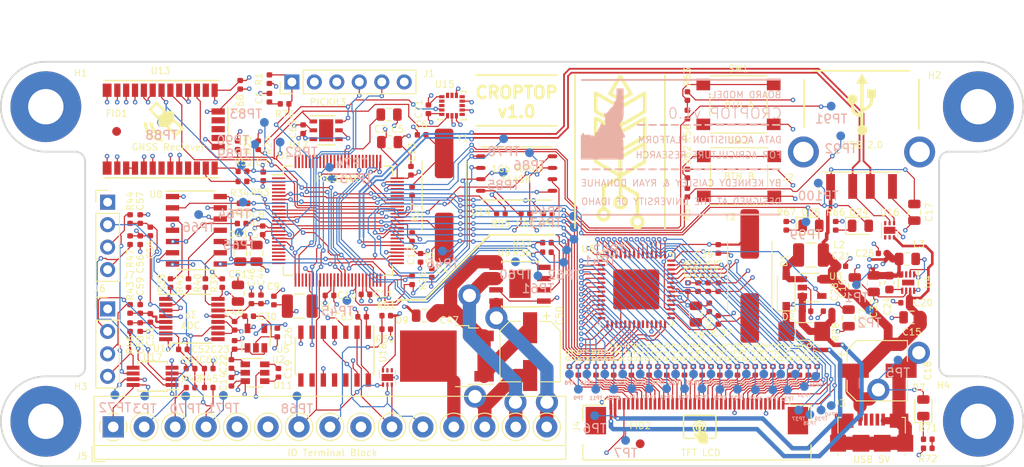
<source format=kicad_pcb>
(kicad_pcb (version 20171130) (host pcbnew "(5.0.1)-3")
  (layers (0 F.Cu signal) (1 Gnd.Cu power hide) (2 Vdd.Cu power hide) (31 B.Cu signal) (34 B.Paste user hide) (35 F.Paste user hide) (36 B.SilkS user) (37 F.SilkS user) (38 B.Mask user hide) (39 F.Mask user hide) (44 Edge.Cuts user))
  (net 0 "")
  (net 1 "Net-(C1-Pad1)")
  (net 2 DRV_GND)
  (net 3 "Net-(C2-Pad1)")
  (net 4 "Net-(C4-Pad1)")
  (net 5 "Net-(C6-Pad1)")
  (net 6 "Net-(C19-Pad1)")
  (net 7 "Net-(C19-Pad2)")
  (net 8 "Net-(C22-Pad1)")
  (net 9 "Net-(C24-Pad1)")
  (net 10 "Net-(C26-Pad1)")
  (net 11 LCD_ANODE)
  (net 12 LCD_CATHODE)
  (net 13 ADC_VDD)
  (net 14 "Net-(C37-Pad1)")
  (net 15 "Net-(C38-Pad1)")
  (net 16 "Net-(C39-Pad1)")
  (net 17 "Net-(C47-Pad1)")
  (net 18 "Net-(C52-Pad2)")
  (net 19 "Net-(C52-Pad1)")
  (net 20 "Net-(C53-Pad2)")
  (net 21 "Net-(C53-Pad1)")
  (net 22 "Net-(C54-Pad1)")
  (net 23 "Net-(C54-Pad2)")
  (net 24 "Net-(D1-Pad2)")
  (net 25 "Net-(D7-Pad1)")
  (net 26 DRV_BAT)
  (net 27 "Net-(D24-Pad1)")
  (net 28 LED_B)
  (net 29 LED_A)
  (net 30 "Net-(D25-Pad1)")
  (net 31 PKT_MCLR)
  (net 32 "Net-(J1-Pad6)")
  (net 33 USB_D-)
  (net 34 USB_D+)
  (net 35 "Net-(J3-Pad2)")
  (net 36 "Net-(J3-Pad3)")
  (net 37 "Net-(J3-Pad4)")
  (net 38 "Net-(J4-Pad5)")
  (net 39 "Net-(J4-Pad6)")
  (net 40 "Net-(J4-Pad7)")
  (net 41 "Net-(J4-Pad8)")
  (net 42 "Net-(J4-Pad9)")
  (net 43 "Net-(J4-Pad10)")
  (net 44 "Net-(J4-Pad11)")
  (net 45 "Net-(J4-Pad12)")
  (net 46 "Net-(J4-Pad13)")
  (net 47 "Net-(J4-Pad14)")
  (net 48 "Net-(J4-Pad15)")
  (net 49 "Net-(J4-Pad16)")
  (net 50 "Net-(J4-Pad17)")
  (net 51 "Net-(J4-Pad18)")
  (net 52 "Net-(J4-Pad19)")
  (net 53 "Net-(J4-Pad20)")
  (net 54 "Net-(J4-Pad21)")
  (net 55 "Net-(J4-Pad22)")
  (net 56 "Net-(J4-Pad23)")
  (net 57 "Net-(J4-Pad24)")
  (net 58 "Net-(J4-Pad25)")
  (net 59 "Net-(J4-Pad26)")
  (net 60 "Net-(J4-Pad27)")
  (net 61 "Net-(J4-Pad28)")
  (net 62 "Net-(J4-Pad30)")
  (net 63 "Net-(J4-Pad31)")
  (net 64 "Net-(J4-Pad32)")
  (net 65 "Net-(J4-Pad33)")
  (net 66 "Net-(J4-Pad34)")
  (net 67 "Net-(J4-Pad35)")
  (net 68 TCH_RIGHT)
  (net 69 TCH_DOWN)
  (net 70 TCH_LEFT)
  (net 71 TCH_UP)
  (net 72 ADC_GND)
  (net 73 ADC_A1+)
  (net 74 ADC_A1-)
  (net 75 LIN_IN)
  (net 76 ROT_VDD)
  (net 77 ROT_A1)
  (net 78 ROT_A2)
  (net 79 DRV_OUT1)
  (net 80 DRV_OUT2)
  (net 81 "Net-(J6-Pad4)")
  (net 82 "Net-(J6-Pad3)")
  (net 83 "Net-(J7-Pad3)")
  (net 84 "Net-(J7-Pad4)")
  (net 85 "Net-(L1-Pad2)")
  (net 86 "Net-(L3-Pad2)")
  (net 87 LCD_R0)
  (net 88 LCD_R1)
  (net 89 LCD_R2)
  (net 90 LCD_R3)
  (net 91 LCD_R4)
  (net 92 LCD_R5)
  (net 93 LCD_R6)
  (net 94 LCD_R7)
  (net 95 LCD_G0)
  (net 96 LCD_G1)
  (net 97 LCD_G2)
  (net 98 LCD_G3)
  (net 99 LCD_G4)
  (net 100 LCD_G5)
  (net 101 LCD_G6)
  (net 102 LCD_G7)
  (net 103 LCD_B0)
  (net 104 LCD_B1)
  (net 105 LCD_B2)
  (net 106 SCL)
  (net 107 SDA)
  (net 108 MISO)
  (net 109 "Net-(R26-Pad2)")
  (net 110 "Net-(R27-Pad2)")
  (net 111 LCD_B3)
  (net 112 LCD_B4)
  (net 113 LCD_B5)
  (net 114 LCD_B6)
  (net 115 LCD_B7)
  (net 116 SCLK)
  (net 117 "Net-(R34-Pad1)")
  (net 118 "Net-(R35-Pad1)")
  (net 119 MOSI)
  (net 120 DRV_IN1)
  (net 121 "Net-(R36-Pad1)")
  (net 122 "Net-(R37-Pad1)")
  (net 123 DRV_IN2)
  (net 124 "Net-(R38-Pad1)")
  (net 125 "Net-(R38-Pad2)")
  (net 126 "Net-(R39-Pad2)")
  (net 127 "Net-(R39-Pad1)")
  (net 128 "Net-(R40-Pad1)")
  (net 129 "Net-(R40-Pad2)")
  (net 130 "Net-(R41-Pad2)")
  (net 131 "Net-(R41-Pad1)")
  (net 132 ROT_Y1)
  (net 133 ROT_Y2)
  (net 134 TX)
  (net 135 "Net-(R52-Pad1)")
  (net 136 "Net-(R53-Pad1)")
  (net 137 RX)
  (net 138 "Net-(R54-Pad1)")
  (net 139 "Net-(R55-Pad1)")
  (net 140 "Net-(R56-Pad2)")
  (net 141 BTN_A)
  (net 142 "Net-(R57-Pad2)")
  (net 143 BTN_B)
  (net 144 PKT_PGED)
  (net 145 PKT_PGEC)
  (net 146 "Net-(R71-Pad2)")
  (net 147 LCD_SHIFT)
  (net 148 LCD_DISP)
  (net 149 LCD_HSYNC)
  (net 150 LCD_VSYNC)
  (net 151 LCD_DEN)
  (net 152 SS2)
  (net 153 SDO2)
  (net 154 SDIO2)
  (net 155 SCLK2)
  (net 156 LCD_PD)
  (net 157 LCD_INT)
  (net 158 DRV_FLT)
  (net 159 ADC_CS)
  (net 160 NAND_CS)
  (net 161 NAND_WP)
  (net 162 NAND_HOLD)
  (net 163 GPS_INT)
  (net 164 "Net-(U1-Pad1)")
  (net 165 "Net-(U1-Pad3)")
  (net 166 "Net-(U1-Pad4)")
  (net 167 "Net-(U1-Pad5)")
  (net 168 "Net-(U1-Pad24)")
  (net 169 "Net-(U1-Pad25)")
  (net 170 "Net-(U1-Pad28)")
  (net 171 "Net-(U1-Pad29)")
  (net 172 "Net-(U1-Pad34)")
  (net 173 "Net-(U1-Pad35)")
  (net 174 "Net-(U1-Pad38)")
  (net 175 "Net-(U1-Pad41)")
  (net 176 "Net-(U1-Pad42)")
  (net 177 "Net-(U1-Pad44)")
  (net 178 "Net-(U1-Pad49)")
  (net 179 "Net-(U1-Pad50)")
  (net 180 "Net-(U1-Pad51)")
  (net 181 "Net-(U1-Pad58)")
  (net 182 "Net-(U1-Pad59)")
  (net 183 "Net-(U1-Pad70)")
  (net 184 "Net-(U1-Pad71)")
  (net 185 "Net-(U1-Pad72)")
  (net 186 "Net-(U1-Pad78)")
  (net 187 "Net-(U1-Pad79)")
  (net 188 "Net-(U1-Pad80)")
  (net 189 "Net-(U1-Pad81)")
  (net 190 "Net-(U1-Pad83)")
  (net 191 "Net-(U1-Pad84)")
  (net 192 "Net-(U1-Pad87)")
  (net 193 "Net-(U1-Pad88)")
  (net 194 "Net-(U1-Pad89)")
  (net 195 "Net-(U1-Pad90)")
  (net 196 "Net-(U1-Pad91)")
  (net 197 "Net-(U1-Pad92)")
  (net 198 "Net-(U1-Pad93)")
  (net 199 "Net-(U1-Pad94)")
  (net 200 "Net-(U1-Pad95)")
  (net 201 "Net-(U1-Pad96)")
  (net 202 "Net-(U1-Pad97)")
  (net 203 "Net-(U1-Pad98)")
  (net 204 "Net-(U1-Pad99)")
  (net 205 "Net-(U1-Pad100)")
  (net 206 LCD_PWM)
  (net 207 "Net-(U4-Pad3)")
  (net 208 "Net-(U6-Pad3)")
  (net 209 "Net-(U6-Pad9)")
  (net 210 "Net-(U6-Pad10)")
  (net 211 "Net-(U6-Pad12)")
  (net 212 "Net-(U6-Pad15)")
  (net 213 "Net-(U11-Pad8)")
  (net 214 "Net-(U11-Pad9)")
  (net 215 "Net-(U11-Pad11)")
  (net 216 "Net-(U11-Pad12)")
  (net 217 "Net-(U12-Pad3)")
  (net 218 "Net-(U12-Pad4)")
  (net 219 "Net-(U13-Pad16)")
  (net 220 "Net-(U13-Pad23)")
  (net 221 "Net-(U13-Pad29)")
  (net 222 "Net-(U13-Pad2)")
  (net 223 "Net-(U13-Pad20)")
  (net 224 "Net-(U13-Pad24)")
  (net 225 "Net-(U13-Pad28)")
  (net 226 "Net-(U13-Pad30)")
  (net 227 "Net-(U15-Pad2)")
  (net 228 "Net-(U15-Pad3)")
  (net 229 "Net-(U15-Pad9)")
  (net 230 "Net-(U15-Pad11)")
  (net 231 "Net-(U15-Pad13)")
  (net 232 "Net-(U15-Pad15)")
  (net 233 "Net-(U15-Pad16)")
  (net 234 "Net-(U16-Pad3)")
  (net 235 "Net-(U16-Pad4)")
  (net 236 "Net-(U16-Pad5)")
  (net 237 "Net-(U18-Pad5)")
  (net 238 "Net-(U18-Pad4)")
  (net 239 "Net-(U1-Pad22)")
  (net 240 "Net-(U1-Pad23)")
  (net 241 "Net-(U1-Pad32)")
  (net 242 "Net-(U1-Pad8)")
  (net 243 "Net-(U1-Pad9)")
  (net 244 "Net-(U1-Pad20)")
  (net 245 "Net-(U1-Pad21)")
  (net 246 DVDD)
  (net 247 DVDD_UNREG)
  (module Package_QFP:TQFP-100_12x12mm_P0.4mm (layer F.Cu) (at 104.775 114.4905)
    (fp_text reference U1 (at -6.096 -7.366) (layer F.SilkS) (effects (font (size 0.75 0.75) (thickness 0.1))))
    (fp_text value PIC32MX795F512L)
    (pad 1 smd rect (at -6.7 -4.8) (size 1.5 0.2) (layers F.Cu F.Paste F.Mask) (net 164 "Net-(U1-Pad1)"))
    (pad 2 smd rect (at -6.7 -4.4) (size 1.5 0.2) (layers F.Cu F.Paste F.Mask) (net 246 DVDD))
    (pad 3 smd rect (at -6.7 -4) (size 1.5 0.2) (layers F.Cu F.Paste F.Mask) (net 165 "Net-(U1-Pad3)"))
    (pad 4 smd rect (at -6.7 -3.6) (size 1.5 0.2) (layers F.Cu F.Paste F.Mask) (net 166 "Net-(U1-Pad4)"))
    (pad 5 smd rect (at -6.7 -3.2) (size 1.5 0.2) (layers F.Cu F.Paste F.Mask) (net 167 "Net-(U1-Pad5)"))
    (pad 6 smd rect (at -6.7 -2.8) (size 1.5 0.2) (layers F.Cu F.Paste F.Mask) (net 29 LED_A))
    (pad 7 smd rect (at -6.7 -2.4) (size 1.5 0.2) (layers F.Cu F.Paste F.Mask) (net 28 LED_B))
    (pad 8 smd rect (at -6.7 -2) (size 1.5 0.2) (layers F.Cu F.Paste F.Mask) (net 242 "Net-(U1-Pad8)"))
    (pad 9 smd rect (at -6.7 -1.6) (size 1.5 0.2) (layers F.Cu F.Paste F.Mask) (net 243 "Net-(U1-Pad9)"))
    (pad 10 smd rect (at -6.7 -1.2) (size 1.5 0.2) (layers F.Cu F.Paste F.Mask) (net 155 SCLK2))
    (pad 11 smd rect (at -6.7 -0.8) (size 1.5 0.2) (layers F.Cu F.Paste F.Mask) (net 154 SDIO2))
    (pad 12 smd rect (at -6.7 -0.4) (size 1.5 0.2) (layers F.Cu F.Paste F.Mask) (net 153 SDO2))
    (pad 13 smd rect (at -6.7 0) (size 1.5 0.2) (layers F.Cu F.Paste F.Mask) (net 31 PKT_MCLR))
    (pad 14 smd rect (at -6.7 0.4) (size 1.5 0.2) (layers F.Cu F.Paste F.Mask) (net 152 SS2))
    (pad 15 smd rect (at -6.7 0.8) (size 1.5 0.2) (layers F.Cu F.Paste F.Mask) (net 2 DRV_GND))
    (pad 16 smd rect (at -6.7 1.2) (size 1.5 0.2) (layers F.Cu F.Paste F.Mask) (net 246 DVDD))
    (pad 17 smd rect (at -6.7 1.6) (size 1.5 0.2) (layers F.Cu F.Paste F.Mask) (net 159 ADC_CS))
    (pad 18 smd rect (at -6.7 2) (size 1.5 0.2) (layers F.Cu F.Paste F.Mask) (net 157 LCD_INT))
    (pad 19 smd rect (at -6.7 2.4) (size 1.5 0.2) (layers F.Cu F.Paste F.Mask) (net 163 GPS_INT))
    (pad 20 smd rect (at -6.7 2.8) (size 1.5 0.2) (layers F.Cu F.Paste F.Mask) (net 244 "Net-(U1-Pad20)"))
    (pad 21 smd rect (at -6.7 3.2) (size 1.5 0.2) (layers F.Cu F.Paste F.Mask) (net 245 "Net-(U1-Pad21)"))
    (pad 22 smd rect (at -6.7 3.6) (size 1.5 0.2) (layers F.Cu F.Paste F.Mask) (net 239 "Net-(U1-Pad22)"))
    (pad 23 smd rect (at -6.7 4) (size 1.5 0.2) (layers F.Cu F.Paste F.Mask) (net 240 "Net-(U1-Pad23)"))
    (pad 24 smd rect (at -6.7 4.4) (size 1.5 0.2) (layers F.Cu F.Paste F.Mask) (net 168 "Net-(U1-Pad24)"))
    (pad 25 smd rect (at -6.7 4.8) (size 1.5 0.2) (layers F.Cu F.Paste F.Mask) (net 169 "Net-(U1-Pad25)"))
    (pad 26 smd rect (at -4.8 6.7 90) (size 1.5 0.2) (layers F.Cu F.Paste F.Mask) (net 145 PKT_PGEC))
    (pad 27 smd rect (at -4.4 6.7 90) (size 1.5 0.2) (layers F.Cu F.Paste F.Mask) (net 144 PKT_PGED))
    (pad 28 smd rect (at -4 6.7 90) (size 1.5 0.2) (layers F.Cu F.Paste F.Mask) (net 170 "Net-(U1-Pad28)"))
    (pad 29 smd rect (at -3.6 6.7 90) (size 1.5 0.2) (layers F.Cu F.Paste F.Mask) (net 171 "Net-(U1-Pad29)"))
    (pad 30 smd rect (at -3.2 6.7 90) (size 1.5 0.2) (layers F.Cu F.Paste F.Mask) (net 85 "Net-(L1-Pad2)"))
    (pad 31 smd rect (at -2.8 6.7 90) (size 1.5 0.2) (layers F.Cu F.Paste F.Mask) (net 2 DRV_GND))
    (pad 32 smd rect (at -2.4 6.7 90) (size 1.5 0.2) (layers F.Cu F.Paste F.Mask) (net 241 "Net-(U1-Pad32)"))
    (pad 33 smd rect (at -2 6.7 90) (size 1.5 0.2) (layers F.Cu F.Paste F.Mask) (net 75 LIN_IN))
    (pad 34 smd rect (at -1.6 6.7 90) (size 1.5 0.2) (layers F.Cu F.Paste F.Mask) (net 172 "Net-(U1-Pad34)"))
    (pad 35 smd rect (at -1.2 6.7 90) (size 1.5 0.2) (layers F.Cu F.Paste F.Mask) (net 173 "Net-(U1-Pad35)"))
    (pad 36 smd rect (at -0.8 6.7 90) (size 1.5 0.2) (layers F.Cu F.Paste F.Mask) (net 2 DRV_GND))
    (pad 37 smd rect (at -0.4 6.7 90) (size 1.5 0.2) (layers F.Cu F.Paste F.Mask) (net 246 DVDD))
    (pad 38 smd rect (at 0 6.7 90) (size 1.5 0.2) (layers F.Cu F.Paste F.Mask) (net 174 "Net-(U1-Pad38)"))
    (pad 39 smd rect (at 0.4 6.7 90) (size 1.5 0.2) (layers F.Cu F.Paste F.Mask) (net 137 RX))
    (pad 40 smd rect (at 0.8 6.7 90) (size 1.5 0.2) (layers F.Cu F.Paste F.Mask) (net 134 TX))
    (pad 41 smd rect (at 1.2 6.7 90) (size 1.5 0.2) (layers F.Cu F.Paste F.Mask) (net 175 "Net-(U1-Pad41)"))
    (pad 42 smd rect (at 1.6 6.7 90) (size 1.5 0.2) (layers F.Cu F.Paste F.Mask) (net 176 "Net-(U1-Pad42)"))
    (pad 43 smd rect (at 2 6.7 90) (size 1.5 0.2) (layers F.Cu F.Paste F.Mask) (net 156 LCD_PD))
    (pad 44 smd rect (at 2.4 6.7 90) (size 1.5 0.2) (layers F.Cu F.Paste F.Mask) (net 177 "Net-(U1-Pad44)"))
    (pad 45 smd rect (at 2.8 6.7 90) (size 1.5 0.2) (layers F.Cu F.Paste F.Mask) (net 2 DRV_GND))
    (pad 46 smd rect (at 3.2 6.7 90) (size 1.5 0.2) (layers F.Cu F.Paste F.Mask) (net 246 DVDD))
    (pad 47 smd rect (at 3.6 6.7 90) (size 1.5 0.2) (layers F.Cu F.Paste F.Mask) (net 160 NAND_CS))
    (pad 48 smd rect (at 4 6.7 90) (size 1.5 0.2) (layers F.Cu F.Paste F.Mask) (net 116 SCLK))
    (pad 49 smd rect (at 4.4 6.7 90) (size 1.5 0.2) (layers F.Cu F.Paste F.Mask) (net 178 "Net-(U1-Pad49)"))
    (pad 50 smd rect (at 4.8 6.7 90) (size 1.5 0.2) (layers F.Cu F.Paste F.Mask) (net 179 "Net-(U1-Pad50)"))
    (pad 51 smd rect (at 6.7 4.8) (size 1.5 0.2) (layers F.Cu F.Paste F.Mask) (net 180 "Net-(U1-Pad51)"))
    (pad 52 smd rect (at 6.7 4.4) (size 1.5 0.2) (layers F.Cu F.Paste F.Mask) (net 109 "Net-(R26-Pad2)"))
    (pad 53 smd rect (at 6.7 4) (size 1.5 0.2) (layers F.Cu F.Paste F.Mask) (net 119 MOSI))
    (pad 54 smd rect (at 6.7 3.6) (size 1.5 0.2) (layers F.Cu F.Paste F.Mask) (net 247 DVDD_UNREG))
    (pad 55 smd rect (at 6.7 3.2) (size 1.5 0.2) (layers F.Cu F.Paste F.Mask) (net 246 DVDD))
    (pad 56 smd rect (at 6.7 2.8) (size 1.5 0.2) (layers F.Cu F.Paste F.Mask) (net 33 USB_D-))
    (pad 57 smd rect (at 6.7 2.4) (size 1.5 0.2) (layers F.Cu F.Paste F.Mask) (net 34 USB_D+))
    (pad 58 smd rect (at 6.7 2) (size 1.5 0.2) (layers F.Cu F.Paste F.Mask) (net 181 "Net-(U1-Pad58)"))
    (pad 59 smd rect (at 6.7 1.6) (size 1.5 0.2) (layers F.Cu F.Paste F.Mask) (net 182 "Net-(U1-Pad59)"))
    (pad 60 smd rect (at 6.7 1.2) (size 1.5 0.2) (layers F.Cu F.Paste F.Mask) (net 161 NAND_WP))
    (pad 61 smd rect (at 6.7 0.8) (size 1.5 0.2) (layers F.Cu F.Paste F.Mask) (net 162 NAND_HOLD))
    (pad 62 smd rect (at 6.7 0.4) (size 1.5 0.2) (layers F.Cu F.Paste F.Mask) (net 246 DVDD))
    (pad 63 smd rect (at 6.7 0) (size 1.5 0.2) (layers F.Cu F.Paste F.Mask) (net 4 "Net-(C4-Pad1)"))
    (pad 64 smd rect (at 6.7 -0.4) (size 1.5 0.2) (layers F.Cu F.Paste F.Mask) (net 110 "Net-(R27-Pad2)"))
    (pad 65 smd rect (at 6.7 -0.8) (size 1.5 0.2) (layers F.Cu F.Paste F.Mask) (net 2 DRV_GND))
    (pad 66 smd rect (at 6.7 -1.2) (size 1.5 0.2) (layers F.Cu F.Paste F.Mask) (net 106 SCL))
    (pad 67 smd rect (at 6.7 -1.6) (size 1.5 0.2) (layers F.Cu F.Paste F.Mask) (net 107 SDA))
    (pad 68 smd rect (at 6.7 -2) (size 1.5 0.2) (layers F.Cu F.Paste F.Mask) (net 132 ROT_Y1))
    (pad 69 smd rect (at 6.7 -2.4) (size 1.5 0.2) (layers F.Cu F.Paste F.Mask) (net 133 ROT_Y2))
    (pad 70 smd rect (at 6.7 -2.8) (size 1.5 0.2) (layers F.Cu F.Paste F.Mask) (net 183 "Net-(U1-Pad70)"))
    (pad 71 smd rect (at 6.7 -3.2) (size 1.5 0.2) (layers F.Cu F.Paste F.Mask) (net 184 "Net-(U1-Pad71)"))
    (pad 72 smd rect (at 6.7 -3.6) (size 1.5 0.2) (layers F.Cu F.Paste F.Mask) (net 185 "Net-(U1-Pad72)"))
    (pad 73 smd rect (at 6.7 -4) (size 1.5 0.2) (layers F.Cu F.Paste F.Mask) (net 143 BTN_B))
    (pad 74 smd rect (at 6.7 -4.4) (size 1.5 0.2) (layers F.Cu F.Paste F.Mask) (net 141 BTN_A))
    (pad 75 smd rect (at 6.7 -4.8) (size 1.5 0.2) (layers F.Cu F.Paste F.Mask) (net 2 DRV_GND))
    (pad 76 smd rect (at 4.8 -6.7 90) (size 1.5 0.2) (layers F.Cu F.Paste F.Mask) (net 120 DRV_IN1))
    (pad 77 smd rect (at 4.4 -6.7 90) (size 1.5 0.2) (layers F.Cu F.Paste F.Mask) (net 123 DRV_IN2))
    (pad 78 smd rect (at 4 -6.7 90) (size 1.5 0.2) (layers F.Cu F.Paste F.Mask) (net 186 "Net-(U1-Pad78)"))
    (pad 79 smd rect (at 3.6 -6.7 90) (size 1.5 0.2) (layers F.Cu F.Paste F.Mask) (net 187 "Net-(U1-Pad79)"))
    (pad 80 smd rect (at 3.2 -6.7 90) (size 1.5 0.2) (layers F.Cu F.Paste F.Mask) (net 188 "Net-(U1-Pad80)"))
    (pad 81 smd rect (at 2.8 -6.7 90) (size 1.5 0.2) (layers F.Cu F.Paste F.Mask) (net 189 "Net-(U1-Pad81)"))
    (pad 82 smd rect (at 2.4 -6.7 90) (size 1.5 0.2) (layers F.Cu F.Paste F.Mask) (net 158 DRV_FLT))
    (pad 83 smd rect (at 2 -6.7 90) (size 1.5 0.2) (layers F.Cu F.Paste F.Mask) (net 190 "Net-(U1-Pad83)"))
    (pad 84 smd rect (at 1.6 -6.7 90) (size 1.5 0.2) (layers F.Cu F.Paste F.Mask) (net 191 "Net-(U1-Pad84)"))
    (pad 85 smd rect (at 1.2 -6.7 90) (size 1.5 0.2) (layers F.Cu F.Paste F.Mask) (net 3 "Net-(C2-Pad1)"))
    (pad 86 smd rect (at 0.8 -6.7 90) (size 1.5 0.2) (layers F.Cu F.Paste F.Mask) (net 246 DVDD))
    (pad 87 smd rect (at 0.4 -6.7 90) (size 1.5 0.2) (layers F.Cu F.Paste F.Mask) (net 192 "Net-(U1-Pad87)"))
    (pad 88 smd rect (at 0 -6.7 90) (size 1.5 0.2) (layers F.Cu F.Paste F.Mask) (net 193 "Net-(U1-Pad88)"))
    (pad 89 smd rect (at -0.4 -6.7 90) (size 1.5 0.2) (layers F.Cu F.Paste F.Mask) (net 194 "Net-(U1-Pad89)"))
    (pad 90 smd rect (at -0.8 -6.7 90) (size 1.5 0.2) (layers F.Cu F.Paste F.Mask) (net 195 "Net-(U1-Pad90)"))
    (pad 91 smd rect (at -1.2 -6.7 90) (size 1.5 0.2) (layers F.Cu F.Paste F.Mask) (net 196 "Net-(U1-Pad91)"))
    (pad 92 smd rect (at -1.6 -6.7 90) (size 1.5 0.2) (layers F.Cu F.Paste F.Mask) (net 197 "Net-(U1-Pad92)"))
    (pad 93 smd rect (at -2 -6.7 90) (size 1.5 0.2) (layers F.Cu F.Paste F.Mask) (net 198 "Net-(U1-Pad93)"))
    (pad 94 smd rect (at -2.4 -6.7 90) (size 1.5 0.2) (layers F.Cu F.Paste F.Mask) (net 199 "Net-(U1-Pad94)"))
    (pad 95 smd rect (at -2.8 -6.7 90) (size 1.5 0.2) (layers F.Cu F.Paste F.Mask) (net 200 "Net-(U1-Pad95)"))
    (pad 96 smd rect (at -3.2 -6.7 90) (size 1.5 0.2) (layers F.Cu F.Paste F.Mask) (net 201 "Net-(U1-Pad96)"))
    (pad 97 smd rect (at -3.6 -6.7 90) (size 1.5 0.2) (layers F.Cu F.Paste F.Mask) (net 202 "Net-(U1-Pad97)"))
    (pad 98 smd rect (at -4 -6.7 90) (size 1.5 0.2) (layers F.Cu F.Paste F.Mask) (net 203 "Net-(U1-Pad98)"))
    (pad 99 smd rect (at -4.4 -6.7 90) (size 1.5 0.2) (layers F.Cu F.Paste F.Mask) (net 204 "Net-(U1-Pad99)"))
    (pad 100 smd rect (at -4.8 -6.7 90) (size 1.5 0.2) (layers F.Cu F.Paste F.Mask) (net 205 "Net-(U1-Pad100)"))
  )
  (module Resistor_SMD:R_0402_1005Metric (layer F.Cu) (at 93.98 110.0455)
    (fp_text reference R52 (at 0.127 -2.159) (layer F.SilkS) (effects (font (size 0.75 0.75) (thickness 0.1))))
    (fp_text value 220)
    (pad 1 smd roundrect (at -0.485 0) (size 0.59 0.64) (layers F.Cu F.Paste F.Mask) (net 135 "Net-(R52-Pad1)"))
    (pad 2 smd roundrect (at 0.485 0) (size 0.59 0.64) (layers F.Cu F.Paste F.Mask) (net 134 TX))
  )
  (module Capacitor_SMD:CP_Elec_6.3x7.7 (layer F.Cu) (at 165.735 131.445)
    (fp_text reference C18 (at 5.715 0 90) (layer F.SilkS) (effects (font (size 0.75 0.75) (thickness 0.1))))
    (fp_text value 100uF)
    (pad 1 smd rect (at -2.7 0) (size 3.5 1.6) (layers F.Cu F.Paste F.Mask) (net 247 DVDD_UNREG))
    (pad 2 smd rect (at 2.7 0) (size 3.5 1.6) (layers F.Cu F.Paste F.Mask) (net 2 DRV_GND))
  )
  (module croptop:USB_A_Assmann_Horizontal (layer F.Cu) (at 163.957 100.965 90)
    (fp_text reference J2 (at -8.636 -8.3185 180) (layer F.SilkS) (effects (font (size 0.75 0.75) (thickness 0.1))))
    (fp_text value USB_A)
    (pad 2 smd rect (at -9.65 -1 90) (size 2.8 1) (layers F.Cu F.Paste F.Mask) (net 33 USB_D-))
    (pad 3 smd rect (at -9.65 1 90) (size 2.8 1) (layers F.Cu F.Paste F.Mask) (net 34 USB_D+))
    (pad 1 smd rect (at -9.65 -3.5 90) (size 2.8 1) (layers F.Cu F.Paste F.Mask) (net 247 DVDD_UNREG))
    (pad 4 smd rect (at -9.65 3.5 90) (size 2.8 1) (layers F.Cu F.Paste F.Mask) (net 2 DRV_GND))
    (pad 5 thru_hole circle (at -5.75 -6.57 90) (size 3.5 3.5) (drill 2.3) (layers *.Cu *.Mask) (net 2 DRV_GND))
    (pad 5 thru_hole circle (at -5.75 6.57 90) (size 3.5 3.5) (drill 2.3) (layers *.Cu *.Mask) (net 2 DRV_GND))
    (pad "" np_thru_hole circle (at -6.9 -2.3 90) (size 1.1 1.1) (drill 1.1) (layers *.Cu *.Mask))
    (pad "" np_thru_hole circle (at -6.9 2.3 90) (size 1.1 1.1) (drill 1.1) (layers *.Cu *.Mask))
  )
  (module Package_DFN_QFN:QFN-56-1EP_8x8mm_P0.5mm_EP4.5x5.2mm (layer F.Cu) (at 138.4935 122.2502 90)
    (fp_text reference U6 (at 4.5847 -5.461 180) (layer F.SilkS) (effects (font (size 0.75 0.75) (thickness 0.1))))
    (fp_text value FT812Q)
    (pad 57 smd roundrect (at 0 0 90) (size 4.5 5.2) (layers F.Cu F.Mask) (roundrect_rratio 0.055556) (net 2 DRV_GND))
    (pad 1 smd roundrect (at -3.9375 -3.25 90) (size 0.875 0.25) (layers F.Cu F.Paste F.Mask) (net 88 LCD_R1))
    (pad 2 smd roundrect (at -3.9375 -2.75 90) (size 0.875 0.25) (layers F.Cu F.Paste F.Mask) (net 87 LCD_R0))
    (pad 3 smd roundrect (at -3.9375 -2.25 90) (size 0.875 0.25) (layers F.Cu F.Paste F.Mask) (net 208 "Net-(U6-Pad3)"))
    (pad 4 smd roundrect (at -3.9375 -1.75 90) (size 0.875 0.25) (layers F.Cu F.Paste F.Mask) (net 2 DRV_GND))
    (pad 5 smd roundrect (at -3.9375 -1.25 90) (size 0.875 0.25) (layers F.Cu F.Paste F.Mask) (net 155 SCLK2))
    (pad 6 smd roundrect (at -3.9375 -0.75 90) (size 0.875 0.25) (layers F.Cu F.Paste F.Mask) (net 154 SDIO2))
    (pad 7 smd roundrect (at -3.9375 -0.25 90) (size 0.875 0.25) (layers F.Cu F.Paste F.Mask) (net 153 SDO2))
    (pad 8 smd roundrect (at -3.9375 0.25 90) (size 0.875 0.25) (layers F.Cu F.Paste F.Mask) (net 152 SS2))
    (pad 9 smd roundrect (at -3.9375 0.75 90) (size 0.875 0.25) (layers F.Cu F.Paste F.Mask) (net 209 "Net-(U6-Pad9)"))
    (pad 10 smd roundrect (at -3.9375 1.25 90) (size 0.875 0.25) (layers F.Cu F.Paste F.Mask) (net 210 "Net-(U6-Pad10)"))
    (pad 11 smd roundrect (at -3.9375 1.75 90) (size 0.875 0.25) (layers F.Cu F.Paste F.Mask) (net 246 DVDD))
    (pad 12 smd roundrect (at -3.9375 2.25 90) (size 0.875 0.25) (layers F.Cu F.Paste F.Mask) (net 211 "Net-(U6-Pad12)"))
    (pad 13 smd roundrect (at -3.9375 2.75 90) (size 0.875 0.25) (layers F.Cu F.Paste F.Mask) (net 157 LCD_INT))
    (pad 14 smd roundrect (at -3.9375 3.25 90) (size 0.875 0.25) (layers F.Cu F.Paste F.Mask) (net 156 LCD_PD))
    (pad 15 smd roundrect (at -3.25 3.9375 90) (size 0.25 0.875) (layers F.Cu F.Paste F.Mask) (net 212 "Net-(U6-Pad15)"))
    (pad 16 smd roundrect (at -2.75 3.9375 90) (size 0.25 0.875) (layers F.Cu F.Paste F.Mask) (net 14 "Net-(C37-Pad1)"))
    (pad 17 smd roundrect (at -2.25 3.9375 90) (size 0.25 0.875) (layers F.Cu F.Paste F.Mask) (net 16 "Net-(C39-Pad1)"))
    (pad 18 smd roundrect (at -1.75 3.9375 90) (size 0.25 0.875) (layers F.Cu F.Paste F.Mask) (net 2 DRV_GND))
    (pad 19 smd roundrect (at -1.25 3.9375 90) (size 0.25 0.875) (layers F.Cu F.Paste F.Mask) (net 246 DVDD))
    (pad 20 smd roundrect (at -0.75 3.9375 90) (size 0.25 0.875) (layers F.Cu F.Paste F.Mask) (net 15 "Net-(C38-Pad1)"))
    (pad 21 smd roundrect (at -0.25 3.9375 90) (size 0.25 0.875) (layers F.Cu F.Paste F.Mask) (net 246 DVDD))
    (pad 22 smd roundrect (at 0.25 3.9375 90) (size 0.25 0.875) (layers F.Cu F.Paste F.Mask) (net 246 DVDD))
    (pad 23 smd roundrect (at 0.75 3.9375 90) (size 0.25 0.875) (layers F.Cu F.Paste F.Mask) (net 68 TCH_RIGHT))
    (pad 24 smd roundrect (at 1.25 3.9375 90) (size 0.25 0.875) (layers F.Cu F.Paste F.Mask) (net 71 TCH_UP))
    (pad 25 smd roundrect (at 1.75 3.9375 90) (size 0.25 0.875) (layers F.Cu F.Paste F.Mask) (net 70 TCH_LEFT))
    (pad 26 smd roundrect (at 2.25 3.9375 90) (size 0.25 0.875) (layers F.Cu F.Paste F.Mask) (net 69 TCH_DOWN))
    (pad 27 smd roundrect (at 2.75 3.9375 90) (size 0.25 0.875) (layers F.Cu F.Paste F.Mask) (net 2 DRV_GND))
    (pad 28 smd roundrect (at 3.25 3.9375 90) (size 0.25 0.875) (layers F.Cu F.Paste F.Mask) (net 206 LCD_PWM))
    (pad 29 smd roundrect (at 3.9375 3.25 90) (size 0.875 0.25) (layers F.Cu F.Paste F.Mask) (net 151 LCD_DEN))
    (pad 30 smd roundrect (at 3.9375 2.75 90) (size 0.875 0.25) (layers F.Cu F.Paste F.Mask) (net 150 LCD_VSYNC))
    (pad 31 smd roundrect (at 3.9375 2.25 90) (size 0.875 0.25) (layers F.Cu F.Paste F.Mask) (net 149 LCD_HSYNC))
    (pad 32 smd roundrect (at 3.9375 1.75 90) (size 0.875 0.25) (layers F.Cu F.Paste F.Mask) (net 148 LCD_DISP))
    (pad 33 smd roundrect (at 3.9375 1.25 90) (size 0.875 0.25) (layers F.Cu F.Paste F.Mask) (net 147 LCD_SHIFT))
    (pad 34 smd roundrect (at 3.9375 0.75 90) (size 0.875 0.25) (layers F.Cu F.Paste F.Mask) (net 115 LCD_B7))
    (pad 35 smd roundrect (at 3.9375 0.25 90) (size 0.875 0.25) (layers F.Cu F.Paste F.Mask) (net 114 LCD_B6))
    (pad 36 smd roundrect (at 3.9375 -0.25 90) (size 0.875 0.25) (layers F.Cu F.Paste F.Mask) (net 113 LCD_B5))
    (pad 37 smd roundrect (at 3.9375 -0.75 90) (size 0.875 0.25) (layers F.Cu F.Paste F.Mask) (net 112 LCD_B4))
    (pad 38 smd roundrect (at 3.9375 -1.25 90) (size 0.875 0.25) (layers F.Cu F.Paste F.Mask) (net 111 LCD_B3))
    (pad 39 smd roundrect (at 3.9375 -1.75 90) (size 0.875 0.25) (layers F.Cu F.Paste F.Mask) (net 105 LCD_B2))
    (pad 40 smd roundrect (at 3.9375 -2.25 90) (size 0.875 0.25) (layers F.Cu F.Paste F.Mask) (net 104 LCD_B1))
    (pad 41 smd roundrect (at 3.9375 -2.75 90) (size 0.875 0.25) (layers F.Cu F.Paste F.Mask) (net 103 LCD_B0))
    (pad 42 smd roundrect (at 3.9375 -3.25 90) (size 0.875 0.25) (layers F.Cu F.Paste F.Mask) (net 2 DRV_GND))
    (pad 43 smd roundrect (at 3.25 -3.9375 90) (size 0.25 0.875) (layers F.Cu F.Paste F.Mask) (net 102 LCD_G7))
    (pad 44 smd roundrect (at 2.75 -3.9375 90) (size 0.25 0.875) (layers F.Cu F.Paste F.Mask) (net 101 LCD_G6))
    (pad 45 smd roundrect (at 2.25 -3.9375 90) (size 0.25 0.875) (layers F.Cu F.Paste F.Mask) (net 100 LCD_G5))
    (pad 46 smd roundrect (at 1.75 -3.9375 90) (size 0.25 0.875) (layers F.Cu F.Paste F.Mask) (net 99 LCD_G4))
    (pad 47 smd roundrect (at 1.25 -3.9375 90) (size 0.25 0.875) (layers F.Cu F.Paste F.Mask) (net 98 LCD_G3))
    (pad 48 smd roundrect (at 0.75 -3.9375 90) (size 0.25 0.875) (layers F.Cu F.Paste F.Mask) (net 97 LCD_G2))
    (pad 49 smd roundrect (at 0.25 -3.9375 90) (size 0.25 0.875) (layers F.Cu F.Paste F.Mask) (net 96 LCD_G1))
    (pad 50 smd roundrect (at -0.25 -3.9375 90) (size 0.25 0.875) (layers F.Cu F.Paste F.Mask) (net 95 LCD_G0))
    (pad 51 smd roundrect (at -0.75 -3.9375 90) (size 0.25 0.875) (layers F.Cu F.Paste F.Mask) (net 94 LCD_R7))
    (pad 52 smd roundrect (at -1.25 -3.9375 90) (size 0.25 0.875) (layers F.Cu F.Paste F.Mask) (net 93 LCD_R6))
    (pad 53 smd roundrect (at -1.75 -3.9375 90) (size 0.25 0.875) (layers F.Cu F.Paste F.Mask) (net 92 LCD_R5))
    (pad 54 smd roundrect (at -2.25 -3.9375 90) (size 0.25 0.875) (layers F.Cu F.Paste F.Mask) (net 91 LCD_R4))
    (pad 55 smd roundrect (at -2.75 -3.9375 90) (size 0.25 0.875) (layers F.Cu F.Paste F.Mask) (net 90 LCD_R3))
    (pad 56 smd roundrect (at -3.25 -3.9375 90) (size 0.25 0.875) (layers F.Cu F.Paste F.Mask) (net 89 LCD_R2))
  )
  (module Capacitor_SMD:C_0402_1005Metric (layer F.Cu) (at 147.7645 117.6782 270)
    (fp_text reference C39 (at 0.635 1.651) (layer F.SilkS) (effects (font (size 0.75 0.75) (thickness 0.1))))
    (fp_text value 26pF)
    (pad 1 smd roundrect (at -0.485 0 270) (size 0.59 0.64) (layers F.Cu F.Paste F.Mask) (net 16 "Net-(C39-Pad1)"))
    (pad 2 smd roundrect (at 0.485 0 270) (size 0.59 0.64) (layers F.Cu F.Paste F.Mask) (net 2 DRV_GND))
  )
  (module TerminalBlock_4Ucon:TerminalBlock_4Ucon_1x15_P3.50mm_Horizontal (layer F.Cu) (at 79.375 137.795)
    (fp_text reference J5 (at -3.556 3.302) (layer F.SilkS) (effects (font (size 0.75 0.75) (thickness 0.1))))
    (fp_text value "Terminal Block")
    (pad 1 thru_hole rect (at 0 0) (size 2.4 2.4) (drill 1.2) (layers *.Cu *.Mask) (net 13 ADC_VDD))
    (pad 2 thru_hole circle (at 3.5 0) (size 2.4 2.4) (drill 1.2) (layers *.Cu *.Mask) (net 72 ADC_GND))
    (pad 3 thru_hole circle (at 7 0) (size 2.4 2.4) (drill 1.2) (layers *.Cu *.Mask) (net 73 ADC_A1+))
    (pad 4 thru_hole circle (at 10.5 0) (size 2.4 2.4) (drill 1.2) (layers *.Cu *.Mask) (net 74 ADC_A1-))
    (pad 5 thru_hole circle (at 14 0) (size 2.4 2.4) (drill 1.2) (layers *.Cu *.Mask) (net 246 DVDD))
    (pad 6 thru_hole circle (at 17.5 0) (size 2.4 2.4) (drill 1.2) (layers *.Cu *.Mask) (net 2 DRV_GND))
    (pad 7 thru_hole circle (at 21 0) (size 2.4 2.4) (drill 1.2) (layers *.Cu *.Mask) (net 75 LIN_IN))
    (pad 8 thru_hole circle (at 24.5 0) (size 2.4 2.4) (drill 1.2) (layers *.Cu *.Mask) (net 76 ROT_VDD))
    (pad 9 thru_hole circle (at 28 0) (size 2.4 2.4) (drill 1.2) (layers *.Cu *.Mask) (net 2 DRV_GND))
    (pad 10 thru_hole circle (at 31.5 0) (size 2.4 2.4) (drill 1.2) (layers *.Cu *.Mask) (net 77 ROT_A1))
    (pad 11 thru_hole circle (at 35 0) (size 2.4 2.4) (drill 1.2) (layers *.Cu *.Mask) (net 78 ROT_A2))
    (pad 12 thru_hole circle (at 38.5 0) (size 2.4 2.4) (drill 1.2) (layers *.Cu *.Mask) (net 26 DRV_BAT))
    (pad 13 thru_hole circle (at 42 0) (size 2.4 2.4) (drill 1.2) (layers *.Cu *.Mask) (net 2 DRV_GND))
    (pad 14 thru_hole circle (at 45.5 0) (size 2.4 2.4) (drill 1.2) (layers *.Cu *.Mask) (net 79 DRV_OUT1))
    (pad 15 thru_hole circle (at 49 0) (size 2.4 2.4) (drill 1.2) (layers *.Cu *.Mask) (net 80 DRV_OUT2))
  )
  (module Capacitor_SMD:C_0402_1005Metric (layer F.Cu) (at 97.028 100.584 90)
    (fp_text reference C1 (at 0 -1.17 90) (layer F.SilkS) (effects (font (size 0.75 0.75) (thickness 0.1))))
    (fp_text value 0.1uF)
    (pad 1 smd roundrect (at -0.485 0 90) (size 0.59 0.64) (layers F.Cu F.Paste F.Mask) (net 1 "Net-(C1-Pad1)"))
    (pad 2 smd roundrect (at 0.485 0 90) (size 0.59 0.64) (layers F.Cu F.Paste F.Mask) (net 2 DRV_GND))
  )
  (module Capacitor_SMD:C_0805_2012Metric (layer F.Cu) (at 110.5535 102.489)
    (fp_text reference C2 (at -0.9525 1.651) (layer F.SilkS) (effects (font (size 0.75 0.75) (thickness 0.1))))
    (fp_text value 10uF)
    (pad 2 smd roundrect (at 0.9375 0) (size 0.975 1.4) (layers F.Cu F.Paste F.Mask) (net 2 DRV_GND))
    (pad 1 smd roundrect (at -0.9375 0) (size 0.975 1.4) (layers F.Cu F.Paste F.Mask) (net 3 "Net-(C2-Pad1)"))
  )
  (module Capacitor_SMD:C_0402_1005Metric (layer F.Cu) (at 114.1095 118.6815 270)
    (fp_text reference C3 (at 0 -1.016 270) (layer F.SilkS) (effects (font (size 0.75 0.75) (thickness 0.1))))
    (fp_text value 0.1uF)
    (pad 1 smd roundrect (at -0.485 0 270) (size 0.59 0.64) (layers F.Cu F.Paste F.Mask) (net 246 DVDD))
    (pad 2 smd roundrect (at 0.485 0 270) (size 0.59 0.64) (layers F.Cu F.Paste F.Mask) (net 2 DRV_GND))
  )
  (module Capacitor_SMD:C_0402_1005Metric (layer F.Cu) (at 115.3795 120.396 270)
    (fp_text reference C4 (at -0.254 -1.2065) (layer F.SilkS) (effects (font (size 0.75 0.75) (thickness 0.1))))
    (fp_text value 26pF)
    (pad 1 smd roundrect (at -0.485 0 270) (size 0.59 0.64) (layers F.Cu F.Paste F.Mask) (net 4 "Net-(C4-Pad1)"))
    (pad 2 smd roundrect (at 0.485 0 270) (size 0.59 0.64) (layers F.Cu F.Paste F.Mask) (net 2 DRV_GND))
  )
  (module Capacitor_SMD:C_0805_2012Metric (layer F.Cu) (at 110.617 105.6005 180)
    (fp_text reference C5 (at -0.889 1.4605 180) (layer F.SilkS) (effects (font (size 0.75 0.75) (thickness 0.1))))
    (fp_text value 10uF)
    (pad 2 smd roundrect (at 0.9375 0 180) (size 0.975 1.4) (layers F.Cu F.Paste F.Mask) (net 2 DRV_GND))
    (pad 1 smd roundrect (at -0.9375 0 180) (size 0.975 1.4) (layers F.Cu F.Paste F.Mask) (net 246 DVDD))
  )
  (module Capacitor_SMD:C_0402_1005Metric (layer F.Cu) (at 114.2365 104.775 180)
    (fp_text reference C6 (at 0.0635 1.143 180) (layer F.SilkS) (effects (font (size 0.75 0.75) (thickness 0.1))))
    (fp_text value 26pF)
    (pad 2 smd roundrect (at 0.485 0 180) (size 0.59 0.64) (layers F.Cu F.Paste F.Mask) (net 2 DRV_GND))
    (pad 1 smd roundrect (at -0.485 0 180) (size 0.59 0.64) (layers F.Cu F.Paste F.Mask) (net 5 "Net-(C6-Pad1)"))
  )
  (module Capacitor_SMD:C_0402_1005Metric (layer F.Cu) (at 96.3295 109.474 90)
    (fp_text reference C7 (at 1.5875 -0.127 180) (layer F.SilkS) (effects (font (size 0.75 0.75) (thickness 0.1))))
    (fp_text value 0.1uF)
    (pad 2 smd roundrect (at 0.485 0 90) (size 0.59 0.64) (layers F.Cu F.Paste F.Mask) (net 2 DRV_GND))
    (pad 1 smd roundrect (at -0.485 0 90) (size 0.59 0.64) (layers F.Cu F.Paste F.Mask) (net 246 DVDD))
  )
  (module Capacitor_SMD:C_0402_1005Metric (layer F.Cu) (at 96.266 115.57 90)
    (fp_text reference C8 (at 1.778 -0.508 180) (layer F.SilkS) (effects (font (size 0.75 0.75) (thickness 0.1))))
    (fp_text value 0.1uF)
    (pad 1 smd roundrect (at -0.485 0 90) (size 0.59 0.64) (layers F.Cu F.Paste F.Mask) (net 246 DVDD))
    (pad 2 smd roundrect (at 0.485 0 90) (size 0.59 0.64) (layers F.Cu F.Paste F.Mask) (net 2 DRV_GND))
  )
  (module Capacitor_SMD:C_0402_1005Metric (layer F.Cu) (at 97.536 123.5075 90)
    (fp_text reference C9 (at 1.5875 -0.0635) (layer F.SilkS) (effects (font (size 0.75 0.75) (thickness 0.1))))
    (fp_text value 0.1uF)
    (pad 2 smd roundrect (at 0.485 0 90) (size 0.59 0.64) (layers F.Cu F.Paste F.Mask) (net 2 DRV_GND))
    (pad 1 smd roundrect (at -0.485 0 90) (size 0.59 0.64) (layers F.Cu F.Paste F.Mask) (net 246 DVDD))
  )
  (module Capacitor_SMD:C_0402_1005Metric (layer F.Cu) (at 103.8225 122.936 180)
    (fp_text reference C10 (at -1.9685 0 180) (layer F.SilkS) (effects (font (size 0.75 0.75) (thickness 0.1))))
    (fp_text value 0.1uF)
    (pad 1 smd roundrect (at -0.485 0 180) (size 0.59 0.64) (layers F.Cu F.Paste F.Mask) (net 246 DVDD))
    (pad 2 smd roundrect (at 0.485 0 180) (size 0.59 0.64) (layers F.Cu F.Paste F.Mask) (net 2 DRV_GND))
  )
  (module Capacitor_SMD:C_0402_1005Metric (layer F.Cu) (at 107.8865 122.809 180)
    (fp_text reference C11 (at -2.032 0.0635) (layer F.SilkS) (effects (font (size 0.75 0.75) (thickness 0.1))))
    (fp_text value 0.1uF)
    (pad 1 smd roundrect (at -0.485 0 180) (size 0.59 0.64) (layers F.Cu F.Paste F.Mask) (net 246 DVDD))
    (pad 2 smd roundrect (at 0.485 0 180) (size 0.59 0.64) (layers F.Cu F.Paste F.Mask) (net 2 DRV_GND))
  )
  (module Capacitor_SMD:C_0402_1005Metric (layer F.Cu) (at 113.157 116.332 90)
    (fp_text reference C12 (at -2.0955 -0.127 270) (layer F.SilkS) (effects (font (size 0.75 0.75) (thickness 0.1))))
    (fp_text value 0.1uF)
    (pad 1 smd roundrect (at -0.485 0 90) (size 0.59 0.64) (layers F.Cu F.Paste F.Mask) (net 246 DVDD))
    (pad 2 smd roundrect (at 0.485 0 90) (size 0.59 0.64) (layers F.Cu F.Paste F.Mask) (net 2 DRV_GND))
  )
  (module Capacitor_SMD:C_0402_1005Metric (layer F.Cu) (at 113.03 108.839 270)
    (fp_text reference C13 (at -2.0955 -0.127 90) (layer F.SilkS) (effects (font (size 0.75 0.75) (thickness 0.1))))
    (fp_text value 0.1uF)
    (pad 2 smd roundrect (at 0.485 0 270) (size 0.59 0.64) (layers F.Cu F.Paste F.Mask) (net 2 DRV_GND))
    (pad 1 smd roundrect (at -0.485 0 270) (size 0.59 0.64) (layers F.Cu F.Paste F.Mask) (net 246 DVDD))
  )
  (module Capacitor_SMD:C_0402_1005Metric (layer F.Cu) (at 92.731624 132.689544 90)
    (fp_text reference C14 (at 0 -0.910624 90) (layer F.SilkS) (effects (font (size 0.75 0.75) (thickness 0.1))))
    (fp_text value 1uF)
    (pad 2 smd roundrect (at 0.485 0 90) (size 0.59 0.64) (layers F.Cu F.Paste F.Mask) (net 2 DRV_GND))
    (pad 1 smd roundrect (at -0.485 0 90) (size 0.59 0.64) (layers F.Cu F.Paste F.Mask) (net 247 DVDD_UNREG))
  )
  (module Capacitor_SMD:C_0805_2012Metric (layer F.Cu) (at 169.648648 125.414215 180)
    (fp_text reference C15 (at 0 -1.65 180) (layer F.SilkS) (effects (font (size 0.75 0.75) (thickness 0.1))))
    (fp_text value 10uF)
    (pad 1 smd roundrect (at -0.9375 0 180) (size 0.975 1.4) (layers F.Cu F.Paste F.Mask) (net 247 DVDD_UNREG))
    (pad 2 smd roundrect (at 0.9375 0 180) (size 0.975 1.4) (layers F.Cu F.Paste F.Mask) (net 2 DRV_GND))
  )
  (module Capacitor_SMD:C_0805_2012Metric (layer F.Cu) (at 163.195 121.8415 90)
    (fp_text reference C16 (at -0.3325 -1.397 90) (layer F.SilkS) (effects (font (size 0.75 0.75) (thickness 0.1))))
    (fp_text value 10uF)
    (pad 2 smd roundrect (at 0.9375 0 90) (size 0.975 1.4) (layers F.Cu F.Paste F.Mask) (net 2 DRV_GND))
    (pad 1 smd roundrect (at -0.9375 0 90) (size 0.975 1.4) (layers F.Cu F.Paste F.Mask) (net 247 DVDD_UNREG))
  )
  (module Capacitor_SMD:C_0805_2012Metric (layer F.Cu) (at 169.926 113.538 270)
    (fp_text reference C17 (at 0 -1.65 270) (layer F.SilkS) (effects (font (size 0.75 0.75) (thickness 0.1))))
    (fp_text value 10uF)
    (pad 2 smd roundrect (at 0.9375 0 270) (size 0.975 1.4) (layers F.Cu F.Paste F.Mask) (net 2 DRV_GND))
    (pad 1 smd roundrect (at -0.9375 0 270) (size 0.975 1.4) (layers F.Cu F.Paste F.Mask) (net 247 DVDD_UNREG))
  )
  (module Capacitor_SMD:C_0402_1005Metric (layer F.Cu) (at 98.044 131.676 270)
    (fp_text reference C19 (at -0.381 -1.121376 270) (layer F.SilkS) (effects (font (size 0.75 0.75) (thickness 0.1))))
    (fp_text value 0.1uF)
    (pad 1 smd roundrect (at -0.485 0 270) (size 0.59 0.64) (layers F.Cu F.Paste F.Mask) (net 6 "Net-(C19-Pad1)"))
    (pad 2 smd roundrect (at 0.485 0 270) (size 0.59 0.64) (layers F.Cu F.Paste F.Mask) (net 7 "Net-(C19-Pad2)"))
  )
  (module Capacitor_SMD:C_0402_1005Metric (layer F.Cu) (at 168.886648 123.763215 180)
    (fp_text reference C20 (at -2.032 0 180) (layer F.SilkS) (effects (font (size 0.75 0.75) (thickness 0.1))))
    (fp_text value 0.1uF)
    (pad 2 smd roundrect (at 0.485 0 180) (size 0.59 0.64) (layers F.Cu F.Paste F.Mask) (net 2 DRV_GND))
    (pad 1 smd roundrect (at -0.485 0 180) (size 0.59 0.64) (layers F.Cu F.Paste F.Mask) (net 247 DVDD_UNREG))
  )
  (module Capacitor_SMD:C_0402_1005Metric (layer F.Cu) (at 161.671 119.634)
    (fp_text reference C21 (at 0 -1.17) (layer F.SilkS) (effects (font (size 0.75 0.75) (thickness 0.1))))
    (fp_text value 0.1uF)
    (pad 2 smd roundrect (at 0.485 0) (size 0.59 0.64) (layers F.Cu F.Paste F.Mask) (net 2 DRV_GND))
    (pad 1 smd roundrect (at -0.485 0) (size 0.59 0.64) (layers F.Cu F.Paste F.Mask) (net 247 DVDD_UNREG))
  )
  (module Capacitor_SMD:C_0402_1005Metric (layer F.Cu) (at 92.731624 130.683 270)
    (fp_text reference C22 (at 0 0.910624 270) (layer F.SilkS) (effects (font (size 0.75 0.75) (thickness 0.1))))
    (fp_text value 1uF)
    (pad 1 smd roundrect (at -0.485 0 270) (size 0.59 0.64) (layers F.Cu F.Paste F.Mask) (net 8 "Net-(C22-Pad1)"))
    (pad 2 smd roundrect (at 0.485 0 270) (size 0.59 0.64) (layers F.Cu F.Paste F.Mask) (net 2 DRV_GND))
  )
  (module Capacitor_SMD:C_0402_1005Metric (layer F.Cu) (at 93.091 128.524 90)
    (fp_text reference C23 (at -0.508 -1.651 180) (layer F.SilkS) (effects (font (size 0.75 0.75) (thickness 0.1))))
    (fp_text value 1uF)
    (pad 2 smd roundrect (at 0.485 0 90) (size 0.59 0.64) (layers F.Cu F.Paste F.Mask) (net 2 DRV_GND))
    (pad 1 smd roundrect (at -0.485 0 90) (size 0.59 0.64) (layers F.Cu F.Paste F.Mask) (net 8 "Net-(C22-Pad1)"))
  )
  (module Capacitor_SMD:C_0603_1608Metric (layer F.Cu) (at 167.108648 121.477215 90)
    (fp_text reference C24 (at -2.667 -0.230648 90) (layer F.SilkS) (effects (font (size 0.75 0.75) (thickness 0.1))))
    (fp_text value 560pF)
    (pad 1 smd roundrect (at -0.7875 0 90) (size 0.875 0.95) (layers F.Cu F.Paste F.Mask) (net 9 "Net-(C24-Pad1)"))
    (pad 2 smd roundrect (at 0.7875 0 90) (size 0.875 0.95) (layers F.Cu F.Paste F.Mask) (net 246 DVDD))
  )
  (module Capacitor_SMD:C_0402_1005Metric (layer F.Cu) (at 166.346648 118.175215 180)
    (fp_text reference C25 (at 2.032 0 180) (layer F.SilkS) (effects (font (size 0.75 0.75) (thickness 0.1))))
    (fp_text value 0.1uF)
    (pad 1 smd roundrect (at -0.485 0 180) (size 0.59 0.64) (layers F.Cu F.Paste F.Mask) (net 246 DVDD))
    (pad 2 smd roundrect (at 0.485 0 180) (size 0.59 0.64) (layers F.Cu F.Paste F.Mask) (net 2 DRV_GND))
  )
  (module Capacitor_SMD:C_0402_1005Metric (layer F.Cu) (at 97.917 127.127 270)
    (fp_text reference C26 (at 0.4445 -1.27 270) (layer F.SilkS) (effects (font (size 0.75 0.75) (thickness 0.1))))
    (fp_text value 470pF)
    (pad 1 smd roundrect (at -0.485 0 270) (size 0.59 0.64) (layers F.Cu F.Paste F.Mask) (net 10 "Net-(C26-Pad1)"))
    (pad 2 smd roundrect (at 0.485 0 270) (size 0.59 0.64) (layers F.Cu F.Paste F.Mask) (net 2 DRV_GND))
  )
  (module Capacitor_SMD:C_0805_2012Metric (layer F.Cu) (at 162.4965 125.476 270)
    (fp_text reference C27 (at 0 -1.5875 270) (layer F.SilkS) (effects (font (size 0.75 0.75) (thickness 0.1))))
    (fp_text value 0.1uF)
    (pad 1 smd roundrect (at -0.9375 0 270) (size 0.975 1.4) (layers F.Cu F.Paste F.Mask) (net 11 LCD_ANODE))
    (pad 2 smd roundrect (at 0.9375 0 270) (size 0.975 1.4) (layers F.Cu F.Paste F.Mask) (net 2 DRV_GND))
  )
  (module Capacitor_SMD:C_0402_1005Metric (layer F.Cu) (at 157.734 124.714)
    (fp_text reference C28 (at 3.175 -2.159 90) (layer F.SilkS) (effects (font (size 0.75 0.75) (thickness 0.1))))
    (fp_text value 0.1uF)
    (pad 1 smd roundrect (at -0.485 0) (size 0.59 0.64) (layers F.Cu F.Paste F.Mask) (net 12 LCD_CATHODE))
    (pad 2 smd roundrect (at 0.485 0) (size 0.59 0.64) (layers F.Cu F.Paste F.Mask) (net 2 DRV_GND))
  )
  (module Capacitor_SMD:C_0402_1005Metric (layer F.Cu) (at 94.742 125.2855)
    (fp_text reference C30 (at 2.032 0.0635) (layer F.SilkS) (effects (font (size 0.75 0.75) (thickness 0.1))))
    (fp_text value 1uF)
    (pad 1 smd roundrect (at -0.485 0) (size 0.59 0.64) (layers F.Cu F.Paste F.Mask) (net 13 ADC_VDD))
    (pad 2 smd roundrect (at 0.485 0) (size 0.59 0.64) (layers F.Cu F.Paste F.Mask) (net 2 DRV_GND))
  )
  (module Capacitor_SMD:C_0805_2012Metric (layer F.Cu) (at 165.330648 121.604215 270)
    (fp_text reference C32 (at 2.794 0 270) (layer F.SilkS) (effects (font (size 0.75 0.75) (thickness 0.1))))
    (fp_text value 10uF)
    (pad 1 smd roundrect (at -0.9375 0 270) (size 0.975 1.4) (layers F.Cu F.Paste F.Mask) (net 246 DVDD))
    (pad 2 smd roundrect (at 0.9375 0 270) (size 0.975 1.4) (layers F.Cu F.Paste F.Mask) (net 2 DRV_GND))
  )
  (module Capacitor_SMD:C_0402_1005Metric (layer F.Cu) (at 147.7645 121.9962 90)
    (fp_text reference C33 (at 2.032 0 90) (layer F.SilkS) (effects (font (size 0.75 0.75) (thickness 0.1))))
    (fp_text value 0.1uF)
    (pad 1 smd roundrect (at -0.485 0 90) (size 0.59 0.64) (layers F.Cu F.Paste F.Mask) (net 246 DVDD))
    (pad 2 smd roundrect (at 0.485 0 90) (size 0.59 0.64) (layers F.Cu F.Paste F.Mask) (net 2 DRV_GND))
  )
  (module Capacitor_SMD:C_0402_1005Metric (layer F.Cu) (at 146.6215 121.9962 90)
    (fp_text reference C34 (at 2.032 0 90) (layer F.SilkS) (effects (font (size 0.75 0.75) (thickness 0.1))))
    (fp_text value 0.1uF)
    (pad 1 smd roundrect (at -0.485 0 90) (size 0.59 0.64) (layers F.Cu F.Paste F.Mask) (net 246 DVDD))
    (pad 2 smd roundrect (at 0.485 0 90) (size 0.59 0.64) (layers F.Cu F.Paste F.Mask) (net 2 DRV_GND))
  )
  (module Capacitor_SMD:C_0402_1005Metric (layer F.Cu) (at 145.4785 121.9962 90)
    (fp_text reference C35 (at 2.032 0 90) (layer F.SilkS) (effects (font (size 0.75 0.75) (thickness 0.1))))
    (fp_text value 0.1uF)
    (pad 2 smd roundrect (at 0.485 0 90) (size 0.59 0.64) (layers F.Cu F.Paste F.Mask) (net 2 DRV_GND))
    (pad 1 smd roundrect (at -0.485 0 90) (size 0.59 0.64) (layers F.Cu F.Paste F.Mask) (net 246 DVDD))
  )
  (module Capacitor_SMD:C_0402_1005Metric (layer F.Cu) (at 144.3355 121.9962 90)
    (fp_text reference C36 (at 2.032 0 90) (layer F.SilkS) (effects (font (size 0.75 0.75) (thickness 0.1))))
    (fp_text value 0.1uF)
    (pad 1 smd roundrect (at -0.485 0 90) (size 0.59 0.64) (layers F.Cu F.Paste F.Mask) (net 246 DVDD))
    (pad 2 smd roundrect (at 0.485 0 90) (size 0.59 0.64) (layers F.Cu F.Paste F.Mask) (net 2 DRV_GND))
  )
  (module Capacitor_SMD:C_0402_1005Metric (layer F.Cu) (at 147.7645 125.7022 90)
    (fp_text reference C37 (at -1.5264 0.4826 180) (layer F.SilkS) (effects (font (size 0.75 0.75) (thickness 0.1))))
    (fp_text value 26pF)
    (pad 2 smd roundrect (at 0.485 0 90) (size 0.59 0.64) (layers F.Cu F.Paste F.Mask) (net 2 DRV_GND))
    (pad 1 smd roundrect (at -0.485 0 90) (size 0.59 0.64) (layers F.Cu F.Paste F.Mask) (net 14 "Net-(C37-Pad1)"))
  )
  (module Capacitor_SMD:C_0805_2012Metric (layer F.Cu) (at 145.2245 125.0442 270)
    (fp_text reference C38 (at 2.413 0.0508) (layer F.SilkS) (effects (font (size 0.75 0.75) (thickness 0.1))))
    (fp_text value 10uF)
    (pad 1 smd roundrect (at -0.9375 0 270) (size 0.975 1.4) (layers F.Cu F.Paste F.Mask) (net 15 "Net-(C38-Pad1)"))
    (pad 2 smd roundrect (at 0.9375 0 270) (size 0.975 1.4) (layers F.Cu F.Paste F.Mask) (net 2 DRV_GND))
  )
  (module Capacitor_SMD:C_0402_1005Metric (layer F.Cu) (at 146.7485 124.2822 270)
    (fp_text reference C40 (at 2.159 0 270) (layer F.SilkS) (effects (font (size 0.75 0.75) (thickness 0.1))))
    (fp_text value 0.1uF)
    (pad 2 smd roundrect (at 0.485 0 270) (size 0.59 0.64) (layers F.Cu F.Paste F.Mask) (net 2 DRV_GND))
    (pad 1 smd roundrect (at -0.485 0 270) (size 0.59 0.64) (layers F.Cu F.Paste F.Mask) (net 15 "Net-(C38-Pad1)"))
  )
  (module Capacitor_SMD:C_0805_2012Metric (layer F.Cu) (at 93.726 118.1735 90)
    (fp_text reference C43 (at 2.0955 -0.254) (layer F.SilkS) (effects (font (size 0.75 0.75) (thickness 0.1))))
    (fp_text value 10uF)
    (pad 1 smd roundrect (at -0.9375 0 90) (size 0.975 1.4) (layers F.Cu F.Paste F.Mask) (net 246 DVDD))
    (pad 2 smd roundrect (at 0.9375 0 90) (size 0.975 1.4) (layers F.Cu F.Paste F.Mask) (net 2 DRV_GND))
  )
  (module Capacitor_SMD:C_0402_1005Metric (layer F.Cu) (at 96.0755 123.3805 90)
    (fp_text reference C44 (at 2.6035 0 90) (layer F.SilkS) (effects (font (size 0.75 0.75) (thickness 0.1))))
    (fp_text value 0.1uF)
    (pad 1 smd roundrect (at -0.485 0 90) (size 0.59 0.64) (layers F.Cu F.Paste F.Mask) (net 246 DVDD))
    (pad 2 smd roundrect (at 0.485 0 90) (size 0.59 0.64) (layers F.Cu F.Paste F.Mask) (net 2 DRV_GND))
  )
  (module Capacitor_SMD:C_0805_2012Metric (layer F.Cu) (at 95.5675 118.1735 90)
    (fp_text reference C45 (at 2.667 -0.1905 270) (layer F.SilkS) (effects (font (size 0.75 0.75) (thickness 0.1))))
    (fp_text value 10uF)
    (pad 2 smd roundrect (at 0.9375 0 90) (size 0.975 1.4) (layers F.Cu F.Paste F.Mask) (net 2 DRV_GND))
    (pad 1 smd roundrect (at -0.9375 0 90) (size 0.975 1.4) (layers F.Cu F.Paste F.Mask) (net 246 DVDD))
  )
  (module Capacitor_SMD:C_0402_1005Metric (layer F.Cu) (at 94.996 123.3805 90)
    (fp_text reference C46 (at 2.4765 0 90) (layer F.SilkS) (effects (font (size 0.75 0.75) (thickness 0.1))))
    (fp_text value 0.1uF)
    (pad 1 smd roundrect (at -0.485 0 90) (size 0.59 0.64) (layers F.Cu F.Paste F.Mask) (net 246 DVDD))
    (pad 2 smd roundrect (at 0.485 0 90) (size 0.59 0.64) (layers F.Cu F.Paste F.Mask) (net 2 DRV_GND))
  )
  (module Capacitor_SMD:C_0805_2012Metric (layer F.Cu) (at 114.554 125.222 180)
    (fp_text reference C47 (at -2.794 -0.508 180) (layer F.SilkS) (effects (font (size 0.75 0.75) (thickness 0.1))))
    (fp_text value 0.1uF)
    (pad 1 smd roundrect (at -0.9375 0 180) (size 0.975 1.4) (layers F.Cu F.Paste F.Mask) (net 17 "Net-(C47-Pad1)"))
    (pad 2 smd roundrect (at 0.9375 0 180) (size 0.975 1.4) (layers F.Cu F.Paste F.Mask) (net 2 DRV_GND))
  )
  (module Capacitor_SMD:C_0402_1005Metric (layer F.Cu) (at 93.091 126.365 270)
    (fp_text reference C49 (at -1.4605 0.0635) (layer F.SilkS) (effects (font (size 0.75 0.75) (thickness 0.1))))
    (fp_text value 0.1uF)
    (pad 1 smd roundrect (at -0.485 0 270) (size 0.59 0.64) (layers F.Cu F.Paste F.Mask) (net 13 ADC_VDD))
    (pad 2 smd roundrect (at 0.485 0 270) (size 0.59 0.64) (layers F.Cu F.Paste F.Mask) (net 2 DRV_GND))
  )
  (module Capacitor_SMD:CP_Elec_6.3x7.7 (layer F.Cu) (at 126.492 129.286 270)
    (fp_text reference C50 (at -4.064 -3.302 90) (layer F.SilkS) (effects (font (size 0.75 0.75) (thickness 0.1))))
    (fp_text value 100uF)
    (pad 1 smd rect (at -2.7 0 270) (size 3.5 1.6) (layers F.Cu F.Paste F.Mask) (net 17 "Net-(C47-Pad1)"))
    (pad 2 smd rect (at 2.7 0 270) (size 3.5 1.6) (layers F.Cu F.Paste F.Mask) (net 2 DRV_GND))
  )
  (module Capacitor_SMD:C_0805_2012Metric (layer F.Cu) (at 93.472 122.682 90)
    (fp_text reference C51 (at 2.159 0 180) (layer F.SilkS) (effects (font (size 0.75 0.75) (thickness 0.1))))
    (fp_text value 10uF)
    (pad 2 smd roundrect (at 0.9375 0 90) (size 0.975 1.4) (layers F.Cu F.Paste F.Mask) (net 2 DRV_GND))
    (pad 1 smd roundrect (at -0.9375 0 90) (size 0.975 1.4) (layers F.Cu F.Paste F.Mask) (net 13 ADC_VDD))
  )
  (module Capacitor_SMD:C_0402_1005Metric (layer F.Cu) (at 87.249 129.032)
    (fp_text reference C52 (at 2.032 0) (layer F.SilkS) (effects (font (size 0.75 0.75) (thickness 0.1))))
    (fp_text value 0.1uF)
    (pad 2 smd roundrect (at 0.485 0) (size 0.59 0.64) (layers F.Cu F.Paste F.Mask) (net 18 "Net-(C52-Pad2)"))
    (pad 1 smd roundrect (at -0.485 0) (size 0.59 0.64) (layers F.Cu F.Paste F.Mask) (net 19 "Net-(C52-Pad1)"))
  )
  (module Capacitor_SMD:C_0402_1005Metric (layer F.Cu) (at 83.566 125.476 270)
    (fp_text reference C53 (at 2.159 0 270) (layer F.SilkS) (effects (font (size 0.75 0.75) (thickness 0.1))))
    (fp_text value 0.1uF)
    (pad 2 smd roundrect (at 0.485 0 270) (size 0.59 0.64) (layers F.Cu F.Paste F.Mask) (net 20 "Net-(C53-Pad2)"))
    (pad 1 smd roundrect (at -0.485 0 270) (size 0.59 0.64) (layers F.Cu F.Paste F.Mask) (net 21 "Net-(C53-Pad1)"))
  )
  (module Capacitor_SMD:C_0402_1005Metric (layer F.Cu) (at 83.566 115.697 270)
    (fp_text reference C54 (at 2.032 0 270) (layer F.SilkS) (effects (font (size 0.75 0.75) (thickness 0.1))))
    (fp_text value 0.1uF)
    (pad 1 smd roundrect (at -0.485 0 270) (size 0.59 0.64) (layers F.Cu F.Paste F.Mask) (net 22 "Net-(C54-Pad1)"))
    (pad 2 smd roundrect (at 0.485 0 270) (size 0.59 0.64) (layers F.Cu F.Paste F.Mask) (net 23 "Net-(C54-Pad2)"))
  )
  (module Capacitor_SMD:C_0402_1005Metric (layer F.Cu) (at 82.423 116.69 90)
    (fp_text reference C56 (at -2.69 0 90) (layer F.SilkS) (effects (font (size 0.75 0.75) (thickness 0.1))))
    (fp_text value 0.1uF)
    (pad 1 smd roundrect (at -0.485 0 90) (size 0.59 0.64) (layers F.Cu F.Paste F.Mask) (net 2 DRV_GND))
    (pad 2 smd roundrect (at 0.485 0 90) (size 0.59 0.64) (layers F.Cu F.Paste F.Mask) (net 23 "Net-(C54-Pad2)"))
  )
  (module Capacitor_SMD:C_0402_1005Metric (layer F.Cu) (at 82.423 114.3 270)
    (fp_text reference C57 (at -2.032 0 270) (layer F.SilkS) (effects (font (size 0.75 0.75) (thickness 0.1))))
    (fp_text value 0.1uF)
    (pad 2 smd roundrect (at 0.485 0 270) (size 0.59 0.64) (layers F.Cu F.Paste F.Mask) (net 22 "Net-(C54-Pad1)"))
    (pad 1 smd roundrect (at -0.485 0 270) (size 0.59 0.64) (layers F.Cu F.Paste F.Mask) (net 2 DRV_GND))
  )
  (module Capacitor_SMD:C_0402_1005Metric (layer F.Cu) (at 82.423 126.515 90)
    (fp_text reference C58 (at -2.009 0 90) (layer F.SilkS) (effects (font (size 0.75 0.75) (thickness 0.1))))
    (fp_text value 0.1uF)
    (pad 2 smd roundrect (at 0.485 0 90) (size 0.59 0.64) (layers F.Cu F.Paste F.Mask) (net 20 "Net-(C53-Pad2)"))
    (pad 1 smd roundrect (at -0.485 0 90) (size 0.59 0.64) (layers F.Cu F.Paste F.Mask) (net 2 DRV_GND))
  )
  (module Capacitor_SMD:C_0402_1005Metric (layer F.Cu) (at 82.423 124.46 270)
    (fp_text reference C59 (at -2.54 0 90) (layer F.SilkS) (effects (font (size 0.75 0.75) (thickness 0.1))))
    (fp_text value 0.1uF)
    (pad 2 smd roundrect (at 0.485 0 270) (size 0.59 0.64) (layers F.Cu F.Paste F.Mask) (net 21 "Net-(C53-Pad1)"))
    (pad 1 smd roundrect (at -0.485 0 270) (size 0.59 0.64) (layers F.Cu F.Paste F.Mask) (net 2 DRV_GND))
  )
  (module Capacitor_SMD:C_0402_1005Metric (layer F.Cu) (at 90.17 131.2 180)
    (fp_text reference C60 (at 0 1 180) (layer F.SilkS) (effects (font (size 0.75 0.75) (thickness 0.1))))
    (fp_text value 0.1uF)
    (pad 2 smd roundrect (at 0.485 0 180) (size 0.59 0.64) (layers F.Cu F.Paste F.Mask) (net 18 "Net-(C52-Pad2)"))
    (pad 1 smd roundrect (at -0.485 0 180) (size 0.59 0.64) (layers F.Cu F.Paste F.Mask) (net 2 DRV_GND))
  )
  (module Capacitor_SMD:C_0402_1005Metric (layer F.Cu) (at 88.115 131.2)
    (fp_text reference C61 (at 0 -1) (layer F.SilkS) (effects (font (size 0.75 0.75) (thickness 0.1))))
    (fp_text value 0.1uF)
    (pad 1 smd roundrect (at -0.485 0) (size 0.59 0.64) (layers F.Cu F.Paste F.Mask) (net 2 DRV_GND))
    (pad 2 smd roundrect (at 0.485 0) (size 0.59 0.64) (layers F.Cu F.Paste F.Mask) (net 19 "Net-(C52-Pad1)"))
  )
  (module Capacitor_SMD:C_0402_1005Metric (layer F.Cu) (at 107.5055 125.349)
    (fp_text reference C63 (at -2.0955 0) (layer F.SilkS) (effects (font (size 0.75 0.75) (thickness 0.1))))
    (fp_text value 0.1uF)
    (pad 2 smd roundrect (at 0.485 0) (size 0.59 0.64) (layers F.Cu F.Paste F.Mask) (net 2 DRV_GND))
    (pad 1 smd roundrect (at -0.485 0) (size 0.59 0.64) (layers F.Cu F.Paste F.Mask) (net 246 DVDD))
  )
  (module Capacitor_SMD:C_0402_1005Metric (layer F.Cu) (at 100.838 104.14 90)
    (fp_text reference C65 (at 0 -1.17 90) (layer F.SilkS) (effects (font (size 0.75 0.75) (thickness 0.1))))
    (fp_text value 0.1uF)
    (pad 1 smd roundrect (at -0.485 0 90) (size 0.59 0.64) (layers F.Cu F.Paste F.Mask) (net 246 DVDD))
    (pad 2 smd roundrect (at 0.485 0 90) (size 0.59 0.64) (layers F.Cu F.Paste F.Mask) (net 2 DRV_GND))
  )
  (module Capacitor_SMD:C_0402_1005Metric (layer F.Cu) (at 93.726 99.1235 270)
    (fp_text reference C68 (at 2.159 0 270) (layer F.SilkS) (effects (font (size 0.75 0.75) (thickness 0.1))))
    (fp_text value 0.1uF)
    (pad 2 smd roundrect (at 0.485 0 270) (size 0.59 0.64) (layers F.Cu F.Paste F.Mask) (net 2 DRV_GND))
    (pad 1 smd roundrect (at -0.485 0 270) (size 0.59 0.64) (layers F.Cu F.Paste F.Mask) (net 246 DVDD))
  )
  (module Capacitor_SMD:C_0402_1005Metric (layer F.Cu) (at 125.961 113.665 180)
    (fp_text reference C69 (at 0 -1.17 180) (layer F.SilkS) (effects (font (size 0.75 0.75) (thickness 0.1))))
    (fp_text value 0.1uF)
    (pad 2 smd roundrect (at 0.485 0 180) (size 0.59 0.64) (layers F.Cu F.Paste F.Mask) (net 2 DRV_GND))
    (pad 1 smd roundrect (at -0.485 0 180) (size 0.59 0.64) (layers F.Cu F.Paste F.Mask) (net 246 DVDD))
  )
  (module Capacitor_SMD:C_0402_1005Metric (layer F.Cu) (at 114.9985 101.8945 270)
    (fp_text reference C71 (at -0.0405 1.0795 270) (layer F.SilkS) (effects (font (size 0.75 0.75) (thickness 0.1))))
    (fp_text value 0.1uF)
    (pad 2 smd roundrect (at 0.485 0 270) (size 0.59 0.64) (layers F.Cu F.Paste F.Mask) (net 2 DRV_GND))
    (pad 1 smd roundrect (at -0.485 0 270) (size 0.59 0.64) (layers F.Cu F.Paste F.Mask) (net 246 DVDD))
  )
  (module croptop:D_SOD-123 (layer F.Cu) (at 155.448 122.428 90)
    (fp_text reference D1 (at 3.429 -0.254 90) (layer F.SilkS) (effects (font (size 0.75 0.75) (thickness 0.1))))
    (fp_text value BAT42W)
    (pad 2 smd rect (at 1.675 0 90) (size 0.85 0.85) (layers F.Cu F.Paste F.Mask) (net 24 "Net-(D1-Pad2)"))
    (pad 1 smd rect (at -1.675 0 90) (size 0.85 0.85) (layers F.Cu F.Paste F.Mask) (net 11 LCD_ANODE))
  )
  (module croptop:DO-214AC (layer F.Cu) (at 157.48 127)
    (fp_text reference D2 (at -1.778 -1.651) (layer F.SilkS) (effects (font (size 0.75 0.75) (thickness 0.1))))
    (fp_text value 3SMAJ5935B)
    (pad 2 smd rect (at 2.032 0) (size 1.778 2.159) (layers F.Cu F.Paste F.Mask) (net 12 LCD_CATHODE))
    (pad 1 smd rect (at -2.032 0) (size 1.778 2.159) (layers F.Cu F.Paste F.Mask) (net 11 LCD_ANODE))
  )
  (module LED_SMD:LED_0805_2012Metric (layer F.Cu) (at 170.942 135.636 90)
    (fp_text reference D7 (at 2.286 -0.508 180) (layer F.SilkS) (effects (font (size 0.75 0.75) (thickness 0.1))))
    (fp_text value LED1)
    (pad 2 smd roundrect (at 0.9375 0 90) (size 0.975 1.4) (layers F.Cu F.Paste F.Mask) (net 247 DVDD_UNREG))
    (pad 1 smd roundrect (at -0.9375 0 90) (size 0.975 1.4) (layers F.Cu F.Paste F.Mask) (net 25 "Net-(D7-Pad1)"))
  )
  (module LED_SMD:LED_0805_2012Metric (layer F.Cu) (at 163.83 115.062)
    (fp_text reference D24 (at -0.1905 -1.524) (layer F.SilkS) (effects (font (size 0.75 0.75) (thickness 0.1))))
    (fp_text value LED2)
    (pad 1 smd roundrect (at -0.9375 0) (size 0.975 1.4) (layers F.Cu F.Paste F.Mask) (net 27 "Net-(D24-Pad1)"))
    (pad 2 smd roundrect (at 0.9375 0) (size 0.975 1.4) (layers F.Cu F.Paste F.Mask) (net 28 LED_B))
  )
  (module LED_SMD:LED_0805_2012Metric (layer F.Cu) (at 158.242 115.062)
    (fp_text reference D25 (at 0 -1.524) (layer F.SilkS) (effects (font (size 0.75 0.75) (thickness 0.1))))
    (fp_text value LED1)
    (pad 2 smd roundrect (at 0.9375 0) (size 0.975 1.4) (layers F.Cu F.Paste F.Mask) (net 29 LED_A))
    (pad 1 smd roundrect (at -0.9375 0) (size 0.975 1.4) (layers F.Cu F.Paste F.Mask) (net 30 "Net-(D25-Pad1)"))
  )
  (module Fiducial:Fiducial_1mm_Dia_2.54mm_Outer_CopperTop (layer F.Cu) (at 79.756 104.394)
    (fp_text reference FID1 (at 0 -2.032) (layer F.SilkS) (effects (font (size 0.75 0.75) (thickness 0.1))))
    (fp_text value FIDUCIAL)
    (pad ~ smd circle (at 0 0) (size 1 1) (layers F.Cu F.Mask) (clearance 0.77))
  )
  (module Fiducial:Fiducial_1mm_Dia_2.54mm_Outer_CopperTop (layer F.Cu) (at 138.938 139.7)
    (fp_text reference FID2 (at 0 -2.032) (layer F.SilkS) (effects (font (size 0.75 0.75) (thickness 0.1))))
    (fp_text value FIDUCIAL)
    (pad ~ smd circle (at 0 0) (size 1 1) (layers F.Cu F.Mask) (clearance 0.77))
  )
  (module Connector_PinHeader_2.54mm:PinHeader_1x06_P2.54mm_Vertical (layer F.Cu) (at 99.568 98.806 90)
    (fp_text reference J1 (at 0.9525 15.494 180) (layer F.SilkS) (effects (font (size 0.75 0.75) (thickness 0.1))))
    (fp_text value "PICKit Header")
    (pad 1 thru_hole rect (at 0 0 90) (size 1.7 1.7) (drill 1) (layers *.Cu *.Mask) (net 31 PKT_MCLR))
    (pad 2 thru_hole oval (at 0 2.54 90) (size 1.7 1.7) (drill 1) (layers *.Cu *.Mask) (net 246 DVDD))
    (pad 3 thru_hole oval (at 0 5.08 90) (size 1.7 1.7) (drill 1) (layers *.Cu *.Mask) (net 2 DRV_GND))
    (pad 4 thru_hole oval (at 0 7.62 90) (size 1.7 1.7) (drill 1) (layers *.Cu *.Mask) (net 144 PKT_PGED))
    (pad 5 thru_hole oval (at 0 10.16 90) (size 1.7 1.7) (drill 1) (layers *.Cu *.Mask) (net 145 PKT_PGEC))
    (pad 6 thru_hole oval (at 0 12.7 90) (size 1.7 1.7) (drill 1) (layers *.Cu *.Mask) (net 32 "Net-(J1-Pad6)"))
  )
  (module croptop:USB_Micro-B_Molex_47346-0001 (layer F.Cu) (at 165.1 138.43)
    (fp_text reference J3 (at -3.556 -3.302 180) (layer F.SilkS) (effects (font (size 0.75 0.75) (thickness 0.1))))
    (fp_text value "5V USB")
    (pad 1 smd rect (at -1.3 -1.46) (size 0.4 1.35) (layers F.Cu F.Paste F.Mask) (net 247 DVDD_UNREG))
    (pad 2 smd rect (at -0.65 -1.46) (size 0.4 1.35) (layers F.Cu F.Paste F.Mask) (net 35 "Net-(J3-Pad2)"))
    (pad 3 smd rect (at 0 -1.46) (size 0.4 1.35) (layers F.Cu F.Paste F.Mask) (net 36 "Net-(J3-Pad3)"))
    (pad 4 smd rect (at 0.65 -1.46) (size 0.4 1.35) (layers F.Cu F.Paste F.Mask) (net 37 "Net-(J3-Pad4)"))
    (pad 5 smd rect (at 1.3 -1.46) (size 0.4 1.35) (layers F.Cu F.Paste F.Mask) (net 2 DRV_GND))
    (pad 6 smd rect (at -3.1 -1.335) (size 2.1 1.6) (layers F.Cu F.Paste F.Mask) (net 2 DRV_GND))
    (pad 6 smd rect (at 3.1 -1.335) (size 2.1 1.6) (layers F.Cu F.Paste F.Mask) (net 2 DRV_GND))
    (pad 6 smd rect (at -3.8 1.215) (size 1.8 1.9) (layers F.Cu F.Paste F.Mask) (net 2 DRV_GND))
    (pad 6 smd rect (at 3.8 1.215) (size 1.8 1.9) (layers F.Cu F.Paste F.Mask) (net 2 DRV_GND))
    (pad 6 smd rect (at -1.2 1.215) (size 1.9 1.9) (layers F.Cu F.Paste F.Mask) (net 2 DRV_GND))
    (pad 6 smd rect (at 1.2 1.215) (size 1.9 1.9) (layers F.Cu F.Paste F.Mask) (net 2 DRV_GND))
  )
  (module croptop:4-1734839-0 (layer F.Cu) (at 145.3515 137.033)
    (fp_text reference J4 (at -13.589 0.6985 90) (layer F.SilkS) (effects (font (size 0.75 0.75) (thickness 0.1))))
    (fp_text value 4-1734839-0)
    (pad 40 smd rect (at 9.75 -1.85) (size 0.3 1.3) (layers F.Cu F.Paste F.Mask) (net 71 TCH_UP))
    (pad 39 smd rect (at 9.25 -1.85) (size 0.3 1.3) (layers F.Cu F.Paste F.Mask) (net 70 TCH_LEFT))
    (pad 38 smd rect (at 8.75 -1.85) (size 0.3 1.3) (layers F.Cu F.Paste F.Mask) (net 69 TCH_DOWN))
    (pad 37 smd rect (at 8.25 -1.85) (size 0.3 1.3) (layers F.Cu F.Paste F.Mask) (net 68 TCH_RIGHT))
    (pad 36 smd rect (at 7.75 -1.85) (size 0.3 1.3) (layers F.Cu F.Paste F.Mask) (net 2 DRV_GND))
    (pad 35 smd rect (at 7.25 -1.85) (size 0.3 1.3) (layers F.Cu F.Paste F.Mask) (net 67 "Net-(J4-Pad35)"))
    (pad 34 smd rect (at 6.75 -1.85) (size 0.3 1.3) (layers F.Cu F.Paste F.Mask) (net 66 "Net-(J4-Pad34)"))
    (pad 33 smd rect (at 6.25 -1.85) (size 0.3 1.3) (layers F.Cu F.Paste F.Mask) (net 65 "Net-(J4-Pad33)"))
    (pad 32 smd rect (at 5.75 -1.85) (size 0.3 1.3) (layers F.Cu F.Paste F.Mask) (net 64 "Net-(J4-Pad32)"))
    (pad 31 smd rect (at 5.25 -1.85) (size 0.3 1.3) (layers F.Cu F.Paste F.Mask) (net 63 "Net-(J4-Pad31)"))
    (pad 30 smd rect (at 4.75 -1.85) (size 0.3 1.3) (layers F.Cu F.Paste F.Mask) (net 62 "Net-(J4-Pad30)"))
    (pad 29 smd rect (at 4.25 -1.85) (size 0.3 1.3) (layers F.Cu F.Paste F.Mask) (net 2 DRV_GND))
    (pad 28 smd rect (at 3.75 -1.85) (size 0.3 1.3) (layers F.Cu F.Paste F.Mask) (net 61 "Net-(J4-Pad28)"))
    (pad 27 smd rect (at 3.25 -1.85) (size 0.3 1.3) (layers F.Cu F.Paste F.Mask) (net 60 "Net-(J4-Pad27)"))
    (pad 26 smd rect (at 2.75 -1.85) (size 0.3 1.3) (layers F.Cu F.Paste F.Mask) (net 59 "Net-(J4-Pad26)"))
    (pad 25 smd rect (at 2.25 -1.85) (size 0.3 1.3) (layers F.Cu F.Paste F.Mask) (net 58 "Net-(J4-Pad25)"))
    (pad 24 smd rect (at 1.75 -1.85) (size 0.3 1.3) (layers F.Cu F.Paste F.Mask) (net 57 "Net-(J4-Pad24)"))
    (pad 23 smd rect (at 1.25 -1.85) (size 0.3 1.3) (layers F.Cu F.Paste F.Mask) (net 56 "Net-(J4-Pad23)"))
    (pad 22 smd rect (at 0.75 -1.85) (size 0.3 1.3) (layers F.Cu F.Paste F.Mask) (net 55 "Net-(J4-Pad22)"))
    (pad 21 smd rect (at 0.25 -1.85) (size 0.3 1.3) (layers F.Cu F.Paste F.Mask) (net 54 "Net-(J4-Pad21)"))
    (pad 20 smd rect (at -0.25 -1.85) (size 0.3 1.3) (layers F.Cu F.Paste F.Mask) (net 53 "Net-(J4-Pad20)"))
    (pad 19 smd rect (at -0.75 -1.85) (size 0.3 1.3) (layers F.Cu F.Paste F.Mask) (net 52 "Net-(J4-Pad19)"))
    (pad 18 smd rect (at -1.25 -1.85) (size 0.3 1.3) (layers F.Cu F.Paste F.Mask) (net 51 "Net-(J4-Pad18)"))
    (pad 17 smd rect (at -1.75 -1.85) (size 0.3 1.3) (layers F.Cu F.Paste F.Mask) (net 50 "Net-(J4-Pad17)"))
    (pad 16 smd rect (at -2.25 -1.85) (size 0.3 1.3) (layers F.Cu F.Paste F.Mask) (net 49 "Net-(J4-Pad16)"))
    (pad 15 smd rect (at -2.75 -1.85) (size 0.3 1.3) (layers F.Cu F.Paste F.Mask) (net 48 "Net-(J4-Pad15)"))
    (pad 14 smd rect (at -3.25 -1.85) (size 0.3 1.3) (layers F.Cu F.Paste F.Mask) (net 47 "Net-(J4-Pad14)"))
    (pad 13 smd rect (at -3.75 -1.85) (size 0.3 1.3) (layers F.Cu F.Paste F.Mask) (net 46 "Net-(J4-Pad13)"))
    (pad 12 smd rect (at -4.25 -1.85) (size 0.3 1.3) (layers F.Cu F.Paste F.Mask) (net 45 "Net-(J4-Pad12)"))
    (pad 11 smd rect (at -4.75 -1.85) (size 0.3 1.3) (layers F.Cu F.Paste F.Mask) (net 44 "Net-(J4-Pad11)"))
    (pad 10 smd rect (at -5.25 -1.85) (size 0.3 1.3) (layers F.Cu F.Paste F.Mask) (net 43 "Net-(J4-Pad10)"))
    (pad 9 smd rect (at -5.75 -1.85) (size 0.3 1.3) (layers F.Cu F.Paste F.Mask) (net 42 "Net-(J4-Pad9)"))
    (pad 8 smd rect (at -6.25 -1.85) (size 0.3 1.3) (layers F.Cu F.Paste F.Mask) (net 41 "Net-(J4-Pad8)"))
    (pad 7 smd rect (at -6.75 -1.85) (size 0.3 1.3) (layers F.Cu F.Paste F.Mask) (net 40 "Net-(J4-Pad7)"))
    (pad 6 smd rect (at -7.25 -1.85) (size 0.3 1.3) (layers F.Cu F.Paste F.Mask) (net 39 "Net-(J4-Pad6)"))
    (pad 5 smd rect (at -7.75 -1.85) (size 0.3 1.3) (layers F.Cu F.Paste F.Mask) (net 38 "Net-(J4-Pad5)"))
    (pad 4 smd rect (at -8.25 -1.85) (size 0.3 1.3) (layers F.Cu F.Paste F.Mask) (net 246 DVDD))
    (pad 3 smd rect (at -8.75 -1.85) (size 0.3 1.3) (layers F.Cu F.Paste F.Mask) (net 2 DRV_GND))
    (pad 2 smd rect (at -9.25 -1.85) (size 0.3 1.3) (layers F.Cu F.Paste F.Mask) (net 11 LCD_ANODE))
    (pad 1 smd rect (at -9.75 -1.85) (size 0.3 1.3) (layers F.Cu F.Paste F.Mask) (net 12 LCD_CATHODE))
    (pad MP smd rect (at -11.42 0.05) (size 2.3 3.1) (layers F.Cu F.Paste F.Mask))
    (pad MP smd rect (at 11.42 0.05) (size 2.3 3.1) (layers F.Cu F.Paste F.Mask))
  )
  (module Connector_PinHeader_2.54mm:PinHeader_1x04_P2.54mm_Vertical (layer F.Cu) (at 78.74 124.46)
    (fp_text reference J6 (at -0.889 -2.286) (layer F.SilkS) (effects (font (size 0.75 0.75) (thickness 0.1))))
    (fp_text value DNP)
    (pad 4 thru_hole oval (at 0 7.62) (size 1.7 1.7) (drill 1) (layers *.Cu *.Mask) (net 81 "Net-(J6-Pad4)"))
    (pad 3 thru_hole oval (at 0 5.08) (size 1.7 1.7) (drill 1) (layers *.Cu *.Mask) (net 82 "Net-(J6-Pad3)"))
    (pad 2 thru_hole oval (at 0 2.54) (size 1.7 1.7) (drill 1) (layers *.Cu *.Mask) (net 72 ADC_GND))
    (pad 1 thru_hole rect (at 0 0) (size 1.7 1.7) (drill 1) (layers *.Cu *.Mask) (net 13 ADC_VDD))
  )
  (module Connector_PinHeader_2.54mm:PinHeader_1x04_P2.54mm_Vertical (layer F.Cu) (at 78.74 112.395)
    (fp_text reference J7 (at 2.413 8.255) (layer F.SilkS) (effects (font (size 0.75 0.75) (thickness 0.1))))
    (fp_text value DNP)
    (pad 1 thru_hole rect (at 0 0) (size 1.7 1.7) (drill 1) (layers *.Cu *.Mask) (net 13 ADC_VDD))
    (pad 2 thru_hole oval (at 0 2.54) (size 1.7 1.7) (drill 1) (layers *.Cu *.Mask) (net 72 ADC_GND))
    (pad 3 thru_hole oval (at 0 5.08) (size 1.7 1.7) (drill 1) (layers *.Cu *.Mask) (net 83 "Net-(J7-Pad3)"))
    (pad 4 thru_hole oval (at 0 7.62) (size 1.7 1.7) (drill 1) (layers *.Cu *.Mask) (net 84 "Net-(J7-Pad4)"))
  )
  (module Inductor_SMD:L_1210_3225Metric (layer F.Cu) (at 100.457 124.1425)
    (fp_text reference L1 (at 2.9845 0) (layer F.SilkS) (effects (font (size 0.75 0.75) (thickness 0.1))))
    (fp_text value 10uH)
    (pad 2 smd roundrect (at 1.4 0) (size 1.25 2.65) (layers F.Cu F.Paste F.Mask) (roundrect_rratio 0.2) (net 85 "Net-(L1-Pad2)"))
    (pad 1 smd roundrect (at -1.4 0) (size 1.25 2.65) (layers F.Cu F.Paste F.Mask) (roundrect_rratio 0.2) (net 246 DVDD))
  )
  (module Inductor_SMD:L_1210_3225Metric (layer F.Cu) (at 158.242 118.364)
    (fp_text reference L2 (at 3.175 -1.143) (layer F.SilkS) (effects (font (size 0.75 0.75) (thickness 0.1))))
    (fp_text value 10uH)
    (pad 2 smd roundrect (at 1.4 0) (size 1.25 2.65) (layers F.Cu F.Paste F.Mask) (roundrect_rratio 0.2) (net 247 DVDD_UNREG))
    (pad 1 smd roundrect (at -1.4 0) (size 1.25 2.65) (layers F.Cu F.Paste F.Mask) (roundrect_rratio 0.2) (net 24 "Net-(D1-Pad2)"))
  )
  (module Inductor_SMD:L_0805_2012Metric (layer F.Cu) (at 169.140648 118.810215)
    (fp_text reference L3 (at 1.293352 -1.65) (layer F.SilkS) (effects (font (size 0.75 0.75) (thickness 0.1))))
    (fp_text value 1uH)
    (pad 1 smd roundrect (at -0.9375 0) (size 0.975 1.4) (layers F.Cu F.Paste F.Mask) (net 246 DVDD))
    (pad 2 smd roundrect (at 0.9375 0) (size 0.975 1.4) (layers F.Cu F.Paste F.Mask) (net 86 "Net-(L3-Pad2)"))
  )
  (module Resistor_SMD:R_0402_1005Metric (layer F.Cu) (at 97.028 98.4885 90)
    (fp_text reference R1 (at 0 -1.17 90) (layer F.SilkS) (effects (font (size 0.75 0.75) (thickness 0.1))))
    (fp_text value 10k)
    (pad 1 smd roundrect (at -0.485 0 90) (size 0.59 0.64) (layers F.Cu F.Paste F.Mask) (net 246 DVDD))
    (pad 2 smd roundrect (at 0.485 0 90) (size 0.59 0.64) (layers F.Cu F.Paste F.Mask) (net 31 PKT_MCLR))
  )
  (module Resistor_SMD:R_0402_1005Metric (layer F.Cu) (at 130.9425 131.453 90)
    (fp_text reference R5 (at 1.75 0 90) (layer F.SilkS) (effects (font (size 0.75 0.75) (thickness 0.1))))
    (fp_text value 33)
    (pad 2 smd roundrect (at 0.485 0 90) (size 0.59 0.64) (layers F.Cu F.Paste F.Mask) (net 87 LCD_R0))
    (pad 1 smd roundrect (at -0.485 0 90) (size 0.59 0.64) (layers F.Cu F.Paste F.Mask) (net 38 "Net-(J4-Pad5)"))
  )
  (module Resistor_SMD:R_0402_1005Metric (layer F.Cu) (at 131.9425 131.453 90)
    (fp_text reference R6 (at 1.75 0 90) (layer F.SilkS) (effects (font (size 0.75 0.75) (thickness 0.1))))
    (fp_text value 33)
    (pad 1 smd roundrect (at -0.485 0 90) (size 0.59 0.64) (layers F.Cu F.Paste F.Mask) (net 39 "Net-(J4-Pad6)"))
    (pad 2 smd roundrect (at 0.485 0 90) (size 0.59 0.64) (layers F.Cu F.Paste F.Mask) (net 88 LCD_R1))
  )
  (module Resistor_SMD:R_0402_1005Metric (layer F.Cu) (at 132.9425 131.453 90)
    (fp_text reference R7 (at 1.75 0 90) (layer F.SilkS) (effects (font (size 0.75 0.75) (thickness 0.1))))
    (fp_text value 33)
    (pad 2 smd roundrect (at 0.485 0 90) (size 0.59 0.64) (layers F.Cu F.Paste F.Mask) (net 89 LCD_R2))
    (pad 1 smd roundrect (at -0.485 0 90) (size 0.59 0.64) (layers F.Cu F.Paste F.Mask) (net 40 "Net-(J4-Pad7)"))
  )
  (module Resistor_SMD:R_0402_1005Metric (layer F.Cu) (at 133.9425 131.453 90)
    (fp_text reference R8 (at 1.75 0 90) (layer F.SilkS) (effects (font (size 0.75 0.75) (thickness 0.1))))
    (fp_text value 33)
    (pad 2 smd roundrect (at 0.485 0 90) (size 0.59 0.64) (layers F.Cu F.Paste F.Mask) (net 90 LCD_R3))
    (pad 1 smd roundrect (at -0.485 0 90) (size 0.59 0.64) (layers F.Cu F.Paste F.Mask) (net 41 "Net-(J4-Pad8)"))
  )
  (module Resistor_SMD:R_0402_1005Metric (layer F.Cu) (at 134.9425 131.453 90)
    (fp_text reference R9 (at 1.75 0 90) (layer F.SilkS) (effects (font (size 0.75 0.75) (thickness 0.1))))
    (fp_text value 33)
    (pad 1 smd roundrect (at -0.485 0 90) (size 0.59 0.64) (layers F.Cu F.Paste F.Mask) (net 42 "Net-(J4-Pad9)"))
    (pad 2 smd roundrect (at 0.485 0 90) (size 0.59 0.64) (layers F.Cu F.Paste F.Mask) (net 91 LCD_R4))
  )
  (module Resistor_SMD:R_0402_1005Metric (layer F.Cu) (at 135.9425 131.453 90)
    (fp_text reference R10 (at 2.1 0 90) (layer F.SilkS) (effects (font (size 0.75 0.75) (thickness 0.1))))
    (fp_text value 33)
    (pad 2 smd roundrect (at 0.485 0 90) (size 0.59 0.64) (layers F.Cu F.Paste F.Mask) (net 92 LCD_R5))
    (pad 1 smd roundrect (at -0.485 0 90) (size 0.59 0.64) (layers F.Cu F.Paste F.Mask) (net 43 "Net-(J4-Pad10)"))
  )
  (module Resistor_SMD:R_0402_1005Metric (layer F.Cu) (at 136.9425 131.453 90)
    (fp_text reference R11 (at 2.1 0 90) (layer F.SilkS) (effects (font (size 0.75 0.75) (thickness 0.1))))
    (fp_text value 33)
    (pad 1 smd roundrect (at -0.485 0 90) (size 0.59 0.64) (layers F.Cu F.Paste F.Mask) (net 44 "Net-(J4-Pad11)"))
    (pad 2 smd roundrect (at 0.485 0 90) (size 0.59 0.64) (layers F.Cu F.Paste F.Mask) (net 93 LCD_R6))
  )
  (module Resistor_SMD:R_0402_1005Metric (layer F.Cu) (at 137.9425 131.453 90)
    (fp_text reference R12 (at 2.1 0 90) (layer F.SilkS) (effects (font (size 0.75 0.75) (thickness 0.1))))
    (fp_text value 33)
    (pad 2 smd roundrect (at 0.485 0 90) (size 0.59 0.64) (layers F.Cu F.Paste F.Mask) (net 94 LCD_R7))
    (pad 1 smd roundrect (at -0.485 0 90) (size 0.59 0.64) (layers F.Cu F.Paste F.Mask) (net 45 "Net-(J4-Pad12)"))
  )
  (module Resistor_SMD:R_0402_1005Metric (layer F.Cu) (at 138.9425 131.453 90)
    (fp_text reference R13 (at 2.1 0 90) (layer F.SilkS) (effects (font (size 0.75 0.75) (thickness 0.1))))
    (fp_text value 33)
    (pad 1 smd roundrect (at -0.485 0 90) (size 0.59 0.64) (layers F.Cu F.Paste F.Mask) (net 46 "Net-(J4-Pad13)"))
    (pad 2 smd roundrect (at 0.485 0 90) (size 0.59 0.64) (layers F.Cu F.Paste F.Mask) (net 95 LCD_G0))
  )
  (module Resistor_SMD:R_0402_1005Metric (layer F.Cu) (at 139.9425 131.453 90)
    (fp_text reference R14 (at 2.1 0 90) (layer F.SilkS) (effects (font (size 0.75 0.75) (thickness 0.1))))
    (fp_text value 33)
    (pad 2 smd roundrect (at 0.485 0 90) (size 0.59 0.64) (layers F.Cu F.Paste F.Mask) (net 96 LCD_G1))
    (pad 1 smd roundrect (at -0.485 0 90) (size 0.59 0.64) (layers F.Cu F.Paste F.Mask) (net 47 "Net-(J4-Pad14)"))
  )
  (module Resistor_SMD:R_0402_1005Metric (layer F.Cu) (at 140.9425 131.453 90)
    (fp_text reference R15 (at 2.1 0 90) (layer F.SilkS) (effects (font (size 0.75 0.75) (thickness 0.1))))
    (fp_text value 33)
    (pad 1 smd roundrect (at -0.485 0 90) (size 0.59 0.64) (layers F.Cu F.Paste F.Mask) (net 48 "Net-(J4-Pad15)"))
    (pad 2 smd roundrect (at 0.485 0 90) (size 0.59 0.64) (layers F.Cu F.Paste F.Mask) (net 97 LCD_G2))
  )
  (module Resistor_SMD:R_0402_1005Metric (layer F.Cu) (at 141.9425 131.453 90)
    (fp_text reference R16 (at 2.1 0 90) (layer F.SilkS) (effects (font (size 0.75 0.75) (thickness 0.1))))
    (fp_text value 33)
    (pad 2 smd roundrect (at 0.485 0 90) (size 0.59 0.64) (layers F.Cu F.Paste F.Mask) (net 98 LCD_G3))
    (pad 1 smd roundrect (at -0.485 0 90) (size 0.59 0.64) (layers F.Cu F.Paste F.Mask) (net 49 "Net-(J4-Pad16)"))
  )
  (module Resistor_SMD:R_0402_1005Metric (layer F.Cu) (at 142.9425 131.453 90)
    (fp_text reference R17 (at 2.1 0.0595 90) (layer F.SilkS) (effects (font (size 0.75 0.75) (thickness 0.1))))
    (fp_text value 33)
    (pad 1 smd roundrect (at -0.485 0 90) (size 0.59 0.64) (layers F.Cu F.Paste F.Mask) (net 50 "Net-(J4-Pad17)"))
    (pad 2 smd roundrect (at 0.485 0 90) (size 0.59 0.64) (layers F.Cu F.Paste F.Mask) (net 99 LCD_G4))
  )
  (module Resistor_SMD:R_0402_1005Metric (layer F.Cu) (at 143.9425 131.453 90)
    (fp_text reference R18 (at 2.1 0 90) (layer F.SilkS) (effects (font (size 0.75 0.75) (thickness 0.1))))
    (fp_text value 33)
    (pad 2 smd roundrect (at 0.485 0 90) (size 0.59 0.64) (layers F.Cu F.Paste F.Mask) (net 100 LCD_G5))
    (pad 1 smd roundrect (at -0.485 0 90) (size 0.59 0.64) (layers F.Cu F.Paste F.Mask) (net 51 "Net-(J4-Pad18)"))
  )
  (module Resistor_SMD:R_0402_1005Metric (layer F.Cu) (at 144.9425 131.453 90)
    (fp_text reference R19 (at 2.1 0 90) (layer F.SilkS) (effects (font (size 0.75 0.75) (thickness 0.1))))
    (fp_text value 33)
    (pad 1 smd roundrect (at -0.485 0 90) (size 0.59 0.64) (layers F.Cu F.Paste F.Mask) (net 52 "Net-(J4-Pad19)"))
    (pad 2 smd roundrect (at 0.485 0 90) (size 0.59 0.64) (layers F.Cu F.Paste F.Mask) (net 101 LCD_G6))
  )
  (module Resistor_SMD:R_0402_1005Metric (layer F.Cu) (at 145.9425 131.453 90)
    (fp_text reference R20 (at 2.1 -0.0635 90) (layer F.SilkS) (effects (font (size 0.75 0.75) (thickness 0.1))))
    (fp_text value 33)
    (pad 1 smd roundrect (at -0.485 0 90) (size 0.59 0.64) (layers F.Cu F.Paste F.Mask) (net 53 "Net-(J4-Pad20)"))
    (pad 2 smd roundrect (at 0.485 0 90) (size 0.59 0.64) (layers F.Cu F.Paste F.Mask) (net 102 LCD_G7))
  )
  (module Resistor_SMD:R_0402_1005Metric (layer F.Cu) (at 146.9425 131.453 90)
    (fp_text reference R21 (at 2.1 0 90) (layer F.SilkS) (effects (font (size 0.75 0.75) (thickness 0.1))))
    (fp_text value 33)
    (pad 1 smd roundrect (at -0.485 0 90) (size 0.59 0.64) (layers F.Cu F.Paste F.Mask) (net 54 "Net-(J4-Pad21)"))
    (pad 2 smd roundrect (at 0.485 0 90) (size 0.59 0.64) (layers F.Cu F.Paste F.Mask) (net 103 LCD_B0))
  )
  (module Resistor_SMD:R_0402_1005Metric (layer F.Cu) (at 147.9425 131.453 90)
    (fp_text reference R22 (at 2.1 0 90) (layer F.SilkS) (effects (font (size 0.75 0.75) (thickness 0.1))))
    (fp_text value 33)
    (pad 2 smd roundrect (at 0.485 0 90) (size 0.59 0.64) (layers F.Cu F.Paste F.Mask) (net 104 LCD_B1))
    (pad 1 smd roundrect (at -0.485 0 90) (size 0.59 0.64) (layers F.Cu F.Paste F.Mask) (net 55 "Net-(J4-Pad22)"))
  )
  (module Resistor_SMD:R_0402_1005Metric (layer F.Cu) (at 148.9425 131.453 90)
    (fp_text reference R23 (at 2.1 0 90) (layer F.SilkS) (effects (font (size 0.75 0.75) (thickness 0.1))))
    (fp_text value 33)
    (pad 1 smd roundrect (at -0.485 0 90) (size 0.59 0.64) (layers F.Cu F.Paste F.Mask) (net 56 "Net-(J4-Pad23)"))
    (pad 2 smd roundrect (at 0.485 0 90) (size 0.59 0.64) (layers F.Cu F.Paste F.Mask) (net 105 LCD_B2))
  )
  (module Resistor_SMD:R_0402_1005Metric (layer F.Cu) (at 95.758 105.960367 270)
    (fp_text reference R24 (at 0 -1.17 270) (layer F.SilkS) (effects (font (size 0.75 0.75) (thickness 0.1))))
    (fp_text value 2K)
    (pad 2 smd roundrect (at 0.485 0 270) (size 0.59 0.64) (layers F.Cu F.Paste F.Mask) (net 106 SCL))
    (pad 1 smd roundrect (at -0.485 0 270) (size 0.59 0.64) (layers F.Cu F.Paste F.Mask) (net 246 DVDD))
  )
  (module Resistor_SMD:R_0402_1005Metric (layer F.Cu) (at 93.428823 105.960367 270)
    (fp_text reference R25 (at 0 -1.17 270) (layer F.SilkS) (effects (font (size 0.75 0.75) (thickness 0.1))))
    (fp_text value 2K)
    (pad 1 smd roundrect (at -0.485 0 270) (size 0.59 0.64) (layers F.Cu F.Paste F.Mask) (net 246 DVDD))
    (pad 2 smd roundrect (at 0.485 0 270) (size 0.59 0.64) (layers F.Cu F.Paste F.Mask) (net 107 SDA))
  )
  (module Resistor_SMD:R_0402_1005Metric (layer F.Cu) (at 113.157 121.2215 90)
    (fp_text reference R26 (at -0.0405 1.2065 90) (layer F.SilkS) (effects (font (size 0.75 0.75) (thickness 0.1))))
    (fp_text value 10)
    (pad 1 smd roundrect (at -0.485 0 90) (size 0.59 0.64) (layers F.Cu F.Paste F.Mask) (net 108 MISO))
    (pad 2 smd roundrect (at 0.485 0 90) (size 0.59 0.64) (layers F.Cu F.Paste F.Mask) (net 109 "Net-(R26-Pad2)"))
  )
  (module Resistor_SMD:R_0402_1005Metric (layer F.Cu) (at 113.157 111.125 270)
    (fp_text reference R27 (at 2.413 -0.3175 270) (layer F.SilkS) (effects (font (size 0.75 0.75) (thickness 0.1))))
    (fp_text value 0)
    (pad 2 smd roundrect (at 0.485 0 270) (size 0.59 0.64) (layers F.Cu F.Paste F.Mask) (net 110 "Net-(R27-Pad2)"))
    (pad 1 smd roundrect (at -0.485 0 270) (size 0.59 0.64) (layers F.Cu F.Paste F.Mask) (net 5 "Net-(C6-Pad1)"))
  )
  (module Resistor_SMD:R_0402_1005Metric (layer F.Cu) (at 160.124 124.714 180)
    (fp_text reference R28 (at -0.912 -2.3495 270) (layer F.SilkS) (effects (font (size 0.75 0.75) (thickness 0.1))))
    (fp_text value 2.2)
    (pad 2 smd roundrect (at 0.485 0 180) (size 0.59 0.64) (layers F.Cu F.Paste F.Mask) (net 2 DRV_GND))
    (pad 1 smd roundrect (at -0.485 0 180) (size 0.59 0.64) (layers F.Cu F.Paste F.Mask) (net 12 LCD_CATHODE))
  )
  (module Resistor_SMD:R_0402_1005Metric (layer F.Cu) (at 149.9425 131.453 90)
    (fp_text reference R29 (at 2.1 0 90) (layer F.SilkS) (effects (font (size 0.75 0.75) (thickness 0.1))))
    (fp_text value 33)
    (pad 2 smd roundrect (at 0.485 0 90) (size 0.59 0.64) (layers F.Cu F.Paste F.Mask) (net 111 LCD_B3))
    (pad 1 smd roundrect (at -0.485 0 90) (size 0.59 0.64) (layers F.Cu F.Paste F.Mask) (net 57 "Net-(J4-Pad24)"))
  )
  (module Resistor_SMD:R_0402_1005Metric (layer F.Cu) (at 150.9425 131.453 90)
    (fp_text reference R30 (at 2.1 0 90) (layer F.SilkS) (effects (font (size 0.75 0.75) (thickness 0.1))))
    (fp_text value 33)
    (pad 1 smd roundrect (at -0.485 0 90) (size 0.59 0.64) (layers F.Cu F.Paste F.Mask) (net 58 "Net-(J4-Pad25)"))
    (pad 2 smd roundrect (at 0.485 0 90) (size 0.59 0.64) (layers F.Cu F.Paste F.Mask) (net 112 LCD_B4))
  )
  (module Resistor_SMD:R_0402_1005Metric (layer F.Cu) (at 151.9425 131.453 90)
    (fp_text reference R31 (at 2.1 0 90) (layer F.SilkS) (effects (font (size 0.75 0.75) (thickness 0.1))))
    (fp_text value 33)
    (pad 2 smd roundrect (at 0.485 0 90) (size 0.59 0.64) (layers F.Cu F.Paste F.Mask) (net 113 LCD_B5))
    (pad 1 smd roundrect (at -0.485 0 90) (size 0.59 0.64) (layers F.Cu F.Paste F.Mask) (net 59 "Net-(J4-Pad26)"))
  )
  (module Resistor_SMD:R_0402_1005Metric (layer F.Cu) (at 152.9425 131.453 90)
    (fp_text reference R32 (at 2.1 0 90) (layer F.SilkS) (effects (font (size 0.75 0.75) (thickness 0.1))))
    (fp_text value 33)
    (pad 2 smd roundrect (at 0.485 0 90) (size 0.59 0.64) (layers F.Cu F.Paste F.Mask) (net 114 LCD_B6))
    (pad 1 smd roundrect (at -0.485 0 90) (size 0.59 0.64) (layers F.Cu F.Paste F.Mask) (net 60 "Net-(J4-Pad27)"))
  )
  (module Resistor_SMD:R_0402_1005Metric (layer F.Cu) (at 153.9425 131.453 90)
    (fp_text reference R33 (at 2.1 0 90) (layer F.SilkS) (effects (font (size 0.75 0.75) (thickness 0.1))))
    (fp_text value 33)
    (pad 1 smd roundrect (at -0.485 0 90) (size 0.59 0.64) (layers F.Cu F.Paste F.Mask) (net 61 "Net-(J4-Pad28)"))
    (pad 2 smd roundrect (at 0.485 0 90) (size 0.59 0.64) (layers F.Cu F.Paste F.Mask) (net 115 LCD_B7))
  )
  (module Resistor_SMD:R_0402_1005Metric (layer F.Cu) (at 94.107 112.522)
    (fp_text reference R34 (at -0.4445 -1.143) (layer F.SilkS) (effects (font (size 0.75 0.75) (thickness 0.1))))
    (fp_text value 10)
    (pad 2 smd roundrect (at 0.485 0) (size 0.59 0.64) (layers F.Cu F.Paste F.Mask) (net 116 SCLK))
    (pad 1 smd roundrect (at -0.485 0) (size 0.59 0.64) (layers F.Cu F.Paste F.Mask) (net 117 "Net-(R34-Pad1)"))
  )
  (module Resistor_SMD:R_0402_1005Metric (layer F.Cu) (at 93.8935 114.808)
    (fp_text reference R35 (at 0 -1.17) (layer F.SilkS) (effects (font (size 0.75 0.75) (thickness 0.1))))
    (fp_text value 10)
    (pad 1 smd roundrect (at -0.485 0) (size 0.59 0.64) (layers F.Cu F.Paste F.Mask) (net 118 "Net-(R35-Pad1)"))
    (pad 2 smd roundrect (at 0.485 0) (size 0.59 0.64) (layers F.Cu F.Paste F.Mask) (net 119 MOSI))
  )
  (module Resistor_SMD:R_0402_1005Metric (layer F.Cu) (at 128.397 118.0465 180)
    (fp_text reference R36 (at 2.815775 -0.063501 180) (layer F.SilkS) (effects (font (size 0.75 0.75) (thickness 0.1))))
    (fp_text value 10)
    (pad 2 smd roundrect (at 0.485 0 180) (size 0.59 0.64) (layers F.Cu F.Paste F.Mask) (net 120 DRV_IN1))
    (pad 1 smd roundrect (at -0.485 0 180) (size 0.59 0.64) (layers F.Cu F.Paste F.Mask) (net 121 "Net-(R36-Pad1)"))
  )
  (module Resistor_SMD:R_0402_1005Metric (layer F.Cu) (at 128.397 116.967 180)
    (fp_text reference R37 (at 2.815775 -0.127001 180) (layer F.SilkS) (effects (font (size 0.75 0.75) (thickness 0.1))))
    (fp_text value 10)
    (pad 1 smd roundrect (at -0.485 0 180) (size 0.59 0.64) (layers F.Cu F.Paste F.Mask) (net 122 "Net-(R37-Pad1)"))
    (pad 2 smd roundrect (at 0.485 0 180) (size 0.59 0.64) (layers F.Cu F.Paste F.Mask) (net 123 DRV_IN2))
  )
  (module Resistor_SMD:R_0402_1005Metric (layer F.Cu) (at 85.852 121.539 90)
    (fp_text reference R38 (at 0 -1.016 90) (layer F.SilkS) (effects (font (size 0.75 0.75) (thickness 0.1))))
    (fp_text value 100)
    (pad 1 smd roundrect (at -0.485 0 90) (size 0.59 0.64) (layers F.Cu F.Paste F.Mask) (net 124 "Net-(R38-Pad1)"))
    (pad 2 smd roundrect (at 0.485 0 90) (size 0.59 0.64) (layers F.Cu F.Paste F.Mask) (net 125 "Net-(R38-Pad2)"))
  )
  (module Resistor_SMD:R_0402_1005Metric (layer F.Cu) (at 91.694 121.539 90)
    (fp_text reference R39 (at 0 -0.889 90) (layer F.SilkS) (effects (font (size 0.75 0.75) (thickness 0.1))))
    (fp_text value 100)
    (pad 2 smd roundrect (at 0.485 0 90) (size 0.59 0.64) (layers F.Cu F.Paste F.Mask) (net 126 "Net-(R39-Pad2)"))
    (pad 1 smd roundrect (at -0.485 0 90) (size 0.59 0.64) (layers F.Cu F.Paste F.Mask) (net 127 "Net-(R39-Pad1)"))
  )
  (module Resistor_SMD:R_0402_1005Metric (layer F.Cu) (at 89.789 121.539 90)
    (fp_text reference R40 (at 0 -0.889 90) (layer F.SilkS) (effects (font (size 0.75 0.75) (thickness 0.1))))
    (fp_text value 100)
    (pad 1 smd roundrect (at -0.485 0 90) (size 0.59 0.64) (layers F.Cu F.Paste F.Mask) (net 128 "Net-(R40-Pad1)"))
    (pad 2 smd roundrect (at 0.485 0 90) (size 0.59 0.64) (layers F.Cu F.Paste F.Mask) (net 129 "Net-(R40-Pad2)"))
  )
  (module Resistor_SMD:R_0402_1005Metric (layer F.Cu) (at 87.884 121.539 90)
    (fp_text reference R41 (at 0 -1.016 90) (layer F.SilkS) (effects (font (size 0.75 0.75) (thickness 0.1))))
    (fp_text value 100)
    (pad 2 smd roundrect (at 0.485 0 90) (size 0.59 0.64) (layers F.Cu F.Paste F.Mask) (net 130 "Net-(R41-Pad2)"))
    (pad 1 smd roundrect (at -0.485 0 90) (size 0.59 0.64) (layers F.Cu F.Paste F.Mask) (net 131 "Net-(R41-Pad1)"))
  )
  (module Resistor_SMD:R_0402_1005Metric (layer F.Cu) (at 88.115 133.35)
    (fp_text reference R42 (at 0 -1) (layer F.SilkS) (effects (font (size 0.75 0.75) (thickness 0.1))))
    (fp_text value 100)
    (pad 2 smd roundrect (at 0.485 0) (size 0.59 0.64) (layers F.Cu F.Paste F.Mask) (net 19 "Net-(C52-Pad1)"))
    (pad 1 smd roundrect (at -0.485 0) (size 0.59 0.64) (layers F.Cu F.Paste F.Mask) (net 73 ADC_A1+))
  )
  (module Resistor_SMD:R_0402_1005Metric (layer F.Cu) (at 81.28 124.46 270)
    (fp_text reference R43 (at -2.032 0 90) (layer F.SilkS) (effects (font (size 0.75 0.75) (thickness 0.1))))
    (fp_text value 100)
    (pad 2 smd roundrect (at 0.485 0 270) (size 0.59 0.64) (layers F.Cu F.Paste F.Mask) (net 21 "Net-(C53-Pad1)"))
    (pad 1 smd roundrect (at -0.485 0 270) (size 0.59 0.64) (layers F.Cu F.Paste F.Mask) (net 82 "Net-(J6-Pad3)"))
  )
  (module Resistor_SMD:R_0402_1005Metric (layer F.Cu) (at 81.28 114.3 270)
    (fp_text reference R44 (at -2.032 0 270) (layer F.SilkS) (effects (font (size 0.75 0.75) (thickness 0.1))))
    (fp_text value 100)
    (pad 2 smd roundrect (at 0.485 0 270) (size 0.59 0.64) (layers F.Cu F.Paste F.Mask) (net 22 "Net-(C54-Pad1)"))
    (pad 1 smd roundrect (at -0.485 0 270) (size 0.59 0.64) (layers F.Cu F.Paste F.Mask) (net 83 "Net-(J7-Pad3)"))
  )
  (module Resistor_SMD:R_0402_1005Metric (layer F.Cu) (at 90.17 133.35 180)
    (fp_text reference R45 (at 0 1 180) (layer F.SilkS) (effects (font (size 0.75 0.75) (thickness 0.1))))
    (fp_text value 100)
    (pad 1 smd roundrect (at -0.485 0 180) (size 0.59 0.64) (layers F.Cu F.Paste F.Mask) (net 74 ADC_A1-))
    (pad 2 smd roundrect (at 0.485 0 180) (size 0.59 0.64) (layers F.Cu F.Paste F.Mask) (net 18 "Net-(C52-Pad2)"))
  )
  (module Resistor_SMD:R_0402_1005Metric (layer F.Cu) (at 81.28 126.515 90)
    (fp_text reference R46 (at -2.009 0 270) (layer F.SilkS) (effects (font (size 0.75 0.75) (thickness 0.1))))
    (fp_text value 100)
    (pad 1 smd roundrect (at -0.485 0 90) (size 0.59 0.64) (layers F.Cu F.Paste F.Mask) (net 81 "Net-(J6-Pad4)"))
    (pad 2 smd roundrect (at 0.485 0 90) (size 0.59 0.64) (layers F.Cu F.Paste F.Mask) (net 20 "Net-(C53-Pad2)"))
  )
  (module Resistor_SMD:R_0402_1005Metric (layer F.Cu) (at 81.28 116.69 90)
    (fp_text reference R47 (at -2.055 0 90) (layer F.SilkS) (effects (font (size 0.75 0.75) (thickness 0.1))))
    (fp_text value 100)
    (pad 1 smd roundrect (at -0.485 0 90) (size 0.59 0.64) (layers F.Cu F.Paste F.Mask) (net 84 "Net-(J7-Pad4)"))
    (pad 2 smd roundrect (at 0.485 0 90) (size 0.59 0.64) (layers F.Cu F.Paste F.Mask) (net 23 "Net-(C54-Pad2)"))
  )
  (module Resistor_SMD:R_0402_1005Metric (layer F.Cu) (at 110.236 126.746 180)
    (fp_text reference R50 (at 0.127 -1.143 180) (layer F.SilkS) (effects (font (size 0.75 0.75) (thickness 0.1))))
    (fp_text value 0)
    (pad 1 smd roundrect (at -0.485 0 180) (size 0.59 0.64) (layers F.Cu F.Paste F.Mask) (net 246 DVDD))
    (pad 2 smd roundrect (at 0.485 0 180) (size 0.59 0.64) (layers F.Cu F.Paste F.Mask) (net 76 ROT_VDD))
  )
  (module Resistor_SMD:R_0402_1005Metric (layer F.Cu) (at 110.236 125.222)
    (fp_text reference R51 (at 0 -1.17) (layer F.SilkS) (effects (font (size 0.75 0.75) (thickness 0.1))))
    (fp_text value 0)
    (pad 1 smd roundrect (at -0.485 0) (size 0.59 0.64) (layers F.Cu F.Paste F.Mask) (net 76 ROT_VDD))
    (pad 2 smd roundrect (at 0.485 0) (size 0.59 0.64) (layers F.Cu F.Paste F.Mask) (net 247 DVDD_UNREG))
  )
  (module Resistor_SMD:R_0402_1005Metric (layer F.Cu) (at 93.98 108.9025)
    (fp_text reference R53 (at 1.9685 2.413) (layer F.SilkS) (effects (font (size 0.75 0.75) (thickness 0.1))))
    (fp_text value 220)
    (pad 2 smd roundrect (at 0.485 0) (size 0.59 0.64) (layers F.Cu F.Paste F.Mask) (net 137 RX))
    (pad 1 smd roundrect (at -0.485 0) (size 0.59 0.64) (layers F.Cu F.Paste F.Mask) (net 136 "Net-(R53-Pad1)"))
  )
  (module Resistor_SMD:R_0402_1005Metric (layer F.Cu) (at 128.501 113.665 180)
    (fp_text reference R54 (at 0 -1.17 180) (layer F.SilkS) (effects (font (size 0.75 0.75) (thickness 0.1))))
    (fp_text value 10)
    (pad 1 smd roundrect (at -0.485 0 180) (size 0.59 0.64) (layers F.Cu F.Paste F.Mask) (net 138 "Net-(R54-Pad1)"))
    (pad 2 smd roundrect (at 0.485 0 180) (size 0.59 0.64) (layers F.Cu F.Paste F.Mask) (net 116 SCLK))
  )
  (module Resistor_SMD:R_0402_1005Metric (layer F.Cu) (at 123.19 113.665 180)
    (fp_text reference R55 (at 0 -1.17 180) (layer F.SilkS) (effects (font (size 0.75 0.75) (thickness 0.1))))
    (fp_text value 10)
    (pad 2 smd roundrect (at 0.485 0 180) (size 0.59 0.64) (layers F.Cu F.Paste F.Mask) (net 119 MOSI))
    (pad 1 smd roundrect (at -0.485 0 180) (size 0.59 0.64) (layers F.Cu F.Paste F.Mask) (net 139 "Net-(R55-Pad1)"))
  )
  (module Resistor_SMD:R_0402_1005Metric (layer F.Cu) (at 144.272 102.489 90)
    (fp_text reference R56 (at -2.159 0 90) (layer F.SilkS) (effects (font (size 0.75 0.75) (thickness 0.1))))
    (fp_text value 10k)
    (pad 1 smd roundrect (at -0.485 0 90) (size 0.59 0.64) (layers F.Cu F.Paste F.Mask) (net 141 BTN_A))
    (pad 2 smd roundrect (at 0.485 0 90) (size 0.59 0.64) (layers F.Cu F.Paste F.Mask) (net 140 "Net-(R56-Pad2)"))
  )
  (module Resistor_SMD:R_0402_1005Metric (layer F.Cu) (at 144.272 111.3155 90)
    (fp_text reference R57 (at -2.159 -0.0635 90) (layer F.SilkS) (effects (font (size 0.75 0.75) (thickness 0.1))))
    (fp_text value 10k)
    (pad 1 smd roundrect (at -0.485 0 90) (size 0.59 0.64) (layers F.Cu F.Paste F.Mask) (net 143 BTN_B))
    (pad 2 smd roundrect (at 0.485 0 90) (size 0.59 0.64) (layers F.Cu F.Paste F.Mask) (net 142 "Net-(R57-Pad2)"))
  )
  (module Resistor_SMD:R_0402_1005Metric (layer F.Cu) (at 144.272 109.1565 90)
    (fp_text reference R62 (at 2.0955 0 90) (layer F.SilkS) (effects (font (size 0.75 0.75) (thickness 0.1))))
    (fp_text value 10k)
    (pad 2 smd roundrect (at 0.485 0 90) (size 0.59 0.64) (layers F.Cu F.Paste F.Mask) (net 2 DRV_GND))
    (pad 1 smd roundrect (at -0.485 0 90) (size 0.59 0.64) (layers F.Cu F.Paste F.Mask) (net 142 "Net-(R57-Pad2)"))
  )
  (module Resistor_SMD:R_0402_1005Metric (layer F.Cu) (at 144.272 100.3935 90)
    (fp_text reference R63 (at 2.159 0 90) (layer F.SilkS) (effects (font (size 0.75 0.75) (thickness 0.1))))
    (fp_text value 10k)
    (pad 1 smd roundrect (at -0.485 0 90) (size 0.59 0.64) (layers F.Cu F.Paste F.Mask) (net 140 "Net-(R56-Pad2)"))
    (pad 2 smd roundrect (at 0.485 0 90) (size 0.59 0.64) (layers F.Cu F.Paste F.Mask) (net 2 DRV_GND))
  )
  (module Resistor_SMD:R_0402_1005Metric (layer F.Cu) (at 161.036 115.062 270)
    (fp_text reference R66 (at -1.524 0) (layer F.SilkS) (effects (font (size 0.75 0.75) (thickness 0.1))))
    (fp_text value 60)
    (pad 2 smd roundrect (at 0.485 0 270) (size 0.59 0.64) (layers F.Cu F.Paste F.Mask) (net 27 "Net-(D24-Pad1)"))
    (pad 1 smd roundrect (at -0.485 0 270) (size 0.59 0.64) (layers F.Cu F.Paste F.Mask) (net 2 DRV_GND))
  )
  (module Resistor_SMD:R_0402_1005Metric (layer F.Cu) (at 155.448 115.062 270)
    (fp_text reference R67 (at -1.524 0) (layer F.SilkS) (effects (font (size 0.75 0.75) (thickness 0.1))))
    (fp_text value 60)
    (pad 1 smd roundrect (at -0.485 0 270) (size 0.59 0.64) (layers F.Cu F.Paste F.Mask) (net 2 DRV_GND))
    (pad 2 smd roundrect (at 0.485 0 270) (size 0.59 0.64) (layers F.Cu F.Paste F.Mask) (net 30 "Net-(D25-Pad1)"))
  )
  (module Resistor_SMD:R_0402_1005Metric (layer F.Cu) (at 98.7425 101.2825)
    (fp_text reference R70 (at 0 1.143) (layer F.SilkS) (effects (font (size 0.75 0.75) (thickness 0.1))))
    (fp_text value 0)
    (pad 2 smd roundrect (at 0.485 0) (size 0.59 0.64) (layers F.Cu F.Paste F.Mask) (net 31 PKT_MCLR))
    (pad 1 smd roundrect (at -0.485 0) (size 0.59 0.64) (layers F.Cu F.Paste F.Mask) (net 1 "Net-(C1-Pad1)"))
  )
  (module Resistor_SMD:R_0402_1005Metric (layer F.Cu) (at 171.45 139.192)
    (fp_text reference R71 (at 0 -1.27) (layer F.SilkS) (effects (font (size 0.75 0.75) (thickness 0.1))))
    (fp_text value 60)
    (pad 2 smd roundrect (at 0.485 0) (size 0.59 0.64) (layers F.Cu F.Paste F.Mask) (net 146 "Net-(R71-Pad2)"))
    (pad 1 smd roundrect (at -0.485 0) (size 0.59 0.64) (layers F.Cu F.Paste F.Mask) (net 25 "Net-(D7-Pad1)"))
  )
  (module Resistor_SMD:R_0402_1005Metric (layer F.Cu) (at 171.45 140.208 180)
    (fp_text reference R72 (at 0 -1.17 180) (layer F.SilkS) (effects (font (size 0.75 0.75) (thickness 0.1))))
    (fp_text value 100)
    (pad 2 smd roundrect (at 0.485 0 180) (size 0.59 0.64) (layers F.Cu F.Paste F.Mask) (net 2 DRV_GND))
    (pad 1 smd roundrect (at -0.485 0 180) (size 0.59 0.64) (layers F.Cu F.Paste F.Mask) (net 146 "Net-(R71-Pad2)"))
  )
  (module Resistor_SMD:R_0402_1005Metric (layer F.Cu) (at 154.9425 131.453 90)
    (fp_text reference R73 (at 2.1 0 90) (layer F.SilkS) (effects (font (size 0.75 0.75) (thickness 0.1))))
    (fp_text value 33)
    (pad 1 smd roundrect (at -0.485 0 90) (size 0.59 0.64) (layers F.Cu F.Paste F.Mask) (net 62 "Net-(J4-Pad30)"))
    (pad 2 smd roundrect (at 0.485 0 90) (size 0.59 0.64) (layers F.Cu F.Paste F.Mask) (net 147 LCD_SHIFT))
  )
  (module Resistor_SMD:R_0402_1005Metric (layer F.Cu) (at 155.9425 131.453 90)
    (fp_text reference R74 (at 2.1 0 90) (layer F.SilkS) (effects (font (size 0.75 0.75) (thickness 0.1))))
    (fp_text value 33)
    (pad 2 smd roundrect (at 0.485 0 90) (size 0.59 0.64) (layers F.Cu F.Paste F.Mask) (net 148 LCD_DISP))
    (pad 1 smd roundrect (at -0.485 0 90) (size 0.59 0.64) (layers F.Cu F.Paste F.Mask) (net 63 "Net-(J4-Pad31)"))
  )
  (module Resistor_SMD:R_0402_1005Metric (layer F.Cu) (at 156.9425 131.453 90)
    (fp_text reference R75 (at 2.1 0 90) (layer F.SilkS) (effects (font (size 0.75 0.75) (thickness 0.1))))
    (fp_text value 33)
    (pad 1 smd roundrect (at -0.485 0 90) (size 0.59 0.64) (layers F.Cu F.Paste F.Mask) (net 64 "Net-(J4-Pad32)"))
    (pad 2 smd roundrect (at 0.485 0 90) (size 0.59 0.64) (layers F.Cu F.Paste F.Mask) (net 149 LCD_HSYNC))
  )
  (module Resistor_SMD:R_0402_1005Metric (layer F.Cu) (at 157.9425 131.453 90)
    (fp_text reference R76 (at 2.1 0 90) (layer F.SilkS) (effects (font (size 0.75 0.75) (thickness 0.1))))
    (fp_text value 33)
    (pad 2 smd roundrect (at 0.485 0 90) (size 0.59 0.64) (layers F.Cu F.Paste F.Mask) (net 150 LCD_VSYNC))
    (pad 1 smd roundrect (at -0.485 0 90) (size 0.59 0.64) (layers F.Cu F.Paste F.Mask) (net 65 "Net-(J4-Pad33)"))
  )
  (module Resistor_SMD:R_0402_1005Metric (layer F.Cu) (at 158.9425 131.453 90)
    (fp_text reference R77 (at 2.1 0 90) (layer F.SilkS) (effects (font (size 0.75 0.75) (thickness 0.1))))
    (fp_text value 33)
    (pad 1 smd roundrect (at -0.485 0 90) (size 0.59 0.64) (layers F.Cu F.Paste F.Mask) (net 66 "Net-(J4-Pad34)"))
    (pad 2 smd roundrect (at 0.485 0 90) (size 0.59 0.64) (layers F.Cu F.Paste F.Mask) (net 151 LCD_DEN))
  )
  (module Button_Switch_SMD:SW_SPST_PTS645 (layer F.Cu) (at 150.0505 101.346)
    (fp_text reference SW1 (at 0 -4.05) (layer F.SilkS) (effects (font (size 0.75 0.75) (thickness 0.1))))
    (fp_text value BTNA)
    (pad 2 smd rect (at -3.98 2.25) (size 1.55 1.3) (layers F.Cu F.Paste F.Mask) (net 246 DVDD))
    (pad 1 smd rect (at -3.98 -2.25) (size 1.55 1.3) (layers F.Cu F.Paste F.Mask) (net 140 "Net-(R56-Pad2)"))
    (pad 1 smd rect (at 3.98 -2.25) (size 1.55 1.3) (layers F.Cu F.Paste F.Mask) (net 140 "Net-(R56-Pad2)"))
    (pad 2 smd rect (at 3.98 2.25) (size 1.55 1.3) (layers F.Cu F.Paste F.Mask) (net 246 DVDD))
  )
  (module Button_Switch_SMD:SW_SPST_PTS645 (layer F.Cu) (at 150.114 109.474)
    (fp_text reference SW2 (at 0 -4.05) (layer F.SilkS) (effects (font (size 0.75 0.75) (thickness 0.1))))
    (fp_text value BTNA)
    (pad 2 smd rect (at 3.98 2.25) (size 1.55 1.3) (layers F.Cu F.Paste F.Mask) (net 246 DVDD))
    (pad 1 smd rect (at 3.98 -2.25) (size 1.55 1.3) (layers F.Cu F.Paste F.Mask) (net 142 "Net-(R57-Pad2)"))
    (pad 1 smd rect (at -3.98 -2.25) (size 1.55 1.3) (layers F.Cu F.Paste F.Mask) (net 142 "Net-(R57-Pad2)"))
    (pad 2 smd rect (at -3.98 2.25) (size 1.55 1.3) (layers F.Cu F.Paste F.Mask) (net 246 DVDD))
  )
  (module Package_TO_SOT_SMD:SOT-23-6 (layer F.Cu) (at 95.398624 131.673544)
    (fp_text reference U2 (at 2.645376 -1.498544) (layer F.SilkS) (effects (font (size 0.75 0.75) (thickness 0.1))))
    (fp_text value REG71055)
    (pad 1 smd rect (at -1.1 -0.95) (size 1.06 0.65) (layers F.Cu F.Paste F.Mask) (net 8 "Net-(C22-Pad1)"))
    (pad 2 smd rect (at -1.1 0) (size 1.06 0.65) (layers F.Cu F.Paste F.Mask) (net 2 DRV_GND))
    (pad 3 smd rect (at -1.1 0.95) (size 1.06 0.65) (layers F.Cu F.Paste F.Mask) (net 247 DVDD_UNREG))
    (pad 4 smd rect (at 1.1 0.95) (size 1.06 0.65) (layers F.Cu F.Paste F.Mask) (net 7 "Net-(C19-Pad2)"))
    (pad 6 smd rect (at 1.1 -0.95) (size 1.06 0.65) (layers F.Cu F.Paste F.Mask) (net 6 "Net-(C19-Pad1)"))
    (pad 5 smd rect (at 1.1 0) (size 1.06 0.65) (layers F.Cu F.Paste F.Mask) (net 247 DVDD_UNREG))
  )
  (module Package_TO_SOT_SMD:SOT-23-5 (layer F.Cu) (at 158.369 122.047)
    (fp_text reference U3 (at 2.667 -1.27 180) (layer F.SilkS) (effects (font (size 0.75 0.75) (thickness 0.1))))
    (fp_text value FAN5333BSX)
    (pad 1 smd rect (at -1.1 -0.95) (size 1.06 0.65) (layers F.Cu F.Paste F.Mask) (net 24 "Net-(D1-Pad2)"))
    (pad 2 smd rect (at -1.1 0) (size 1.06 0.65) (layers F.Cu F.Paste F.Mask) (net 2 DRV_GND))
    (pad 3 smd rect (at -1.1 0.95) (size 1.06 0.65) (layers F.Cu F.Paste F.Mask) (net 12 LCD_CATHODE))
    (pad 4 smd rect (at 1.1 0.95) (size 1.06 0.65) (layers F.Cu F.Paste F.Mask) (net 206 LCD_PWM))
    (pad 5 smd rect (at 1.1 -0.95) (size 1.06 0.65) (layers F.Cu F.Paste F.Mask) (net 247 DVDD_UNREG))
  )
  (module Package_DFN_QFN:DFN-8-1EP_2x2mm_P0.45mm_EP0.64x1.38mm (layer F.Cu) (at 169.231648 121.477215 270)
    (fp_text reference U4 (at -0.065215 -2.218352 270) (layer F.SilkS) (effects (font (size 0.75 0.75) (thickness 0.1))))
    (fp_text value MIC23050)
    (pad 1 smd rect (at -0.925 -0.675 270) (size 0.7 0.25) (layers F.Cu F.Paste F.Mask) (net 86 "Net-(L3-Pad2)"))
    (pad 2 smd rect (at -0.925 -0.225 270) (size 0.7 0.25) (layers F.Cu F.Paste F.Mask) (net 247 DVDD_UNREG))
    (pad 3 smd rect (at -0.925 0.225 270) (size 0.7 0.25) (layers F.Cu F.Paste F.Mask) (net 207 "Net-(U4-Pad3)"))
    (pad 4 smd rect (at -0.925 0.675 270) (size 0.7 0.25) (layers F.Cu F.Paste F.Mask) (net 246 DVDD))
    (pad 5 smd rect (at 0.925 0.675 270) (size 0.7 0.25) (layers F.Cu F.Paste F.Mask) (net 9 "Net-(C24-Pad1)"))
    (pad 6 smd rect (at 0.925 0.225 270) (size 0.7 0.25) (layers F.Cu F.Paste F.Mask) (net 2 DRV_GND))
    (pad 7 smd rect (at 0.925 -0.225 270) (size 0.7 0.25) (layers F.Cu F.Paste F.Mask) (net 247 DVDD_UNREG))
    (pad 8 smd rect (at 0.925 -0.675 270) (size 0.7 0.25) (layers F.Cu F.Paste F.Mask) (net 2 DRV_GND))
    (pad 9 smd rect (at 0 0 270) (size 0.64 1.38) (layers F.Cu F.Mask))
  )
  (module Package_TO_SOT_SMD:SOT-23-5 (layer F.Cu) (at 95.504 127.762 90)
    (fp_text reference U5 (at -1.27 3.048 180) (layer F.SilkS) (effects (font (size 0.75 0.75) (thickness 0.1))))
    (fp_text value TC1014)
    (pad 1 smd rect (at -1.1 -0.95 90) (size 1.06 0.65) (layers F.Cu F.Paste F.Mask) (net 8 "Net-(C22-Pad1)"))
    (pad 2 smd rect (at -1.1 0 90) (size 1.06 0.65) (layers F.Cu F.Paste F.Mask) (net 2 DRV_GND))
    (pad 3 smd rect (at -1.1 0.95 90) (size 1.06 0.65) (layers F.Cu F.Paste F.Mask) (net 8 "Net-(C22-Pad1)"))
    (pad 4 smd rect (at 1.1 0.95 90) (size 1.06 0.65) (layers F.Cu F.Paste F.Mask) (net 10 "Net-(C26-Pad1)"))
    (pad 5 smd rect (at 1.1 -0.95 90) (size 1.06 0.65) (layers F.Cu F.Paste F.Mask) (net 13 ADC_VDD))
  )
  (module Package_SO:SOIC-14_3.9x8.7mm_P1.27mm (layer F.Cu) (at 88.773 115.57)
    (fp_text reference U8 (at -4.572 -4.064) (layer F.SilkS) (effects (font (size 0.75 0.75) (thickness 0.1))))
    (fp_text value 74HCT125D)
    (pad 14 smd rect (at 2.7 -3.81) (size 1.5 0.6) (layers F.Cu F.Paste F.Mask) (net 246 DVDD))
    (pad 13 smd rect (at 2.7 -2.54) (size 1.5 0.6) (layers F.Cu F.Paste F.Mask) (net 2 DRV_GND))
    (pad 12 smd rect (at 2.7 -1.27) (size 1.5 0.6) (layers F.Cu F.Paste F.Mask) (net 159 ADC_CS))
    (pad 11 smd rect (at 2.7 0) (size 1.5 0.6) (layers F.Cu F.Paste F.Mask) (net 130 "Net-(R41-Pad2)"))
    (pad 10 smd rect (at 2.7 1.27) (size 1.5 0.6) (layers F.Cu F.Paste F.Mask) (net 2 DRV_GND))
    (pad 9 smd rect (at 2.7 2.54) (size 1.5 0.6) (layers F.Cu F.Paste F.Mask) (net 129 "Net-(R40-Pad2)"))
    (pad 8 smd rect (at 2.7 3.81) (size 1.5 0.6) (layers F.Cu F.Paste F.Mask) (net 108 MISO))
    (pad 7 smd rect (at -2.7 3.81) (size 1.5 0.6) (layers F.Cu F.Paste F.Mask) (net 2 DRV_GND))
    (pad 6 smd rect (at -2.7 2.54) (size 1.5 0.6) (layers F.Cu F.Paste F.Mask) (net 126 "Net-(R39-Pad2)"))
    (pad 5 smd rect (at -2.7 1.27) (size 1.5 0.6) (layers F.Cu F.Paste F.Mask) (net 118 "Net-(R35-Pad1)"))
    (pad 4 smd rect (at -2.7 0) (size 1.5 0.6) (layers F.Cu F.Paste F.Mask) (net 2 DRV_GND))
    (pad 3 smd rect (at -2.7 -1.27) (size 1.5 0.6) (layers F.Cu F.Paste F.Mask) (net 125 "Net-(R38-Pad2)"))
    (pad 2 smd rect (at -2.7 -2.54) (size 1.5 0.6) (layers F.Cu F.Paste F.Mask) (net 117 "Net-(R34-Pad1)"))
    (pad 1 smd rect (at -2.7 -3.81) (size 1.5 0.6) (layers F.Cu F.Paste F.Mask) (net 2 DRV_GND))
  )
  (module croptop:8-PowerSOIC (layer F.Cu) (at 125.349 121.666 180)
    (fp_text reference U9 (at 1.799775 3.555999 180) (layer F.SilkS) (effects (font (size 0.75 0.75) (thickness 0.1))))
    (fp_text value DRV8872)
    (pad 9 smd rect (at 0 0 180) (size 2.4 3.1) (layers F.Cu F.Mask))
    (pad 8 smd rect (at 2.7 -1.905 180) (size 1.55 0.6) (layers F.Cu F.Paste F.Mask) (net 80 DRV_OUT2))
    (pad 7 smd rect (at 2.7 -0.635 180) (size 1.55 0.6) (layers F.Cu F.Paste F.Mask) (net 2 DRV_GND))
    (pad 6 smd rect (at 2.7 0.635 180) (size 1.55 0.6) (layers F.Cu F.Paste F.Mask) (net 79 DRV_OUT1))
    (pad 5 smd rect (at 2.7 1.905 180) (size 1.55 0.6) (layers F.Cu F.Paste F.Mask) (net 17 "Net-(C47-Pad1)"))
    (pad 4 smd rect (at -2.7 1.905 180) (size 1.55 0.6) (layers F.Cu F.Paste F.Mask) (net 158 DRV_FLT))
    (pad 3 smd rect (at -2.7 0.635 180) (size 1.55 0.6) (layers F.Cu F.Paste F.Mask) (net 121 "Net-(R36-Pad1)"))
    (pad 2 smd rect (at -2.7 -0.635 180) (size 1.55 0.6) (layers F.Cu F.Paste F.Mask) (net 122 "Net-(R37-Pad1)"))
    (pad 1 smd rect (at -2.7 -1.905 180) (size 1.55 0.6) (layers F.Cu F.Paste F.Mask) (net 2 DRV_GND))
  )
  (module Package_SO:TSSOP-16_4.4x5mm_P0.65mm (layer F.Cu) (at 88.265 125.603)
    (fp_text reference U10 (at -3.302 3.302) (layer F.SilkS) (effects (font (size 0.75 0.75) (thickness 0.1))))
    (fp_text value AD7799)
    (pad 1 smd rect (at -2.95 -2.275) (size 1.5 0.45) (layers F.Cu F.Paste F.Mask) (net 124 "Net-(R38-Pad1)"))
    (pad 2 smd rect (at -2.95 -1.625) (size 1.5 0.45) (layers F.Cu F.Paste F.Mask) (net 131 "Net-(R41-Pad1)"))
    (pad 3 smd rect (at -2.95 -0.975) (size 1.5 0.45) (layers F.Cu F.Paste F.Mask) (net 22 "Net-(C54-Pad1)"))
    (pad 4 smd rect (at -2.95 -0.325) (size 1.5 0.45) (layers F.Cu F.Paste F.Mask) (net 23 "Net-(C54-Pad2)"))
    (pad 5 smd rect (at -2.95 0.325) (size 1.5 0.45) (layers F.Cu F.Paste F.Mask) (net 21 "Net-(C53-Pad1)"))
    (pad 6 smd rect (at -2.95 0.975) (size 1.5 0.45) (layers F.Cu F.Paste F.Mask) (net 20 "Net-(C53-Pad2)"))
    (pad 7 smd rect (at -2.95 1.625) (size 1.5 0.45) (layers F.Cu F.Paste F.Mask) (net 19 "Net-(C52-Pad1)"))
    (pad 8 smd rect (at -2.95 2.275) (size 1.5 0.45) (layers F.Cu F.Paste F.Mask) (net 18 "Net-(C52-Pad2)"))
    (pad 9 smd rect (at 2.95 2.275) (size 1.5 0.45) (layers F.Cu F.Paste F.Mask) (net 13 ADC_VDD))
    (pad 10 smd rect (at 2.95 1.625) (size 1.5 0.45) (layers F.Cu F.Paste F.Mask) (net 2 DRV_GND))
    (pad 11 smd rect (at 2.95 0.975) (size 1.5 0.45) (layers F.Cu F.Paste F.Mask) (net 72 ADC_GND))
    (pad 12 smd rect (at 2.95 0.325) (size 1.5 0.45) (layers F.Cu F.Paste F.Mask) (net 2 DRV_GND))
    (pad 13 smd rect (at 2.95 -0.325) (size 1.5 0.45) (layers F.Cu F.Paste F.Mask) (net 13 ADC_VDD))
    (pad 14 smd rect (at 2.95 -0.975) (size 1.5 0.45) (layers F.Cu F.Paste F.Mask) (net 246 DVDD))
    (pad 15 smd rect (at 2.95 -1.625) (size 1.5 0.45) (layers F.Cu F.Paste F.Mask) (net 128 "Net-(R40-Pad1)"))
    (pad 16 smd rect (at 2.95 -2.275) (size 1.5 0.45) (layers F.Cu F.Paste F.Mask) (net 127 "Net-(R39-Pad1)"))
  )
  (module Package_SO:SOIC-14_3.9x8.7mm_P1.27mm (layer F.Cu) (at 104.394 129.794 270)
    (fp_text reference U11 (at 3.302 5.842) (layer F.SilkS) (effects (font (size 0.75 0.75) (thickness 0.1))))
    (fp_text value 74HCT125D)
    (pad 1 smd rect (at -2.7 -3.81 270) (size 1.5 0.6) (layers F.Cu F.Paste F.Mask) (net 2 DRV_GND))
    (pad 2 smd rect (at -2.7 -2.54 270) (size 1.5 0.6) (layers F.Cu F.Paste F.Mask) (net 77 ROT_A1))
    (pad 3 smd rect (at -2.7 -1.27 270) (size 1.5 0.6) (layers F.Cu F.Paste F.Mask) (net 132 ROT_Y1))
    (pad 4 smd rect (at -2.7 0 270) (size 1.5 0.6) (layers F.Cu F.Paste F.Mask) (net 2 DRV_GND))
    (pad 5 smd rect (at -2.7 1.27 270) (size 1.5 0.6) (layers F.Cu F.Paste F.Mask) (net 78 ROT_A2))
    (pad 6 smd rect (at -2.7 2.54 270) (size 1.5 0.6) (layers F.Cu F.Paste F.Mask) (net 133 ROT_Y2))
    (pad 7 smd rect (at -2.7 3.81 270) (size 1.5 0.6) (layers F.Cu F.Paste F.Mask) (net 2 DRV_GND))
    (pad 8 smd rect (at 2.7 3.81 270) (size 1.5 0.6) (layers F.Cu F.Paste F.Mask) (net 213 "Net-(U11-Pad8)"))
    (pad 9 smd rect (at 2.7 2.54 270) (size 1.5 0.6) (layers F.Cu F.Paste F.Mask) (net 214 "Net-(U11-Pad9)"))
    (pad 10 smd rect (at 2.7 1.27 270) (size 1.5 0.6) (layers F.Cu F.Paste F.Mask) (net 2 DRV_GND))
    (pad 11 smd rect (at 2.7 0 270) (size 1.5 0.6) (layers F.Cu F.Paste F.Mask) (net 215 "Net-(U11-Pad11)"))
    (pad 12 smd rect (at 2.7 -1.27 270) (size 1.5 0.6) (layers F.Cu F.Paste F.Mask) (net 216 "Net-(U11-Pad12)"))
    (pad 13 smd rect (at 2.7 -2.54 270) (size 1.5 0.6) (layers F.Cu F.Paste F.Mask) (net 2 DRV_GND))
    (pad 14 smd rect (at 2.7 -3.81 270) (size 1.5 0.6) (layers F.Cu F.Paste F.Mask) (net 246 DVDD))
  )
  (module croptop:SI7006 (layer F.Cu) (at 103.4415 104.267)
    (fp_text reference U12 (at -3.1115 1.651) (layer F.SilkS) (effects (font (size 0.75 0.75) (thickness 0.1))))
    (fp_text value Si7006-A20)
    (pad 1 smd rect (at -1.45 -1) (size 0.85 0.45) (layers F.Cu F.Paste F.Mask) (net 107 SDA))
    (pad 2 smd rect (at -1.45 0) (size 0.85 0.45) (layers F.Cu F.Paste F.Mask) (net 2 DRV_GND))
    (pad 3 smd rect (at -1.45 1) (size 0.85 0.45) (layers F.Cu F.Paste F.Mask) (net 217 "Net-(U12-Pad3)"))
    (pad 4 smd rect (at 1.45 1) (size 0.85 0.45) (layers F.Cu F.Paste F.Mask) (net 218 "Net-(U12-Pad4)"))
    (pad 5 smd rect (at 1.45 0) (size 0.85 0.45) (layers F.Cu F.Paste F.Mask) (net 246 DVDD))
    (pad 6 smd rect (at 1.45 -1) (size 0.85 0.45) (layers F.Cu F.Paste F.Mask) (net 106 SCL))
    (pad "" smd rect (at 0 0) (size 1.6 2.5) (layers F.Cu F.Mask))
  )
  (module croptop:GPS (layer F.Cu) (at 84.836 104.14 180)
    (fp_text reference U13 (at 0.127 6.604) (layer F.SilkS) (effects (font (size 0.75 0.75) (thickness 0.1))))
    (fp_text value UCAM-M8Q)
    (pad 1 smd rect (at -6 4.4 180) (size 0.7 1.5) (layers F.Cu F.Paste F.Mask) (net 246 DVDD))
    (pad 3 smd rect (at -4 4.4 180) (size 0.7 1.5) (layers F.Cu F.Paste F.Mask) (net 107 SDA))
    (pad 5 smd rect (at -2 4.4 180) (size 0.7 1.5) (layers F.Cu F.Paste F.Mask) (net 2 DRV_GND))
    (pad 7 smd rect (at 0 4.4 180) (size 0.7 1.5) (layers F.Cu F.Paste F.Mask) (net 163 GPS_INT))
    (pad 9 smd rect (at 2 4.4 180) (size 0.7 1.5) (layers F.Cu F.Paste F.Mask) (net 246 DVDD))
    (pad 11 smd rect (at 4 4.4 180) (size 0.7 1.5) (layers F.Cu F.Paste F.Mask) (net 2 DRV_GND))
    (pad 13 smd rect (at 6.15 4.4 180) (size 1 1.5) (layers F.Cu F.Paste F.Mask) (net 2 DRV_GND))
    (pad 15 smd rect (at 5 -4.4 180) (size 0.7 1.5) (layers F.Cu F.Paste F.Mask) (net 2 DRV_GND))
    (pad 17 smd rect (at 3 -4.4 180) (size 0.7 1.5) (layers F.Cu F.Paste F.Mask) (net 219 "Net-(U13-Pad16)"))
    (pad 19 smd rect (at 1 -4.4 180) (size 0.7 1.5) (layers F.Cu F.Paste F.Mask) (net 2 DRV_GND))
    (pad 21 smd rect (at -1 -4.4 180) (size 0.7 1.5) (layers F.Cu F.Paste F.Mask) (net 2 DRV_GND))
    (pad 23 smd rect (at -3 -4.4 180) (size 0.7 1.5) (layers F.Cu F.Paste F.Mask) (net 220 "Net-(U13-Pad23)"))
    (pad 25 smd rect (at -5 -4.4 180) (size 0.7 1.5) (layers F.Cu F.Paste F.Mask) (net 135 "Net-(R52-Pad1)"))
    (pad 27 smd rect (at -6.4 -2 180) (size 1.5 0.7) (layers F.Cu F.Paste F.Mask) (net 2 DRV_GND))
    (pad 29 smd rect (at -6.4 0 180) (size 1.5 0.7) (layers F.Cu F.Paste F.Mask) (net 221 "Net-(U13-Pad29)"))
    (pad 31 smd rect (at -6.4 2 180) (size 1.5 0.7) (layers F.Cu F.Paste F.Mask) (net 2 DRV_GND))
    (pad 2 smd rect (at -5 4.4 180) (size 0.7 1.5) (layers F.Cu F.Paste F.Mask) (net 222 "Net-(U13-Pad2)"))
    (pad 4 smd rect (at -3 4.4 180) (size 0.7 1.5) (layers F.Cu F.Paste F.Mask) (net 2 DRV_GND))
    (pad 6 smd rect (at -1 4.4 180) (size 0.7 1.5) (layers F.Cu F.Paste F.Mask) (net 106 SCL))
    (pad 8 smd rect (at 1 4.4 180) (size 0.7 1.5) (layers F.Cu F.Paste F.Mask) (net 246 DVDD))
    (pad 10 smd rect (at 3 4.4 180) (size 0.7 1.5) (layers F.Cu F.Paste F.Mask) (net 2 DRV_GND))
    (pad 12 smd rect (at 5 4.4 180) (size 0.7 1.5) (layers F.Cu F.Paste F.Mask) (net 2 DRV_GND))
    (pad 14 smd rect (at 6.15 -4.4 180) (size 1 1.5) (layers F.Cu F.Paste F.Mask) (net 2 DRV_GND))
    (pad 16 smd rect (at 4 -4.4 180) (size 0.7 1.5) (layers F.Cu F.Paste F.Mask) (net 219 "Net-(U13-Pad16)"))
    (pad 18 smd rect (at 2 -4.4 180) (size 0.7 1.5) (layers F.Cu F.Paste F.Mask) (net 2 DRV_GND))
    (pad 20 smd rect (at 0 -4.4 180) (size 0.7 1.5) (layers F.Cu F.Paste F.Mask) (net 223 "Net-(U13-Pad20)"))
    (pad 22 smd rect (at -2 -4.4 180) (size 0.7 1.5) (layers F.Cu F.Paste F.Mask) (net 2 DRV_GND))
    (pad 24 smd rect (at -4 -4.4 180) (size 0.7 1.5) (layers F.Cu F.Paste F.Mask) (net 224 "Net-(U13-Pad24)"))
    (pad 26 smd rect (at -6 -4.4 180) (size 0.7 1.5) (layers F.Cu F.Paste F.Mask) (net 136 "Net-(R53-Pad1)"))
    (pad 28 smd rect (at -6.4 -1 180) (size 1.5 0.7) (layers F.Cu F.Paste F.Mask) (net 225 "Net-(U13-Pad28)"))
    (pad 30 smd rect (at -6.4 1 180) (size 1.5 0.7) (layers F.Cu F.Paste F.Mask) (net 226 "Net-(U13-Pad30)"))
  )
  (module croptop:W25N01GV (layer F.Cu) (at 124.968 109.1565)
    (fp_text reference U14 (at -4.064 4.3815) (layer F.SilkS) (effects (font (size 0.75 0.75) (thickness 0.1))))
    (fp_text value W25N01GV)
    (pad 1 smd oval (at -4.05 -1.95) (size 1.1 0.45) (layers F.Cu F.Paste F.Mask) (net 160 NAND_CS))
    (pad 2 smd oval (at -4.05 -0.635) (size 1.1 0.45) (layers F.Cu F.Paste F.Mask) (net 108 MISO))
    (pad 3 smd oval (at -4.05 0.635) (size 1.1 0.45) (layers F.Cu F.Paste F.Mask) (net 161 NAND_WP))
    (pad 4 smd oval (at -4.05 1.95) (size 1.1 0.45) (layers F.Cu F.Paste F.Mask) (net 2 DRV_GND))
    (pad 5 smd oval (at 4.05 1.95) (size 1.1 0.45) (layers F.Cu F.Paste F.Mask) (net 139 "Net-(R55-Pad1)"))
    (pad 6 smd oval (at 4.05 0.635) (size 1.1 0.45) (layers F.Cu F.Paste F.Mask) (net 138 "Net-(R54-Pad1)"))
    (pad 7 smd oval (at 4.05 -0.635) (size 1.1 0.45) (layers F.Cu F.Paste F.Mask) (net 162 NAND_HOLD))
    (pad 8 smd oval (at 4.05 -1.95) (size 1.1 0.45) (layers F.Cu F.Paste F.Mask) (net 246 DVDD))
  )
  (module Package_LGA:LGA-16_3x3mm_P0.5mm_LayoutBorder3x5y (layer F.Cu) (at 117.6655 101.473)
    (fp_text reference U15 (at -0.8255 -2.413) (layer F.SilkS) (effects (font (size 0.75 0.75) (thickness 0.1))))
    (fp_text value LIS3DH)
    (pad 1 smd rect (at -1.15 -1) (size 0.6 0.35) (layers F.Cu F.Paste F.Mask) (net 246 DVDD))
    (pad 2 smd rect (at -1.15 -0.5) (size 0.6 0.35) (layers F.Cu F.Paste F.Mask) (net 227 "Net-(U15-Pad2)"))
    (pad 3 smd rect (at -1.15 0) (size 0.6 0.35) (layers F.Cu F.Paste F.Mask) (net 228 "Net-(U15-Pad3)"))
    (pad 4 smd rect (at -1.15 0.5) (size 0.6 0.35) (layers F.Cu F.Paste F.Mask) (net 106 SCL))
    (pad 5 smd rect (at -1.15 1) (size 0.6 0.35) (layers F.Cu F.Paste F.Mask) (net 2 DRV_GND))
    (pad 6 smd rect (at -0.5 1.15) (size 0.35 0.6) (layers F.Cu F.Paste F.Mask) (net 107 SDA))
    (pad 7 smd rect (at 0 1.15) (size 0.35 0.6) (layers F.Cu F.Paste F.Mask) (net 246 DVDD))
    (pad 8 smd rect (at 0.5 1.15) (size 0.35 0.6) (layers F.Cu F.Paste F.Mask) (net 246 DVDD))
    (pad 9 smd rect (at 1.15 1) (size 0.6 0.35) (layers F.Cu F.Paste F.Mask) (net 229 "Net-(U15-Pad9)"))
    (pad 10 smd rect (at 1.15 0.5) (size 0.6 0.35) (layers F.Cu F.Paste F.Mask) (net 2 DRV_GND))
    (pad 11 smd rect (at 1.15 0) (size 0.6 0.35) (layers F.Cu F.Paste F.Mask) (net 230 "Net-(U15-Pad11)"))
    (pad 12 smd rect (at 1.15 -0.5) (size 0.6 0.35) (layers F.Cu F.Paste F.Mask) (net 2 DRV_GND))
    (pad 13 smd rect (at 1.15 -1) (size 0.6 0.35) (layers F.Cu F.Paste F.Mask) (net 231 "Net-(U15-Pad13)"))
    (pad 14 smd rect (at 0.5 -1.15) (size 0.35 0.6) (layers F.Cu F.Paste F.Mask) (net 246 DVDD))
    (pad 15 smd rect (at 0 -1.15) (size 0.35 0.6) (layers F.Cu F.Paste F.Mask) (net 232 "Net-(U15-Pad15)"))
    (pad 16 smd rect (at -0.5 -1.15) (size 0.35 0.6) (layers F.Cu F.Paste F.Mask) (net 233 "Net-(U15-Pad16)"))
  )
  (module croptop:PUSBM5V5X4 (layer F.Cu) (at 167.132 115.57 270)
    (fp_text reference U16 (at -2.032 0) (layer F.SilkS) (effects (font (size 0.75 0.75) (thickness 0.1))))
    (fp_text value PUSBM5V5X4)
    (pad 7 smd rect (at 0 0 270) (size 0.8 1.3) (layers F.Cu F.Mask) (net 2 DRV_GND))
    (pad 1 smd roundrect (at -0.8 -0.5 270) (size 0.5 0.25) (layers F.Cu F.Paste F.Mask) (net 34 USB_D+))
    (pad 2 smd roundrect (at -0.8 0 270) (size 0.5 0.25) (layers F.Cu F.Paste F.Mask) (net 33 USB_D-))
    (pad 3 smd roundrect (at -0.8 0.5 270) (size 0.5 0.25) (layers F.Cu F.Paste F.Mask) (net 234 "Net-(U16-Pad3)"))
    (pad 4 smd roundrect (at 0.8 0.5 270) (size 0.5 0.25) (layers F.Cu F.Paste F.Mask) (net 235 "Net-(U16-Pad4)"))
    (pad 5 smd roundrect (at 0.8 0 270) (size 0.5 0.25) (layers F.Cu F.Paste F.Mask) (net 236 "Net-(U16-Pad5)"))
    (pad 6 smd roundrect (at 0.8 -0.5 270) (size 0.5 0.25) (layers F.Cu F.Paste F.Mask) (net 247 DVDD_UNREG))
  )
  (module Package_SO:MSOP-8_3x3mm_P0.65mm (layer F.Cu) (at 83.82 132.08 180)
    (fp_text reference U17 (at 0 2.159 180) (layer F.SilkS) (effects (font (size 0.75 0.75) (thickness 0.1))))
    (fp_text value DT6250-06MR-13)
    (pad 1 smd rect (at -2.2 -0.975 180) (size 1.45 0.45) (layers F.Cu F.Paste F.Mask) (net 84 "Net-(J7-Pad4)"))
    (pad 2 smd rect (at -2.2 -0.325 180) (size 1.45 0.45) (layers F.Cu F.Paste F.Mask) (net 83 "Net-(J7-Pad3)"))
    (pad 3 smd rect (at -2.2 0.325 180) (size 1.45 0.45) (layers F.Cu F.Paste F.Mask) (net 74 ADC_A1-))
    (pad 4 smd rect (at -2.2 0.975 180) (size 1.45 0.45) (layers F.Cu F.Paste F.Mask) (net 73 ADC_A1+))
    (pad 5 smd rect (at 2.2 0.975 180) (size 1.45 0.45) (layers F.Cu F.Paste F.Mask) (net 81 "Net-(J6-Pad4)"))
    (pad 6 smd rect (at 2.2 0.325 180) (size 1.45 0.45) (layers F.Cu F.Paste F.Mask) (net 82 "Net-(J6-Pad3)"))
    (pad 7 smd rect (at 2.2 -0.325 180) (size 1.45 0.45) (layers F.Cu F.Paste F.Mask) (net 2 DRV_GND))
    (pad 8 smd rect (at 2.2 -0.975 180) (size 1.45 0.45) (layers F.Cu F.Paste F.Mask) (net 13 ADC_VDD))
  )
  (module croptop:PUSBM5V5X4 (layer F.Cu) (at 110.363 132.207 90)
    (fp_text reference U18 (at 2.794 -0.508 90) (layer F.SilkS) (effects (font (size 0.75 0.75) (thickness 0.1))))
    (fp_text value PUSBM5V5X4)
    (pad 6 smd roundrect (at 0.8 -0.5 90) (size 0.5 0.25) (layers F.Cu F.Paste F.Mask) (net 247 DVDD_UNREG))
    (pad 5 smd roundrect (at 0.8 0 90) (size 0.5 0.25) (layers F.Cu F.Paste F.Mask) (net 237 "Net-(U18-Pad5)"))
    (pad 4 smd roundrect (at 0.8 0.5 90) (size 0.5 0.25) (layers F.Cu F.Paste F.Mask) (net 238 "Net-(U18-Pad4)"))
    (pad 3 smd roundrect (at -0.8 0.5 90) (size 0.5 0.25) (layers F.Cu F.Paste F.Mask) (net 77 ROT_A1))
    (pad 2 smd roundrect (at -0.8 0 90) (size 0.5 0.25) (layers F.Cu F.Paste F.Mask) (net 78 ROT_A2))
    (pad 1 smd roundrect (at -0.8 -0.5 90) (size 0.5 0.25) (layers F.Cu F.Paste F.Mask) (net 75 LIN_IN))
    (pad 7 smd rect (at 0 0 90) (size 0.8 1.3) (layers F.Cu F.Mask) (net 2 DRV_GND))
  )
  (module croptop:ABLS_OX (layer F.Cu) (at 116.7765 111.633 270)
    (fp_text reference Y1 (at -6.477 -2.0955) (layer F.SilkS) (effects (font (size 0.75 0.75) (thickness 0.1))))
    (fp_text value CXO)
    (pad 1 smd roundrect (at -4.75 0 270) (size 5.6 2.1) (layers F.Cu F.Paste F.Mask) (roundrect_rratio 0.169) (net 5 "Net-(C6-Pad1)"))
    (pad 2 smd roundrect (at 4.75 0 270) (size 5.6 2.1) (layers F.Cu F.Paste F.Mask) (roundrect_rratio 0.169) (net 4 "Net-(C4-Pad1)"))
  )
  (module croptop:ABLS_OX (layer F.Cu) (at 151.3205 120.7262 90)
    (fp_text reference Y2 (at 6.6802 -2.2225 -180) (layer F.SilkS) (effects (font (size 0.75 0.75) (thickness 0.1))))
    (fp_text value 12MHz)
    (pad 1 smd roundrect (at -4.75 0 90) (size 5.6 2.1) (layers F.Cu F.Paste F.Mask) (roundrect_rratio 0.169) (net 14 "Net-(C37-Pad1)"))
    (pad 2 smd roundrect (at 4.75 0 90) (size 5.6 2.1) (layers F.Cu F.Paste F.Mask) (roundrect_rratio 0.169) (net 16 "Net-(C39-Pad1)"))
  )
  (module croptop:SizeOfThisLad (layer F.Cu) (at 117.094 129.794 180)
    (fp_text reference D9 (at 5.08 4.064) (layer F.SilkS) (effects (font (size 0.75 0.75) (thickness 0.1))))
    (fp_text value SBRD10200TR)
    (pad 2 smd rect (at 2.1 0 180) (size 6.4 5.8) (layers F.Cu F.Mask) (net 26 DRV_BAT))
    (pad 1 smd rect (at -4.2 2.28 180) (size 2.2 1.2) (layers F.Cu F.Paste F.Mask) (net 17 "Net-(C47-Pad1)"))
    (pad 1 smd rect (at -4.2 -2.28 180) (size 2.2 1.2) (layers F.Cu F.Paste F.Mask) (net 17 "Net-(C47-Pad1)"))
  )
  (module MountingHole:MountingHole_4mm_Pad (layer F.Cu) (at 71.755 101.6)
    (fp_text reference H1 (at 3.937 -3.81) (layer F.SilkS) (effects (font (size 0.75 0.75) (thickness 0.1))))
    (fp_text value "Top Left")
    (pad 1 thru_hole circle (at 0 0) (size 8 8) (drill 4) (layers *.Cu *.Mask))
  )
  (module MountingHole:MountingHole_4mm_Pad (layer F.Cu) (at 177.165 101.6)
    (fp_text reference H2 (at -4.953 -3.556) (layer F.SilkS) (effects (font (size 0.75 0.75) (thickness 0.1))))
    (fp_text value "Bottom Left")
    (pad 1 thru_hole circle (at 0 0) (size 8 8) (drill 4) (layers *.Cu *.Mask))
  )
  (module MountingHole:MountingHole_4mm_Pad (layer F.Cu) (at 71.755 137.16)
    (fp_text reference H3 (at 3.937 -3.937) (layer F.SilkS) (effects (font (size 0.75 0.75) (thickness 0.1))))
    (fp_text value "Top Right")
    (pad 1 thru_hole circle (at 0 0) (size 8 8) (drill 4) (layers *.Cu *.Mask))
  )
  (module MountingHole:MountingHole_4mm_Pad (layer F.Cu) (at 177.165 137.16)
    (fp_text reference H4 (at -3.937 -4.064) (layer F.SilkS) (effects (font (size 0.75 0.75) (thickness 0.1))))
    (fp_text value "Bottom Right")
    (pad 1 thru_hole circle (at 0 0) (size 8 8) (drill 4) (layers *.Cu *.Mask))
  )
  (module croptop:TestPoint (layer B.Cu) (at 163.3855 121.7295)
    (fp_text reference TP1 (at 0 1.448) (layer B.SilkS) (effects (justify mirror)))
    (fp_text value TestPoint_Alt)
    (pad 1 smd circle (at 0 0) (size 1 1) (layers B.Cu B.Mask) (net 246 DVDD))
  )
  (module croptop:TestPoint (layer B.Cu) (at 164.846 124.587)
    (fp_text reference TP2 (at 0 1.448) (layer B.SilkS) (effects (justify mirror)))
    (fp_text value TestPoint_Alt)
    (pad 1 smd circle (at 0 0) (size 1 1) (layers B.Cu B.Mask) (net 2 DRV_GND))
  )
  (module croptop:TestPoint (layer B.Cu) (at 82.931 134.3025)
    (fp_text reference TP3 (at 0 1.448) (layer B.SilkS) (effects (justify mirror)))
    (fp_text value TestPoint_Alt)
    (pad 1 smd circle (at 0 0) (size 1 1) (layers B.Cu B.Mask) (net 13 ADC_VDD))
  )
  (module croptop:TestPoint (layer B.Cu) (at 168.0845 130.2385)
    (fp_text reference TP5 (at 0 1.448) (layer B.SilkS) (effects (justify mirror)))
    (fp_text value TestPoint_Alt)
    (pad 1 smd circle (at 0 0) (size 1 1) (layers B.Cu B.Mask) (net 247 DVDD_UNREG))
  )
  (module croptop:TestPoint (layer B.Cu) (at 133.7945 136.525)
    (fp_text reference TP6 (at 0 1.448) (layer B.SilkS) (effects (justify mirror)))
    (fp_text value TestPoint_Alt)
    (pad 1 smd circle (at 0 0) (size 1 1) (layers B.Cu B.Mask) (net 11 LCD_ANODE))
  )
  (module croptop:TestPoint (layer B.Cu) (at 137.287 139.319)
    (fp_text reference TP7 (at 0 1.448) (layer B.SilkS) (effects (justify mirror)))
    (fp_text value TestPoint_Alt)
    (pad 1 smd circle (at 0 0) (size 1 1) (layers B.Cu B.Mask) (net 12 LCD_CATHODE))
  )
  (module croptop:TestPoint (layer B.Cu) (at 130.937 131.826)
    (fp_text reference TP8 (at 0 1) (layer B.SilkS) (effects (font (size 0.4 0.4) (thickness 0.1)) (justify mirror)))
    (fp_text value TestPoint_Alt)
    (pad 1 smd circle (at 0 0) (size 1 1) (layers B.Cu B.Mask) (net 87 LCD_R0))
  )
  (module croptop:TestPoint (layer B.Cu) (at 131.953 133.5405)
    (fp_text reference TP9 (at 0 1) (layer B.SilkS) (effects (font (size 0.4 0.4) (thickness 0.1)) (justify mirror)))
    (fp_text value TestPoint_Alt)
    (pad 1 smd circle (at 0 0) (size 1 1) (layers B.Cu B.Mask) (net 88 LCD_R1))
  )
  (module croptop:TestPoint (layer B.Cu) (at 132.9055 131.826)
    (fp_text reference TP10 (at 0 1) (layer B.SilkS) (effects (font (size 0.4 0.4) (thickness 0.1)) (justify mirror)))
    (fp_text value TestPoint_Alt)
    (pad 1 smd circle (at 0 0) (size 1 1) (layers B.Cu B.Mask) (net 89 LCD_R2))
  )
  (module croptop:TestPoint (layer B.Cu) (at 133.9215 133.5405)
    (fp_text reference TP11 (at 0 1) (layer B.SilkS) (effects (font (size 0.4 0.4) (thickness 0.1)) (justify mirror)))
    (fp_text value TestPoint_Alt)
    (pad 1 smd circle (at 0 0) (size 1 1) (layers B.Cu B.Mask) (net 90 LCD_R3))
  )
  (module croptop:TestPoint (layer B.Cu) (at 134.9375 131.826)
    (fp_text reference TP12 (at 0 1) (layer B.SilkS) (effects (font (size 0.4 0.4) (thickness 0.1)) (justify mirror)))
    (fp_text value TestPoint_Alt)
    (pad 1 smd circle (at 0 0) (size 1 1) (layers B.Cu B.Mask) (net 91 LCD_R4))
  )
  (module croptop:TestPoint (layer B.Cu) (at 135.9535 133.5405)
    (fp_text reference TP13 (at 0 1) (layer B.SilkS) (effects (font (size 0.4 0.4) (thickness 0.1)) (justify mirror)))
    (fp_text value TestPoint_Alt)
    (pad 1 smd circle (at 0 0) (size 1 1) (layers B.Cu B.Mask) (net 92 LCD_R5))
  )
  (module croptop:TestPoint (layer B.Cu) (at 136.9695 131.826)
    (fp_text reference TP14 (at 0 1) (layer B.SilkS) (effects (font (size 0.4 0.4) (thickness 0.1)) (justify mirror)))
    (fp_text value TestPoint_Alt)
    (pad 1 smd circle (at 0 0) (size 1 1) (layers B.Cu B.Mask) (net 93 LCD_R6))
  )
  (module croptop:TestPoint (layer B.Cu) (at 137.9855 133.477)
    (fp_text reference TP15 (at 0 1) (layer B.SilkS) (effects (font (size 0.4 0.4) (thickness 0.075)) (justify mirror)))
    (fp_text value TestPoint_Alt)
    (pad 1 smd circle (at 0 0) (size 1 1) (layers B.Cu B.Mask) (net 94 LCD_R7))
  )
  (module croptop:TestPoint (layer B.Cu) (at 138.938 131.826)
    (fp_text reference TP16 (at 0 1) (layer B.SilkS) (effects (font (size 0.4 0.4) (thickness 0.1)) (justify mirror)))
    (fp_text value TestPoint_Alt)
    (pad 1 smd circle (at 0 0) (size 1 1) (layers B.Cu B.Mask) (net 95 LCD_G0))
  )
  (module croptop:TestPoint (layer B.Cu) (at 139.954 133.477)
    (fp_text reference TP17 (at 0 1) (layer B.SilkS) (effects (font (size 0.4 0.4) (thickness 0.075)) (justify mirror)))
    (fp_text value TestPoint_Alt)
    (pad 1 smd circle (at 0 0) (size 1 1) (layers B.Cu B.Mask) (net 96 LCD_G1))
  )
  (module croptop:TestPoint (layer B.Cu) (at 140.97 131.826)
    (fp_text reference TP18 (at 0 1) (layer B.SilkS) (effects (font (size 0.4 0.4) (thickness 0.1)) (justify mirror)))
    (fp_text value TestPoint_Alt)
    (pad 1 smd circle (at 0 0) (size 1 1) (layers B.Cu B.Mask) (net 97 LCD_G2))
  )
  (module croptop:TestPoint (layer B.Cu) (at 141.9225 133.477)
    (fp_text reference TP19 (at 0 1) (layer B.SilkS) (effects (font (size 0.4 0.4) (thickness 0.1)) (justify mirror)))
    (fp_text value TestPoint_Alt)
    (pad 1 smd circle (at 0 0) (size 1 1) (layers B.Cu B.Mask) (net 98 LCD_G3))
  )
  (module croptop:TestPoint (layer B.Cu) (at 142.9385 131.826)
    (fp_text reference TP20 (at 0 1) (layer B.SilkS) (effects (font (size 0.4 0.4) (thickness 0.1)) (justify mirror)))
    (fp_text value TestPoint_Alt)
    (pad 1 smd circle (at 0 0) (size 1 1) (layers B.Cu B.Mask) (net 99 LCD_G4))
  )
  (module croptop:TestPoint (layer B.Cu) (at 143.9545 133.477)
    (fp_text reference TP21 (at 0 1) (layer B.SilkS) (effects (font (size 0.4 0.4) (thickness 0.1)) (justify mirror)))
    (fp_text value TestPoint_Alt)
    (pad 1 smd circle (at 0 0) (size 1 1) (layers B.Cu B.Mask) (net 100 LCD_G5))
  )
  (module croptop:TestPoint (layer B.Cu) (at 144.9705 131.826)
    (fp_text reference TP22 (at 0 1) (layer B.SilkS) (effects (font (size 0.4 0.4) (thickness 0.1)) (justify mirror)))
    (fp_text value TestPoint_Alt)
    (pad 1 smd circle (at 0 0) (size 1 1) (layers B.Cu B.Mask) (net 101 LCD_G6))
  )
  (module croptop:TestPoint (layer B.Cu) (at 145.923 133.477)
    (fp_text reference TP23 (at 0 1) (layer B.SilkS) (effects (font (size 0.4 0.4) (thickness 0.1)) (justify mirror)))
    (fp_text value TestPoint_Alt)
    (pad 1 smd circle (at 0 0) (size 1 1) (layers B.Cu B.Mask) (net 102 LCD_G7))
  )
  (module croptop:TestPoint (layer B.Cu) (at 146.939 131.826)
    (fp_text reference TP24 (at 0 1) (layer B.SilkS) (effects (font (size 0.4 0.4) (thickness 0.1)) (justify mirror)))
    (fp_text value TestPoint_Alt)
    (pad 1 smd circle (at 0 0) (size 1 1) (layers B.Cu B.Mask) (net 103 LCD_B0))
  )
  (module croptop:TestPoint (layer B.Cu) (at 147.955 133.5405)
    (fp_text reference TP25 (at 0 1) (layer B.SilkS) (effects (font (size 0.4 0.4) (thickness 0.1)) (justify mirror)))
    (fp_text value TestPoint_Alt)
    (pad 1 smd circle (at 0 0) (size 1 1) (layers B.Cu B.Mask) (net 104 LCD_B1))
  )
  (module croptop:TestPoint (layer B.Cu) (at 148.971 131.826)
    (fp_text reference TP26 (at 0 1) (layer B.SilkS) (effects (font (size 0.4 0.4) (thickness 0.1)) (justify mirror)))
    (fp_text value TestPoint_Alt)
    (pad 1 smd circle (at 0 0) (size 1 1) (layers B.Cu B.Mask) (net 105 LCD_B2))
  )
  (module croptop:TestPoint (layer B.Cu) (at 149.9235 133.5405)
    (fp_text reference TP27 (at 0 1) (layer B.SilkS) (effects (font (size 0.4 0.4) (thickness 0.1)) (justify mirror)))
    (fp_text value TestPoint_Alt)
    (pad 1 smd circle (at 0 0) (size 1 1) (layers B.Cu B.Mask) (net 111 LCD_B3))
  )
  (module croptop:TestPoint (layer B.Cu) (at 150.9395 131.826)
    (fp_text reference TP28 (at 0 1) (layer B.SilkS) (effects (font (size 0.4 0.4) (thickness 0.075)) (justify mirror)))
    (fp_text value TestPoint_Alt)
    (pad 1 smd circle (at 0 0) (size 1 1) (layers B.Cu B.Mask) (net 112 LCD_B4))
  )
  (module croptop:TestPoint (layer B.Cu) (at 151.9555 133.604)
    (fp_text reference TP29 (at 0 1) (layer B.SilkS) (effects (font (size 0.4 0.4) (thickness 0.075)) (justify mirror)))
    (fp_text value TestPoint_Alt)
    (pad 1 smd circle (at 0 0) (size 1 1) (layers B.Cu B.Mask) (net 113 LCD_B5))
  )
  (module croptop:TestPoint (layer B.Cu) (at 152.908 131.826)
    (fp_text reference TP30 (at 0 1) (layer B.SilkS) (effects (font (size 0.4 0.4) (thickness 0.075)) (justify mirror)))
    (fp_text value TestPoint_Alt)
    (pad 1 smd circle (at 0 0) (size 1 1) (layers B.Cu B.Mask) (net 114 LCD_B6))
  )
  (module croptop:TestPoint (layer B.Cu) (at 153.924 133.604)
    (fp_text reference TP31 (at 0 1) (layer B.SilkS) (effects (font (size 0.4 0.4) (thickness 0.075)) (justify mirror)))
    (fp_text value TestPoint_Alt)
    (pad 1 smd circle (at 0 0) (size 1 1) (layers B.Cu B.Mask) (net 115 LCD_B7))
  )
  (module croptop:TestPoint (layer B.Cu) (at 154.813 131.826)
    (fp_text reference TP32 (at 0 1) (layer B.SilkS) (effects (font (size 0.4 0.4) (thickness 0.075)) (justify mirror)))
    (fp_text value TestPoint_Alt)
    (pad 1 smd circle (at 0 0) (size 1 1) (layers B.Cu B.Mask) (net 147 LCD_SHIFT))
  )
  (module croptop:TestPoint (layer B.Cu) (at 155.575 133.604)
    (fp_text reference TP33 (at 0 1) (layer B.SilkS) (effects (font (size 0.4 0.4) (thickness 0.075)) (justify mirror)))
    (fp_text value TestPoint_Alt)
    (pad 1 smd circle (at 0 0) (size 1 1) (layers B.Cu B.Mask) (net 148 LCD_DISP))
  )
  (module croptop:TestPoint (layer B.Cu) (at 157.48 133.223)
    (fp_text reference TP34 (at 0 1) (layer B.SilkS) (effects (font (size 0.4 0.4) (thickness 0.075)) (justify mirror)))
    (fp_text value TestPoint_Alt)
    (pad 1 smd circle (at 0 0) (size 1 1) (layers B.Cu B.Mask) (net 150 LCD_VSYNC))
  )
  (module croptop:TestPoint (layer B.Cu) (at 156.464 131.826)
    (fp_text reference TP35 (at -0.127 1) (layer B.SilkS) (effects (font (size 0.4 0.4) (thickness 0.075)) (justify mirror)))
    (fp_text value TestPoint_Alt)
    (pad 1 smd circle (at 0 0) (size 1 1) (layers B.Cu B.Mask) (net 149 LCD_HSYNC))
  )
  (module croptop:TestPoint (layer B.Cu) (at 158.75 132.08)
    (fp_text reference TP36 (at 0 1) (layer B.SilkS) (effects (font (size 0.4 0.4) (thickness 0.075)) (justify mirror)))
    (fp_text value TestPoint_Alt)
    (pad 1 smd circle (at 0 0) (size 1 1) (layers B.Cu B.Mask) (net 151 LCD_DEN))
  )
  (module croptop:TestPoint (layer B.Cu) (at 156.845 135.89)
    (fp_text reference TP37 (at 0 1) (layer B.SilkS) (effects (font (size 0.4 0.4) (thickness 0.075)) (justify mirror)))
    (fp_text value TestPoint_Alt)
    (pad 1 smd circle (at 0 0) (size 1 1) (layers B.Cu B.Mask) (net 68 TCH_RIGHT))
  )
  (module croptop:TestPoint (layer B.Cu) (at 158.115 136.398)
    (fp_text reference TP38 (at 0 1) (layer B.SilkS) (effects (font (size 0.4 0.4) (thickness 0.075)) (justify mirror)))
    (fp_text value TestPoint_Alt)
    (pad 1 smd circle (at 0 0) (size 1 1) (layers B.Cu B.Mask) (net 69 TCH_DOWN))
  )
  (module croptop:TestPoint (layer B.Cu) (at 159.385 135.89)
    (fp_text reference TP39 (at 0 1) (layer B.SilkS) (effects (font (size 0.4 0.4) (thickness 0.075)) (justify mirror)))
    (fp_text value TestPoint_Alt)
    (pad 1 smd circle (at 0 0) (size 1 1) (layers B.Cu B.Mask) (net 70 TCH_LEFT))
  )
  (module croptop:TestPoint (layer B.Cu) (at 160.528 135.382)
    (fp_text reference TP40 (at 0 1) (layer B.SilkS) (effects (font (size 0.4 0.4) (thickness 0.075)) (justify mirror)))
    (fp_text value TestPoint_Alt)
    (pad 1 smd circle (at 0 0) (size 1 1) (layers B.Cu B.Mask) (net 71 TCH_UP))
  )
  (module croptop:TestPoint (layer B.Cu) (at 130.6195 117.7925)
    (fp_text reference TP41 (at 3.7465 1.2319) (layer B.SilkS) (effects (justify mirror)))
    (fp_text value TestPoint_Alt)
    (pad 1 smd circle (at 0 0) (size 1 1) (layers B.Cu B.Mask) (net 152 SS2))
  )
  (module croptop:TestPoint (layer B.Cu) (at 131.445 116.586)
    (fp_text reference TP42 (at 3.9751 1.1811) (layer B.SilkS) (effects (justify mirror)))
    (fp_text value TestPoint_Alt)
    (pad 1 smd circle (at 0 0) (size 1 1) (layers B.Cu B.Mask) (net 153 SDO2))
  )
  (module croptop:TestPoint (layer B.Cu) (at 131.445 115.2525)
    (fp_text reference TP43 (at -3.2258 -0.508) (layer B.SilkS) (effects (justify mirror)))
    (fp_text value TestPoint_Alt)
    (pad 1 smd circle (at 0 0) (size 1 1) (layers B.Cu B.Mask) (net 154 SDIO2))
  )
  (module croptop:TestPoint (layer B.Cu) (at 131.3815 113.9825)
    (fp_text reference TP44 (at -3.0607 -0.4826) (layer B.SilkS) (effects (justify mirror)))
    (fp_text value TestPoint_Alt)
    (pad 1 smd circle (at 0 0) (size 1 1) (layers B.Cu B.Mask) (net 155 SCLK2))
  )
  (module croptop:TestPoint (layer B.Cu) (at 105.791 123.5075)
    (fp_text reference TP45 (at -1.0795 1.2065) (layer B.SilkS) (effects (justify mirror)))
    (fp_text value TestPoint_Alt)
    (pad 1 smd circle (at 0 0) (size 1 1) (layers B.Cu B.Mask) (net 156 LCD_PD))
  )
  (module croptop:TestPoint (layer B.Cu) (at 116.586 117.9195)
    (fp_text reference TP46 (at 0 1.448) (layer B.SilkS) (effects (justify mirror)))
    (fp_text value TestPoint_Alt)
    (pad 1 smd circle (at 0 0) (size 1 1) (layers B.Cu B.Mask) (net 157 LCD_INT))
  )
  (module croptop:TestPoint (layer B.Cu) (at 124.841 119.126)
    (fp_text reference TP60 (at 0 1.448) (layer B.SilkS) (effects (justify mirror)))
    (fp_text value TestPoint_Alt)
    (pad 1 smd circle (at 0 0) (size 1 1) (layers B.Cu B.Mask) (net 158 DRV_FLT))
  )
  (module croptop:TestPoint (layer B.Cu) (at 127.381 120.7135)
    (fp_text reference TP61 (at 0 1.448) (layer B.SilkS) (effects (justify mirror)))
    (fp_text value TestPoint_Alt)
    (pad 1 smd circle (at 0 0) (size 1 1) (layers B.Cu B.Mask) (net 120 DRV_IN1))
  )
  (module croptop:TestPoint (layer B.Cu) (at 130.302 119.1895)
    (fp_text reference TP62 (at 0 1.448) (layer B.SilkS) (effects (justify mirror)))
    (fp_text value TestPoint_Alt)
    (pad 1 smd circle (at 0 0) (size 1 1) (layers B.Cu B.Mask) (net 123 DRV_IN2))
  )
  (module croptop:TestPoint (layer B.Cu) (at 94.0435 112.395)
    (fp_text reference TP64 (at -1.016 1.3335) (layer B.SilkS) (effects (justify mirror)))
    (fp_text value TestPoint_Alt)
    (pad 1 smd circle (at 0 0) (size 1 1) (layers B.Cu B.Mask) (net 116 SCLK))
  )
  (module croptop:TestPoint (layer B.Cu) (at 93.599 115.824)
    (fp_text reference TP65 (at 0 1.448) (layer B.SilkS) (effects (justify mirror)))
    (fp_text value TestPoint_Alt)
    (pad 1 smd circle (at 0 0) (size 1 1) (layers B.Cu B.Mask) (net 119 MOSI))
  )
  (module croptop:TestPoint (layer B.Cu) (at 89.027 113.792)
    (fp_text reference TP66 (at 0 1.448) (layer B.SilkS) (effects (justify mirror)))
    (fp_text value TestPoint_Alt)
    (pad 1 smd circle (at 0 0) (size 1 1) (layers B.Cu B.Mask) (net 159 ADC_CS))
  )
  (module croptop:TestPoint (layer B.Cu) (at 100.1395 134.3025)
    (fp_text reference TP68 (at 0 1.448) (layer B.SilkS) (effects (justify mirror)))
    (fp_text value TestPoint_Alt)
    (pad 1 smd circle (at 0 0) (size 1 1) (layers B.Cu B.Mask) (net 75 LIN_IN))
  )
  (module croptop:TestPoint (layer B.Cu) (at 87.5665 134.3025)
    (fp_text reference TP70 (at 0 1.448) (layer B.SilkS) (effects (justify mirror)))
    (fp_text value TestPoint_Alt)
    (pad 1 smd circle (at 0 0) (size 1 1) (layers B.Cu B.Mask) (net 73 ADC_A1+))
  )
  (module croptop:TestPoint (layer B.Cu) (at 91.821 134.239)
    (fp_text reference TP71 (at 0 1.448) (layer B.SilkS) (effects (justify mirror)))
    (fp_text value TestPoint_Alt)
    (pad 1 smd circle (at 0 0) (size 1 1) (layers B.Cu B.Mask) (net 74 ADC_A1-))
  )
  (module croptop:TestPoint (layer B.Cu) (at 79.5655 134.1755)
    (fp_text reference TP72 (at 0 1.448) (layer B.SilkS) (effects (justify mirror)))
    (fp_text value TestPoint_Alt)
    (pad 1 smd circle (at 0 0) (size 1 1) (layers B.Cu B.Mask) (net 2 DRV_GND))
  )
  (module croptop:TestPoint (layer B.Cu) (at 104.14 109.728)
    (fp_text reference TP73 (at 2.667 0) (layer B.SilkS) (effects (justify mirror)))
    (fp_text value TestPoint_Alt)
    (pad 1 smd circle (at 0 0) (size 1 1) (layers B.Cu B.Mask) (net 132 ROT_Y1))
  )
  (module croptop:TestPoint (layer B.Cu) (at 103.8225 108.458)
    (fp_text reference TP74 (at 2.4765 -0.4445) (layer B.SilkS) (effects (justify mirror)))
    (fp_text value TestPoint_Alt)
    (pad 1 smd circle (at 0 0) (size 1 1) (layers B.Cu B.Mask) (net 133 ROT_Y2))
  )
  (module croptop:TestPoint (layer B.Cu) (at 123.5075 105.2195)
    (fp_text reference TP78 (at 0 1.448) (layer B.SilkS) (effects (justify mirror)))
    (fp_text value TestPoint_Alt)
    (pad 1 smd circle (at 0 0) (size 1 1) (layers B.Cu B.Mask) (net 160 NAND_CS))
  )
  (module croptop:TestPoint (layer B.Cu) (at 98.2345 105.6005)
    (fp_text reference TP82 (at 2.413 1.143) (layer B.SilkS) (effects (justify mirror)))
    (fp_text value TestPoint_Alt)
    (pad 1 smd circle (at 0 0) (size 1 1) (layers B.Cu B.Mask) (net 107 SDA))
  )
  (module croptop:TestPoint (layer B.Cu) (at 96.4565 103.378)
    (fp_text reference TP83 (at -2.0955 -0.9525) (layer B.SilkS) (effects (justify mirror)))
    (fp_text value TestPoint_Alt)
    (pad 1 smd circle (at 0 0) (size 1 1) (layers B.Cu B.Mask) (net 106 SCL))
  )
  (module croptop:TestPoint (layer B.Cu) (at 123.444 109.0295)
    (fp_text reference TP85 (at 0 1.448) (layer B.SilkS) (effects (justify mirror)))
    (fp_text value TestPoint_Alt)
    (pad 1 smd circle (at 0 0) (size 1 1) (layers B.Cu B.Mask) (net 161 NAND_WP))
  )
  (module croptop:TestPoint (layer B.Cu) (at 126.4285 106.807)
    (fp_text reference TP86 (at 0 1.448) (layer B.SilkS) (effects (justify mirror)))
    (fp_text value TestPoint_Alt)
    (pad 1 smd circle (at 0 0) (size 1 1) (layers B.Cu B.Mask) (net 162 NAND_HOLD))
  )
  (module croptop:TestPoint (layer B.Cu) (at 84.836 103.378)
    (fp_text reference TP88 (at 0 1.448) (layer B.SilkS) (effects (justify mirror)))
    (fp_text value TestPoint_Alt)
    (pad 1 smd circle (at 0 0) (size 1 1) (layers B.Cu B.Mask) (net 163 GPS_INT))
  )
  (module croptop:TestPoint (layer B.Cu) (at 93.853 108.204)
    (fp_text reference TP89 (at -0.889 -1.27) (layer B.SilkS) (effects (justify mirror)))
    (fp_text value TestPoint_Alt)
    (pad 1 smd circle (at 0 0) (size 1 1) (layers B.Cu B.Mask) (net 134 TX))
  )
  (module croptop:TestPoint (layer B.Cu) (at 95.377 105.8545)
    (fp_text reference TP90 (at -2.4765 -0.4445) (layer B.SilkS) (effects (justify mirror)))
    (fp_text value TestPoint_Alt)
    (pad 1 smd circle (at 0 0) (size 1 1) (layers B.Cu B.Mask) (net 137 RX))
  )
  (module croptop:TestPoint (layer B.Cu) (at 160.528 101.5365)
    (fp_text reference TP91 (at 0 1.448) (layer B.SilkS) (effects (justify mirror)))
    (fp_text value TestPoint_Alt)
    (pad 1 smd circle (at 0 0) (size 1 1) (layers B.Cu B.Mask) (net 141 BTN_A))
  )
  (module croptop:TestPoint (layer B.Cu) (at 161.6075 104.902)
    (fp_text reference TP92 (at 0 1.448) (layer B.SilkS) (effects (justify mirror)))
    (fp_text value TestPoint_Alt)
    (pad 1 smd circle (at 0 0) (size 1 1) (layers B.Cu B.Mask) (net 143 BTN_B))
  )
  (module croptop:TestPoint (layer B.Cu) (at 157.6705 114.6175)
    (fp_text reference TP99 (at 0 1.448) (layer B.SilkS) (effects (justify mirror)))
    (fp_text value TestPoint_Alt)
    (pad 1 smd circle (at 0 0) (size 1 1) (layers B.Cu B.Mask) (net 29 LED_A))
  )
  (module croptop:TestPoint (layer B.Cu) (at 159.0675 110.236)
    (fp_text reference TP100 (at 0 1.448) (layer B.SilkS) (effects (justify mirror)))
    (fp_text value TestPoint_Alt)
    (pad 1 smd circle (at 0 0) (size 1 1) (layers B.Cu B.Mask) (net 28 LED_B))
  )
  (module croptop:croptoplogo (layer F.Cu) (at 136.525 107.442)
    (fp_text reference G*** hide)
    (fp_text value LOGO hide)
  )
  (module croptop:usblogo (layer F.Cu) (at 163.957 101.346)
    (fp_text reference G*** hide)
    (fp_text value LOGO hide)
  )
  (module croptop:touch (layer F.Cu) (at 145.669 138.049)
    (fp_text reference G*** hide)
    (fp_text value LOGO hide)
  )
  (module croptop:gnss (layer F.Cu) (at 85.09 103.251)
    (fp_text reference G*** hide)
    (fp_text value LOGO hide)
  )
  (module croptop:idaho (layer B.Cu) (at 134.747 103.5685 180)
    (fp_text reference G*** hide)
    (fp_text value LOGO hide)
  )
  (gr_line (start 141.732 98.044) (end 141.732 115.316) (layer F.SilkS) (width 0.2))
  (gr_line (start 131.572 98.044) (end 131.572 115.316) (layer F.SilkS) (width 0.2))
  (gr_text "FOR AGRICULTURE RESEARCH" (at 146.685 107.061) (layer B.SilkS) (effects (font (size 0.75 0.75) (thickness 0.1)) (justify mirror)))
  (gr_text "DATA ACQUISITION PLATFORM" (at 146.812 105.3465) (layer B.SilkS) (effects (font (size 0.75 0.75) (thickness 0.1)) (justify mirror)))
  (gr_text "BY KENNEDY CAISLEY & RYAN DONAHUE" (at 143.5735 110.236) (layer B.SilkS) (effects (font (size 0.75 0.75) (thickness 0.1)) (justify mirror)))
  (gr_text "CROPTOP v1.0" (at 148.5265 102.362) (layer B.SilkS) (effects (font (size 1.2 1.2) (thickness 0.1)) (justify mirror)))
  (gr_text "DESIGNED AT THE UNIVERSITY OF IDAHO" (at 143.5735 112.3315) (layer B.SilkS) (effects (font (size 0.75 0.75) (thickness 0.1)) (justify mirror)))
  (gr_line (start 142.494 103.660204) (end 143.256 103.660204) (layer B.SilkS) (width 0.2))
  (gr_line (start 139.954 103.660204) (end 140.716 103.660204) (layer B.SilkS) (width 0.2))
  (gr_line (start 136.144 108.676704) (end 136.906 108.676704) (layer B.SilkS) (width 0.2))
  (gr_line (start 133.604 108.676704) (end 134.366 108.676704) (layer B.SilkS) (width 0.2))
  (gr_line (start 146.304 103.660204) (end 147.066 103.660204) (layer B.SilkS) (width 0.2))
  (gr_line (start 138.684 103.660204) (end 139.446 103.660204) (layer B.SilkS) (width 0.2))
  (gr_line (start 134.874 108.676704) (end 135.636 108.676704) (layer B.SilkS) (width 0.2))
  (gr_line (start 137.414 108.676704) (end 138.176 108.676704) (layer B.SilkS) (width 0.2))
  (gr_line (start 147.574 103.660204) (end 148.336 103.660204) (layer B.SilkS) (width 0.2))
  (gr_line (start 141.224 103.660204) (end 141.986 103.660204) (layer B.SilkS) (width 0.2))
  (gr_line (start 145.034 103.660204) (end 145.796 103.660204) (layer B.SilkS) (width 0.2))
  (gr_line (start 143.764 103.660204) (end 144.526 103.660204) (layer B.SilkS) (width 0.2))
  (gr_line (start 132.334 108.676704) (end 133.096 108.676704) (layer B.SilkS) (width 0.2))
  (gr_line (start 148.844 103.660204) (end 149.606 103.660204) (layer B.SilkS) (width 0.2))
  (gr_line (start 150.114 103.660204) (end 150.876 103.660204) (layer B.SilkS) (width 0.2))
  (gr_line (start 153.924 103.660204) (end 154.686 103.660204) (layer B.SilkS) (width 0.2))
  (gr_line (start 151.384 103.660204) (end 152.146 103.660204) (layer B.SilkS) (width 0.2))
  (gr_line (start 152.654 103.660204) (end 153.416 103.660204) (layer B.SilkS) (width 0.2))
  (gr_line (start 153.924 108.676704) (end 154.686 108.676704) (layer B.SilkS) (width 0.2))
  (gr_line (start 152.654 108.676704) (end 153.416 108.676704) (layer B.SilkS) (width 0.2))
  (gr_line (start 151.384 108.676704) (end 152.146 108.676704) (layer B.SilkS) (width 0.2))
  (gr_line (start 150.114 108.676704) (end 150.876 108.676704) (layer B.SilkS) (width 0.2))
  (gr_line (start 148.844 108.676704) (end 149.606 108.676704) (layer B.SilkS) (width 0.2))
  (gr_line (start 147.574 108.676704) (end 148.336 108.676704) (layer B.SilkS) (width 0.2))
  (gr_line (start 146.304 108.676704) (end 147.066 108.676704) (layer B.SilkS) (width 0.2))
  (gr_line (start 145.034 108.676704) (end 145.796 108.676704) (layer B.SilkS) (width 0.2))
  (gr_line (start 143.764 108.676704) (end 144.526 108.676704) (layer B.SilkS) (width 0.2))
  (gr_line (start 142.494 108.676704) (end 143.256 108.676704) (layer B.SilkS) (width 0.2))
  (gr_line (start 141.224 108.676704) (end 141.986 108.676704) (layer B.SilkS) (width 0.2))
  (gr_line (start 139.954 108.676704) (end 140.716 108.676704) (layer B.SilkS) (width 0.2))
  (gr_line (start 132.334 98.580204) (end 154.686 98.552) (layer B.SilkS) (width 0.2))
  (gr_line (start 138.684 108.676704) (end 139.446 108.676704) (layer B.SilkS) (width 0.2))
  (gr_text "BOARD MODEL:" (at 150.749 100.2665) (layer B.SilkS) (effects (font (size 0.75 0.75) (thickness 0.1)) (justify mirror)))
  (gr_line (start 132.334 113.820204) (end 154.686 113.792) (layer B.SilkS) (width 0.2))
  (gr_text PICKit3 (at 103.632 101.092) (layer F.SilkS) (effects (font (size 0.75 0.75) (thickness 0.1))))
  (gr_line (start 121.92 116.078) (end 121.412 116.586) (layer F.SilkS) (width 0.2))
  (gr_line (start 129.286 116.078) (end 121.92 116.078) (layer F.SilkS) (width 0.2))
  (gr_line (start 111.506 123.444) (end 114.554 123.444) (layer F.SilkS) (width 0.2))
  (gr_line (start 115.316 122.682) (end 114.554 123.444) (layer F.SilkS) (width 0.2))
  (gr_line (start 121.412 116.586) (end 115.316 122.682) (layer F.SilkS) (width 0.2))
  (gr_text "ΔΣ\nADC\n" (at 88.138 125.73) (layer F.SilkS) (effects (font (size 0.75 0.75) (thickness 0.1))))
  (gr_text "USB 5V\n" (at 165.1 141.478) (layer F.SilkS) (effects (font (size 0.75 0.75) (thickness 0.1))))
  (gr_line (start 158.496 97.536) (end 169.418 97.536) (layer F.SilkS) (width 0.2))
  (gr_line (start 170.434 98.552) (end 170.434 104.14) (layer F.SilkS) (width 0.2))
  (gr_line (start 157.48 98.552) (end 157.48 103.886) (layer F.SilkS) (width 0.2))
  (gr_text "BTN B" (at 150.114 109.474) (layer F.SilkS) (effects (font (size 0.75 0.75) (thickness 0.1))))
  (gr_text "BTN A" (at 150.114 101.346) (layer F.SilkS) (effects (font (size 0.75 0.75) (thickness 0.1))))
  (gr_text "IO Terminal Block" (at 104.14 140.716) (layer F.SilkS) (effects (font (size 0.75 0.75) (thickness 0.1))))
  (gr_text "1Gb NAND\nFLASH" (at 124.968 109.22) (layer F.SilkS) (effects (font (size 0.75 0.75) (thickness 0.1))))
  (gr_text PIC32MX (at 104.648 109.728) (layer F.SilkS) (effects (font (size 0.75 0.75) (thickness 0.1))))
  (gr_text "USB 2.0" (at 164.084 105.918) (layer F.SilkS) (effects (font (size 0.75 0.75) (thickness 0.1))))
  (gr_text "TFT LCD\n" (at 145.796 140.716) (layer F.SilkS) (effects (font (size 0.75 0.75) (thickness 0.1))))
  (gr_text "GNSS Reciever" (at 85.598 106.172) (layer F.SilkS) (effects (font (size 0.75 0.75) (thickness 0.1))))
  (gr_arc (start 173.863 107.823) (end 173.863 106.68) (angle -90) (layer Edge.Cuts) (width 0.2))
  (gr_arc (start 173.863 130.937) (end 172.72 130.937) (angle -90) (layer Edge.Cuts) (width 0.2))
  (gr_arc (start 75.057 107.823) (end 76.2 107.823) (angle -90) (layer Edge.Cuts) (width 0.2))
  (gr_arc (start 75.184 131.064) (end 75.184 132.08) (angle -90) (layer Edge.Cuts) (width 0.2))
  (gr_line (start 120.396 103.759) (end 129.54 103.759) (layer F.SilkS) (width 0.2))
  (gr_line (start 120.396 98.044) (end 129.54 98.044) (layer F.SilkS) (width 0.2))
  (gr_text "CROPTOP\nv1.0" (at 124.968 101.092) (layer F.SilkS) (effects (font (size 1.35 1.35) (thickness 0.3))))
  (gr_line (start 177.165 96.52) (end 172.72 96.52) (layer Edge.Cuts) (width 0.2))
  (gr_line (start 177.165 106.68) (end 173.863 106.68) (layer Edge.Cuts) (width 0.2))
  (gr_arc (start 177.165 101.6) (end 177.165 106.68) (angle -180) (layer Edge.Cuts) (width 0.2))
  (gr_line (start 71.755 106.68) (end 75.057 106.68) (layer Edge.Cuts) (width 0.2))
  (gr_line (start 71.755 96.52) (end 76.2 96.52) (layer Edge.Cuts) (width 0.2))
  (gr_arc (start 71.755 101.6) (end 71.755 96.52) (angle -180) (layer Edge.Cuts) (width 0.2))
  (gr_line (start 76.2 107.823) (end 76.2 131.064) (layer Edge.Cuts) (width 0.2))
  (gr_line (start 172.72 107.823) (end 172.72 130.937) (layer Edge.Cuts) (width 0.2))
  (gr_line (start 172.72 142.24) (end 177.165 142.24) (layer Edge.Cuts) (width 0.2))
  (gr_line (start 177.165 132.08) (end 173.863 132.08) (layer Edge.Cuts) (width 0.2))
  (gr_arc (start 177.165 137.16) (end 177.165 142.24) (angle -180) (layer Edge.Cuts) (width 0.2))
  (gr_line (start 71.755 142.24) (end 76.2 142.24) (layer Edge.Cuts) (width 0.2))
  (gr_line (start 71.755 132.08) (end 75.184 132.08) (layer Edge.Cuts) (width 0.2))
  (gr_arc (start 71.755 137.16) (end 71.755 132.08) (angle -180) (layer Edge.Cuts) (width 0.2))
  (gr_line (start 172.72 142.24) (end 76.2 142.24) (layer Edge.Cuts) (width 0.2))
  (gr_line (start 76.2 96.52) (end 172.72 96.52) (layer Edge.Cuts) (width 0.2))
  (segment (start 97.2415 101.2825) (end 97.028 101.069) (width 0.127) (layer F.Cu) (net 1))
  (segment (start 98.2575 101.2825) (end 97.2415 101.2825) (width 0.127) (layer F.Cu) (net 1))
  (segment (start 145.534 125.9817) (end 146.7485 124.7672) (width 0.127) (layer F.Cu) (net 2))
  (segment (start 145.2245 125.9817) (end 145.534 125.9817) (width 0.127) (layer F.Cu) (net 2))
  (segment (start 147.1985 125.2172) (end 146.7485 124.7672) (width 0.127) (layer F.Cu) (net 2))
  (segment (start 147.7645 125.2172) (end 147.1985 125.2172) (width 0.127) (layer F.Cu) (net 2))
  (segment (start 144.3355 121.5112) (end 145.4785 121.5112) (width 0.127) (layer F.Cu) (net 2))
  (segment (start 146.6215 121.5112) (end 147.7645 121.5112) (width 0.127) (layer F.Cu) (net 2))
  (segment (start 168.2 131.553) (end 168.308 131.445) (width 1.5) (layer F.Cu) (net 2))
  (segment (start 168.2 137.095) (end 168.2 131.553) (width 1.5) (layer F.Cu) (net 2))
  (segment (start 168.9 137.795) (end 168.2 137.095) (width 1.5) (layer F.Cu) (net 2))
  (segment (start 168.9 139.645) (end 168.9 137.795) (width 1.5) (layer F.Cu) (net 2))
  (segment (start 161.3 137.795) (end 162 137.095) (width 1.5) (layer F.Cu) (net 2))
  (segment (start 161.29 139.645) (end 161.29 137.795) (width 1.5) (layer F.Cu) (net 2))
  (segment (start 161.3 139.645) (end 163.9 139.645) (width 1.5) (layer F.Cu) (net 2))
  (segment (start 163.9 139.645) (end 166.3 139.645) (width 1.5) (layer F.Cu) (net 2))
  (segment (start 166.3 139.645) (end 168.9 139.645) (width 1.5) (layer F.Cu) (net 2))
  (segment (start 143.243 124.0002) (end 142.431 124.0002) (width 0.127) (layer F.Cu) (net 2))
  (segment (start 145.2245 125.9817) (end 143.243 124.0002) (width 0.127) (layer F.Cu) (net 2))
  (segment (start 97.198 115.2905) (end 98.075 115.2905) (width 0.127) (layer F.Cu) (net 2))
  (segment (start 96.8915 115.2905) (end 97.198 115.2905) (width 0.127) (layer F.Cu) (net 2))
  (segment (start 96.686 115.085) (end 96.8915 115.2905) (width 0.127) (layer F.Cu) (net 2))
  (segment (start 96.266 115.085) (end 96.686 115.085) (width 0.127) (layer F.Cu) (net 2))
  (segment (start 112.6635 109.6905) (end 113.03 109.324) (width 0.127) (layer F.Cu) (net 2))
  (segment (start 111.475 109.6905) (end 112.6635 109.6905) (width 0.127) (layer F.Cu) (net 2))
  (segment (start 107.575 122.6355) (end 107.4015 122.809) (width 0.127) (layer F.Cu) (net 2))
  (segment (start 107.575 121.1905) (end 107.575 122.6355) (width 0.127) (layer F.Cu) (net 2))
  (segment (start 103.975 122.0675) (end 103.975 121.1905) (width 0.127) (layer F.Cu) (net 2))
  (segment (start 103.975 122.339) (end 103.975 122.0675) (width 0.127) (layer F.Cu) (net 2))
  (segment (start 103.712168 122.601832) (end 103.975 122.339) (width 0.127) (layer F.Cu) (net 2))
  (segment (start 103.671668 122.601832) (end 103.712168 122.601832) (width 0.127) (layer F.Cu) (net 2))
  (segment (start 103.3375 122.936) (end 103.671668 122.601832) (width 0.127) (layer F.Cu) (net 2))
  (segment (start 107.9905 126.8805) (end 108.204 127.094) (width 0.127) (layer F.Cu) (net 2))
  (segment (start 107.9905 125.349) (end 107.9905 126.8805) (width 0.127) (layer F.Cu) (net 2))
  (via (at 112.7125 113.0935) (size 0.508) (drill 0.254) (layers F.Cu B.Cu) (net 2))
  (segment (start 112.352 113.6905) (end 111.475 113.6905) (width 0.127) (layer F.Cu) (net 2))
  (segment (start 112.458501 113.583999) (end 112.352 113.6905) (width 0.127) (layer F.Cu) (net 2))
  (segment (start 112.458501 113.347499) (end 112.458501 113.583999) (width 0.127) (layer F.Cu) (net 2))
  (segment (start 112.7125 113.0935) (end 112.458501 113.347499) (width 0.127) (layer F.Cu) (net 2))
  (segment (start 91.236 102.0985) (end 91.236 102.14) (width 0.127) (layer F.Cu) (net 2))
  (segment (start 93.726 99.6085) (end 91.236 102.0985) (width 0.127) (layer F.Cu) (net 2))
  (segment (start 111.475 109.4635) (end 111.475 109.6905) (width 0.127) (layer F.Cu) (net 2))
  (segment (start 111.475 108.196) (end 111.475 109.4635) (width 0.127) (layer F.Cu) (net 2))
  (segment (start 109.6795 106.4005) (end 111.475 108.196) (width 0.127) (layer F.Cu) (net 2))
  (segment (start 109.6795 105.6005) (end 109.6795 106.4005) (width 0.127) (layer F.Cu) (net 2))
  (via (at 83.312 113.792) (size 0.508) (drill 0.254) (layers F.Cu B.Cu) (net 2))
  (segment (start 82.423 113.815) (end 83.289 113.815) (width 0.127) (layer F.Cu) (net 2))
  (segment (start 83.289 113.815) (end 83.312 113.792) (width 0.127) (layer F.Cu) (net 2))
  (via (at 86.106 114.981002) (size 0.508) (drill 0.254) (layers F.Cu B.Cu) (net 2))
  (segment (start 86.073 115.57) (end 86.073 115.014002) (width 0.127) (layer F.Cu) (net 2))
  (segment (start 86.073 115.014002) (end 86.106 114.981002) (width 0.127) (layer F.Cu) (net 2))
  (via (at 82.423 117.983) (size 0.508) (drill 0.254) (layers F.Cu B.Cu) (net 2))
  (segment (start 82.423 117.175) (end 82.423 117.983) (width 0.127) (layer F.Cu) (net 2))
  (via (at 82.423 123.19) (size 0.508) (drill 0.254) (layers F.Cu B.Cu) (net 2))
  (segment (start 82.423 123.975) (end 82.423 123.19) (width 0.127) (layer F.Cu) (net 2))
  (via (at 83.312 127) (size 0.508) (drill 0.254) (layers F.Cu B.Cu) (net 2))
  (segment (start 82.423 127) (end 83.312 127) (width 0.127) (layer F.Cu) (net 2))
  (via (at 82.931 132.461) (size 0.508) (drill 0.254) (layers F.Cu B.Cu) (net 2))
  (segment (start 81.62 132.405) (end 82.875 132.405) (width 0.127) (layer F.Cu) (net 2))
  (segment (start 82.875 132.405) (end 82.931 132.461) (width 0.127) (layer F.Cu) (net 2))
  (via (at 87.249 130.429) (size 0.508) (drill 0.254) (layers F.Cu B.Cu) (net 2))
  (segment (start 87.63 131.2) (end 87.63 130.81) (width 0.127) (layer F.Cu) (net 2))
  (segment (start 87.63 130.81) (end 87.249 130.429) (width 0.127) (layer F.Cu) (net 2))
  (via (at 93.345 131.699) (size 0.508) (drill 0.254) (layers F.Cu B.Cu) (net 2))
  (segment (start 92.731624 131.168) (end 92.814 131.168) (width 0.127) (layer F.Cu) (net 2))
  (segment (start 92.814 131.168) (end 93.345 131.699) (width 0.127) (layer F.Cu) (net 2))
  (segment (start 93.370456 131.673544) (end 93.345 131.699) (width 0.127) (layer F.Cu) (net 2))
  (segment (start 94.298624 131.673544) (end 93.370456 131.673544) (width 0.127) (layer F.Cu) (net 2))
  (segment (start 92.839456 132.204544) (end 93.345 131.699) (width 0.127) (layer F.Cu) (net 2))
  (segment (start 92.731624 132.204544) (end 92.839456 132.204544) (width 0.127) (layer F.Cu) (net 2))
  (via (at 85.852 107.061) (size 0.508) (drill 0.254) (layers F.Cu B.Cu) (net 2))
  (segment (start 85.836 108.54) (end 85.836 107.077) (width 0.127) (layer F.Cu) (net 2))
  (segment (start 85.836 107.077) (end 85.852 107.061) (width 0.127) (layer F.Cu) (net 2))
  (via (at 86.868 107.061) (size 0.508) (drill 0.254) (layers F.Cu B.Cu) (net 2))
  (segment (start 86.836 108.54) (end 86.836 107.093) (width 0.127) (layer F.Cu) (net 2))
  (segment (start 86.836 107.093) (end 86.868 107.061) (width 0.127) (layer F.Cu) (net 2))
  (via (at 78.6765 107.188) (size 0.508) (drill 0.254) (layers F.Cu B.Cu) (net 2))
  (segment (start 78.686 108.54) (end 78.686 107.1975) (width 0.127) (layer F.Cu) (net 2))
  (segment (start 78.686 107.1975) (end 78.6765 107.188) (width 0.127) (layer F.Cu) (net 2))
  (via (at 79.8195 107.2515) (size 0.508) (drill 0.254) (layers F.Cu B.Cu) (net 2))
  (segment (start 79.836 108.54) (end 79.836 107.268) (width 0.127) (layer F.Cu) (net 2))
  (segment (start 79.836 107.268) (end 79.8195 107.2515) (width 0.127) (layer F.Cu) (net 2))
  (via (at 82.8675 107.2515) (size 0.508) (drill 0.254) (layers F.Cu B.Cu) (net 2))
  (segment (start 82.836 108.54) (end 82.836 107.283) (width 0.127) (layer F.Cu) (net 2))
  (segment (start 82.836 107.283) (end 82.8675 107.2515) (width 0.127) (layer F.Cu) (net 2))
  (via (at 89.789 105.283) (size 0.508) (drill 0.254) (layers F.Cu B.Cu) (net 2))
  (segment (start 89.979 105.283) (end 89.789 105.283) (width 0.127) (layer F.Cu) (net 2))
  (segment (start 91.236 106.14) (end 90.836 106.14) (width 0.127) (layer F.Cu) (net 2))
  (segment (start 90.836 106.14) (end 89.979 105.283) (width 0.127) (layer F.Cu) (net 2))
  (via (at 89.9795 102.1715) (size 0.508) (drill 0.254) (layers F.Cu B.Cu) (net 2))
  (segment (start 91.236 102.14) (end 90.011 102.14) (width 0.127) (layer F.Cu) (net 2))
  (segment (start 90.011 102.14) (end 89.9795 102.1715) (width 0.127) (layer F.Cu) (net 2))
  (via (at 78.6765 101.092) (size 0.508) (drill 0.254) (layers F.Cu B.Cu) (net 2))
  (segment (start 78.686 99.74) (end 78.686 101.0825) (width 0.127) (layer F.Cu) (net 2))
  (segment (start 78.686 101.0825) (end 78.6765 101.092) (width 0.127) (layer F.Cu) (net 2))
  (via (at 79.8195 101.092) (size 0.508) (drill 0.254) (layers F.Cu B.Cu) (net 2))
  (segment (start 79.836 99.74) (end 79.836 101.0755) (width 0.127) (layer F.Cu) (net 2))
  (segment (start 79.836 101.0755) (end 79.8195 101.092) (width 0.127) (layer F.Cu) (net 2))
  (via (at 80.8355 101.092) (size 0.508) (drill 0.254) (layers F.Cu B.Cu) (net 2))
  (segment (start 80.836 99.74) (end 80.836 101.0915) (width 0.127) (layer F.Cu) (net 2))
  (segment (start 80.836 101.0915) (end 80.8355 101.092) (width 0.127) (layer F.Cu) (net 2))
  (via (at 81.8515 101.092) (size 0.508) (drill 0.254) (layers F.Cu B.Cu) (net 2))
  (segment (start 81.836 99.74) (end 81.836 101.0765) (width 0.127) (layer F.Cu) (net 2))
  (segment (start 81.836 101.0765) (end 81.8515 101.092) (width 0.127) (layer F.Cu) (net 2))
  (via (at 87.884 101.0285) (size 0.508) (drill 0.254) (layers F.Cu B.Cu) (net 2))
  (segment (start 87.836 99.74) (end 87.836 100.9805) (width 0.127) (layer F.Cu) (net 2))
  (segment (start 87.836 100.9805) (end 87.884 101.0285) (width 0.127) (layer F.Cu) (net 2))
  (segment (start 87.7245 101.0285) (end 87.884 101.0285) (width 0.127) (layer F.Cu) (net 2))
  (segment (start 86.836 100.14) (end 87.7245 101.0285) (width 0.127) (layer F.Cu) (net 2))
  (segment (start 86.836 99.74) (end 86.836 100.14) (width 0.127) (layer F.Cu) (net 2))
  (via (at 93.98 127.762) (size 0.508) (drill 0.254) (layers F.Cu B.Cu) (net 2))
  (segment (start 93.091 128.039) (end 93.703 128.039) (width 0.127) (layer F.Cu) (net 2))
  (segment (start 93.703 128.039) (end 93.98 127.762) (width 0.127) (layer F.Cu) (net 2))
  (segment (start 92.713 127.228) (end 93.091 126.85) (width 0.127) (layer F.Cu) (net 2))
  (segment (start 91.215 127.228) (end 92.713 127.228) (width 0.127) (layer F.Cu) (net 2))
  (segment (start 92.169 125.928) (end 93.091 126.85) (width 0.127) (layer F.Cu) (net 2))
  (segment (start 91.215 125.928) (end 92.169 125.928) (width 0.127) (layer F.Cu) (net 2))
  (via (at 93.847998 127) (size 0.508) (drill 0.254) (layers F.Cu B.Cu) (net 2))
  (segment (start 93.091 126.85) (end 93.697998 126.85) (width 0.127) (layer F.Cu) (net 2))
  (segment (start 93.697998 126.85) (end 93.847998 127) (width 0.127) (layer F.Cu) (net 2))
  (segment (start 97.497 127.612) (end 97.917 127.612) (width 0.127) (layer F.Cu) (net 2))
  (segment (start 95.504 128.205) (end 96.097 127.612) (width 0.127) (layer F.Cu) (net 2))
  (segment (start 95.504 128.862) (end 95.504 128.205) (width 0.127) (layer F.Cu) (net 2))
  (via (at 97.5995 128.905) (size 0.508) (drill 0.254) (layers F.Cu B.Cu) (net 2))
  (segment (start 97.917 127.612) (end 97.917 128.5875) (width 0.127) (layer F.Cu) (net 2))
  (segment (start 97.917 128.5875) (end 97.5995 128.905) (width 0.127) (layer F.Cu) (net 2))
  (segment (start 97.2185 126.228598) (end 97.2185 127.612) (width 0.127) (layer F.Cu) (net 2))
  (segment (start 96.275402 125.2855) (end 97.2185 126.228598) (width 0.127) (layer F.Cu) (net 2))
  (segment (start 95.227 125.2855) (end 96.275402 125.2855) (width 0.127) (layer F.Cu) (net 2))
  (segment (start 96.097 127.612) (end 97.2185 127.612) (width 0.127) (layer F.Cu) (net 2))
  (segment (start 97.2185 127.612) (end 97.497 127.612) (width 0.127) (layer F.Cu) (net 2))
  (segment (start 91.869 117.236) (end 91.473 116.84) (width 0.127) (layer F.Cu) (net 2))
  (segment (start 93.726 117.236) (end 91.869 117.236) (width 0.127) (layer F.Cu) (net 2))
  (segment (start 94.7675 117.236) (end 93.726 117.236) (width 0.127) (layer F.Cu) (net 2))
  (segment (start 95.5675 117.236) (end 94.7675 117.236) (width 0.127) (layer F.Cu) (net 2))
  (via (at 93.472 120.65) (size 0.508) (drill 0.254) (layers F.Cu B.Cu) (net 2))
  (segment (start 93.472 121.7445) (end 93.472 120.65) (width 0.127) (layer F.Cu) (net 2))
  (via (at 94.996 122.047) (size 0.508) (drill 0.254) (layers F.Cu B.Cu) (net 2))
  (segment (start 94.996 122.8955) (end 94.996 122.047) (width 0.127) (layer F.Cu) (net 2))
  (via (at 96.0755 122.047) (size 0.508) (drill 0.254) (layers F.Cu B.Cu) (net 2))
  (segment (start 96.0755 122.8955) (end 96.0755 122.047) (width 0.127) (layer F.Cu) (net 2))
  (via (at 87.3125 111.76) (size 0.508) (drill 0.254) (layers F.Cu B.Cu) (net 2))
  (segment (start 86.073 111.76) (end 87.3125 111.76) (width 0.127) (layer F.Cu) (net 2))
  (via (at 94.869 116.0145) (size 0.508) (drill 0.254) (layers F.Cu B.Cu) (net 2))
  (segment (start 95.5675 117.236) (end 94.869 116.5375) (width 0.127) (layer F.Cu) (net 2))
  (segment (start 94.869 116.5375) (end 94.869 116.0145) (width 0.127) (layer F.Cu) (net 2))
  (via (at 95.377 115.316) (size 0.508) (drill 0.254) (layers F.Cu B.Cu) (net 2))
  (segment (start 96.266 115.085) (end 95.608 115.085) (width 0.127) (layer F.Cu) (net 2))
  (segment (start 95.608 115.085) (end 95.377 115.316) (width 0.127) (layer F.Cu) (net 2))
  (via (at 90.043 113.03) (size 0.508) (drill 0.254) (layers F.Cu B.Cu) (net 2))
  (segment (start 91.473 113.03) (end 90.043 113.03) (width 0.127) (layer F.Cu) (net 2))
  (via (at 103.124 131.191) (size 0.508) (drill 0.254) (layers F.Cu B.Cu) (net 2))
  (segment (start 103.124 132.494) (end 103.124 131.191) (width 0.127) (layer F.Cu) (net 2))
  (via (at 100.584 128.397) (size 0.508) (drill 0.254) (layers F.Cu B.Cu) (net 2))
  (segment (start 100.584 127.094) (end 100.584 128.397) (width 0.127) (layer F.Cu) (net 2))
  (via (at 104.394 128.3335) (size 0.508) (drill 0.254) (layers F.Cu B.Cu) (net 2))
  (segment (start 104.394 127.094) (end 104.394 128.3335) (width 0.127) (layer F.Cu) (net 2))
  (via (at 107.95 124.46) (size 0.508) (drill 0.254) (layers F.Cu B.Cu) (net 2))
  (segment (start 107.9905 125.349) (end 107.9905 124.5005) (width 0.127) (layer F.Cu) (net 2))
  (segment (start 107.9905 124.5005) (end 107.95 124.46) (width 0.127) (layer F.Cu) (net 2))
  (via (at 107.442 123.571) (size 0.508) (drill 0.254) (layers F.Cu B.Cu) (net 2))
  (segment (start 107.4015 122.809) (end 107.4015 123.5305) (width 0.127) (layer F.Cu) (net 2))
  (segment (start 107.4015 123.5305) (end 107.442 123.571) (width 0.127) (layer F.Cu) (net 2))
  (via (at 103.3272 123.7996) (size 0.508) (drill 0.254) (layers F.Cu B.Cu) (net 2))
  (segment (start 103.3375 122.936) (end 103.3375 123.7893) (width 0.127) (layer F.Cu) (net 2))
  (segment (start 103.3375 123.7893) (end 103.3272 123.7996) (width 0.127) (layer F.Cu) (net 2))
  (via (at 113.919 108.966) (size 0.508) (drill 0.254) (layers F.Cu B.Cu) (net 2))
  (segment (start 113.03 109.324) (end 113.561 109.324) (width 0.127) (layer F.Cu) (net 2))
  (segment (start 113.561 109.324) (end 113.919 108.966) (width 0.127) (layer F.Cu) (net 2))
  (via (at 110.109 104.14) (size 0.508) (drill 0.254) (layers F.Cu B.Cu) (net 2))
  (segment (start 110.235737 104.266737) (end 110.109 104.14) (width 0.127) (layer F.Cu) (net 2))
  (segment (start 109.6795 105.6005) (end 110.235737 105.044263) (width 0.127) (layer F.Cu) (net 2))
  (segment (start 110.235737 105.044263) (end 110.235737 104.266737) (width 0.127) (layer F.Cu) (net 2))
  (via (at 111.125 103.759) (size 0.508) (drill 0.254) (layers F.Cu B.Cu) (net 2))
  (segment (start 111.491 102.489) (end 111.491 103.393) (width 0.127) (layer F.Cu) (net 2))
  (segment (start 111.491 103.393) (end 111.125 103.759) (width 0.127) (layer F.Cu) (net 2))
  (segment (start 101.1795 103.655) (end 100.838 103.655) (width 0.127) (layer F.Cu) (net 2))
  (segment (start 101.7915 104.267) (end 101.1795 103.655) (width 0.127) (layer F.Cu) (net 2))
  (segment (start 101.9915 104.267) (end 101.7915 104.267) (width 0.127) (layer F.Cu) (net 2))
  (via (at 99.822 103.759) (size 0.508) (drill 0.254) (layers F.Cu B.Cu) (net 2))
  (segment (start 100.838 103.655) (end 99.926 103.655) (width 0.127) (layer F.Cu) (net 2))
  (segment (start 99.926 103.655) (end 99.822 103.759) (width 0.127) (layer F.Cu) (net 2))
  (via (at 94.742 99.568) (size 0.508) (drill 0.254) (layers F.Cu B.Cu) (net 2))
  (segment (start 93.726 99.6085) (end 94.7015 99.6085) (width 0.127) (layer F.Cu) (net 2))
  (segment (start 94.7015 99.6085) (end 94.742 99.568) (width 0.127) (layer F.Cu) (net 2))
  (via (at 96.012 100.076) (size 0.508) (drill 0.254) (layers F.Cu B.Cu) (net 2))
  (segment (start 97.028 100.099) (end 96.035 100.099) (width 0.127) (layer F.Cu) (net 2))
  (segment (start 96.035 100.099) (end 96.012 100.076) (width 0.127) (layer F.Cu) (net 2))
  (via (at 96.266 108.204) (size 0.508) (drill 0.254) (layers F.Cu B.Cu) (net 2))
  (segment (start 96.3295 108.989) (end 96.3295 108.2675) (width 0.127) (layer F.Cu) (net 2))
  (segment (start 96.3295 108.2675) (end 96.266 108.204) (width 0.127) (layer F.Cu) (net 2))
  (via (at 86.073 119.4435) (size 0.508) (drill 0.254) (layers F.Cu B.Cu) (net 2))
  (segment (start 86.073 119.38) (end 86.073 119.4435) (width 0.127) (layer F.Cu) (net 2))
  (via (at 88.392 119.4435) (size 0.508) (drill 0.254) (layers F.Cu B.Cu) (net 2))
  (segment (start 86.073 119.4435) (end 88.392 119.4435) (width 0.127) (layer B.Cu) (net 2))
  (segment (start 124.839999 131.986) (end 126.492 131.986) (width 1.5) (layer F.Cu) (net 2))
  (segment (start 121.375 135.450999) (end 124.839999 131.986) (width 1.5) (layer F.Cu) (net 2))
  (segment (start 121.375 137.795) (end 121.375 135.450999) (width 1.5) (layer F.Cu) (net 2))
  (via (at 120.269 134.366) (size 2.5) (drill 1.5) (layers F.Cu B.Cu) (net 2))
  (segment (start 121.375 137.795) (end 121.375 135.472) (width 1.5) (layer F.Cu) (net 2))
  (segment (start 121.375 135.472) (end 120.269 134.366) (width 1.5) (layer F.Cu) (net 2))
  (via (at 90.678 130.302) (size 0.508) (drill 0.254) (layers F.Cu B.Cu) (net 2))
  (segment (start 90.655 131.2) (end 90.655 130.325) (width 0.127) (layer F.Cu) (net 2))
  (segment (start 90.655 130.325) (end 90.678 130.302) (width 0.127) (layer F.Cu) (net 2))
  (via (at 149.606 136.2115) (size 0.508) (drill 0.254) (layers F.Cu B.Cu) (net 2))
  (segment (start 149.6015 135.183) (end 149.6015 136.207) (width 0.127) (layer F.Cu) (net 2))
  (segment (start 149.6015 136.207) (end 149.606 136.2115) (width 0.127) (layer F.Cu) (net 2))
  (via (at 153.162 136.271) (size 0.508) (drill 0.254) (layers F.Cu B.Cu) (net 2))
  (segment (start 153.1015 135.183) (end 153.1015 136.2105) (width 0.127) (layer F.Cu) (net 2))
  (segment (start 153.1015 136.2105) (end 153.162 136.271) (width 0.127) (layer F.Cu) (net 2))
  (via (at 170.434 129.413) (size 2.5) (drill 1.5) (layers F.Cu B.Cu) (net 2))
  (segment (start 168.435 131.445) (end 168.435 131.412) (width 1.5) (layer F.Cu) (net 2))
  (segment (start 168.435 131.412) (end 170.434 129.413) (width 1.5) (layer F.Cu) (net 2))
  (via (at 167.513 123.571) (size 0.508) (drill 0.254) (layers F.Cu B.Cu) (net 2))
  (segment (start 168.401648 123.763215) (end 167.705215 123.763215) (width 0.127) (layer F.Cu) (net 2))
  (segment (start 167.705215 123.763215) (end 167.513 123.571) (width 0.127) (layer F.Cu) (net 2))
  (via (at 170.3705 122.301) (size 0.508) (drill 0.254) (layers F.Cu B.Cu) (net 2))
  (segment (start 169.906648 122.402215) (end 170.269285 122.402215) (width 0.127) (layer F.Cu) (net 2))
  (segment (start 170.269285 122.402215) (end 170.3705 122.301) (width 0.127) (layer F.Cu) (net 2))
  (via (at 165.608 123.571) (size 0.508) (drill 0.254) (layers F.Cu B.Cu) (net 2))
  (segment (start 165.330648 122.541715) (end 165.330648 123.293648) (width 0.127) (layer F.Cu) (net 2))
  (segment (start 165.330648 123.293648) (end 165.608 123.571) (width 0.127) (layer F.Cu) (net 2))
  (via (at 162.687 118.745) (size 0.508) (drill 0.254) (layers F.Cu B.Cu) (net 2))
  (segment (start 162.156 119.634) (end 162.156 119.276) (width 0.127) (layer F.Cu) (net 2))
  (segment (start 162.156 119.276) (end 162.687 118.745) (width 0.127) (layer F.Cu) (net 2))
  (segment (start 169.369763 113.919263) (end 169.926 114.4755) (width 0.127) (layer F.Cu) (net 2))
  (segment (start 167.457 112.0065) (end 169.369763 113.919263) (width 0.127) (layer F.Cu) (net 2))
  (segment (start 167.457 110.615) (end 167.457 112.0065) (width 0.127) (layer F.Cu) (net 2))
  (segment (start 136.537999 134.342499) (end 135.278501 134.342499) (width 0.127) (layer F.Cu) (net 2))
  (segment (start 136.6015 135.183) (end 136.6015 134.406) (width 0.127) (layer F.Cu) (net 2))
  (segment (start 136.6015 134.406) (end 136.537999 134.342499) (width 0.127) (layer F.Cu) (net 2))
  (via (at 134.62 135.001) (size 0.508) (drill 0.254) (layers F.Cu B.Cu) (net 2))
  (segment (start 135.278501 134.342499) (end 134.62 135.001) (width 0.127) (layer F.Cu) (net 2))
  (via (at 156.21 114.554) (size 0.508) (drill 0.254) (layers F.Cu B.Cu) (net 2))
  (segment (start 155.448 114.577) (end 156.187 114.577) (width 0.127) (layer F.Cu) (net 2))
  (segment (start 156.187 114.577) (end 156.21 114.554) (width 0.127) (layer F.Cu) (net 2))
  (via (at 161.798 114.554) (size 0.508) (drill 0.254) (layers F.Cu B.Cu) (net 2))
  (segment (start 161.036 114.577) (end 161.775 114.577) (width 0.127) (layer F.Cu) (net 2))
  (segment (start 161.775 114.577) (end 161.798 114.554) (width 0.127) (layer F.Cu) (net 2))
  (segment (start 166.525 137.095) (end 166.4 136.97) (width 0.127) (layer F.Cu) (net 2))
  (segment (start 168.2 137.095) (end 166.525 137.095) (width 0.8) (layer F.Cu) (net 2))
  (via (at 170.434 140.97) (size 0.508) (drill 0.254) (layers F.Cu B.Cu) (net 2))
  (segment (start 170.965 140.208) (end 170.965 140.439) (width 0.127) (layer F.Cu) (net 2))
  (segment (start 170.965 140.439) (end 170.434 140.97) (width 0.127) (layer F.Cu) (net 2))
  (segment (start 158.219 124.294) (end 158.219 124.714) (width 0.127) (layer F.Cu) (net 2))
  (segment (start 158.219 122.34) (end 158.219 124.294) (width 0.127) (layer F.Cu) (net 2))
  (segment (start 157.926 122.047) (end 158.219 122.34) (width 0.127) (layer F.Cu) (net 2))
  (segment (start 157.269 122.047) (end 157.926 122.047) (width 0.127) (layer F.Cu) (net 2))
  (via (at 158.242 125.476) (size 0.508) (drill 0.254) (layers F.Cu B.Cu) (net 2))
  (segment (start 158.219 124.714) (end 158.219 125.453) (width 0.127) (layer F.Cu) (net 2))
  (segment (start 158.219 125.453) (end 158.242 125.476) (width 0.127) (layer F.Cu) (net 2))
  (via (at 159.004 125.476) (size 0.508) (drill 0.254) (layers F.Cu B.Cu) (net 2))
  (segment (start 159.639 124.714) (end 159.639 124.841) (width 0.127) (layer F.Cu) (net 2))
  (segment (start 159.639 124.841) (end 159.004 125.476) (width 0.127) (layer F.Cu) (net 2))
  (via (at 161.29 127) (size 0.508) (drill 0.254) (layers F.Cu B.Cu) (net 2))
  (segment (start 162.4965 126.4135) (end 161.91 127) (width 0.127) (layer F.Cu) (net 2))
  (segment (start 161.91 127) (end 161.29 127) (width 0.127) (layer F.Cu) (net 2))
  (segment (start 164.832715 122.541715) (end 165.330648 122.541715) (width 0.127) (layer F.Cu) (net 2))
  (segment (start 163.195 120.904) (end 164.832715 122.541715) (width 0.127) (layer F.Cu) (net 2))
  (segment (start 165.886885 123.097952) (end 165.330648 122.541715) (width 0.127) (layer F.Cu) (net 2))
  (segment (start 168.678813 123.097952) (end 165.886885 123.097952) (width 0.127) (layer F.Cu) (net 2))
  (via (at 163.576 119.634) (size 0.508) (drill 0.254) (layers F.Cu B.Cu) (net 2))
  (segment (start 163.195 120.904) (end 163.195 120.015) (width 0.127) (layer F.Cu) (net 2))
  (segment (start 163.195 120.015) (end 163.576 119.634) (width 0.127) (layer F.Cu) (net 2))
  (via (at 168.656 116.332) (size 0.508) (drill 0.254) (layers F.Cu B.Cu) (net 2))
  (segment (start 168.656 116.317) (end 168.656 116.332) (width 0.127) (layer F.Cu) (net 2))
  (segment (start 167.132 115.57) (end 167.909 115.57) (width 0.127) (layer F.Cu) (net 2))
  (segment (start 167.909 115.57) (end 168.656 116.317) (width 0.127) (layer F.Cu) (net 2))
  (via (at 168.91 115.57) (size 0.508) (drill 0.254) (layers F.Cu B.Cu) (net 2))
  (segment (start 169.926 114.4755) (end 168.91 115.4915) (width 0.127) (layer F.Cu) (net 2))
  (segment (start 168.91 115.4915) (end 168.91 115.57) (width 0.127) (layer F.Cu) (net 2))
  (via (at 144.3355 121.5112) (size 0.508) (drill 0.254) (layers F.Cu B.Cu) (net 2))
  (segment (start 135.2435 119.0002) (end 138.4935 122.2502) (width 0.127) (layer F.Cu) (net 2))
  (segment (start 135.2435 118.3127) (end 135.2435 119.0002) (width 0.127) (layer F.Cu) (net 2))
  (segment (start 136.7435 124.0002) (end 138.4935 122.2502) (width 0.127) (layer F.Cu) (net 2))
  (segment (start 136.7435 126.1877) (end 136.7435 124.0002) (width 0.127) (layer F.Cu) (net 2))
  (via (at 143.764 119.0625) (size 0.508) (drill 0.254) (layers F.Cu B.Cu) (net 2))
  (segment (start 143.546976 119.0625) (end 143.764 119.0625) (width 0.127) (layer F.Cu) (net 2))
  (segment (start 142.431 119.5002) (end 143.109276 119.5002) (width 0.127) (layer F.Cu) (net 2))
  (segment (start 143.109276 119.5002) (end 143.546976 119.0625) (width 0.127) (layer F.Cu) (net 2))
  (via (at 146.082159 121.479041) (size 0.508) (drill 0.254) (layers F.Cu B.Cu) (net 2))
  (segment (start 146.082159 121.380659) (end 146.082159 121.479041) (width 0.127) (layer B.Cu) (net 2))
  (segment (start 143.764 119.0625) (end 146.082159 121.380659) (width 0.127) (layer B.Cu) (net 2))
  (segment (start 145.4785 121.5112) (end 146.082159 121.479041) (width 0.127) (layer F.Cu) (net 2))
  (segment (start 146.082159 121.479041) (end 146.6215 121.5112) (width 0.127) (layer F.Cu) (net 2))
  (via (at 133.096 117.602) (size 0.508) (drill 0.254) (layers F.Cu B.Cu) (net 2))
  (segment (start 135.2435 118.3127) (end 133.8067 118.3127) (width 0.127) (layer F.Cu) (net 2))
  (segment (start 133.8067 118.3127) (end 133.096 117.602) (width 0.127) (layer F.Cu) (net 2))
  (via (at 151.13 120.142) (size 0.508) (drill 0.254) (layers F.Cu B.Cu) (net 2))
  (segment (start 147.7645 121.5112) (end 149.7608 121.5112) (width 0.127) (layer F.Cu) (net 2))
  (segment (start 149.7608 121.5112) (end 151.13 120.142) (width 0.127) (layer F.Cu) (net 2))
  (via (at 165.354 117.094) (size 0.508) (drill 0.254) (layers F.Cu B.Cu) (net 2))
  (segment (start 165.861648 118.175215) (end 165.861648 117.601648) (width 0.127) (layer F.Cu) (net 2))
  (segment (start 165.861648 117.601648) (end 165.354 117.094) (width 0.127) (layer F.Cu) (net 2))
  (via (at 167.386 125.476) (size 0.508) (drill 0.254) (layers F.Cu B.Cu) (net 2))
  (segment (start 168.711148 125.414215) (end 167.447785 125.414215) (width 0.127) (layer F.Cu) (net 2))
  (segment (start 167.447785 125.414215) (end 167.386 125.476) (width 0.127) (layer F.Cu) (net 2))
  (via (at 112.268 124.206) (size 0.508) (drill 0.254) (layers F.Cu B.Cu) (net 2))
  (segment (start 112.6005 124.206) (end 112.268 124.206) (width 0.3) (layer F.Cu) (net 2))
  (segment (start 113.6165 125.222) (end 112.6005 124.206) (width 0.3) (layer F.Cu) (net 2))
  (via (at 115.316 121.92) (size 0.508) (drill 0.254) (layers F.Cu B.Cu) (net 2))
  (segment (start 115.3795 121.8565) (end 115.316 121.92) (width 0.127) (layer F.Cu) (net 2))
  (segment (start 115.3795 120.881) (end 115.3795 121.8565) (width 0.127) (layer F.Cu) (net 2))
  (segment (start 113.7515 104.775) (end 113.7515 104.3535) (width 0.127) (layer F.Cu) (net 2))
  (via (at 113.284 103.886) (size 0.508) (drill 0.254) (layers F.Cu B.Cu) (net 2))
  (segment (start 113.7515 104.3535) (end 113.284 103.886) (width 0.127) (layer F.Cu) (net 2))
  (via (at 115.316 103.378) (size 0.508) (drill 0.254) (layers F.Cu B.Cu) (net 2))
  (segment (start 114.9985 102.3795) (end 114.9985 103.0605) (width 0.127) (layer F.Cu) (net 2))
  (segment (start 114.9985 103.0605) (end 115.316 103.378) (width 0.127) (layer F.Cu) (net 2))
  (segment (start 116.422 102.3795) (end 116.5155 102.473) (width 0.127) (layer F.Cu) (net 2))
  (segment (start 114.9985 102.3795) (end 116.422 102.3795) (width 0.127) (layer F.Cu) (net 2))
  (via (at 119.888 102.108) (size 0.508) (drill 0.254) (layers F.Cu B.Cu) (net 2))
  (segment (start 118.8155 101.973) (end 119.753 101.973) (width 0.127) (layer F.Cu) (net 2))
  (segment (start 119.753 101.973) (end 119.888 102.108) (width 0.127) (layer F.Cu) (net 2))
  (via (at 119.888 101.092) (size 0.508) (drill 0.254) (layers F.Cu B.Cu) (net 2))
  (segment (start 118.8155 100.973) (end 119.769 100.973) (width 0.127) (layer F.Cu) (net 2))
  (segment (start 119.769 100.973) (end 119.888 101.092) (width 0.127) (layer F.Cu) (net 2))
  (segment (start 121.595 111.1065) (end 120.918 111.1065) (width 0.127) (layer F.Cu) (net 2))
  (segment (start 122.5225 111.1065) (end 121.595 111.1065) (width 0.127) (layer F.Cu) (net 2))
  (segment (start 125.081 113.665) (end 122.5225 111.1065) (width 0.127) (layer F.Cu) (net 2))
  (segment (start 125.476 113.665) (end 125.081 113.665) (width 0.127) (layer F.Cu) (net 2))
  (segment (start 125.476 113.665) (end 125.476 114.808) (width 0.127) (layer F.Cu) (net 2))
  (segment (start 125.476 114.808) (end 124.714 115.57) (width 0.127) (layer F.Cu) (net 2))
  (via (at 124.714 115.57) (size 0.508) (drill 0.254) (layers F.Cu B.Cu) (net 2))
  (segment (start 127.147 123.571) (end 128.049 123.571) (width 0.127) (layer F.Cu) (net 2))
  (segment (start 124.161098 123.571) (end 127.147 123.571) (width 0.127) (layer F.Cu) (net 2))
  (segment (start 122.891098 122.301) (end 124.161098 123.571) (width 0.127) (layer F.Cu) (net 2))
  (segment (start 122.649 122.301) (end 122.891098 122.301) (width 0.127) (layer F.Cu) (net 2))
  (segment (start 128.951 123.571) (end 129.332 123.19) (width 0.127) (layer F.Cu) (net 2))
  (segment (start 128.049 123.571) (end 128.951 123.571) (width 0.127) (layer F.Cu) (net 2))
  (segment (start 129.332 123.19) (end 129.54 123.19) (width 0.127) (layer F.Cu) (net 2))
  (via (at 129.54 123.19) (size 0.508) (drill 0.254) (layers F.Cu B.Cu) (net 2))
  (via (at 101.092 119.888) (size 0.508) (drill 0.254) (layers F.Cu B.Cu) (net 2))
  (segment (start 101.453999 120.249999) (end 101.092 119.888) (width 0.127) (layer F.Cu) (net 2))
  (segment (start 101.911499 120.249999) (end 101.453999 120.249999) (width 0.127) (layer F.Cu) (net 2))
  (segment (start 101.975 121.1905) (end 101.975 120.3135) (width 0.127) (layer F.Cu) (net 2))
  (segment (start 101.975 120.3135) (end 101.911499 120.249999) (width 0.127) (layer F.Cu) (net 2))
  (via (at 114.046 116.586) (size 0.508) (drill 0.254) (layers F.Cu B.Cu) (net 2))
  (segment (start 113.157 115.847) (end 113.307 115.847) (width 0.127) (layer F.Cu) (net 2))
  (segment (start 113.307 115.847) (end 114.046 116.586) (width 0.127) (layer F.Cu) (net 2))
  (via (at 114.046 119.888) (size 0.508) (drill 0.254) (layers F.Cu B.Cu) (net 2))
  (segment (start 114.1095 119.1665) (end 114.1095 119.8245) (width 0.127) (layer F.Cu) (net 2))
  (segment (start 114.1095 119.8245) (end 114.046 119.888) (width 0.127) (layer F.Cu) (net 2))
  (via (at 149.514172 124.911054) (size 0.508) (drill 0.254) (layers F.Cu B.Cu) (net 2))
  (segment (start 147.7645 125.2172) (end 149.208026 125.2172) (width 0.127) (layer F.Cu) (net 2))
  (segment (start 149.208026 125.2172) (end 149.514172 124.911054) (width 0.127) (layer F.Cu) (net 2))
  (via (at 149.203225 118.4275) (size 0.508) (drill 0.254) (layers F.Cu B.Cu) (net 2))
  (segment (start 147.7645 118.1632) (end 148.938925 118.1632) (width 0.127) (layer F.Cu) (net 2))
  (segment (start 148.938925 118.1632) (end 149.203225 118.4275) (width 0.127) (layer F.Cu) (net 2))
  (via (at 156.21 100.838) (size 0.508) (drill 0.254) (layers F.Cu B.Cu) (net 2))
  (segment (start 146.044598 100.838) (end 156.21 100.838) (width 0.127) (layer F.Cu) (net 2))
  (segment (start 144.272 99.9085) (end 145.2015 100.838) (width 0.127) (layer F.Cu) (net 2))
  (segment (start 145.2015 100.838) (end 146.044598 100.838) (width 0.127) (layer F.Cu) (net 2))
  (via (at 156.21 110.49) (size 0.508) (drill 0.254) (layers F.Cu B.Cu) (net 2))
  (segment (start 144.272 108.6715) (end 154.3915 108.6715) (width 0.127) (layer F.Cu) (net 2))
  (segment (start 154.3915 108.6715) (end 156.21 110.49) (width 0.127) (layer F.Cu) (net 2))
  (via (at 83.82 107.188) (size 0.508) (drill 0.254) (layers F.Cu B.Cu) (net 2))
  (segment (start 83.836 108.54) (end 83.836 107.204) (width 0.127) (layer F.Cu) (net 2))
  (segment (start 83.836 107.204) (end 83.82 107.188) (width 0.127) (layer F.Cu) (net 2))
  (via (at 98.552 122.301) (size 0.508) (drill 0.254) (layers F.Cu B.Cu) (net 2))
  (segment (start 97.536 123.0225) (end 98.2575 122.301) (width 0.127) (layer F.Cu) (net 2))
  (segment (start 98.2575 122.301) (end 98.552 122.301) (width 0.127) (layer F.Cu) (net 2))
  (via (at 106.4895 130.302) (size 0.508) (drill 0.254) (layers F.Cu B.Cu) (net 2))
  (segment (start 106.4895 131.1725) (end 106.4895 130.302) (width 0.127) (layer F.Cu) (net 2))
  (segment (start 106.934 132.494) (end 106.934 131.617) (width 0.127) (layer F.Cu) (net 2))
  (segment (start 106.934 131.617) (end 106.4895 131.1725) (width 0.127) (layer F.Cu) (net 2))
  (via (at 111.379 132.207) (size 0.508) (drill 0.254) (layers F.Cu B.Cu) (net 2))
  (segment (start 110.363 132.207) (end 111.379 132.207) (width 0.127) (layer F.Cu) (net 2))
  (via (at 80.0735 133.0325) (size 0.508) (drill 0.254) (layers F.Cu B.Cu) (net 2))
  (segment (start 81.62 132.405) (end 80.701 132.405) (width 0.127) (layer F.Cu) (net 2))
  (segment (start 80.701 132.405) (end 80.0735 133.0325) (width 0.127) (layer F.Cu) (net 2))
  (segment (start 79.5655 133.5405) (end 79.5655 134.1755) (width 0.127) (layer B.Cu) (net 2))
  (segment (start 80.0735 133.0325) (end 79.5655 133.5405) (width 0.127) (layer B.Cu) (net 2))
  (segment (start 164.846 124.333) (end 164.846 124.587) (width 0.127) (layer B.Cu) (net 2))
  (segment (start 165.608 123.571) (end 164.846 124.333) (width 0.127) (layer B.Cu) (net 2))
  (segment (start 168.678813 123.097952) (end 168.872149 122.904616) (width 0.127) (layer F.Cu) (net 2))
  (segment (start 168.872149 122.904616) (end 168.872149 122.846851) (width 0.127) (layer F.Cu) (net 2))
  (segment (start 169.006648 122.712352) (end 169.006648 122.402215) (width 0.127) (layer F.Cu) (net 2))
  (segment (start 168.872149 122.846851) (end 169.006648 122.712352) (width 0.127) (layer F.Cu) (net 2))
  (segment (start 109.616 102.489) (end 108.3945 103.7105) (width 0.127) (layer F.Cu) (net 3))
  (segment (start 108.3945 103.7105) (end 108.3945 105.6005) (width 0.127) (layer F.Cu) (net 3))
  (segment (start 108.3945 105.6005) (end 107.6325 106.3625) (width 0.127) (layer F.Cu) (net 3))
  (segment (start 105.975 106.9135) (end 105.975 107.7905) (width 0.127) (layer F.Cu) (net 3))
  (segment (start 105.975 106.7786) (end 105.975 106.9135) (width 0.127) (layer F.Cu) (net 3))
  (segment (start 106.3911 106.3625) (end 105.975 106.7786) (width 0.127) (layer F.Cu) (net 3))
  (segment (start 107.6325 106.3625) (end 106.3911 106.3625) (width 0.127) (layer F.Cu) (net 3))
  (segment (start 114.884 114.4905) (end 111.475 114.4905) (width 0.127) (layer F.Cu) (net 4))
  (segment (start 116.7765 116.383) (end 114.884 114.4905) (width 0.127) (layer F.Cu) (net 4))
  (segment (start 115.3795 117.78) (end 116.7765 116.383) (width 0.127) (layer F.Cu) (net 4))
  (segment (start 115.3795 119.911) (end 115.3795 117.78) (width 0.127) (layer F.Cu) (net 4))
  (segment (start 113.157 110.5025) (end 113.157 110.64) (width 0.127) (layer F.Cu) (net 5))
  (segment (start 116.7765 106.883) (end 113.157 110.5025) (width 0.127) (layer F.Cu) (net 5))
  (segment (start 116.7765 106.83) (end 116.7765 106.883) (width 0.127) (layer F.Cu) (net 5))
  (segment (start 114.7215 104.775) (end 116.7765 106.83) (width 0.127) (layer F.Cu) (net 5))
  (segment (start 97.576544 130.723544) (end 98.044 131.191) (width 0.127) (layer F.Cu) (net 6))
  (segment (start 96.498624 130.723544) (end 97.576544 130.723544) (width 0.127) (layer F.Cu) (net 6))
  (segment (start 97.581456 132.623544) (end 98.044 132.161) (width 0.127) (layer F.Cu) (net 7))
  (segment (start 96.498624 132.623544) (end 97.581456 132.623544) (width 0.127) (layer F.Cu) (net 7))
  (segment (start 93.77308 130.198) (end 92.731624 130.198) (width 0.127) (layer F.Cu) (net 8))
  (segment (start 94.298624 130.723544) (end 93.77308 130.198) (width 0.127) (layer F.Cu) (net 8))
  (segment (start 92.731624 129.368376) (end 93.091 129.009) (width 0.127) (layer F.Cu) (net 8))
  (segment (start 92.731624 130.198) (end 92.731624 129.368376) (width 0.127) (layer F.Cu) (net 8))
  (segment (start 94.407 129.009) (end 94.554 128.862) (width 0.127) (layer F.Cu) (net 8))
  (segment (start 93.091 129.009) (end 94.407 129.009) (width 0.127) (layer F.Cu) (net 8))
  (segment (start 94.554 129.067) (end 94.554 128.862) (width 0.127) (layer F.Cu) (net 8))
  (segment (start 95.069501 129.582501) (end 94.554 129.067) (width 0.127) (layer F.Cu) (net 8))
  (segment (start 96.390499 129.582501) (end 95.069501 129.582501) (width 0.127) (layer F.Cu) (net 8))
  (segment (start 96.454 129.519) (end 96.390499 129.582501) (width 0.127) (layer F.Cu) (net 8))
  (segment (start 96.454 128.862) (end 96.454 129.519) (width 0.127) (layer F.Cu) (net 8))
  (segment (start 168.419148 122.264715) (end 168.556648 122.402215) (width 0.127) (layer F.Cu) (net 9))
  (segment (start 167.108648 122.264715) (end 168.419148 122.264715) (width 0.127) (layer F.Cu) (net 9))
  (via (at 95.504 127.254) (size 0.508) (drill 0.254) (layers F.Cu B.Cu) (net 10))
  (segment (start 96.454 126.662) (end 96.096 126.662) (width 0.127) (layer F.Cu) (net 10))
  (segment (start 96.096 126.662) (end 95.504 127.254) (width 0.127) (layer F.Cu) (net 10))
  (via (at 98.806 126.238) (size 0.508) (drill 0.254) (layers F.Cu B.Cu) (net 10))
  (segment (start 95.504 127.254) (end 96.52 126.238) (width 0.127) (layer B.Cu) (net 10))
  (segment (start 96.52 126.238) (end 98.806 126.238) (width 0.127) (layer B.Cu) (net 10))
  (segment (start 98.321 126.238) (end 97.917 126.642) (width 0.127) (layer F.Cu) (net 10))
  (segment (start 98.806 126.238) (end 98.321 126.238) (width 0.127) (layer F.Cu) (net 10))
  (segment (start 155.448 124.103) (end 155.448 127) (width 0.8) (layer F.Cu) (net 11))
  (via (at 156.2735 123.952) (size 0.508) (drill 0.254) (layers F.Cu B.Cu) (net 11))
  (segment (start 155.448 124.103) (end 156.1225 124.103) (width 0.127) (layer F.Cu) (net 11))
  (segment (start 156.1225 124.103) (end 156.2735 123.952) (width 0.127) (layer F.Cu) (net 11))
  (via (at 161.29 123.8885) (size 0.508) (drill 0.254) (layers F.Cu B.Cu) (net 11))
  (segment (start 156.2735 123.952) (end 161.2265 123.952) (width 0.127) (layer B.Cu) (net 11))
  (segment (start 161.2265 123.952) (end 161.29 123.8885) (width 0.127) (layer B.Cu) (net 11))
  (segment (start 161.94 124.5385) (end 162.4965 124.5385) (width 0.127) (layer F.Cu) (net 11))
  (segment (start 161.29 123.8885) (end 161.94 124.5385) (width 0.127) (layer F.Cu) (net 11))
  (via (at 160.3375 129.0955) (size 0.508) (drill 0.254) (layers F.Cu B.Cu) (net 11))
  (segment (start 152.781 136.8425) (end 136.398 136.8425) (width 0.5) (layer B.Cu) (net 11))
  (segment (start 156.1465 140.208) (end 152.781 136.8425) (width 0.5) (layer B.Cu) (net 11))
  (segment (start 157.9245 140.208) (end 156.1465 140.208) (width 0.5) (layer B.Cu) (net 11))
  (segment (start 158.5595 129.0955) (end 160.3375 129.0955) (width 0.5) (layer F.Cu) (net 11))
  (segment (start 155.448 127) (end 156.464 127) (width 0.5) (layer F.Cu) (net 11))
  (segment (start 156.464 127) (end 158.5595 129.0955) (width 0.5) (layer F.Cu) (net 11))
  (segment (start 161.544 130.302) (end 161.544 136.5885) (width 0.5) (layer B.Cu) (net 11))
  (segment (start 160.3375 129.0955) (end 161.544 130.302) (width 0.5) (layer B.Cu) (net 11))
  (segment (start 161.544 136.5885) (end 157.9245 140.208) (width 0.5) (layer B.Cu) (net 11))
  (segment (start 136.0805 135.204) (end 136.1015 135.183) (width 0.127) (layer F.Cu) (net 11))
  (via (at 136.398 136.8425) (size 0.508) (drill 0.254) (layers F.Cu B.Cu) (net 11))
  (via (at 136.398 136.8425) (size 0.508) (drill 0.254) (layers F.Cu B.Cu) (net 11))
  (segment (start 136.1015 136.546) (end 136.1015 135.183) (width 0.3) (layer F.Cu) (net 11))
  (segment (start 136.398 136.8425) (end 136.1015 136.546) (width 0.3) (layer F.Cu) (net 11))
  (segment (start 134.501606 136.525) (end 133.7945 136.525) (width 0.127) (layer B.Cu) (net 11))
  (segment (start 135.72129 136.525) (end 134.501606 136.525) (width 0.127) (layer B.Cu) (net 11))
  (segment (start 136.03879 136.8425) (end 135.72129 136.525) (width 0.127) (layer B.Cu) (net 11))
  (segment (start 136.398 136.8425) (end 136.03879 136.8425) (width 0.127) (layer B.Cu) (net 11))
  (segment (start 157.269 124.694) (end 157.249 124.714) (width 0.8) (layer F.Cu) (net 12))
  (segment (start 157.269 122.997) (end 157.269 124.694) (width 0.8) (layer F.Cu) (net 12))
  (segment (start 157.249 124.714) (end 157.249 126.134) (width 0.8) (layer F.Cu) (net 12))
  (segment (start 157.249 126.134) (end 158.115 127) (width 0.8) (layer F.Cu) (net 12))
  (segment (start 158.115 127) (end 159.512 127) (width 0.8) (layer F.Cu) (net 12))
  (segment (start 160.609 125.134) (end 160.609 124.714) (width 0.8) (layer F.Cu) (net 12))
  (segment (start 160.609 125.7125) (end 160.609 125.134) (width 0.8) (layer F.Cu) (net 12))
  (segment (start 159.512 126.8095) (end 160.609 125.7125) (width 0.8) (layer F.Cu) (net 12))
  (segment (start 159.512 127) (end 159.512 126.8095) (width 0.8) (layer F.Cu) (net 12))
  (via (at 161.798 128.524) (size 0.508) (drill 0.254) (layers F.Cu B.Cu) (net 12))
  (segment (start 135.636 137.795) (end 135.636 137.16) (width 0.5) (layer B.Cu) (net 12))
  (segment (start 135.89 138.049) (end 135.636 137.795) (width 0.5) (layer B.Cu) (net 12))
  (via (at 135.636 137.16) (size 0.508) (drill 0.254) (layers F.Cu B.Cu) (net 12))
  (segment (start 155.194 141.097) (end 152.146 138.049) (width 0.5) (layer B.Cu) (net 12))
  (segment (start 159.1945 141.097) (end 155.194 141.097) (width 0.5) (layer B.Cu) (net 12))
  (segment (start 163.957 136.3345) (end 159.1945 141.097) (width 0.5) (layer B.Cu) (net 12))
  (segment (start 163.957 136.144) (end 163.957 136.3345) (width 0.5) (layer B.Cu) (net 12))
  (segment (start 163.957 130.683) (end 163.957 136.144) (width 0.5) (layer B.Cu) (net 12))
  (segment (start 163.6395 130.3655) (end 163.957 130.683) (width 0.5) (layer B.Cu) (net 12))
  (segment (start 161.798 128.524) (end 163.6395 130.3655) (width 0.5) (layer B.Cu) (net 12))
  (segment (start 159.512 127.1905) (end 160.8455 128.524) (width 0.5) (layer F.Cu) (net 12))
  (segment (start 159.512 127) (end 159.512 127.1905) (width 0.5) (layer F.Cu) (net 12))
  (segment (start 160.8455 128.524) (end 161.798 128.524) (width 0.5) (layer F.Cu) (net 12))
  (segment (start 135.636 135.2175) (end 135.6015 135.183) (width 0.127) (layer F.Cu) (net 12))
  (segment (start 135.636 137.16) (end 135.636 135.2175) (width 0.3) (layer F.Cu) (net 12))
  (segment (start 137.287 138.611894) (end 137.287 138.049) (width 0.127) (layer B.Cu) (net 12))
  (segment (start 137.287 139.319) (end 137.287 138.611894) (width 0.127) (layer B.Cu) (net 12))
  (segment (start 152.146 138.049) (end 137.287 138.049) (width 0.5) (layer B.Cu) (net 12))
  (segment (start 137.287 138.049) (end 135.89 138.049) (width 0.5) (layer B.Cu) (net 12))
  (via (at 89.916 125.222) (size 0.508) (drill 0.254) (layers F.Cu B.Cu) (net 13))
  (segment (start 91.215 125.278) (end 89.972 125.278) (width 0.127) (layer F.Cu) (net 13))
  (segment (start 89.972 125.278) (end 89.916 125.222) (width 0.127) (layer F.Cu) (net 13))
  (via (at 89.916 127.889) (size 0.508) (drill 0.254) (layers F.Cu B.Cu) (net 13))
  (segment (start 91.215 127.878) (end 89.927 127.878) (width 0.127) (layer F.Cu) (net 13))
  (segment (start 89.927 127.878) (end 89.916 127.889) (width 0.127) (layer F.Cu) (net 13))
  (segment (start 92.489 125.278) (end 91.215 125.278) (width 0.127) (layer F.Cu) (net 13))
  (segment (start 93.091 125.88) (end 92.489 125.278) (width 0.127) (layer F.Cu) (net 13))
  (via (at 92.202 122.682) (size 0.508) (drill 0.254) (layers F.Cu B.Cu) (net 13))
  (segment (start 92.5345 122.682) (end 92.202 122.682) (width 0.127) (layer F.Cu) (net 13))
  (segment (start 93.472 123.6195) (end 92.5345 122.682) (width 0.127) (layer F.Cu) (net 13))
  (segment (start 94.554 125.5825) (end 94.257 125.2855) (width 0.127) (layer F.Cu) (net 13))
  (segment (start 94.554 126.662) (end 94.554 125.5825) (width 0.127) (layer F.Cu) (net 13))
  (segment (start 93.6855 125.2855) (end 93.091 125.88) (width 0.127) (layer F.Cu) (net 13))
  (segment (start 94.257 125.2855) (end 93.6855 125.2855) (width 0.127) (layer F.Cu) (net 13))
  (via (at 95.25 126.492) (size 0.508) (drill 0.254) (layers F.Cu B.Cu) (net 13))
  (segment (start 94.554 126.662) (end 95.08 126.662) (width 0.127) (layer F.Cu) (net 13))
  (segment (start 95.08 126.662) (end 95.25 126.492) (width 0.127) (layer F.Cu) (net 13))
  (segment (start 79.375 135.652) (end 79.375 137.795) (width 0.127) (layer F.Cu) (net 13))
  (segment (start 81.62 133.055) (end 81.62 133.407) (width 0.127) (layer F.Cu) (net 13))
  (segment (start 81.62 133.407) (end 79.375 135.652) (width 0.127) (layer F.Cu) (net 13))
  (via (at 83.312 133.2865) (size 0.508) (drill 0.254) (layers F.Cu B.Cu) (net 13))
  (segment (start 81.62 133.055) (end 83.0805 133.055) (width 0.127) (layer F.Cu) (net 13))
  (segment (start 83.0805 133.055) (end 83.312 133.2865) (width 0.127) (layer F.Cu) (net 13))
  (segment (start 83.312 133.9215) (end 82.931 134.3025) (width 0.127) (layer B.Cu) (net 13))
  (segment (start 83.312 133.2865) (end 83.312 133.9215) (width 0.127) (layer B.Cu) (net 13))
  (segment (start 150.1705 125.4762) (end 151.3205 125.4762) (width 0.127) (layer F.Cu) (net 14))
  (segment (start 147.7645 126.1872) (end 148.098668 125.853032) (width 0.127) (layer F.Cu) (net 14))
  (segment (start 148.098668 125.853032) (end 149.793668 125.853032) (width 0.127) (layer F.Cu) (net 14))
  (segment (start 149.793668 125.853032) (end 150.1705 125.4762) (width 0.127) (layer F.Cu) (net 14))
  (segment (start 142.726312 125.0002) (end 142.431 125.0002) (width 0.127) (layer F.Cu) (net 14))
  (segment (start 144.520322 126.79421) (end 142.726312 125.0002) (width 0.127) (layer F.Cu) (net 14))
  (segment (start 147.15749 126.79421) (end 144.520322 126.79421) (width 0.127) (layer F.Cu) (net 14))
  (segment (start 147.7645 126.1872) (end 147.15749 126.79421) (width 0.127) (layer F.Cu) (net 14))
  (segment (start 143.41686 123.144991) (end 144.300559 124.02869) (width 0.127) (layer B.Cu) (net 15))
  (segment (start 144.300559 124.02869) (end 144.300559 124.050441) (width 0.127) (layer B.Cu) (net 15))
  (segment (start 145.534 123.7972) (end 145.2245 124.1067) (width 0.25) (layer F.Cu) (net 15))
  (segment (start 146.439 124.1067) (end 146.7485 123.7972) (width 0.127) (layer F.Cu) (net 15))
  (segment (start 145.2245 124.1067) (end 146.439 124.1067) (width 0.127) (layer F.Cu) (net 15))
  (via (at 143.41686 123.144991) (size 0.508) (drill 0.254) (layers F.Cu B.Cu) (net 15))
  (segment (start 142.431 123.0002) (end 143.272069 123.0002) (width 0.127) (layer F.Cu) (net 15))
  (segment (start 143.272069 123.0002) (end 143.41686 123.144991) (width 0.127) (layer F.Cu) (net 15))
  (via (at 144.300559 124.050441) (size 0.508) (drill 0.254) (layers F.Cu B.Cu) (net 15))
  (segment (start 145.168241 124.050441) (end 145.2245 124.1067) (width 0.127) (layer F.Cu) (net 15))
  (segment (start 144.300559 124.050441) (end 145.168241 124.050441) (width 0.127) (layer F.Cu) (net 15))
  (segment (start 146.7485 117.1702) (end 147.7415 117.1702) (width 0.127) (layer F.Cu) (net 16))
  (segment (start 147.7415 117.1702) (end 147.7645 117.1932) (width 0.127) (layer F.Cu) (net 16))
  (via (at 146.7485 117.1702) (size 0.508) (drill 0.254) (layers F.Cu B.Cu) (net 16))
  (segment (start 150.1035 117.1932) (end 151.3205 115.9762) (width 0.25) (layer F.Cu) (net 16))
  (segment (start 147.7645 117.1932) (end 150.1035 117.1932) (width 0.25) (layer F.Cu) (net 16))
  (via (at 141.605 119.126) (size 0.508) (drill 0.254) (layers F.Cu B.Cu) (net 16))
  (segment (start 141.66849 119.18949) (end 141.605 119.126) (width 0.127) (layer F.Cu) (net 16))
  (segment (start 141.605 119.126) (end 141.605 119.04266) (width 0.127) (layer B.Cu) (net 16))
  (segment (start 143.47746 117.1702) (end 146.7485 117.1702) (width 0.127) (layer F.Cu) (net 16))
  (segment (start 141.605 119.04266) (end 142.333065 118.314595) (width 0.127) (layer B.Cu) (net 16))
  (via (at 142.333065 118.314595) (size 0.508) (drill 0.254) (layers F.Cu B.Cu) (net 16))
  (segment (start 142.333065 118.314595) (end 143.47746 117.1702) (width 0.127) (layer F.Cu) (net 16))
  (segment (start 142.431 124.5002) (end 141.8935 124.5002) (width 0.127) (layer F.Cu) (net 16))
  (segment (start 141.8935 124.5002) (end 141.66849 124.27519) (width 0.127) (layer F.Cu) (net 16))
  (segment (start 141.66849 124.27519) (end 141.66849 119.18949) (width 0.127) (layer F.Cu) (net 16))
  (segment (start 117.506999 121.915039) (end 120.296038 119.126) (width 1.5) (layer F.Cu) (net 17))
  (segment (start 117.506999 124.226999) (end 117.506999 121.915039) (width 1.5) (layer F.Cu) (net 17))
  (segment (start 121.294 127.514) (end 120.794 127.514) (width 1.5) (layer F.Cu) (net 17))
  (segment (start 120.794 127.514) (end 117.506999 124.226999) (width 1.5) (layer F.Cu) (net 17))
  (segment (start 120.296038 119.126) (end 122.682 119.126) (width 1.5) (layer F.Cu) (net 17))
  (segment (start 121.294 127.514) (end 121.294 132.074) (width 1.5) (layer F.Cu) (net 17))
  (segment (start 121.294 131.784) (end 126.492 126.586) (width 1.5) (layer F.Cu) (net 17))
  (segment (start 121.294 132.074) (end 121.294 131.784) (width 1.5) (layer F.Cu) (net 17))
  (segment (start 117.502501 124.226999) (end 117.506999 124.226999) (width 1.5) (layer F.Cu) (net 17))
  (segment (start 117.063737 124.665763) (end 117.502501 124.226999) (width 1.5) (layer F.Cu) (net 17))
  (segment (start 116.047737 124.665763) (end 117.063737 124.665763) (width 1.5) (layer F.Cu) (net 17))
  (segment (start 115.4915 125.222) (end 116.047737 124.665763) (width 1.5) (layer F.Cu) (net 17))
  (segment (start 89.685 133.35) (end 89.685 131.2) (width 0.127) (layer F.Cu) (net 18))
  (segment (start 87.734 129.249) (end 87.734 129.032) (width 0.127) (layer F.Cu) (net 18))
  (segment (start 89.685 131.2) (end 87.734 129.249) (width 0.127) (layer F.Cu) (net 18))
  (via (at 87.489 127.914309) (size 0.508) (drill 0.254) (layers F.Cu B.Cu) (net 18))
  (segment (start 85.598 129.032) (end 85.598 128.161) (width 0.127) (layer F.Cu) (net 18))
  (segment (start 85.598 128.161) (end 85.315 127.878) (width 0.127) (layer F.Cu) (net 18))
  (segment (start 85.725 129.032) (end 85.598 129.032) (width 0.127) (layer B.Cu) (net 18))
  (segment (start 86.442692 128.314308) (end 85.725 129.032) (width 0.127) (layer B.Cu) (net 18))
  (via (at 85.598 129.032) (size 0.508) (drill 0.254) (layers F.Cu B.Cu) (net 18))
  (segment (start 87.489 127.914309) (end 87.089001 128.314308) (width 0.127) (layer B.Cu) (net 18))
  (segment (start 87.089001 128.314308) (end 86.442692 128.314308) (width 0.127) (layer B.Cu) (net 18))
  (segment (start 87.734 128.159309) (end 87.489 127.914309) (width 0.127) (layer F.Cu) (net 18))
  (segment (start 87.734 129.032) (end 87.734 128.159309) (width 0.127) (layer F.Cu) (net 18))
  (segment (start 88.6 133.35) (end 88.6 131.2) (width 0.127) (layer F.Cu) (net 19))
  (segment (start 87.098168 129.366168) (end 86.764 129.032) (width 0.127) (layer F.Cu) (net 19))
  (segment (start 87.098168 129.3844) (end 87.098168 129.366168) (width 0.127) (layer F.Cu) (net 19))
  (segment (start 88.265832 130.552064) (end 87.098168 129.3844) (width 0.127) (layer F.Cu) (net 19))
  (segment (start 88.265832 130.865832) (end 88.265832 130.552064) (width 0.127) (layer F.Cu) (net 19))
  (segment (start 88.6 131.2) (end 88.265832 130.865832) (width 0.127) (layer F.Cu) (net 19))
  (segment (start 86.315 127.228) (end 85.315 127.228) (width 0.127) (layer F.Cu) (net 19))
  (segment (start 86.764 127.677) (end 86.315 127.228) (width 0.127) (layer F.Cu) (net 19))
  (segment (start 86.764 129.032) (end 86.764 127.677) (width 0.127) (layer F.Cu) (net 19))
  (segment (start 81.28 126.03) (end 82.423 126.03) (width 0.127) (layer F.Cu) (net 20))
  (segment (start 83.497 126.03) (end 83.566 125.961) (width 0.127) (layer F.Cu) (net 20))
  (segment (start 82.423 126.03) (end 83.497 126.03) (width 0.127) (layer F.Cu) (net 20))
  (segment (start 84.183 126.578) (end 85.315 126.578) (width 0.127) (layer F.Cu) (net 20))
  (segment (start 83.566 125.961) (end 84.183 126.578) (width 0.127) (layer F.Cu) (net 20))
  (segment (start 81.28 124.945) (end 82.423 124.945) (width 0.127) (layer F.Cu) (net 21))
  (segment (start 83.52 124.945) (end 83.566 124.991) (width 0.127) (layer F.Cu) (net 21))
  (segment (start 82.423 124.945) (end 83.52 124.945) (width 0.127) (layer F.Cu) (net 21))
  (segment (start 84.315 125.928) (end 85.315 125.928) (width 0.25) (layer F.Cu) (net 21))
  (segment (start 84.239999 125.852999) (end 84.315 125.928) (width 0.25) (layer F.Cu) (net 21))
  (segment (start 84.239999 125.325168) (end 84.239999 125.852999) (width 0.25) (layer F.Cu) (net 21))
  (segment (start 83.900168 125.325168) (end 84.239999 125.325168) (width 0.25) (layer F.Cu) (net 21))
  (segment (start 83.566 124.991) (end 83.900168 125.325168) (width 0.25) (layer F.Cu) (net 21))
  (segment (start 81.28 114.785) (end 82.423 114.785) (width 0.127) (layer F.Cu) (net 22))
  (segment (start 83.139 114.785) (end 83.566 115.212) (width 0.127) (layer F.Cu) (net 22))
  (segment (start 82.423 114.785) (end 83.139 114.785) (width 0.127) (layer F.Cu) (net 22))
  (via (at 84.328 117.983) (size 0.508) (drill 0.254) (layers F.Cu B.Cu) (net 22))
  (segment (start 86.995 124.348997) (end 86.715997 124.628) (width 0.127) (layer F.Cu) (net 22))
  (segment (start 86.715997 124.628) (end 85.315 124.628) (width 0.127) (layer F.Cu) (net 22))
  (segment (start 83.729999 118.581001) (end 83.729999 121.083996) (width 0.127) (layer B.Cu) (net 22))
  (segment (start 84.328 117.983) (end 83.729999 118.581001) (width 0.127) (layer B.Cu) (net 22))
  (segment (start 83.729999 121.083996) (end 86.995 124.348997) (width 0.127) (layer B.Cu) (net 22))
  (via (at 86.995 124.348997) (size 0.508) (drill 0.254) (layers F.Cu B.Cu) (net 22))
  (segment (start 83.986 115.212) (end 84.328 115.554) (width 0.127) (layer F.Cu) (net 22))
  (segment (start 83.566 115.212) (end 83.986 115.212) (width 0.127) (layer F.Cu) (net 22))
  (segment (start 84.328 115.554) (end 84.328 117.983) (width 0.127) (layer F.Cu) (net 22))
  (segment (start 81.28 116.205) (end 82.423 116.205) (width 0.127) (layer F.Cu) (net 23))
  (segment (start 83.543 116.205) (end 83.566 116.182) (width 0.127) (layer F.Cu) (net 23))
  (segment (start 82.423 116.205) (end 83.543 116.205) (width 0.127) (layer F.Cu) (net 23))
  (via (at 83.566 123.952) (size 0.508) (drill 0.254) (layers F.Cu B.Cu) (net 23))
  (segment (start 83.566 116.182) (end 83.566 123.952) (width 0.127) (layer F.Cu) (net 23))
  (segment (start 84.131685 123.952) (end 85.528685 125.349) (width 0.127) (layer B.Cu) (net 23))
  (segment (start 83.566 123.952) (end 84.131685 123.952) (width 0.127) (layer B.Cu) (net 23))
  (via (at 86.995 125.349) (size 0.508) (drill 0.254) (layers F.Cu B.Cu) (net 23))
  (segment (start 85.528685 125.349) (end 86.995 125.349) (width 0.127) (layer B.Cu) (net 23))
  (segment (start 85.386 125.349) (end 85.315 125.278) (width 0.127) (layer F.Cu) (net 23))
  (segment (start 86.995 125.349) (end 85.386 125.349) (width 0.127) (layer F.Cu) (net 23))
  (via (at 81.993122 115.618878) (size 0.508) (drill 0.254) (layers F.Cu B.Cu) (net 23))
  (segment (start 82.423 116.205) (end 82.423 116.048756) (width 0.127) (layer F.Cu) (net 23))
  (segment (start 82.423 116.048756) (end 81.993122 115.618878) (width 0.127) (layer F.Cu) (net 23))
  (segment (start 155.448 119.758) (end 155.448 120.753) (width 0.8) (layer F.Cu) (net 24))
  (segment (start 156.842 118.364) (end 155.448 119.758) (width 0.8) (layer F.Cu) (net 24))
  (segment (start 155.792 121.097) (end 155.448 120.753) (width 0.7) (layer F.Cu) (net 24))
  (segment (start 157.269 121.097) (end 155.792 121.097) (width 0.7) (layer F.Cu) (net 24))
  (segment (start 170.942 139.169) (end 170.965 139.192) (width 0.127) (layer F.Cu) (net 25))
  (segment (start 170.942 136.5735) (end 170.942 139.169) (width 0.127) (layer F.Cu) (net 25))
  (segment (start 117.875 137.795) (end 117.875 132.675) (width 1.5) (layer F.Cu) (net 26))
  (segment (start 162.4075 115.547) (end 162.8925 115.062) (width 0.127) (layer F.Cu) (net 27))
  (segment (start 161.036 115.547) (end 162.4075 115.547) (width 0.127) (layer F.Cu) (net 27))
  (via (at 161.038 112.776) (size 0.508) (drill 0.254) (layers F.Cu B.Cu) (net 28))
  (segment (start 164.7675 115.062) (end 162.4815 112.776) (width 0.127) (layer F.Cu) (net 28))
  (segment (start 162.4815 112.776) (end 161.038 112.776) (width 0.127) (layer F.Cu) (net 28))
  (via (at 159.766 112.776) (size 0.508) (drill 0.254) (layers F.Cu B.Cu) (net 28))
  (segment (start 161.038 112.776) (end 159.766 112.776) (width 0.127) (layer B.Cu) (net 28))
  (segment (start 159.195291 112.564501) (end 148.886501 112.564501) (width 0.127) (layer F.Cu) (net 28))
  (segment (start 159.766 112.776) (end 159.40679 112.776) (width 0.127) (layer F.Cu) (net 28))
  (segment (start 159.40679 112.776) (end 159.195291 112.564501) (width 0.127) (layer F.Cu) (net 28))
  (segment (start 146.918275 112.564501) (end 143.658776 115.824) (width 0.127) (layer F.Cu) (net 28))
  (segment (start 148.886501 112.564501) (end 146.918275 112.564501) (width 0.127) (layer F.Cu) (net 28))
  (segment (start 143.658776 115.824) (end 133.096 115.824) (width 0.127) (layer F.Cu) (net 28))
  (via (at 130.302 113.283994) (size 0.508) (drill 0.254) (layers F.Cu B.Cu) (net 28))
  (segment (start 133.096 115.824) (end 132.842006 115.824) (width 0.127) (layer F.Cu) (net 28))
  (segment (start 132.842006 115.824) (end 130.302 113.283994) (width 0.127) (layer F.Cu) (net 28))
  (via (at 118.618 113.410997) (size 0.508) (drill 0.254) (layers F.Cu B.Cu) (net 28))
  (via (at 109.22 112.446) (size 0.508) (drill 0.254) (layers F.Cu B.Cu) (net 28))
  (segment (start 109.22 112.446) (end 103.931704 112.446) (width 0.127) (layer F.Cu) (net 28))
  (segment (start 103.931704 112.446) (end 103.908852 112.423148) (width 0.127) (layer F.Cu) (net 28))
  (via (at 120.0785 113.410997) (size 0.508) (drill 0.254) (layers F.Cu B.Cu) (net 28))
  (segment (start 118.618 113.410997) (end 120.0785 113.410997) (width 0.127) (layer F.Cu) (net 28))
  (segment (start 130.174997 113.410997) (end 130.302 113.283994) (width 0.127) (layer B.Cu) (net 28))
  (segment (start 120.0785 113.410997) (end 130.174997 113.410997) (width 0.127) (layer B.Cu) (net 28))
  (segment (start 117.653003 112.446) (end 118.618 113.410997) (width 0.127) (layer B.Cu) (net 28))
  (segment (start 117.359618 112.152615) (end 117.653003 112.446) (width 0.127) (layer B.Cu) (net 28))
  (segment (start 109.22 112.446) (end 109.513385 112.152615) (width 0.127) (layer B.Cu) (net 28))
  (segment (start 109.513385 112.152615) (end 117.359618 112.152615) (width 0.127) (layer B.Cu) (net 28))
  (via (at 99.419225 112.0905) (size 0.508) (drill 0.254) (layers F.Cu B.Cu) (net 28))
  (segment (start 99.419225 112.0905) (end 98.075 112.0905) (width 0.127) (layer F.Cu) (net 28))
  (via (at 100.625725 112.331501) (size 0.508) (drill 0.254) (layers F.Cu B.Cu) (net 28))
  (segment (start 103.931704 112.446) (end 100.740224 112.446) (width 0.127) (layer F.Cu) (net 28))
  (segment (start 100.740224 112.446) (end 100.625725 112.331501) (width 0.127) (layer F.Cu) (net 28))
  (segment (start 99.660226 112.331501) (end 99.419225 112.0905) (width 0.127) (layer B.Cu) (net 28))
  (segment (start 100.625725 112.331501) (end 99.660226 112.331501) (width 0.127) (layer B.Cu) (net 28))
  (segment (start 159.766 110.9345) (end 159.0675 110.236) (width 0.127) (layer B.Cu) (net 28))
  (segment (start 159.766 112.776) (end 159.766 110.9345) (width 0.127) (layer B.Cu) (net 28))
  (segment (start 159.1795 114.262) (end 158.7095 113.792) (width 0.127) (layer F.Cu) (net 29))
  (segment (start 159.1795 115.062) (end 159.1795 114.262) (width 0.127) (layer F.Cu) (net 29))
  (via (at 132.273694 115.884306) (size 0.508) (drill 0.254) (layers F.Cu B.Cu) (net 29))
  (via (at 118.618 112.775994) (size 0.508) (drill 0.254) (layers F.Cu B.Cu) (net 29))
  (via (at 108.898152 111.898605) (size 0.508) (drill 0.254) (layers F.Cu B.Cu) (net 29))
  (segment (start 117.464832 111.898605) (end 108.898152 111.898605) (width 0.127) (layer B.Cu) (net 29))
  (segment (start 118.618 112.775994) (end 117.740611 111.898605) (width 0.127) (layer B.Cu) (net 29))
  (segment (start 117.740611 111.898605) (end 117.464832 111.898605) (width 0.127) (layer B.Cu) (net 29))
  (segment (start 108.898152 111.898605) (end 103.516605 111.898605) (width 0.127) (layer F.Cu) (net 29))
  (segment (start 103.516605 111.898605) (end 103.378 111.76) (width 0.127) (layer F.Cu) (net 29))
  (segment (start 98.1195 111.646) (end 98.075 111.6905) (width 0.127) (layer F.Cu) (net 29))
  (via (at 120.0785 112.775994) (size 0.508) (drill 0.254) (layers F.Cu B.Cu) (net 29))
  (segment (start 118.618 112.775994) (end 120.0785 112.775994) (width 0.127) (layer F.Cu) (net 29))
  (via (at 99.419225 111.455497) (size 0.508) (drill 0.254) (layers F.Cu B.Cu) (net 29))
  (segment (start 98.825012 111.6905) (end 98.075 111.6905) (width 0.127) (layer F.Cu) (net 29))
  (segment (start 99.060015 111.455497) (end 98.825012 111.6905) (width 0.127) (layer F.Cu) (net 29))
  (segment (start 99.419225 111.455497) (end 99.060015 111.455497) (width 0.127) (layer F.Cu) (net 29))
  (via (at 100.689225 111.506001) (size 0.508) (drill 0.254) (layers F.Cu B.Cu) (net 29))
  (segment (start 103.378 111.76) (end 100.943224 111.76) (width 0.127) (layer F.Cu) (net 29))
  (segment (start 100.943224 111.76) (end 100.689225 111.506001) (width 0.127) (layer F.Cu) (net 29))
  (segment (start 99.469729 111.506001) (end 99.419225 111.455497) (width 0.127) (layer B.Cu) (net 29))
  (segment (start 100.689225 111.506001) (end 99.469729 111.506001) (width 0.127) (layer B.Cu) (net 29))
  (segment (start 157.90319 112.98569) (end 157.90319 113.009001) (width 0.127) (layer F.Cu) (net 29))
  (segment (start 132.273694 115.884306) (end 132.467388 116.078) (width 0.127) (layer F.Cu) (net 29))
  (segment (start 158.7095 113.792) (end 157.90319 113.009001) (width 0.127) (layer F.Cu) (net 29))
  (segment (start 132.467388 116.078) (end 143.764 116.078) (width 0.127) (layer F.Cu) (net 29))
  (segment (start 143.764 116.078) (end 146.85631 112.98569) (width 0.127) (layer F.Cu) (net 29))
  (segment (start 146.85631 112.98569) (end 157.90319 112.98569) (width 0.127) (layer F.Cu) (net 29))
  (via (at 157.90319 113.009001) (size 0.508) (drill 0.254) (layers F.Cu B.Cu) (net 29))
  (segment (start 157.90319 114.38481) (end 157.6705 114.6175) (width 0.127) (layer B.Cu) (net 29))
  (segment (start 157.90319 113.009001) (end 157.90319 114.38481) (width 0.127) (layer B.Cu) (net 29))
  (segment (start 132.273694 113.852752) (end 132.273694 115.884306) (width 0.127) (layer B.Cu) (net 29))
  (segment (start 131.704942 113.284) (end 132.273694 113.852752) (width 0.127) (layer B.Cu) (net 29))
  (segment (start 131.064 113.284) (end 131.704942 113.284) (width 0.127) (layer B.Cu) (net 29))
  (segment (start 120.0785 112.775994) (end 130.555994 112.775994) (width 0.127) (layer B.Cu) (net 29))
  (segment (start 130.555994 112.775994) (end 131.064 113.284) (width 0.127) (layer B.Cu) (net 29))
  (segment (start 156.8195 115.547) (end 157.3045 115.062) (width 0.127) (layer F.Cu) (net 30))
  (segment (start 155.448 115.547) (end 156.8195 115.547) (width 0.127) (layer F.Cu) (net 30))
  (segment (start 99.568 100.942) (end 99.2275 101.2825) (width 0.127) (layer F.Cu) (net 31))
  (segment (start 99.568 98.806) (end 99.568 100.942) (width 0.127) (layer F.Cu) (net 31))
  (segment (start 98.7655 98.0035) (end 99.568 98.806) (width 0.127) (layer F.Cu) (net 31))
  (segment (start 97.028 98.0035) (end 98.7655 98.0035) (width 0.127) (layer F.Cu) (net 31))
  (via (at 97.79 103.632) (size 0.508) (drill 0.254) (layers F.Cu B.Cu) (net 31))
  (via (at 100.139499 114.490501) (size 0.508) (drill 0.254) (layers F.Cu B.Cu) (net 31))
  (segment (start 98.075 114.4905) (end 100.139498 114.4905) (width 0.127) (layer F.Cu) (net 31))
  (segment (start 100.139498 114.4905) (end 100.139499 114.490501) (width 0.127) (layer F.Cu) (net 31))
  (segment (start 99.2275 102.1945) (end 97.79 103.632) (width 0.127) (layer F.Cu) (net 31))
  (segment (start 99.2275 101.2825) (end 99.2275 102.1945) (width 0.127) (layer F.Cu) (net 31))
  (segment (start 100.838 106.68) (end 97.79 103.632) (width 0.127) (layer B.Cu) (net 31))
  (segment (start 101.701689 107.543689) (end 100.838 106.68) (width 0.127) (layer B.Cu) (net 31))
  (segment (start 101.701689 112.928311) (end 101.701689 107.543689) (width 0.127) (layer B.Cu) (net 31))
  (segment (start 100.139499 114.490501) (end 101.701689 112.928311) (width 0.127) (layer B.Cu) (net 31))
  (segment (start 162.957 111.515) (end 165.361 113.919) (width 0.127) (layer F.Cu) (net 33))
  (segment (start 162.957 110.615) (end 162.957 111.515) (width 0.127) (layer F.Cu) (net 33))
  (segment (start 167.132 114.42) (end 167.132 114.77) (width 0.127) (layer F.Cu) (net 33))
  (segment (start 166.631 113.919) (end 167.132 114.42) (width 0.127) (layer F.Cu) (net 33))
  (segment (start 165.361 113.919) (end 166.631 113.919) (width 0.127) (layer F.Cu) (net 33))
  (segment (start 163.732 107.739999) (end 163.732 102.5822) (width 0.2) (layer F.Cu) (net 33))
  (segment (start 162.957 110.615) (end 162.957 108.514999) (width 0.2) (layer F.Cu) (net 33))
  (segment (start 162.957 108.514999) (end 163.732 107.739999) (width 0.2) (layer F.Cu) (net 33))
  (segment (start 163.732 102.5822) (end 158.9108 97.761) (width 0.2) (layer F.Cu) (net 33))
  (segment (start 158.9108 97.761) (end 131.1572 97.761) (width 0.2) (layer F.Cu) (net 33))
  (segment (start 131.1572 97.761) (end 130.781 98.1372) (width 0.2) (layer F.Cu) (net 33))
  (segment (start 130.781 98.1372) (end 130.781 103.9792) (width 0.2) (layer F.Cu) (net 33))
  (segment (start 130.781 103.9792) (end 129.6332 105.127) (width 0.2) (layer F.Cu) (net 33))
  (via (at 119.888 105.281) (size 0.508) (drill 0.254) (layers F.Cu B.Cu) (net 33))
  (segment (start 120.042 105.127) (end 119.888 105.281) (width 0.2) (layer F.Cu) (net 33))
  (segment (start 129.6332 105.127) (end 120.042 105.127) (width 0.2) (layer F.Cu) (net 33))
  (segment (start 119.734 105.127) (end 114.692383 105.127) (width 0.2) (layer B.Cu) (net 33))
  (segment (start 119.888 105.281) (end 119.734 105.127) (width 0.2) (layer B.Cu) (net 33))
  (segment (start 114.692383 105.127) (end 109.906845 109.912538) (width 0.2) (layer B.Cu) (net 33))
  (segment (start 109.906845 109.912538) (end 109.099664 109.912538) (width 0.2) (layer B.Cu) (net 33))
  (segment (start 109.099664 109.912538) (end 107.667 111.345202) (width 0.2) (layer B.Cu) (net 33))
  (segment (start 107.667 111.345202) (end 107.667 116.332) (width 0.2) (layer B.Cu) (net 33))
  (segment (start 107.667 117.335) (end 107.667 117.319) (width 0.127) (layer B.Cu) (net 33))
  (segment (start 107.7115 117.2905) (end 107.667 117.335) (width 0.127) (layer F.Cu) (net 33))
  (segment (start 111.475 117.2905) (end 107.7115 117.2905) (width 0.127) (layer F.Cu) (net 33))
  (segment (start 107.6706 116.3447) (end 107.6706 117.3477) (width 0.127) (layer B.Cu) (net 33))
  (via (at 107.667 117.335) (size 0.508) (drill 0.254) (layers F.Cu B.Cu) (net 33))
  (segment (start 167.632 114.42) (end 167.632 114.77) (width 0.127) (layer F.Cu) (net 34))
  (segment (start 167.632 114.19) (end 167.632 114.42) (width 0.127) (layer F.Cu) (net 34))
  (segment (start 164.957 111.515) (end 167.632 114.19) (width 0.127) (layer F.Cu) (net 34))
  (segment (start 164.957 110.615) (end 164.957 111.515) (width 0.127) (layer F.Cu) (net 34))
  (segment (start 164.182 107.739999) (end 164.182 102.3958) (width 0.2) (layer F.Cu) (net 34))
  (via (at 107.2134 116.84) (size 0.508) (drill 0.254) (layers F.Cu B.Cu) (net 34))
  (segment (start 107.2134 116.84) (end 107.2134 116.361) (width 0.127) (layer B.Cu) (net 34))
  (segment (start 111.475 116.8905) (end 107.2385 116.8905) (width 0.127) (layer F.Cu) (net 34))
  (segment (start 107.2385 116.8905) (end 107.188 116.84) (width 0.127) (layer F.Cu) (net 34))
  (segment (start 107.188 116.361) (end 107.217 116.332) (width 0.127) (layer B.Cu) (net 34))
  (segment (start 108.977453 109.462547) (end 107.2812 111.1588) (width 0.2) (layer B.Cu) (net 34))
  (segment (start 107.2812 111.1588) (end 107.217 111.1588) (width 0.2) (layer B.Cu) (net 34))
  (segment (start 109.258691 109.462547) (end 108.977453 109.462547) (width 0.2) (layer B.Cu) (net 34))
  (segment (start 107.217 111.1588) (end 107.217 116.332) (width 0.2) (layer B.Cu) (net 34))
  (segment (start 119.734 104.677) (end 114.506 104.677) (width 0.2) (layer B.Cu) (net 34))
  (segment (start 119.888 104.523) (end 119.734 104.677) (width 0.2) (layer B.Cu) (net 34))
  (segment (start 114.506 104.677) (end 109.720453 109.462547) (width 0.2) (layer B.Cu) (net 34))
  (segment (start 109.720453 109.462547) (end 109.258691 109.462547) (width 0.2) (layer B.Cu) (net 34))
  (via (at 119.888 104.523) (size 0.508) (drill 0.254) (layers F.Cu B.Cu) (net 34))
  (segment (start 129.4468 104.677) (end 120.042 104.677) (width 0.2) (layer F.Cu) (net 34))
  (segment (start 120.042 104.677) (end 119.888 104.523) (width 0.2) (layer F.Cu) (net 34))
  (segment (start 130.331 103.7928) (end 129.4468 104.677) (width 0.2) (layer F.Cu) (net 34))
  (segment (start 130.331 97.9508) (end 130.331 103.7928) (width 0.2) (layer F.Cu) (net 34))
  (segment (start 130.9708 97.311) (end 130.331 97.9508) (width 0.2) (layer F.Cu) (net 34))
  (segment (start 159.0972 97.311) (end 130.9708 97.311) (width 0.2) (layer F.Cu) (net 34))
  (segment (start 164.182 102.3958) (end 159.0972 97.311) (width 0.2) (layer F.Cu) (net 34))
  (segment (start 164.957 110.615) (end 164.957 108.514999) (width 0.2) (layer F.Cu) (net 34))
  (segment (start 164.957 108.514999) (end 164.182 107.739999) (width 0.2) (layer F.Cu) (net 34))
  (segment (start 135.67138 133.858) (end 136.909136 133.858) (width 0.127) (layer F.Cu) (net 38))
  (segment (start 130.9425 131.938) (end 130.9425 132.333) (width 0.127) (layer F.Cu) (net 38))
  (segment (start 130.9425 132.333) (end 131.89603 133.28653) (width 0.127) (layer F.Cu) (net 38))
  (segment (start 131.89603 133.28653) (end 134.459134 133.28653) (width 0.127) (layer F.Cu) (net 38))
  (segment (start 134.459134 133.28653) (end 134.713104 133.5405) (width 0.127) (layer F.Cu) (net 38))
  (segment (start 134.713104 133.5405) (end 135.35388 133.5405) (width 0.127) (layer F.Cu) (net 38))
  (segment (start 135.35388 133.5405) (end 135.67138 133.858) (width 0.127) (layer F.Cu) (net 38))
  (segment (start 137.6015 134.550364) (end 137.6015 135.183) (width 0.127) (layer F.Cu) (net 38))
  (segment (start 136.909136 133.858) (end 137.6015 134.550364) (width 0.127) (layer F.Cu) (net 38))
  (segment (start 138.1015 134.252344) (end 138.1015 135.183) (width 0.127) (layer F.Cu) (net 39))
  (segment (start 137.643656 133.7945) (end 138.1015 134.252344) (width 0.127) (layer F.Cu) (net 39))
  (segment (start 137.20486 133.7945) (end 137.643656 133.7945) (width 0.127) (layer F.Cu) (net 39))
  (segment (start 137.01436 133.604) (end 137.20486 133.7945) (width 0.127) (layer F.Cu) (net 39))
  (segment (start 131.9425 131.938) (end 131.9425 132.333) (width 0.127) (layer F.Cu) (net 39))
  (segment (start 132.64202 133.03252) (end 134.564348 133.03252) (width 0.127) (layer F.Cu) (net 39))
  (segment (start 134.564348 133.03252) (end 134.818328 133.2865) (width 0.127) (layer F.Cu) (net 39))
  (segment (start 135.776604 133.604) (end 137.01436 133.604) (width 0.127) (layer F.Cu) (net 39))
  (segment (start 134.818328 133.2865) (end 135.459104 133.2865) (width 0.127) (layer F.Cu) (net 39))
  (segment (start 131.9425 132.333) (end 132.64202 133.03252) (width 0.127) (layer F.Cu) (net 39))
  (segment (start 135.459104 133.2865) (end 135.776604 133.604) (width 0.127) (layer F.Cu) (net 39))
  (segment (start 138.557 133.858) (end 138.6015 133.9025) (width 0.127) (layer F.Cu) (net 40))
  (segment (start 138.06638 133.858) (end 138.557 133.858) (width 0.127) (layer F.Cu) (net 40))
  (segment (start 138.6015 133.9025) (end 138.6015 135.183) (width 0.127) (layer F.Cu) (net 40))
  (segment (start 137.310084 133.5405) (end 137.74888 133.5405) (width 0.127) (layer F.Cu) (net 40))
  (segment (start 132.9425 132.333) (end 133.38801 132.77851) (width 0.127) (layer F.Cu) (net 40))
  (segment (start 133.38801 132.77851) (end 134.669562 132.77851) (width 0.127) (layer F.Cu) (net 40))
  (segment (start 135.881828 133.35) (end 137.119584 133.35) (width 0.127) (layer F.Cu) (net 40))
  (segment (start 134.669562 132.77851) (end 134.923552 133.0325) (width 0.127) (layer F.Cu) (net 40))
  (segment (start 137.74888 133.5405) (end 138.06638 133.858) (width 0.127) (layer F.Cu) (net 40))
  (segment (start 132.9425 131.938) (end 132.9425 132.333) (width 0.127) (layer F.Cu) (net 40))
  (segment (start 134.923552 133.0325) (end 135.564328 133.0325) (width 0.127) (layer F.Cu) (net 40))
  (segment (start 137.119584 133.35) (end 137.310084 133.5405) (width 0.127) (layer F.Cu) (net 40))
  (segment (start 135.564328 133.0325) (end 135.881828 133.35) (width 0.127) (layer F.Cu) (net 40))
  (segment (start 138.171604 133.604) (end 138.8745 133.604) (width 0.127) (layer F.Cu) (net 41))
  (segment (start 138.8745 133.604) (end 139.1015 133.831) (width 0.127) (layer F.Cu) (net 41))
  (segment (start 137.854104 133.2865) (end 138.171604 133.604) (width 0.127) (layer F.Cu) (net 41))
  (segment (start 137.415308 133.2865) (end 137.854104 133.2865) (width 0.127) (layer F.Cu) (net 41))
  (segment (start 137.224808 133.096) (end 137.415308 133.2865) (width 0.127) (layer F.Cu) (net 41))
  (segment (start 139.1015 133.831) (end 139.1015 135.183) (width 0.127) (layer F.Cu) (net 41))
  (segment (start 135.987052 133.096) (end 137.224808 133.096) (width 0.127) (layer F.Cu) (net 41))
  (segment (start 133.9425 132.333) (end 134.134 132.5245) (width 0.127) (layer F.Cu) (net 41))
  (segment (start 133.9425 131.938) (end 133.9425 132.333) (width 0.127) (layer F.Cu) (net 41))
  (segment (start 134.134 132.5245) (end 134.774776 132.5245) (width 0.127) (layer F.Cu) (net 41))
  (segment (start 134.774776 132.5245) (end 135.028776 132.7785) (width 0.127) (layer F.Cu) (net 41))
  (segment (start 135.028776 132.7785) (end 135.669552 132.7785) (width 0.127) (layer F.Cu) (net 41))
  (segment (start 135.669552 132.7785) (end 135.987052 133.096) (width 0.127) (layer F.Cu) (net 41))
  (segment (start 139.119584 133.35) (end 139.6015 133.831916) (width 0.127) (layer F.Cu) (net 42))
  (segment (start 138.276828 133.35) (end 139.119584 133.35) (width 0.127) (layer F.Cu) (net 42))
  (segment (start 139.6015 133.831916) (end 139.6015 135.183) (width 0.127) (layer F.Cu) (net 42))
  (segment (start 137.520532 133.0325) (end 137.959328 133.0325) (width 0.127) (layer F.Cu) (net 42))
  (segment (start 134.9425 132.333) (end 135.134 132.5245) (width 0.127) (layer F.Cu) (net 42))
  (segment (start 137.959328 133.0325) (end 138.276828 133.35) (width 0.127) (layer F.Cu) (net 42))
  (segment (start 135.774776 132.5245) (end 136.092276 132.842) (width 0.127) (layer F.Cu) (net 42))
  (segment (start 134.9425 131.938) (end 134.9425 132.333) (width 0.127) (layer F.Cu) (net 42))
  (segment (start 136.092276 132.842) (end 137.330032 132.842) (width 0.127) (layer F.Cu) (net 42))
  (segment (start 135.134 132.5245) (end 135.774776 132.5245) (width 0.127) (layer F.Cu) (net 42))
  (segment (start 137.330032 132.842) (end 137.520532 133.0325) (width 0.127) (layer F.Cu) (net 42))
  (segment (start 140.1015 133.972692) (end 140.1015 135.183) (width 0.127) (layer F.Cu) (net 43))
  (segment (start 139.224808 133.096) (end 140.1015 133.972692) (width 0.127) (layer F.Cu) (net 43))
  (segment (start 138.382052 133.096) (end 139.224808 133.096) (width 0.127) (layer F.Cu) (net 43))
  (segment (start 135.9425 132.333) (end 136.135678 132.526178) (width 0.127) (layer F.Cu) (net 43))
  (segment (start 136.135678 132.526178) (end 137.373434 132.526178) (width 0.127) (layer F.Cu) (net 43))
  (segment (start 137.373434 132.526178) (end 137.625756 132.7785) (width 0.127) (layer F.Cu) (net 43))
  (segment (start 137.625756 132.7785) (end 138.064552 132.7785) (width 0.127) (layer F.Cu) (net 43))
  (segment (start 135.9425 131.938) (end 135.9425 132.333) (width 0.127) (layer F.Cu) (net 43))
  (segment (start 138.064552 132.7785) (end 138.382052 133.096) (width 0.127) (layer F.Cu) (net 43))
  (segment (start 140.6015 133.674672) (end 140.6015 135.183) (width 0.127) (layer F.Cu) (net 44))
  (segment (start 139.895828 132.969) (end 140.6015 133.674672) (width 0.127) (layer F.Cu) (net 44))
  (segment (start 139.457032 132.969) (end 139.895828 132.969) (width 0.127) (layer F.Cu) (net 44))
  (segment (start 139.330032 132.842) (end 139.457032 132.969) (width 0.127) (layer F.Cu) (net 44))
  (segment (start 137.276668 132.272168) (end 137.478648 132.272168) (width 0.127) (layer F.Cu) (net 44))
  (segment (start 136.9425 131.938) (end 137.276668 132.272168) (width 0.127) (layer F.Cu) (net 44))
  (segment (start 137.478648 132.272168) (end 137.73098 132.5245) (width 0.127) (layer F.Cu) (net 44))
  (segment (start 137.73098 132.5245) (end 138.169776 132.5245) (width 0.127) (layer F.Cu) (net 44))
  (segment (start 138.169776 132.5245) (end 138.487276 132.842) (width 0.127) (layer F.Cu) (net 44))
  (segment (start 138.487276 132.842) (end 139.330032 132.842) (width 0.127) (layer F.Cu) (net 44))
  (segment (start 141.1015 133.815448) (end 141.1015 135.183) (width 0.127) (layer F.Cu) (net 45))
  (segment (start 140.001052 132.715) (end 141.1015 133.815448) (width 0.127) (layer F.Cu) (net 45))
  (segment (start 139.562256 132.715) (end 140.001052 132.715) (width 0.127) (layer F.Cu) (net 45))
  (segment (start 139.373434 132.526178) (end 139.562256 132.715) (width 0.127) (layer F.Cu) (net 45))
  (segment (start 137.9425 131.938) (end 138.530678 132.526178) (width 0.127) (layer F.Cu) (net 45))
  (segment (start 138.530678 132.526178) (end 139.373434 132.526178) (width 0.127) (layer F.Cu) (net 45))
  (segment (start 139.276668 132.272168) (end 139.478648 132.272168) (width 0.127) (layer F.Cu) (net 46))
  (segment (start 138.9425 131.938) (end 139.276668 132.272168) (width 0.127) (layer F.Cu) (net 46))
  (segment (start 139.478648 132.272168) (end 139.66748 132.461) (width 0.127) (layer F.Cu) (net 46))
  (segment (start 139.66748 132.461) (end 140.106276 132.461) (width 0.127) (layer F.Cu) (net 46))
  (segment (start 140.106276 132.461) (end 140.360276 132.715) (width 0.127) (layer F.Cu) (net 46))
  (segment (start 140.360276 132.715) (end 140.6525 132.715) (width 0.127) (layer F.Cu) (net 46))
  (segment (start 141.6015 133.664) (end 141.6015 135.183) (width 0.127) (layer F.Cu) (net 46))
  (segment (start 140.6525 132.715) (end 141.6015 133.664) (width 0.127) (layer F.Cu) (net 46))
  (segment (start 140.42801 132.42351) (end 141.05951 132.42351) (width 0.127) (layer F.Cu) (net 47))
  (segment (start 139.9425 131.938) (end 140.42801 132.42351) (width 0.127) (layer F.Cu) (net 47))
  (segment (start 141.05951 132.42351) (end 141.351 132.715) (width 0.127) (layer F.Cu) (net 47))
  (segment (start 141.360276 132.715) (end 141.423776 132.7785) (width 0.127) (layer F.Cu) (net 47))
  (segment (start 141.351 132.715) (end 141.360276 132.715) (width 0.127) (layer F.Cu) (net 47))
  (segment (start 141.423776 132.7785) (end 141.9225 132.7785) (width 0.127) (layer F.Cu) (net 47))
  (segment (start 142.1015 132.9575) (end 142.1015 135.183) (width 0.127) (layer F.Cu) (net 47))
  (segment (start 141.9225 132.7785) (end 142.1015 132.9575) (width 0.127) (layer F.Cu) (net 47))
  (segment (start 142.6015 132.956224) (end 142.6015 135.183) (width 0.127) (layer F.Cu) (net 48))
  (segment (start 142.106276 132.461) (end 142.6015 132.956224) (width 0.127) (layer F.Cu) (net 48))
  (segment (start 140.9425 131.938) (end 141.4655 132.461) (width 0.127) (layer F.Cu) (net 48))
  (segment (start 141.4655 132.461) (end 142.106276 132.461) (width 0.127) (layer F.Cu) (net 48))
  (segment (start 143.1015 132.851224) (end 143.1015 135.183) (width 0.127) (layer F.Cu) (net 49))
  (segment (start 142.774776 132.5245) (end 143.1015 132.851224) (width 0.127) (layer F.Cu) (net 49))
  (segment (start 141.9425 131.938) (end 142.529 132.5245) (width 0.127) (layer F.Cu) (net 49))
  (segment (start 142.529 132.5245) (end 142.774776 132.5245) (width 0.127) (layer F.Cu) (net 49))
  (segment (start 142.9425 132.333) (end 143.129 132.5195) (width 0.127) (layer F.Cu) (net 50))
  (segment (start 142.9425 131.938) (end 142.9425 132.333) (width 0.127) (layer F.Cu) (net 50))
  (segment (start 143.129 132.5195) (end 143.4415 132.5195) (width 0.127) (layer F.Cu) (net 50))
  (segment (start 143.6015 132.6795) (end 143.6015 135.183) (width 0.127) (layer F.Cu) (net 50))
  (segment (start 143.4415 132.5195) (end 143.6015 132.6795) (width 0.127) (layer F.Cu) (net 50))
  (segment (start 144.1015 132.492) (end 144.1015 135.183) (width 0.127) (layer F.Cu) (net 51))
  (segment (start 143.9425 131.938) (end 143.9425 132.333) (width 0.127) (layer F.Cu) (net 51))
  (segment (start 143.9425 132.333) (end 144.1015 132.492) (width 0.127) (layer F.Cu) (net 51))
  (segment (start 144.6015 134.406) (end 144.6015 135.183) (width 0.127) (layer F.Cu) (net 52))
  (segment (start 144.6015 132.674) (end 144.6015 134.406) (width 0.127) (layer F.Cu) (net 52))
  (segment (start 144.9425 132.333) (end 144.6015 132.674) (width 0.127) (layer F.Cu) (net 52))
  (segment (start 144.9425 131.938) (end 144.9425 132.333) (width 0.127) (layer F.Cu) (net 52))
  (segment (start 145.9425 132.333) (end 145.6875 132.588) (width 0.127) (layer F.Cu) (net 53))
  (segment (start 145.9425 131.938) (end 145.9425 132.333) (width 0.127) (layer F.Cu) (net 53))
  (segment (start 145.6875 132.588) (end 145.2245 132.588) (width 0.127) (layer F.Cu) (net 53))
  (segment (start 145.1015 132.711) (end 145.1015 135.183) (width 0.127) (layer F.Cu) (net 53))
  (segment (start 145.2245 132.588) (end 145.1015 132.711) (width 0.127) (layer F.Cu) (net 53))
  (segment (start 145.6015 133.033224) (end 145.6015 135.183) (width 0.127) (layer F.Cu) (net 54))
  (segment (start 146.046724 132.588) (end 145.6015 133.033224) (width 0.127) (layer F.Cu) (net 54))
  (segment (start 146.6875 132.588) (end 146.046724 132.588) (width 0.127) (layer F.Cu) (net 54))
  (segment (start 146.9425 131.938) (end 146.9425 132.333) (width 0.127) (layer F.Cu) (net 54))
  (segment (start 146.9425 132.333) (end 146.6875 132.588) (width 0.127) (layer F.Cu) (net 54))
  (segment (start 146.1015 132.892448) (end 146.1015 135.183) (width 0.127) (layer F.Cu) (net 55))
  (segment (start 147.9425 131.938) (end 147.9425 132.333) (width 0.127) (layer F.Cu) (net 55))
  (segment (start 147.9425 132.333) (end 147.85199 132.42351) (width 0.127) (layer F.Cu) (net 55))
  (segment (start 147.85199 132.42351) (end 147.19651 132.42351) (width 0.127) (layer F.Cu) (net 55))
  (segment (start 146.151948 132.842) (end 146.1015 132.892448) (width 0.127) (layer F.Cu) (net 55))
  (segment (start 147.19651 132.42351) (end 147.196509 132.438215) (width 0.127) (layer F.Cu) (net 55))
  (segment (start 147.196509 132.438215) (end 146.792724 132.842) (width 0.127) (layer F.Cu) (net 55))
  (segment (start 146.792724 132.842) (end 146.151948 132.842) (width 0.127) (layer F.Cu) (net 55))
  (segment (start 148.751 132.5245) (end 148.110224 132.5245) (width 0.127) (layer F.Cu) (net 56))
  (segment (start 148.9425 131.938) (end 148.9425 132.333) (width 0.127) (layer F.Cu) (net 56))
  (segment (start 148.9425 132.333) (end 148.751 132.5245) (width 0.127) (layer F.Cu) (net 56))
  (segment (start 148.110224 132.5245) (end 147.957204 132.67752) (width 0.127) (layer F.Cu) (net 56))
  (segment (start 147.316428 132.67752) (end 146.897939 133.096009) (width 0.127) (layer F.Cu) (net 56))
  (segment (start 147.957204 132.67752) (end 147.316428 132.67752) (width 0.127) (layer F.Cu) (net 56))
  (segment (start 146.897939 133.096009) (end 146.684991 133.096009) (width 0.127) (layer F.Cu) (net 56))
  (segment (start 146.6015 133.1795) (end 146.6015 135.183) (width 0.127) (layer F.Cu) (net 56))
  (segment (start 146.684991 133.096009) (end 146.6015 133.1795) (width 0.127) (layer F.Cu) (net 56))
  (segment (start 149.751 132.5245) (end 149.110224 132.5245) (width 0.127) (layer F.Cu) (net 57))
  (segment (start 149.9425 131.938) (end 149.9425 132.333) (width 0.127) (layer F.Cu) (net 57))
  (segment (start 149.9425 132.333) (end 149.751 132.5245) (width 0.127) (layer F.Cu) (net 57))
  (segment (start 149.110224 132.5245) (end 148.856214 132.77851) (width 0.127) (layer F.Cu) (net 57))
  (segment (start 148.215438 132.77851) (end 148.062418 132.93153) (width 0.127) (layer F.Cu) (net 57))
  (segment (start 148.856214 132.77851) (end 148.215438 132.77851) (width 0.127) (layer F.Cu) (net 57))
  (segment (start 148.062418 132.93153) (end 147.447 132.93153) (width 0.127) (layer F.Cu) (net 57))
  (segment (start 147.1015 133.27703) (end 147.1015 135.183) (width 0.127) (layer F.Cu) (net 57))
  (segment (start 147.447 132.93153) (end 147.1015 133.27703) (width 0.127) (layer F.Cu) (net 57))
  (segment (start 150.9425 131.938) (end 150.263133 132.617367) (width 0.127) (layer F.Cu) (net 58))
  (segment (start 150.017357 132.617367) (end 149.856214 132.77851) (width 0.127) (layer F.Cu) (net 58))
  (segment (start 150.263133 132.617367) (end 150.017357 132.617367) (width 0.127) (layer F.Cu) (net 58))
  (segment (start 149.215438 132.77851) (end 148.961428 133.03252) (width 0.127) (layer F.Cu) (net 58))
  (segment (start 149.856214 132.77851) (end 149.215438 132.77851) (width 0.127) (layer F.Cu) (net 58))
  (segment (start 148.320652 133.03252) (end 148.167632 133.18554) (width 0.127) (layer F.Cu) (net 58))
  (segment (start 148.961428 133.03252) (end 148.320652 133.03252) (width 0.127) (layer F.Cu) (net 58))
  (segment (start 148.167632 133.18554) (end 147.701 133.18554) (width 0.127) (layer F.Cu) (net 58))
  (segment (start 147.6015 133.28504) (end 147.6015 135.183) (width 0.127) (layer F.Cu) (net 58))
  (segment (start 147.701 133.18554) (end 147.6015 133.28504) (width 0.127) (layer F.Cu) (net 58))
  (segment (start 148.1015 133.610896) (end 148.1015 135.183) (width 0.127) (layer F.Cu) (net 59))
  (segment (start 148.425866 133.28653) (end 148.1015 133.610896) (width 0.127) (layer F.Cu) (net 59))
  (segment (start 149.066642 133.28653) (end 148.425866 133.28653) (width 0.127) (layer F.Cu) (net 59))
  (segment (start 149.961428 133.03252) (end 149.320652 133.03252) (width 0.127) (layer F.Cu) (net 59))
  (segment (start 150.122572 132.871376) (end 149.961428 133.03252) (width 0.127) (layer F.Cu) (net 59))
  (segment (start 151.9425 131.938) (end 151.608332 132.272168) (width 0.127) (layer F.Cu) (net 59))
  (segment (start 151.406352 132.272168) (end 151.25501 132.42351) (width 0.127) (layer F.Cu) (net 59))
  (segment (start 149.320652 133.03252) (end 149.066642 133.28653) (width 0.127) (layer F.Cu) (net 59))
  (segment (start 151.25501 132.42351) (end 150.816214 132.42351) (width 0.127) (layer F.Cu) (net 59))
  (segment (start 151.608332 132.272168) (end 151.406352 132.272168) (width 0.127) (layer F.Cu) (net 59))
  (segment (start 150.816214 132.42351) (end 150.368348 132.871376) (width 0.127) (layer F.Cu) (net 59))
  (segment (start 150.368348 132.871376) (end 150.122572 132.871376) (width 0.127) (layer F.Cu) (net 59))
  (segment (start 151.816214 132.42351) (end 151.713547 132.526177) (width 0.127) (layer F.Cu) (net 60))
  (segment (start 152.9425 131.938) (end 152.45699 132.42351) (width 0.127) (layer F.Cu) (net 60))
  (segment (start 152.45699 132.42351) (end 151.816214 132.42351) (width 0.127) (layer F.Cu) (net 60))
  (segment (start 151.360224 132.67752) (end 150.921428 132.67752) (width 0.127) (layer F.Cu) (net 60))
  (segment (start 151.713547 132.526177) (end 151.511567 132.526177) (width 0.127) (layer F.Cu) (net 60))
  (segment (start 151.511567 132.526177) (end 151.360224 132.67752) (width 0.127) (layer F.Cu) (net 60))
  (segment (start 150.921428 132.67752) (end 150.473562 133.125386) (width 0.127) (layer F.Cu) (net 60))
  (segment (start 150.227786 133.125386) (end 150.066642 133.28653) (width 0.127) (layer F.Cu) (net 60))
  (segment (start 150.473562 133.125386) (end 150.227786 133.125386) (width 0.127) (layer F.Cu) (net 60))
  (segment (start 149.425866 133.28653) (end 149.171856 133.54054) (width 0.127) (layer F.Cu) (net 60))
  (segment (start 150.066642 133.28653) (end 149.425866 133.28653) (width 0.127) (layer F.Cu) (net 60))
  (segment (start 149.171856 133.54054) (end 148.717 133.54054) (width 0.127) (layer F.Cu) (net 60))
  (segment (start 148.6015 133.65604) (end 148.6015 135.183) (width 0.127) (layer F.Cu) (net 60))
  (segment (start 148.717 133.54054) (end 148.6015 133.65604) (width 0.127) (layer F.Cu) (net 60))
  (segment (start 149.1015 133.97012) (end 149.1015 135.183) (width 0.127) (layer F.Cu) (net 61))
  (segment (start 150.333 133.379396) (end 150.171856 133.54054) (width 0.127) (layer F.Cu) (net 61))
  (segment (start 149.53108 133.54054) (end 149.1015 133.97012) (width 0.127) (layer F.Cu) (net 61))
  (segment (start 150.578776 133.379396) (end 150.333 133.379396) (width 0.127) (layer F.Cu) (net 61))
  (segment (start 151.026642 132.93153) (end 150.578776 133.379396) (width 0.127) (layer F.Cu) (net 61))
  (segment (start 150.171856 133.54054) (end 149.53108 133.54054) (width 0.127) (layer F.Cu) (net 61))
  (segment (start 151.465438 132.93153) (end 151.026642 132.93153) (width 0.127) (layer F.Cu) (net 61))
  (segment (start 153.45699 132.42351) (end 152.816214 132.42351) (width 0.127) (layer F.Cu) (net 61))
  (segment (start 152.816214 132.42351) (end 152.562204 132.67752) (width 0.127) (layer F.Cu) (net 61))
  (segment (start 153.9425 131.938) (end 153.45699 132.42351) (width 0.127) (layer F.Cu) (net 61))
  (segment (start 152.562204 132.67752) (end 151.921428 132.67752) (width 0.127) (layer F.Cu) (net 61))
  (segment (start 151.616781 132.780187) (end 151.465438 132.93153) (width 0.127) (layer F.Cu) (net 61))
  (segment (start 151.921428 132.67752) (end 151.818761 132.780187) (width 0.127) (layer F.Cu) (net 61))
  (segment (start 151.818761 132.780187) (end 151.616781 132.780187) (width 0.127) (layer F.Cu) (net 61))
  (segment (start 150.438214 133.633406) (end 150.1015 133.97012) (width 0.127) (layer F.Cu) (net 62))
  (segment (start 150.68399 133.633406) (end 150.438214 133.633406) (width 0.127) (layer F.Cu) (net 62))
  (segment (start 151.131856 133.18554) (end 150.68399 133.633406) (width 0.127) (layer F.Cu) (net 62))
  (segment (start 151.721995 133.034197) (end 151.570652 133.18554) (width 0.127) (layer F.Cu) (net 62))
  (segment (start 152.026642 132.93153) (end 151.923975 133.034197) (width 0.127) (layer F.Cu) (net 62))
  (segment (start 150.1015 133.97012) (end 150.1015 135.183) (width 0.127) (layer F.Cu) (net 62))
  (segment (start 152.667418 132.93153) (end 152.026642 132.93153) (width 0.127) (layer F.Cu) (net 62))
  (segment (start 154.608332 132.272168) (end 154.406352 132.272168) (width 0.127) (layer F.Cu) (net 62))
  (segment (start 152.921428 132.67752) (end 152.667418 132.93153) (width 0.127) (layer F.Cu) (net 62))
  (segment (start 154.9425 131.938) (end 154.608332 132.272168) (width 0.127) (layer F.Cu) (net 62))
  (segment (start 151.570652 133.18554) (end 151.131856 133.18554) (width 0.127) (layer F.Cu) (net 62))
  (segment (start 154.406352 132.272168) (end 154.25501 132.42351) (width 0.127) (layer F.Cu) (net 62))
  (segment (start 151.923975 133.034197) (end 151.721995 133.034197) (width 0.127) (layer F.Cu) (net 62))
  (segment (start 154.25501 132.42351) (end 153.816214 132.42351) (width 0.127) (layer F.Cu) (net 62))
  (segment (start 153.816214 132.42351) (end 153.562204 132.67752) (width 0.127) (layer F.Cu) (net 62))
  (segment (start 153.562204 132.67752) (end 152.921428 132.67752) (width 0.127) (layer F.Cu) (net 62))
  (segment (start 150.6015 134.07512) (end 150.6015 135.183) (width 0.127) (layer F.Cu) (net 63))
  (segment (start 151.23707 133.43955) (end 150.6015 134.07512) (width 0.127) (layer F.Cu) (net 63))
  (segment (start 151.675866 133.43955) (end 151.23707 133.43955) (width 0.127) (layer F.Cu) (net 63))
  (segment (start 152.131856 133.18554) (end 151.967396 133.35) (width 0.127) (layer F.Cu) (net 63))
  (segment (start 152.772632 133.18554) (end 152.131856 133.18554) (width 0.127) (layer F.Cu) (net 63))
  (segment (start 153.026642 132.93153) (end 152.772632 133.18554) (width 0.127) (layer F.Cu) (net 63))
  (segment (start 151.967396 133.35) (end 151.765416 133.35) (width 0.127) (layer F.Cu) (net 63))
  (segment (start 155.354322 132.526178) (end 154.511566 132.526178) (width 0.127) (layer F.Cu) (net 63))
  (segment (start 155.9425 131.938) (end 155.354322 132.526178) (width 0.127) (layer F.Cu) (net 63))
  (segment (start 151.765416 133.35) (end 151.675866 133.43955) (width 0.127) (layer F.Cu) (net 63))
  (segment (start 154.360224 132.67752) (end 153.921428 132.67752) (width 0.127) (layer F.Cu) (net 63))
  (segment (start 153.921428 132.67752) (end 153.667418 132.93153) (width 0.127) (layer F.Cu) (net 63))
  (segment (start 154.511566 132.526178) (end 154.360224 132.67752) (width 0.127) (layer F.Cu) (net 63))
  (segment (start 153.667418 132.93153) (end 153.026642 132.93153) (width 0.127) (layer F.Cu) (net 63))
  (segment (start 151.342284 133.69356) (end 151.1015 133.934344) (width 0.127) (layer F.Cu) (net 64))
  (segment (start 151.78108 133.69356) (end 151.342284 133.69356) (width 0.127) (layer F.Cu) (net 64))
  (segment (start 152.07262 133.604) (end 151.87064 133.604) (width 0.127) (layer F.Cu) (net 64))
  (segment (start 152.877846 133.43955) (end 152.23707 133.43955) (width 0.127) (layer F.Cu) (net 64))
  (segment (start 153.131856 133.18554) (end 152.877846 133.43955) (width 0.127) (layer F.Cu) (net 64))
  (segment (start 153.772632 133.18554) (end 153.131856 133.18554) (width 0.127) (layer F.Cu) (net 64))
  (segment (start 152.23707 133.43955) (end 152.07262 133.604) (width 0.127) (layer F.Cu) (net 64))
  (segment (start 154.026642 132.93153) (end 153.772632 133.18554) (width 0.127) (layer F.Cu) (net 64))
  (segment (start 156.45699 132.42351) (end 155.816214 132.42351) (width 0.127) (layer F.Cu) (net 64))
  (segment (start 156.9425 131.938) (end 156.45699 132.42351) (width 0.127) (layer F.Cu) (net 64))
  (segment (start 155.816214 132.42351) (end 155.459536 132.780188) (width 0.127) (layer F.Cu) (net 64))
  (segment (start 151.87064 133.604) (end 151.78108 133.69356) (width 0.127) (layer F.Cu) (net 64))
  (segment (start 155.459536 132.780188) (end 154.61678 132.780188) (width 0.127) (layer F.Cu) (net 64))
  (segment (start 151.1015 133.934344) (end 151.1015 135.183) (width 0.127) (layer F.Cu) (net 64))
  (segment (start 154.61678 132.780188) (end 154.465438 132.93153) (width 0.127) (layer F.Cu) (net 64))
  (segment (start 154.465438 132.93153) (end 154.026642 132.93153) (width 0.127) (layer F.Cu) (net 64))
  (segment (start 152.342284 133.69356) (end 152.177844 133.858) (width 0.127) (layer F.Cu) (net 65))
  (segment (start 152.98306 133.69356) (end 152.342284 133.69356) (width 0.127) (layer F.Cu) (net 65))
  (segment (start 153.23707 133.43955) (end 152.98306 133.69356) (width 0.127) (layer F.Cu) (net 65))
  (segment (start 151.6015 134.232364) (end 151.6015 135.183) (width 0.127) (layer F.Cu) (net 65))
  (segment (start 154.131856 133.18554) (end 153.877846 133.43955) (width 0.127) (layer F.Cu) (net 65))
  (segment (start 153.877846 133.43955) (end 153.23707 133.43955) (width 0.127) (layer F.Cu) (net 65))
  (segment (start 154.570652 133.18554) (end 154.131856 133.18554) (width 0.127) (layer F.Cu) (net 65))
  (segment (start 152.177844 133.858) (end 151.975864 133.858) (width 0.127) (layer F.Cu) (net 65))
  (segment (start 154.721994 133.034198) (end 154.570652 133.18554) (width 0.127) (layer F.Cu) (net 65))
  (segment (start 157.45699 132.42351) (end 156.816214 132.42351) (width 0.127) (layer F.Cu) (net 65))
  (segment (start 157.9425 131.938) (end 157.45699 132.42351) (width 0.127) (layer F.Cu) (net 65))
  (segment (start 156.816214 132.42351) (end 156.562204 132.67752) (width 0.127) (layer F.Cu) (net 65))
  (segment (start 156.562204 132.67752) (end 155.921428 132.67752) (width 0.127) (layer F.Cu) (net 65))
  (segment (start 155.921428 132.67752) (end 155.56475 133.034198) (width 0.127) (layer F.Cu) (net 65))
  (segment (start 151.975864 133.858) (end 151.6015 134.232364) (width 0.127) (layer F.Cu) (net 65))
  (segment (start 155.56475 133.034198) (end 154.721994 133.034198) (width 0.127) (layer F.Cu) (net 65))
  (segment (start 158.406352 132.272168) (end 158.25501 132.42351) (width 0.127) (layer F.Cu) (net 66))
  (segment (start 158.9425 131.938) (end 158.608332 132.272168) (width 0.127) (layer F.Cu) (net 66))
  (segment (start 158.608332 132.272168) (end 158.406352 132.272168) (width 0.127) (layer F.Cu) (net 66))
  (segment (start 157.816214 132.42351) (end 157.562204 132.67752) (width 0.127) (layer F.Cu) (net 66))
  (segment (start 158.25501 132.42351) (end 157.816214 132.42351) (width 0.127) (layer F.Cu) (net 66))
  (segment (start 157.562204 132.67752) (end 156.921428 132.67752) (width 0.127) (layer F.Cu) (net 66))
  (segment (start 156.921428 132.67752) (end 156.667418 132.93153) (width 0.127) (layer F.Cu) (net 66))
  (segment (start 156.026642 132.93153) (end 155.669964 133.288208) (width 0.127) (layer F.Cu) (net 66))
  (segment (start 156.667418 132.93153) (end 156.026642 132.93153) (width 0.127) (layer F.Cu) (net 66))
  (segment (start 154.827208 133.288208) (end 154.675866 133.43955) (width 0.127) (layer F.Cu) (net 66))
  (segment (start 155.669964 133.288208) (end 154.827208 133.288208) (width 0.127) (layer F.Cu) (net 66))
  (segment (start 154.23707 133.43955) (end 153.98306 133.69356) (width 0.127) (layer F.Cu) (net 66))
  (segment (start 154.675866 133.43955) (end 154.23707 133.43955) (width 0.127) (layer F.Cu) (net 66))
  (segment (start 153.088274 133.94757) (end 152.447498 133.94757) (width 0.127) (layer F.Cu) (net 66))
  (segment (start 153.98306 133.69356) (end 153.342284 133.69356) (width 0.127) (layer F.Cu) (net 66))
  (segment (start 153.342284 133.69356) (end 153.088274 133.94757) (width 0.127) (layer F.Cu) (net 66))
  (segment (start 152.1015 134.293568) (end 152.1015 135.183) (width 0.127) (layer F.Cu) (net 66))
  (segment (start 152.447498 133.94757) (end 152.1015 134.293568) (width 0.127) (layer F.Cu) (net 66))
  (segment (start 143.358268 121.5002) (end 143.967278 120.89119) (width 0.127) (layer F.Cu) (net 68))
  (segment (start 143.358268 121.5002) (end 142.431 121.5002) (width 0.127) (layer F.Cu) (net 68))
  (via (at 148.6535 120.904) (size 0.508) (drill 0.254) (layers F.Cu B.Cu) (net 68))
  (segment (start 143.967278 120.89119) (end 148.64069 120.89119) (width 0.127) (layer F.Cu) (net 68))
  (segment (start 148.64069 120.89119) (end 148.6535 120.904) (width 0.127) (layer F.Cu) (net 68))
  (segment (start 148.6535 120.904) (end 148.907499 121.157999) (width 0.127) (layer B.Cu) (net 68))
  (segment (start 148.907499 121.157999) (end 148.920199 121.157999) (width 0.127) (layer B.Cu) (net 68))
  (segment (start 148.920199 121.157999) (end 156.43858 128.67638) (width 0.127) (layer B.Cu) (net 68))
  (segment (start 156.43858 128.67638) (end 157.308742 128.67638) (width 0.127) (layer B.Cu) (net 68))
  (segment (start 157.308742 128.67638) (end 159.511999 130.879637) (width 0.127) (layer B.Cu) (net 68))
  (via (at 159.639 132.461) (size 0.508) (drill 0.254) (layers F.Cu B.Cu) (net 68))
  (segment (start 159.511999 130.879637) (end 159.511999 132.333999) (width 0.127) (layer B.Cu) (net 68))
  (segment (start 159.511999 132.333999) (end 159.639 132.461) (width 0.127) (layer B.Cu) (net 68))
  (segment (start 156.772633 133.185539) (end 157.026642 132.93153) (width 0.127) (layer F.Cu) (net 68))
  (segment (start 154.781081 133.693559) (end 154.932422 133.542218) (width 0.127) (layer F.Cu) (net 68))
  (segment (start 157.667419 132.931529) (end 157.921428 132.67752) (width 0.127) (layer F.Cu) (net 68))
  (segment (start 154.932422 133.542218) (end 155.775179 133.542217) (width 0.127) (layer F.Cu) (net 68))
  (segment (start 157.026642 132.93153) (end 157.667419 132.931529) (width 0.127) (layer F.Cu) (net 68))
  (segment (start 154.448038 133.69356) (end 154.781081 133.693559) (width 0.127) (layer F.Cu) (net 68))
  (segment (start 153.6015 135.183) (end 153.6015 134.540098) (width 0.127) (layer F.Cu) (net 68))
  (segment (start 156.131856 133.18554) (end 156.772633 133.185539) (width 0.127) (layer F.Cu) (net 68))
  (segment (start 155.775179 133.542217) (end 156.131856 133.18554) (width 0.127) (layer F.Cu) (net 68))
  (segment (start 157.921428 132.67752) (end 158.360225 132.677519) (width 0.127) (layer F.Cu) (net 68))
  (segment (start 153.6015 134.540098) (end 154.448038 133.69356) (width 0.127) (layer F.Cu) (net 68))
  (segment (start 159.063271 132.677519) (end 158.360225 132.677519) (width 0.127) (layer F.Cu) (net 68))
  (segment (start 159.27979 132.461) (end 159.063271 132.677519) (width 0.127) (layer F.Cu) (net 68))
  (segment (start 159.639 132.461) (end 159.27979 132.461) (width 0.127) (layer F.Cu) (net 68))
  (segment (start 159.639 133.096) (end 156.845 135.89) (width 0.127) (layer B.Cu) (net 68))
  (segment (start 159.639 132.461) (end 159.639 133.096) (width 0.127) (layer B.Cu) (net 68))
  (segment (start 157.58157 128.42237) (end 159.8676 130.7084) (width 0.127) (layer B.Cu) (net 69))
  (segment (start 157.07357 128.42237) (end 157.58157 128.42237) (width 0.127) (layer B.Cu) (net 69))
  (segment (start 148.088382 119.507) (end 148.116941 119.478441) (width 0.127) (layer F.Cu) (net 69))
  (segment (start 152.8826 124.2314) (end 157.07357 128.42237) (width 0.127) (layer B.Cu) (net 69))
  (segment (start 152.8699 124.2314) (end 152.8826 124.2314) (width 0.127) (layer B.Cu) (net 69))
  (segment (start 143.4617 119.507) (end 148.088382 119.507) (width 0.127) (layer F.Cu) (net 69))
  (segment (start 148.116941 119.478441) (end 152.8699 124.2314) (width 0.127) (layer B.Cu) (net 69))
  (segment (start 142.9685 120.0002) (end 143.4617 119.507) (width 0.127) (layer F.Cu) (net 69))
  (segment (start 142.431 120.0002) (end 142.9685 120.0002) (width 0.127) (layer F.Cu) (net 69))
  (via (at 148.116941 119.478441) (size 0.508) (drill 0.254) (layers F.Cu B.Cu) (net 69))
  (via (at 160.02 131.953) (size 0.508) (drill 0.254) (layers F.Cu B.Cu) (net 69))
  (segment (start 159.8676 130.7084) (end 159.8676 131.8006) (width 0.127) (layer B.Cu) (net 69))
  (segment (start 159.8676 131.8006) (end 160.02 131.953) (width 0.127) (layer B.Cu) (net 69))
  (segment (start 154.1015 134.406) (end 154.1015 135.183) (width 0.127) (layer F.Cu) (net 69))
  (segment (start 154.559932 133.947568) (end 154.1015 134.406) (width 0.127) (layer F.Cu) (net 69))
  (segment (start 155.700273 133.796227) (end 155.037635 133.796227) (width 0.127) (layer F.Cu) (net 69))
  (segment (start 155.880394 133.796226) (end 155.700273 133.796227) (width 0.127) (layer F.Cu) (net 69))
  (segment (start 156.19962 133.477) (end 155.880394 133.796226) (width 0.127) (layer F.Cu) (net 69))
  (segment (start 156.840396 133.477) (end 156.19962 133.477) (width 0.127) (layer F.Cu) (net 69))
  (segment (start 154.886294 133.947568) (end 154.559932 133.947568) (width 0.127) (layer F.Cu) (net 69))
  (segment (start 155.037635 133.796227) (end 154.886294 133.947568) (width 0.127) (layer F.Cu) (net 69))
  (segment (start 157.73517 133.223) (end 157.094396 133.223) (width 0.127) (layer F.Cu) (net 69))
  (segment (start 160.02 131.953) (end 160.02 132.184138) (width 0.127) (layer F.Cu) (net 69))
  (segment (start 160.02 132.184138) (end 160.083501 132.247639) (width 0.127) (layer F.Cu) (net 69))
  (segment (start 160.083501 132.247639) (end 160.083501 132.674361) (width 0.127) (layer F.Cu) (net 69))
  (segment (start 157.094396 133.223) (end 156.840396 133.477) (width 0.127) (layer F.Cu) (net 69))
  (segment (start 160.083501 132.674361) (end 159.661862 133.096) (width 0.127) (layer F.Cu) (net 69))
  (segment (start 159.661862 133.096) (end 157.862172 133.096) (width 0.127) (layer F.Cu) (net 69))
  (segment (start 157.862172 133.096) (end 157.73517 133.223) (width 0.127) (layer F.Cu) (net 69))
  (segment (start 158.115 135.690894) (end 158.115 136.398) (width 0.127) (layer B.Cu) (net 69))
  (segment (start 160.083501 133.722393) (end 158.115 135.690894) (width 0.127) (layer B.Cu) (net 69))
  (segment (start 160.083501 132.016501) (end 160.083501 133.722393) (width 0.127) (layer B.Cu) (net 69))
  (segment (start 160.02 131.953) (end 160.083501 132.016501) (width 0.127) (layer B.Cu) (net 69))
  (segment (start 143.0629 120.5002) (end 142.431 120.5002) (width 0.127) (layer F.Cu) (net 70))
  (segment (start 143.5989 119.9642) (end 143.0629 120.5002) (width 0.127) (layer F.Cu) (net 70))
  (segment (start 157.986265 134.050235) (end 157.988001 134.048499) (width 0.127) (layer F.Cu) (net 70))
  (segment (start 155.142851 134.050235) (end 157.986265 134.050235) (width 0.127) (layer F.Cu) (net 70))
  (segment (start 154.6015 134.591586) (end 155.142851 134.050235) (width 0.127) (layer F.Cu) (net 70))
  (segment (start 154.6015 135.183) (end 154.6015 134.591586) (width 0.127) (layer F.Cu) (net 70))
  (via (at 149.0345 119.1895) (size 0.508) (drill 0.254) (layers F.Cu B.Cu) (net 70))
  (segment (start 143.5989 119.9642) (end 148.2598 119.9642) (width 0.127) (layer F.Cu) (net 70))
  (segment (start 148.2598 119.9642) (end 149.0345 119.1895) (width 0.127) (layer F.Cu) (net 70))
  (segment (start 157.178784 128.16836) (end 157.73396 128.16836) (width 0.127) (layer B.Cu) (net 70))
  (segment (start 149.0345 119.1895) (end 149.0345 120.024076) (width 0.127) (layer B.Cu) (net 70))
  (segment (start 149.0345 120.024076) (end 157.178784 128.16836) (width 0.127) (layer B.Cu) (net 70))
  (segment (start 157.73396 128.16836) (end 160.12161 130.55601) (width 0.127) (layer B.Cu) (net 70))
  (via (at 160.528001 132.412879) (size 0.508) (drill 0.254) (layers F.Cu B.Cu) (net 70))
  (segment (start 160.476575 132.361453) (end 160.528001 132.412879) (width 0.127) (layer B.Cu) (net 70))
  (segment (start 160.12161 130.55601) (end 160.476575 130.910975) (width 0.127) (layer B.Cu) (net 70))
  (segment (start 160.476575 130.910975) (end 160.476575 132.361453) (width 0.127) (layer B.Cu) (net 70))
  (segment (start 159.249855 134.050235) (end 157.986265 134.050235) (width 0.127) (layer F.Cu) (net 70))
  (segment (start 160.528001 132.772089) (end 159.249855 134.050235) (width 0.127) (layer F.Cu) (net 70))
  (segment (start 160.528001 132.412879) (end 160.528001 132.772089) (width 0.127) (layer F.Cu) (net 70))
  (segment (start 160.528001 132.412879) (end 160.528 132.77209) (width 0.127) (layer B.Cu) (net 70))
  (segment (start 160.528 132.77209) (end 160.401 132.89909) (width 0.127) (layer B.Cu) (net 70))
  (segment (start 160.401 132.89909) (end 160.401 134.239) (width 0.127) (layer B.Cu) (net 70))
  (segment (start 159.385 135.182894) (end 159.385 135.89) (width 0.127) (layer B.Cu) (net 70))
  (segment (start 160.328894 134.239) (end 159.385 135.182894) (width 0.127) (layer B.Cu) (net 70))
  (segment (start 160.401 134.239) (end 160.328894 134.239) (width 0.127) (layer B.Cu) (net 70))
  (segment (start 155.1015 135.183) (end 158.949 135.183) (width 0.127) (layer F.Cu) (net 71))
  (via (at 149.86 119.0625) (size 0.508) (drill 0.254) (layers F.Cu B.Cu) (net 71))
  (segment (start 148.653503 120.268997) (end 149.86 119.0625) (width 0.127) (layer F.Cu) (net 71))
  (segment (start 148.6535 120.268997) (end 148.653503 120.268997) (width 0.127) (layer F.Cu) (net 71))
  (segment (start 148.501097 120.4214) (end 148.6535 120.268997) (width 0.127) (layer F.Cu) (net 71))
  (segment (start 143.221858 121.0002) (end 143.800658 120.4214) (width 0.127) (layer F.Cu) (net 71))
  (segment (start 143.221858 121.0002) (end 142.431 121.0002) (width 0.127) (layer F.Cu) (net 71))
  (segment (start 143.800658 120.4214) (end 148.501097 120.4214) (width 0.127) (layer F.Cu) (net 71))
  (segment (start 149.86 119.0625) (end 149.86 120.3452) (width 0.127) (layer B.Cu) (net 71))
  (segment (start 157.42915 127.91435) (end 158.03875 127.91435) (width 0.127) (layer B.Cu) (net 71))
  (segment (start 149.86 120.3452) (end 157.42915 127.91435) (width 0.127) (layer B.Cu) (net 71))
  (segment (start 158.03875 127.91435) (end 160.375618 130.251218) (width 0.127) (layer B.Cu) (net 71))
  (via (at 160.909 133.096) (size 0.508) (drill 0.254) (layers F.Cu B.Cu) (net 71))
  (segment (start 160.972502 133.032498) (end 160.909 133.096) (width 0.127) (layer B.Cu) (net 71))
  (segment (start 160.375618 130.251218) (end 160.972502 130.848102) (width 0.127) (layer B.Cu) (net 71))
  (segment (start 160.972502 130.848102) (end 160.972502 133.032498) (width 0.127) (layer B.Cu) (net 71))
  (segment (start 159.18121 135.183) (end 158.949 135.183) (width 0.127) (layer F.Cu) (net 71))
  (segment (start 160.909 133.45521) (end 159.18121 135.183) (width 0.127) (layer F.Cu) (net 71))
  (segment (start 160.909 133.096) (end 160.909 133.45521) (width 0.127) (layer F.Cu) (net 71))
  (segment (start 160.909 135.001) (end 160.528 135.382) (width 0.127) (layer B.Cu) (net 71))
  (segment (start 160.909 133.096) (end 160.909 135.001) (width 0.127) (layer B.Cu) (net 71))
  (segment (start 90.338 126.578) (end 89.408 127.508) (width 0.127) (layer F.Cu) (net 72))
  (segment (start 91.215 126.578) (end 90.338 126.578) (width 0.127) (layer F.Cu) (net 72))
  (segment (start 89.408 127.508) (end 88.138 127.508) (width 0.127) (layer F.Cu) (net 72))
  (via (at 88.138 127.508) (size 0.508) (drill 0.254) (layers F.Cu B.Cu) (net 72))
  (segment (start 84.074999 136.595001) (end 82.875 137.795) (width 0.127) (layer B.Cu) (net 72))
  (segment (start 84.147152 136.595001) (end 84.074999 136.595001) (width 0.127) (layer B.Cu) (net 72))
  (segment (start 86.47289 134.269263) (end 84.147152 136.595001) (width 0.127) (layer B.Cu) (net 72))
  (segment (start 86.47289 132.47511) (end 86.47289 134.269263) (width 0.127) (layer B.Cu) (net 72))
  (segment (start 88.138 130.81) (end 86.47289 132.47511) (width 0.127) (layer B.Cu) (net 72))
  (segment (start 88.138 127.508) (end 88.138 130.81) (width 0.127) (layer B.Cu) (net 72))
  (segment (start 79.942081 114.935) (end 78.74 114.935) (width 0.127) (layer B.Cu) (net 72))
  (segment (start 81.937862 114.935) (end 79.942081 114.935) (width 0.127) (layer B.Cu) (net 72))
  (segment (start 84.772501 117.769639) (end 81.937862 114.935) (width 0.127) (layer B.Cu) (net 72))
  (segment (start 84.772501 118.196361) (end 84.772501 117.769639) (width 0.127) (layer B.Cu) (net 72))
  (segment (start 84.541361 118.427501) (end 84.772501 118.196361) (width 0.127) (layer B.Cu) (net 72))
  (segment (start 84.242723 118.427501) (end 84.541361 118.427501) (width 0.127) (layer B.Cu) (net 72))
  (segment (start 83.984009 118.686215) (end 84.242723 118.427501) (width 0.127) (layer B.Cu) (net 72))
  (segment (start 83.984009 120.179009) (end 83.984009 118.686215) (width 0.127) (layer B.Cu) (net 72))
  (segment (start 87.65179 123.84679) (end 83.984009 120.179009) (width 0.127) (layer B.Cu) (net 72))
  (segment (start 87.65179 127.381) (end 87.65179 123.84679) (width 0.127) (layer B.Cu) (net 72))
  (segment (start 87.77879 127.508) (end 87.65179 127.381) (width 0.127) (layer B.Cu) (net 72))
  (segment (start 88.138 127.508) (end 87.77879 127.508) (width 0.127) (layer B.Cu) (net 72))
  (via (at 80.5815 123.444) (size 0.508) (drill 0.254) (layers F.Cu B.Cu) (net 72))
  (segment (start 84.391501 127.254001) (end 80.5815 123.444) (width 0.127) (layer B.Cu) (net 72))
  (segment (start 88.138 127.508) (end 87.884001 127.254001) (width 0.127) (layer B.Cu) (net 72))
  (segment (start 87.884001 127.254001) (end 84.391501 127.254001) (width 0.127) (layer B.Cu) (net 72))
  (segment (start 77.890001 126.150001) (end 78.74 127) (width 0.127) (layer F.Cu) (net 72))
  (segment (start 77.699499 125.959499) (end 77.890001 126.150001) (width 0.127) (layer F.Cu) (net 72))
  (segment (start 77.699499 123.457599) (end 77.699499 125.959499) (width 0.127) (layer F.Cu) (net 72))
  (segment (start 77.967097 123.190001) (end 77.699499 123.457599) (width 0.127) (layer F.Cu) (net 72))
  (segment (start 80.327501 123.190001) (end 77.967097 123.190001) (width 0.127) (layer F.Cu) (net 72))
  (segment (start 80.5815 123.444) (end 80.327501 123.190001) (width 0.127) (layer F.Cu) (net 72))
  (segment (start 86.375 137.795) (end 86.375 134.605) (width 0.127) (layer F.Cu) (net 73))
  (segment (start 86.375 134.605) (end 86.487 134.493) (width 0.127) (layer F.Cu) (net 73))
  (via (at 85.979 130.302) (size 0.508) (drill 0.254) (layers F.Cu B.Cu) (net 73))
  (segment (start 86.02 131.105) (end 86.02 130.343) (width 0.127) (layer F.Cu) (net 73))
  (segment (start 86.02 130.343) (end 85.979 130.302) (width 0.127) (layer F.Cu) (net 73))
  (via (at 86.028389 134.055902) (size 0.508) (drill 0.254) (layers F.Cu B.Cu) (net 73))
  (segment (start 85.979 130.302) (end 85.979 134.006513) (width 0.127) (layer B.Cu) (net 73))
  (segment (start 85.979 134.006513) (end 86.028389 134.055902) (width 0.127) (layer B.Cu) (net 73))
  (segment (start 86.449901 134.455901) (end 86.487 134.493) (width 0.127) (layer F.Cu) (net 73))
  (segment (start 86.428388 134.455901) (end 86.449901 134.455901) (width 0.127) (layer F.Cu) (net 73))
  (segment (start 86.028389 134.055902) (end 86.428388 134.455901) (width 0.127) (layer F.Cu) (net 73))
  (segment (start 86.487 134.493) (end 87.63 133.35) (width 0.127) (layer F.Cu) (net 73))
  (segment (start 87.574999 136.595001) (end 87.574999 136.406499) (width 0.127) (layer B.Cu) (net 73))
  (segment (start 86.375 137.795) (end 87.574999 136.595001) (width 0.127) (layer B.Cu) (net 73))
  (segment (start 87.5665 136.398) (end 87.5665 134.3025) (width 0.127) (layer B.Cu) (net 73))
  (segment (start 87.574999 136.406499) (end 87.5665 136.398) (width 0.127) (layer B.Cu) (net 73))
  (segment (start 90.655 133.77) (end 90.655 133.35) (width 0.127) (layer F.Cu) (net 74))
  (segment (start 90.590944 135.382) (end 90.655 135.317944) (width 0.127) (layer F.Cu) (net 74))
  (segment (start 90.655 135.317944) (end 90.655 133.77) (width 0.127) (layer F.Cu) (net 74))
  (segment (start 89.875 137.795) (end 89.875 136.097944) (width 0.127) (layer F.Cu) (net 74))
  (segment (start 89.875 136.097944) (end 90.590944 135.382) (width 0.127) (layer F.Cu) (net 74))
  (via (at 89.535 135.001) (size 0.508) (drill 0.254) (layers F.Cu B.Cu) (net 74))
  (segment (start 87.63 132.334) (end 89.535 134.239) (width 0.127) (layer B.Cu) (net 74))
  (segment (start 89.535 134.239) (end 89.535 135.001) (width 0.127) (layer B.Cu) (net 74))
  (segment (start 87.051 131.755) (end 87.63 132.334) (width 0.127) (layer F.Cu) (net 74))
  (segment (start 86.02 131.755) (end 87.051 131.755) (width 0.127) (layer F.Cu) (net 74))
  (via (at 87.63 132.334) (size 0.508) (drill 0.254) (layers F.Cu B.Cu) (net 74))
  (segment (start 89.535 135.001) (end 89.934999 135.400999) (width 0.127) (layer F.Cu) (net 74))
  (segment (start 89.934999 135.400999) (end 90.571945 135.400999) (width 0.127) (layer F.Cu) (net 74))
  (segment (start 90.571945 135.400999) (end 90.590944 135.382) (width 0.127) (layer F.Cu) (net 74))
  (segment (start 91.821 135.849) (end 91.821 134.239) (width 0.127) (layer B.Cu) (net 74))
  (segment (start 89.875 137.795) (end 91.821 135.849) (width 0.127) (layer B.Cu) (net 74))
  (segment (start 102.665501 122.223501) (end 102.665501 121.299999) (width 0.127) (layer F.Cu) (net 75))
  (segment (start 102.665501 121.299999) (end 102.775 121.1905) (width 0.127) (layer F.Cu) (net 75))
  (segment (start 102.67251 122.23051) (end 102.665501 122.223501) (width 0.127) (layer F.Cu) (net 75))
  (segment (start 102.67251 125.399968) (end 102.67251 122.23051) (width 0.127) (layer F.Cu) (net 75))
  (via (at 106.934 133.858) (size 0.508) (drill 0.254) (layers F.Cu B.Cu) (net 75))
  (segment (start 104.902 135.89) (end 106.934 133.858) (width 0.127) (layer F.Cu) (net 75))
  (segment (start 102.28 135.89) (end 104.902 135.89) (width 0.127) (layer F.Cu) (net 75))
  (segment (start 102.28 135.89) (end 102.344501 135.825499) (width 0.127) (layer F.Cu) (net 75))
  (segment (start 100.375 137.795) (end 102.28 135.89) (width 0.127) (layer F.Cu) (net 75))
  (via (at 109.22 133.096) (size 0.508) (drill 0.254) (layers F.Cu B.Cu) (net 75))
  (segment (start 106.934 133.858) (end 107.696 133.096) (width 0.127) (layer B.Cu) (net 75))
  (segment (start 107.696 133.096) (end 109.22 133.096) (width 0.127) (layer B.Cu) (net 75))
  (segment (start 109.774 133.096) (end 109.863 133.007) (width 0.127) (layer F.Cu) (net 75))
  (segment (start 109.22 133.096) (end 109.774 133.096) (width 0.127) (layer F.Cu) (net 75))
  (segment (start 102.344501 125.727977) (end 102.67251 125.399968) (width 0.127) (layer F.Cu) (net 75))
  (segment (start 102.344501 135.825499) (end 102.344501 125.727977) (width 0.127) (layer F.Cu) (net 75))
  (segment (start 100.1395 137.5595) (end 100.375 137.795) (width 0.127) (layer B.Cu) (net 75))
  (segment (start 100.1395 134.3025) (end 100.1395 137.5595) (width 0.127) (layer B.Cu) (net 75))
  (segment (start 105.074999 136.595001) (end 105.074999 135.336001) (width 0.127) (layer B.Cu) (net 76))
  (segment (start 103.875 137.795) (end 105.074999 136.595001) (width 0.127) (layer B.Cu) (net 76))
  (segment (start 105.074999 135.336001) (end 105.283 135.128) (width 0.127) (layer B.Cu) (net 76))
  (segment (start 105.283 135.128) (end 105.283 129.413) (width 0.127) (layer B.Cu) (net 76))
  (segment (start 105.283 129.413) (end 105.918 128.778) (width 0.127) (layer B.Cu) (net 76))
  (segment (start 105.918 128.778) (end 108.146998 128.778) (width 0.127) (layer B.Cu) (net 76))
  (via (at 108.146998 128.778) (size 0.508) (drill 0.254) (layers F.Cu B.Cu) (net 76))
  (segment (start 109.751 128.247) (end 109.751 126.746) (width 0.127) (layer F.Cu) (net 76))
  (segment (start 108.146998 128.778) (end 109.22 128.778) (width 0.127) (layer F.Cu) (net 76))
  (segment (start 109.22 128.778) (end 109.751 128.247) (width 0.127) (layer F.Cu) (net 76))
  (segment (start 109.751 126.746) (end 109.751 125.222) (width 0.127) (layer F.Cu) (net 76))
  (segment (start 110.875 133.019) (end 110.863 133.007) (width 0.127) (layer F.Cu) (net 77))
  (segment (start 110.875 137.795) (end 110.875 133.019) (width 0.127) (layer F.Cu) (net 77))
  (segment (start 106.934 127.971) (end 106.934 127.094) (width 0.127) (layer F.Cu) (net 77))
  (segment (start 106.934 130.706224) (end 106.934 127.971) (width 0.127) (layer F.Cu) (net 77))
  (segment (start 107.424501 131.196725) (end 106.934 130.706224) (width 0.127) (layer F.Cu) (net 77))
  (segment (start 107.424501 134.344501) (end 107.424501 131.196725) (width 0.127) (layer F.Cu) (net 77))
  (segment (start 110.875 137.795) (end 107.424501 134.344501) (width 0.127) (layer F.Cu) (net 77))
  (via (at 110.363 133.985) (size 0.508) (drill 0.254) (layers F.Cu B.Cu) (net 78))
  (segment (start 110.363 133.985) (end 110.363 135.128) (width 0.127) (layer B.Cu) (net 78))
  (segment (start 110.363 135.128) (end 109.982 135.509) (width 0.127) (layer B.Cu) (net 78))
  (segment (start 110.363 133.007) (end 110.363 133.985) (width 0.127) (layer F.Cu) (net 78))
  (segment (start 109.982 135.509) (end 109.416315 135.509) (width 0.127) (layer B.Cu) (net 78))
  (segment (start 107.569 135.509) (end 107.566347 135.511653) (width 0.127) (layer B.Cu) (net 78))
  (segment (start 109.416315 135.509) (end 107.569 135.509) (width 0.127) (layer B.Cu) (net 78))
  (segment (start 111.830001 136.595001) (end 110.363 135.128) (width 0.127) (layer B.Cu) (net 78))
  (segment (start 113.175001 136.595001) (end 111.830001 136.595001) (width 0.127) (layer B.Cu) (net 78))
  (segment (start 114.375 137.795) (end 113.175001 136.595001) (width 0.127) (layer B.Cu) (net 78))
  (segment (start 107.569 135.509) (end 107.315 135.509) (width 0.127) (layer B.Cu) (net 78))
  (segment (start 107.315 135.509) (end 106.457808 134.651808) (width 0.127) (layer B.Cu) (net 78))
  (segment (start 103.124 127.762) (end 103.124 127.094) (width 0.127) (layer F.Cu) (net 78))
  (segment (start 106.457808 134.651808) (end 106.457808 134.270808) (width 0.127) (layer B.Cu) (net 78))
  (segment (start 106.457808 134.270808) (end 106.299 134.112) (width 0.127) (layer B.Cu) (net 78))
  (via (at 105.791 130.683) (size 0.508) (drill 0.254) (layers F.Cu B.Cu) (net 78))
  (segment (start 106.299 134.112) (end 106.299 131.191) (width 0.127) (layer B.Cu) (net 78))
  (segment (start 106.299 131.191) (end 105.791 130.683) (width 0.127) (layer B.Cu) (net 78))
  (segment (start 103.124 128.016) (end 103.124 127.094) (width 0.127) (layer F.Cu) (net 78))
  (segment (start 105.791 130.683) (end 103.124 128.016) (width 0.127) (layer F.Cu) (net 78))
  (segment (start 124.841 135.001) (end 124.841 132.715) (width 1.5) (layer B.Cu) (net 79))
  (segment (start 124.841 132.715) (end 119.634 127.508) (width 1.5) (layer B.Cu) (net 79))
  (segment (start 119.634 127.508) (end 119.634 122.936) (width 1.5) (layer B.Cu) (net 79))
  (via (at 124.841 135.001) (size 2.5) (drill 1.5) (layers F.Cu B.Cu) (net 79))
  (segment (start 124.875 135.035) (end 124.841 135.001) (width 1.5) (layer F.Cu) (net 79))
  (segment (start 124.875 137.795) (end 124.875 135.035) (width 1.5) (layer F.Cu) (net 79))
  (via (at 119.634 122.936) (size 2.5) (drill 1.5) (layers F.Cu B.Cu) (net 79))
  (segment (start 121.539 121.031) (end 122.649 121.031) (width 1.5) (layer F.Cu) (net 79))
  (segment (start 119.634 122.936) (end 121.539 121.031) (width 1.5) (layer F.Cu) (net 79))
  (via (at 128.397 135.001) (size 2.5) (drill 1.5) (layers F.Cu B.Cu) (net 80))
  (segment (start 128.375 135.023) (end 128.397 135.001) (width 1.5) (layer F.Cu) (net 80))
  (segment (start 128.375 137.795) (end 128.375 135.023) (width 1.5) (layer F.Cu) (net 80))
  (via (at 122.682 125.476) (size 2.5) (drill 1.5) (layers F.Cu B.Cu) (net 80))
  (segment (start 128.397 135.001) (end 128.397 131.191) (width 1.5) (layer B.Cu) (net 80))
  (segment (start 128.397 131.191) (end 122.682 125.476) (width 1.5) (layer B.Cu) (net 80))
  (segment (start 122.682 125.476) (end 122.682 123.952) (width 1.5) (layer F.Cu) (net 80))
  (segment (start 78.74 132.08) (end 81.28 129.54) (width 0.127) (layer F.Cu) (net 81))
  (segment (start 81.28 129.54) (end 81.28 129.413) (width 0.127) (layer F.Cu) (net 81))
  (segment (start 81.62 129.753) (end 81.28 129.413) (width 0.127) (layer F.Cu) (net 81))
  (segment (start 81.62 131.105) (end 81.62 129.753) (width 0.127) (layer F.Cu) (net 81))
  (segment (start 81.28 129.413) (end 81.28 127) (width 0.25) (layer F.Cu) (net 81))
  (segment (start 80.86 123.975) (end 81.28 123.975) (width 0.127) (layer F.Cu) (net 82))
  (segment (start 79.915001 124.919999) (end 80.86 123.975) (width 0.127) (layer F.Cu) (net 82))
  (segment (start 79.915001 128.364999) (end 79.915001 124.919999) (width 0.127) (layer F.Cu) (net 82))
  (segment (start 79.756 128.524) (end 79.915001 128.364999) (width 0.127) (layer F.Cu) (net 82))
  (via (at 80.325734 131.519572) (size 0.508) (drill 0.254) (layers F.Cu B.Cu) (net 82))
  (segment (start 80.137 129.159) (end 80.137 128.593315) (width 0.127) (layer F.Cu) (net 82))
  (segment (start 80.137 128.593315) (end 80.067685 128.524) (width 0.127) (layer F.Cu) (net 82))
  (segment (start 80.067685 128.524) (end 79.756 128.524) (width 0.127) (layer F.Cu) (net 82))
  (segment (start 80.325734 129.347734) (end 80.137 129.159) (width 0.127) (layer B.Cu) (net 82))
  (segment (start 80.325734 131.519572) (end 80.325734 129.347734) (width 0.127) (layer B.Cu) (net 82))
  (via (at 80.137 129.159) (size 0.508) (drill 0.254) (layers F.Cu B.Cu) (net 82))
  (segment (start 80.561162 131.755) (end 80.325734 131.519572) (width 0.127) (layer F.Cu) (net 82))
  (segment (start 81.62 131.755) (end 80.561162 131.755) (width 0.127) (layer F.Cu) (net 82))
  (segment (start 78.74 129.54) (end 79.756 128.524) (width 0.127) (layer F.Cu) (net 82))
  (segment (start 80.86 113.815) (end 81.28 113.815) (width 0.127) (layer F.Cu) (net 83))
  (segment (start 80.63499 114.04001) (end 80.86 113.815) (width 0.127) (layer F.Cu) (net 83))
  (segment (start 80.63499 115.58001) (end 80.63499 114.04001) (width 0.127) (layer F.Cu) (net 83))
  (segment (start 80.137 116.078) (end 80.63499 115.58001) (width 0.127) (layer F.Cu) (net 83))
  (via (at 80.264 117.348) (size 0.508) (drill 0.254) (layers F.Cu B.Cu) (net 83))
  (segment (start 80.137 117.475) (end 80.264 117.348) (width 0.127) (layer B.Cu) (net 83))
  (segment (start 83.312 129.032) (end 80.137 125.857) (width 0.127) (layer B.Cu) (net 83))
  (segment (start 80.137 125.857) (end 80.137 117.475) (width 0.127) (layer B.Cu) (net 83))
  (segment (start 80.264 116.205) (end 80.137 116.078) (width 0.127) (layer F.Cu) (net 83))
  (segment (start 80.264 117.348) (end 80.264 116.205) (width 0.127) (layer F.Cu) (net 83))
  (via (at 83.312 129.032) (size 0.508) (drill 0.254) (layers F.Cu B.Cu) (net 83))
  (segment (start 83.312 130.672) (end 83.312 129.032) (width 0.127) (layer F.Cu) (net 83))
  (segment (start 85.045 132.405) (end 83.312 130.672) (width 0.127) (layer F.Cu) (net 83))
  (segment (start 86.02 132.405) (end 85.045 132.405) (width 0.127) (layer F.Cu) (net 83))
  (segment (start 78.74 117.475) (end 80.137 116.078) (width 0.127) (layer F.Cu) (net 83))
  (segment (start 81.28 117.475) (end 81.28 117.175) (width 0.127) (layer F.Cu) (net 84))
  (segment (start 79.883 118.872) (end 81.28 117.475) (width 0.127) (layer F.Cu) (net 84))
  (via (at 77.978 118.745) (size 0.508) (drill 0.254) (layers F.Cu B.Cu) (net 84))
  (segment (start 77.629999 125.635001) (end 77.564999 125.570001) (width 0.127) (layer B.Cu) (net 84))
  (segment (start 77.564999 125.570001) (end 77.564999 119.158001) (width 0.127) (layer B.Cu) (net 84))
  (segment (start 79.114003 125.635001) (end 77.629999 125.635001) (width 0.127) (layer B.Cu) (net 84))
  (segment (start 77.564999 119.158001) (end 77.978 118.745) (width 0.127) (layer B.Cu) (net 84))
  (segment (start 78.670685 118.872) (end 79.883 118.872) (width 0.127) (layer F.Cu) (net 84))
  (segment (start 78.543685 118.745) (end 78.670685 118.872) (width 0.127) (layer F.Cu) (net 84))
  (segment (start 77.978 118.745) (end 78.543685 118.745) (width 0.127) (layer F.Cu) (net 84))
  (segment (start 82.183846 128.929152) (end 79.114003 125.635001) (width 0.127) (layer B.Cu) (net 84))
  (segment (start 78.74 120.015) (end 79.883 118.872) (width 0.127) (layer F.Cu) (net 84))
  (via (at 82.183846 128.929152) (size 0.508) (drill 0.254) (layers F.Cu B.Cu) (net 84))
  (segment (start 82.183846 130.193846) (end 82.183846 128.929152) (width 0.127) (layer F.Cu) (net 84))
  (segment (start 85.045 133.055) (end 82.183846 130.193846) (width 0.127) (layer F.Cu) (net 84))
  (segment (start 86.02 133.055) (end 85.045 133.055) (width 0.127) (layer F.Cu) (net 84))
  (segment (start 82.296 128.816998) (end 82.183846 128.929152) (width 0.25) (layer B.Cu) (net 84))
  (segment (start 101.575 122.0675) (end 101.575 121.1905) (width 0.127) (layer F.Cu) (net 85))
  (segment (start 101.575 122.4355) (end 101.575 122.0675) (width 0.127) (layer F.Cu) (net 85))
  (segment (start 101.857 122.7175) (end 101.575 122.4355) (width 0.127) (layer F.Cu) (net 85))
  (segment (start 101.857 124.1425) (end 101.857 122.7175) (width 0.127) (layer F.Cu) (net 85))
  (via (at 170.3705 120.904) (size 0.508) (drill 0.254) (layers F.Cu B.Cu) (net 86))
  (segment (start 169.906648 120.552215) (end 170.018715 120.552215) (width 0.127) (layer F.Cu) (net 86))
  (segment (start 170.018715 120.552215) (end 170.3705 120.904) (width 0.127) (layer F.Cu) (net 86))
  (segment (start 170.3705 120.904) (end 171.069 120.2055) (width 0.127) (layer B.Cu) (net 86))
  (via (at 171.069 118.872) (size 0.508) (drill 0.254) (layers F.Cu B.Cu) (net 86))
  (segment (start 171.069 120.2055) (end 171.069 118.872) (width 0.127) (layer B.Cu) (net 86))
  (segment (start 170.139933 118.872) (end 170.078148 118.810215) (width 0.127) (layer F.Cu) (net 86))
  (segment (start 171.069 118.872) (end 170.139933 118.872) (width 0.127) (layer F.Cu) (net 86))
  (via (at 130.9425 130.968) (size 0.508) (drill 0.254) (layers F.Cu B.Cu) (net 87))
  (via (at 132.2705 128.524042) (size 0.508) (drill 0.254) (layers F.Cu B.Cu) (net 87))
  (segment (start 133.944658 128.524042) (end 132.2705 128.524042) (width 0.127) (layer F.Cu) (net 87))
  (segment (start 135.7435 126.1877) (end 135.7435 126.7252) (width 0.127) (layer F.Cu) (net 87))
  (segment (start 135.7435 126.7252) (end 133.944658 128.524042) (width 0.127) (layer F.Cu) (net 87))
  (segment (start 132.2705 129.64) (end 130.9425 130.968) (width 0.127) (layer B.Cu) (net 87))
  (segment (start 132.2705 128.524042) (end 132.2705 129.64) (width 0.127) (layer B.Cu) (net 87))
  (segment (start 130.9425 131.8205) (end 130.937 131.826) (width 0.127) (layer B.Cu) (net 87))
  (segment (start 130.9425 130.968) (end 130.9425 131.8205) (width 0.127) (layer B.Cu) (net 87))
  (via (at 131.9425 130.968) (size 0.508) (drill 0.254) (layers F.Cu B.Cu) (net 88))
  (via (at 132.2705 127.889039) (size 0.508) (drill 0.254) (layers F.Cu B.Cu) (net 88))
  (segment (start 135.2435 126.1877) (end 133.542161 127.889039) (width 0.127) (layer F.Cu) (net 88))
  (segment (start 133.542161 127.889039) (end 132.2705 127.889039) (width 0.127) (layer F.Cu) (net 88))
  (segment (start 132.2705 127.889039) (end 132.293359 127.889039) (width 0.127) (layer B.Cu) (net 88))
  (segment (start 132.62971 127.889039) (end 132.7785 128.037829) (width 0.127) (layer B.Cu) (net 88))
  (segment (start 132.2705 127.889039) (end 132.62971 127.889039) (width 0.127) (layer B.Cu) (net 88))
  (segment (start 132.7785 130.132) (end 131.9425 130.968) (width 0.127) (layer B.Cu) (net 88))
  (segment (start 132.7785 128.037829) (end 132.7785 130.132) (width 0.127) (layer B.Cu) (net 88))
  (segment (start 131.9425 133.53) (end 131.953 133.5405) (width 0.127) (layer B.Cu) (net 88))
  (segment (start 131.9425 130.968) (end 131.9425 133.53) (width 0.127) (layer B.Cu) (net 88))
  (via (at 132.2705 127.254036) (size 0.508) (drill 0.254) (layers F.Cu B.Cu) (net 89))
  (segment (start 134.556 125.5002) (end 132.802164 127.254036) (width 0.127) (layer F.Cu) (net 89))
  (segment (start 132.802164 127.254036) (end 132.2705 127.254036) (width 0.127) (layer F.Cu) (net 89))
  (via (at 132.9425 130.968) (size 0.508) (drill 0.254) (layers F.Cu B.Cu) (net 89))
  (segment (start 132.62971 127.254036) (end 132.629746 127.254) (width 0.127) (layer B.Cu) (net 89))
  (segment (start 132.2705 127.254036) (end 132.62971 127.254036) (width 0.127) (layer B.Cu) (net 89))
  (segment (start 133.276668 130.633832) (end 132.9425 130.968) (width 0.127) (layer B.Cu) (net 89))
  (segment (start 133.276668 127.900922) (end 133.276668 130.633832) (width 0.127) (layer B.Cu) (net 89))
  (segment (start 132.629746 127.254) (end 133.276668 127.900922) (width 0.127) (layer B.Cu) (net 89))
  (segment (start 132.9425 131.789) (end 132.9055 131.826) (width 0.127) (layer B.Cu) (net 89))
  (segment (start 132.9425 130.968) (end 132.9425 131.789) (width 0.127) (layer B.Cu) (net 89))
  (via (at 132.2705 126.619033) (size 0.508) (drill 0.254) (layers F.Cu B.Cu) (net 90))
  (segment (start 133.889333 125.0002) (end 132.2705 126.619033) (width 0.127) (layer F.Cu) (net 90))
  (segment (start 134.556 125.0002) (end 133.889333 125.0002) (width 0.127) (layer F.Cu) (net 90))
  (via (at 133.9425 130.968) (size 0.508) (drill 0.254) (layers F.Cu B.Cu) (net 90))
  (segment (start 132.62971 126.619033) (end 132.629743 126.619) (width 0.127) (layer B.Cu) (net 90))
  (segment (start 132.2705 126.619033) (end 132.62971 126.619033) (width 0.127) (layer B.Cu) (net 90))
  (segment (start 133.9425 127.931757) (end 133.9425 130.968) (width 0.127) (layer B.Cu) (net 90))
  (segment (start 132.629743 126.619) (end 133.9425 127.931757) (width 0.127) (layer B.Cu) (net 90))
  (segment (start 133.9425 133.5195) (end 133.9215 133.5405) (width 0.127) (layer B.Cu) (net 90))
  (segment (start 133.9425 130.968) (end 133.9425 133.5195) (width 0.127) (layer B.Cu) (net 90))
  (via (at 132.2705 125.98403) (size 0.508) (drill 0.254) (layers F.Cu B.Cu) (net 91))
  (segment (start 133.75433 124.5002) (end 132.2705 125.98403) (width 0.127) (layer F.Cu) (net 91))
  (segment (start 134.556 124.5002) (end 133.75433 124.5002) (width 0.127) (layer F.Cu) (net 91))
  (via (at 134.9425 130.968) (size 0.508) (drill 0.254) (layers F.Cu B.Cu) (net 91))
  (segment (start 132.2705 125.98403) (end 132.65147 125.98403) (width 0.127) (layer B.Cu) (net 91))
  (segment (start 134.9425 128.27506) (end 134.9425 130.968) (width 0.127) (layer B.Cu) (net 91))
  (segment (start 132.65147 125.98403) (end 134.9425 128.27506) (width 0.127) (layer B.Cu) (net 91))
  (segment (start 134.9425 131.821) (end 134.9375 131.826) (width 0.127) (layer B.Cu) (net 91))
  (segment (start 134.9425 130.968) (end 134.9425 131.821) (width 0.127) (layer B.Cu) (net 91))
  (via (at 132.2705 125.349027) (size 0.508) (drill 0.254) (layers F.Cu B.Cu) (net 92))
  (segment (start 133.619327 124.0002) (end 132.2705 125.349027) (width 0.127) (layer F.Cu) (net 92))
  (segment (start 134.556 124.0002) (end 133.619327 124.0002) (width 0.127) (layer F.Cu) (net 92))
  (via (at 135.9425 130.968) (size 0.508) (drill 0.254) (layers F.Cu B.Cu) (net 92))
  (segment (start 132.62971 125.349027) (end 132.629737 125.349) (width 0.127) (layer B.Cu) (net 92))
  (segment (start 132.2705 125.349027) (end 132.62971 125.349027) (width 0.127) (layer B.Cu) (net 92))
  (segment (start 135.9425 128.661763) (end 135.9425 130.968) (width 0.127) (layer B.Cu) (net 92))
  (segment (start 132.629737 125.349) (end 135.9425 128.661763) (width 0.127) (layer B.Cu) (net 92))
  (segment (start 135.9425 133.5295) (end 135.9535 133.5405) (width 0.127) (layer B.Cu) (net 92))
  (segment (start 135.9425 130.968) (end 135.9425 133.5295) (width 0.127) (layer B.Cu) (net 92))
  (via (at 132.2705 124.714024) (size 0.508) (drill 0.254) (layers F.Cu B.Cu) (net 93))
  (segment (start 133.484324 123.5002) (end 132.2705 124.714024) (width 0.127) (layer F.Cu) (net 93))
  (segment (start 134.556 123.5002) (end 133.484324 123.5002) (width 0.127) (layer F.Cu) (net 93))
  (via (at 136.9425 130.968) (size 0.508) (drill 0.254) (layers F.Cu B.Cu) (net 93))
  (segment (start 132.2705 124.714024) (end 132.841976 124.714024) (width 0.127) (layer B.Cu) (net 93))
  (segment (start 136.9425 128.814548) (end 136.9425 130.968) (width 0.127) (layer B.Cu) (net 93))
  (segment (start 132.841976 124.714024) (end 136.9425 128.814548) (width 0.127) (layer B.Cu) (net 93))
  (segment (start 136.9425 131.799) (end 136.9695 131.826) (width 0.127) (layer B.Cu) (net 93))
  (segment (start 136.9425 130.968) (end 136.9425 131.799) (width 0.127) (layer B.Cu) (net 93))
  (via (at 132.2705 124.079021) (size 0.508) (drill 0.254) (layers F.Cu B.Cu) (net 94))
  (segment (start 133.349321 123.0002) (end 132.2705 124.079021) (width 0.127) (layer F.Cu) (net 94))
  (segment (start 134.556 123.0002) (end 133.349321 123.0002) (width 0.127) (layer F.Cu) (net 94))
  (via (at 137.9425 130.968) (size 0.508) (drill 0.254) (layers F.Cu B.Cu) (net 94))
  (segment (start 132.62971 124.079021) (end 132.629731 124.079) (width 0.127) (layer B.Cu) (net 94))
  (segment (start 132.2705 124.079021) (end 132.62971 124.079021) (width 0.127) (layer B.Cu) (net 94))
  (segment (start 137.9425 129.391769) (end 137.9425 130.968) (width 0.127) (layer B.Cu) (net 94))
  (segment (start 132.629731 124.079) (end 137.9425 129.391769) (width 0.127) (layer B.Cu) (net 94))
  (segment (start 137.9425 133.434) (end 137.9855 133.477) (width 0.127) (layer B.Cu) (net 94))
  (segment (start 137.9425 130.968) (end 137.9425 133.434) (width 0.127) (layer B.Cu) (net 94))
  (via (at 132.2705 123.444018) (size 0.508) (drill 0.254) (layers F.Cu B.Cu) (net 95))
  (segment (start 133.214318 122.5002) (end 132.2705 123.444018) (width 0.127) (layer F.Cu) (net 95))
  (segment (start 134.556 122.5002) (end 133.214318 122.5002) (width 0.127) (layer F.Cu) (net 95))
  (via (at 138.9425 130.968) (size 0.508) (drill 0.254) (layers F.Cu B.Cu) (net 95))
  (segment (start 132.62971 123.444018) (end 132.629728 123.444) (width 0.127) (layer B.Cu) (net 95))
  (segment (start 132.2705 123.444018) (end 132.62971 123.444018) (width 0.127) (layer B.Cu) (net 95))
  (segment (start 138.9425 129.756772) (end 138.9425 130.968) (width 0.127) (layer B.Cu) (net 95))
  (segment (start 132.629728 123.444) (end 138.9425 129.756772) (width 0.127) (layer B.Cu) (net 95))
  (segment (start 138.9425 131.8215) (end 138.938 131.826) (width 0.127) (layer B.Cu) (net 95))
  (segment (start 138.9425 130.968) (end 138.9425 131.8215) (width 0.127) (layer B.Cu) (net 95))
  (via (at 132.2705 122.809015) (size 0.508) (drill 0.254) (layers F.Cu B.Cu) (net 96))
  (segment (start 134.556 122.0002) (end 133.079315 122.0002) (width 0.127) (layer F.Cu) (net 96))
  (via (at 139.9425 130.968) (size 0.508) (drill 0.254) (layers F.Cu B.Cu) (net 96))
  (segment (start 133.079315 122.0002) (end 132.2705 122.809015) (width 0.127) (layer F.Cu) (net 96))
  (segment (start 132.2705 122.809015) (end 132.714985 122.809015) (width 0.127) (layer B.Cu) (net 96))
  (segment (start 139.9425 130.03653) (end 139.9425 130.968) (width 0.127) (layer B.Cu) (net 96))
  (segment (start 132.714985 122.809015) (end 139.9425 130.03653) (width 0.127) (layer B.Cu) (net 96))
  (segment (start 139.9425 133.4655) (end 139.954 133.477) (width 0.127) (layer B.Cu) (net 96))
  (segment (start 139.9425 130.968) (end 139.9425 133.4655) (width 0.127) (layer B.Cu) (net 96))
  (segment (start 132.62971 122.174012) (end 132.629722 122.174) (width 0.127) (layer B.Cu) (net 97))
  (segment (start 132.2705 122.174012) (end 132.62971 122.174012) (width 0.127) (layer B.Cu) (net 97))
  (segment (start 140.9425 130.486778) (end 140.9425 130.968) (width 0.127) (layer B.Cu) (net 97))
  (segment (start 132.629722 122.174) (end 140.9425 130.486778) (width 0.127) (layer B.Cu) (net 97))
  (via (at 132.2705 122.174012) (size 0.508) (drill 0.254) (layers F.Cu B.Cu) (net 97))
  (segment (start 132.944312 121.5002) (end 132.2705 122.174012) (width 0.127) (layer F.Cu) (net 97))
  (segment (start 134.556 121.5002) (end 132.944312 121.5002) (width 0.127) (layer F.Cu) (net 97))
  (via (at 140.9425 130.968) (size 0.508) (drill 0.254) (layers F.Cu B.Cu) (net 97))
  (segment (start 140.9425 131.7985) (end 140.97 131.826) (width 0.127) (layer B.Cu) (net 97))
  (segment (start 140.9425 130.968) (end 140.9425 131.7985) (width 0.127) (layer B.Cu) (net 97))
  (segment (start 132.832168 121.0002) (end 132.293368 121.539) (width 0.127) (layer F.Cu) (net 98))
  (segment (start 132.270509 121.539) (end 132.2705 121.539009) (width 0.127) (layer F.Cu) (net 98))
  (segment (start 132.293368 121.539) (end 132.270509 121.539) (width 0.127) (layer F.Cu) (net 98))
  (via (at 132.2705 121.539009) (size 0.508) (drill 0.254) (layers F.Cu B.Cu) (net 98))
  (segment (start 134.556 121.0002) (end 132.832168 121.0002) (width 0.127) (layer F.Cu) (net 98))
  (via (at 141.9425 130.968) (size 0.508) (drill 0.254) (layers F.Cu B.Cu) (net 98))
  (segment (start 141.608332 130.633832) (end 141.9425 130.968) (width 0.127) (layer B.Cu) (net 98))
  (segment (start 132.767508 121.793008) (end 141.608332 130.633832) (width 0.127) (layer B.Cu) (net 98))
  (segment (start 132.524499 121.793008) (end 132.767508 121.793008) (width 0.127) (layer B.Cu) (net 98))
  (segment (start 132.2705 121.539009) (end 132.524499 121.793008) (width 0.127) (layer B.Cu) (net 98))
  (segment (start 141.9425 133.457) (end 141.9225 133.477) (width 0.127) (layer B.Cu) (net 98))
  (segment (start 141.9425 130.968) (end 141.9425 133.457) (width 0.127) (layer B.Cu) (net 98))
  (segment (start 142.608332 130.633832) (end 142.9425 130.968) (width 0.127) (layer B.Cu) (net 99))
  (segment (start 133.132505 121.158005) (end 142.608332 130.633832) (width 0.127) (layer B.Cu) (net 99))
  (segment (start 132.524499 121.158005) (end 133.132505 121.158005) (width 0.127) (layer B.Cu) (net 99))
  (segment (start 132.2705 120.904006) (end 132.524499 121.158005) (width 0.127) (layer B.Cu) (net 99))
  (via (at 132.2705 120.904006) (size 0.508) (drill 0.254) (layers F.Cu B.Cu) (net 99))
  (segment (start 132.674306 120.5002) (end 132.2705 120.904006) (width 0.127) (layer F.Cu) (net 99))
  (segment (start 134.556 120.5002) (end 132.674306 120.5002) (width 0.127) (layer F.Cu) (net 99))
  (via (at 142.9425 130.968) (size 0.508) (drill 0.254) (layers F.Cu B.Cu) (net 99))
  (segment (start 142.9425 131.822) (end 142.9385 131.826) (width 0.127) (layer B.Cu) (net 99))
  (segment (start 142.9425 130.968) (end 142.9425 131.822) (width 0.127) (layer B.Cu) (net 99))
  (via (at 132.2705 120.269003) (size 0.508) (drill 0.254) (layers F.Cu B.Cu) (net 100))
  (via (at 143.9425 130.968) (size 0.508) (drill 0.254) (layers F.Cu B.Cu) (net 100))
  (segment (start 134.556 120.0002) (end 132.539303 120.0002) (width 0.127) (layer F.Cu) (net 100))
  (segment (start 132.539303 120.0002) (end 132.2705 120.269003) (width 0.127) (layer F.Cu) (net 100))
  (segment (start 143.9425 130.968) (end 140.919638 127.945138) (width 0.127) (layer B.Cu) (net 100))
  (segment (start 140.919638 127.945138) (end 140.278862 127.945138) (width 0.127) (layer B.Cu) (net 100))
  (segment (start 140.278862 127.945138) (end 138.938 126.604276) (width 0.127) (layer B.Cu) (net 100))
  (segment (start 138.938 126.604276) (end 138.938 125.984) (width 0.127) (layer B.Cu) (net 100))
  (segment (start 133.223003 120.269003) (end 132.2705 120.269003) (width 0.127) (layer B.Cu) (net 100))
  (segment (start 138.938 125.984) (end 133.223003 120.269003) (width 0.127) (layer B.Cu) (net 100))
  (segment (start 143.9425 133.465) (end 143.9545 133.477) (width 0.127) (layer B.Cu) (net 100))
  (segment (start 143.9425 130.968) (end 143.9425 133.465) (width 0.127) (layer B.Cu) (net 100))
  (segment (start 132.293359 119.634) (end 132.2705 119.634) (width 0.127) (layer B.Cu) (net 101))
  (segment (start 133.6085 119.634) (end 144.9425 130.968) (width 0.127) (layer B.Cu) (net 101))
  (segment (start 132.2705 119.634) (end 133.6085 119.634) (width 0.127) (layer B.Cu) (net 101))
  (via (at 132.2705 119.634) (size 0.508) (drill 0.254) (layers F.Cu B.Cu) (net 101))
  (segment (start 132.4043 119.5002) (end 132.2705 119.634) (width 0.127) (layer F.Cu) (net 101))
  (segment (start 134.556 119.5002) (end 132.4043 119.5002) (width 0.127) (layer F.Cu) (net 101))
  (via (at 144.9425 130.968) (size 0.508) (drill 0.254) (layers F.Cu B.Cu) (net 101))
  (segment (start 144.9425 131.798) (end 144.9705 131.826) (width 0.127) (layer B.Cu) (net 101))
  (segment (start 144.9425 130.968) (end 144.9425 131.798) (width 0.127) (layer B.Cu) (net 101))
  (via (at 132.2705 118.999) (size 0.508) (drill 0.254) (layers F.Cu B.Cu) (net 102))
  (segment (start 132.2717 119.0002) (end 132.2705 118.999) (width 0.127) (layer F.Cu) (net 102))
  (segment (start 134.556 119.0002) (end 132.2717 119.0002) (width 0.127) (layer F.Cu) (net 102))
  (via (at 145.9425 130.968) (size 0.508) (drill 0.254) (layers F.Cu B.Cu) (net 102))
  (segment (start 133.9735 118.999) (end 145.9425 130.968) (width 0.127) (layer B.Cu) (net 102))
  (segment (start 132.2705 118.999) (end 133.9735 118.999) (width 0.127) (layer B.Cu) (net 102))
  (segment (start 145.9425 133.4575) (end 145.923 133.477) (width 0.127) (layer B.Cu) (net 102))
  (segment (start 145.9425 130.968) (end 145.9425 133.4575) (width 0.127) (layer B.Cu) (net 102))
  (via (at 134.111967 116.586) (size 0.508) (drill 0.254) (layers F.Cu B.Cu) (net 103))
  (segment (start 135.210657 117.68469) (end 134.111967 116.586) (width 0.127) (layer F.Cu) (net 103))
  (segment (start 135.410802 117.68469) (end 135.210657 117.68469) (width 0.127) (layer F.Cu) (net 103))
  (segment (start 135.7435 118.3127) (end 135.7435 118.017388) (width 0.127) (layer F.Cu) (net 103))
  (segment (start 135.7435 118.017388) (end 135.410802 117.68469) (width 0.127) (layer F.Cu) (net 103))
  (via (at 146.9425 130.968) (size 0.508) (drill 0.254) (layers F.Cu B.Cu) (net 103))
  (segment (start 134.111967 118.137467) (end 146.9425 130.968) (width 0.127) (layer B.Cu) (net 103))
  (segment (start 134.111967 116.586) (end 134.111967 118.137467) (width 0.127) (layer B.Cu) (net 103))
  (segment (start 146.9425 131.8225) (end 146.939 131.826) (width 0.127) (layer B.Cu) (net 103))
  (segment (start 146.9425 130.968) (end 146.9425 131.8225) (width 0.127) (layer B.Cu) (net 103))
  (via (at 134.74697 116.586) (size 0.508) (drill 0.254) (layers F.Cu B.Cu) (net 104))
  (segment (start 134.74697 116.608859) (end 134.74697 116.586) (width 0.127) (layer F.Cu) (net 104))
  (segment (start 135.822801 117.68469) (end 134.74697 116.608859) (width 0.127) (layer F.Cu) (net 104))
  (segment (start 135.910802 117.68469) (end 135.822801 117.68469) (width 0.127) (layer F.Cu) (net 104))
  (segment (start 136.2435 118.3127) (end 136.2435 118.017388) (width 0.127) (layer F.Cu) (net 104))
  (segment (start 136.2435 118.017388) (end 135.910802 117.68469) (width 0.127) (layer F.Cu) (net 104))
  (via (at 147.9425 130.968) (size 0.508) (drill 0.254) (layers F.Cu B.Cu) (net 104))
  (segment (start 134.74697 117.77247) (end 147.9425 130.968) (width 0.127) (layer B.Cu) (net 104))
  (segment (start 134.74697 116.586) (end 134.74697 117.77247) (width 0.127) (layer B.Cu) (net 104))
  (segment (start 147.9425 133.528) (end 147.955 133.5405) (width 0.127) (layer B.Cu) (net 104))
  (segment (start 147.9425 130.968) (end 147.9425 133.528) (width 0.127) (layer B.Cu) (net 104))
  (via (at 135.381973 116.586) (size 0.508) (drill 0.254) (layers F.Cu B.Cu) (net 105))
  (segment (start 136.7435 118.3127) (end 136.7435 117.947527) (width 0.127) (layer F.Cu) (net 105))
  (segment (start 136.7435 117.947527) (end 135.381973 116.586) (width 0.127) (layer F.Cu) (net 105))
  (via (at 148.9425 130.968) (size 0.508) (drill 0.254) (layers F.Cu B.Cu) (net 105))
  (segment (start 135.381973 117.407473) (end 148.9425 130.968) (width 0.127) (layer B.Cu) (net 105))
  (segment (start 135.381973 116.586) (end 135.381973 117.407473) (width 0.127) (layer B.Cu) (net 105))
  (segment (start 148.9425 131.7975) (end 148.971 131.826) (width 0.127) (layer B.Cu) (net 105))
  (segment (start 148.9425 130.968) (end 148.9425 131.7975) (width 0.127) (layer B.Cu) (net 105))
  (segment (start 85.836 100.14) (end 87.122 101.426) (width 0.127) (layer F.Cu) (net 106))
  (segment (start 97.312499 108.173501) (end 97.282 108.204) (width 0.127) (layer F.Cu) (net 106))
  (segment (start 87.122 106.172) (end 88.549499 107.599499) (width 0.127) (layer F.Cu) (net 106))
  (segment (start 87.122 101.426) (end 87.122 106.172) (width 0.127) (layer F.Cu) (net 106))
  (segment (start 85.836 99.74) (end 85.836 100.14) (width 0.127) (layer F.Cu) (net 106))
  (via (at 97.282 108.204) (size 0.508) (drill 0.254) (layers F.Cu B.Cu) (net 106))
  (via (at 96.52 106.8705) (size 0.508) (drill 0.254) (layers F.Cu B.Cu) (net 106))
  (segment (start 97.282 108.204) (end 97.282 107.6325) (width 0.127) (layer B.Cu) (net 106))
  (segment (start 97.282 107.6325) (end 96.52 106.8705) (width 0.127) (layer B.Cu) (net 106))
  (segment (start 96.183133 106.8705) (end 95.758 106.445367) (width 0.127) (layer F.Cu) (net 106))
  (segment (start 96.52 106.8705) (end 96.183133 106.8705) (width 0.127) (layer F.Cu) (net 106))
  (segment (start 96.52 106.8705) (end 96.52 105.664) (width 0.127) (layer F.Cu) (net 106))
  (segment (start 96.52 105.664) (end 100.584 101.6) (width 0.127) (layer F.Cu) (net 106))
  (segment (start 100.584 101.6) (end 105.918 101.6) (width 0.127) (layer F.Cu) (net 106))
  (segment (start 106.679999 100.838001) (end 112.776001 100.838001) (width 0.127) (layer F.Cu) (net 106))
  (segment (start 105.918 101.6) (end 106.679999 100.838001) (width 0.127) (layer F.Cu) (net 106))
  (via (at 113.284 101.346) (size 0.508) (drill 0.254) (layers F.Cu B.Cu) (net 106))
  (segment (start 112.776001 100.838001) (end 113.284 101.346) (width 0.127) (layer F.Cu) (net 106))
  (via (at 115.824 101.854) (size 0.508) (drill 0.254) (layers F.Cu B.Cu) (net 106))
  (segment (start 113.284 101.346) (end 113.792 101.854) (width 0.127) (layer B.Cu) (net 106))
  (segment (start 113.792 101.854) (end 115.824 101.854) (width 0.127) (layer B.Cu) (net 106))
  (segment (start 116.3965 101.854) (end 116.5155 101.973) (width 0.127) (layer F.Cu) (net 106))
  (segment (start 115.824 101.854) (end 116.3965 101.854) (width 0.127) (layer F.Cu) (net 106))
  (via (at 105.918 102.87) (size 0.508) (drill 0.254) (layers F.Cu B.Cu) (net 106))
  (segment (start 104.8915 103.267) (end 105.521 103.267) (width 0.127) (layer F.Cu) (net 106))
  (segment (start 105.521 103.267) (end 105.918 102.87) (width 0.127) (layer F.Cu) (net 106))
  (via (at 105.918 101.6) (size 0.508) (drill 0.254) (layers F.Cu B.Cu) (net 106))
  (segment (start 105.918 102.87) (end 105.918 101.6) (width 0.127) (layer B.Cu) (net 106))
  (segment (start 96.677499 107.599499) (end 97.282 108.204) (width 0.127) (layer F.Cu) (net 106))
  (segment (start 88.549499 107.599499) (end 96.677499 107.599499) (width 0.127) (layer F.Cu) (net 106))
  (segment (start 97.781402 108.204) (end 97.282 108.204) (width 0.127) (layer F.Cu) (net 106))
  (segment (start 99.863726 112.204502) (end 99.863726 110.286324) (width 0.127) (layer F.Cu) (net 106))
  (segment (start 99.927225 112.268001) (end 99.863726 112.204502) (width 0.127) (layer F.Cu) (net 106))
  (segment (start 111.475 113.2905) (end 110.598 113.2905) (width 0.127) (layer F.Cu) (net 106))
  (segment (start 110.598 113.2905) (end 110.4885 113.181) (width 0.127) (layer F.Cu) (net 106))
  (segment (start 110.4885 113.181) (end 102.364224 113.181) (width 0.127) (layer F.Cu) (net 106))
  (segment (start 102.364224 113.181) (end 102.213225 113.030001) (width 0.127) (layer F.Cu) (net 106))
  (segment (start 99.863726 110.286324) (end 97.781402 108.204) (width 0.127) (layer F.Cu) (net 106))
  (segment (start 99.927225 112.268001) (end 99.927225 112.776001) (width 0.127) (layer F.Cu) (net 106))
  (segment (start 100.181225 113.030001) (end 102.213225 113.030001) (width 0.127) (layer F.Cu) (net 106))
  (segment (start 99.927225 112.776001) (end 100.181225 113.030001) (width 0.127) (layer F.Cu) (net 106))
  (segment (start 96.52 103.4415) (end 96.4565 103.378) (width 0.127) (layer B.Cu) (net 106))
  (segment (start 96.52 106.8705) (end 96.52 103.4415) (width 0.127) (layer B.Cu) (net 106))
  (segment (start 88.836 100.617) (end 89.2175 100.9985) (width 0.127) (layer F.Cu) (net 107))
  (segment (start 88.836 99.74) (end 88.836 100.617) (width 0.127) (layer F.Cu) (net 107))
  (segment (start 89.2175 105.564402) (end 90.968098 107.315) (width 0.127) (layer F.Cu) (net 107))
  (segment (start 89.2175 100.9985) (end 89.2175 105.564402) (width 0.127) (layer F.Cu) (net 107))
  (segment (start 97.387224 107.315) (end 97.577724 107.5055) (width 0.127) (layer F.Cu) (net 107))
  (segment (start 93.428823 107.271823) (end 93.472 107.315) (width 0.127) (layer F.Cu) (net 107))
  (segment (start 93.428823 106.445367) (end 93.428823 107.271823) (width 0.127) (layer F.Cu) (net 107))
  (segment (start 90.968098 107.315) (end 93.472 107.315) (width 0.127) (layer F.Cu) (net 107))
  (segment (start 93.472 107.315) (end 97.387224 107.315) (width 0.127) (layer F.Cu) (net 107))
  (segment (start 97.577724 105.345414) (end 100.815138 102.108) (width 0.127) (layer F.Cu) (net 107))
  (segment (start 97.577724 107.5055) (end 97.577724 105.345414) (width 0.127) (layer F.Cu) (net 107))
  (segment (start 100.815138 102.108) (end 108.204 102.108) (width 0.127) (layer F.Cu) (net 107))
  (segment (start 108.204 102.108) (end 108.966 101.346) (width 0.127) (layer F.Cu) (net 107))
  (segment (start 108.966 101.346) (end 112.776 101.346) (width 0.127) (layer F.Cu) (net 107))
  (segment (start 117.1655 102.748) (end 117.1655 102.623) (width 0.127) (layer F.Cu) (net 107))
  (segment (start 116.090999 103.822501) (end 117.1655 102.748) (width 0.127) (layer F.Cu) (net 107))
  (segment (start 113.878363 103.822501) (end 116.090999 103.822501) (width 0.127) (layer F.Cu) (net 107))
  (segment (start 112.776 102.720138) (end 113.878363 103.822501) (width 0.127) (layer F.Cu) (net 107))
  (segment (start 112.776 101.346) (end 112.776 102.720138) (width 0.127) (layer F.Cu) (net 107))
  (segment (start 97.79 107.5055) (end 97.577724 107.5055) (width 0.127) (layer F.Cu) (net 107))
  (segment (start 102.581725 112.890501) (end 102.467225 112.776001) (width 0.127) (layer F.Cu) (net 107))
  (segment (start 111.475 112.8905) (end 102.581725 112.890501) (width 0.127) (layer F.Cu) (net 107))
  (segment (start 102.467225 112.776001) (end 100.286449 112.776001) (width 0.127) (layer F.Cu) (net 107))
  (segment (start 100.286449 112.776001) (end 100.181225 112.670777) (width 0.127) (layer F.Cu) (net 107))
  (segment (start 100.181225 112.670777) (end 100.181225 109.896725) (width 0.127) (layer F.Cu) (net 107))
  (segment (start 101.7915 103.267) (end 101.9915 103.267) (width 0.127) (layer F.Cu) (net 107))
  (segment (start 100.815138 102.290638) (end 101.7915 103.267) (width 0.127) (layer F.Cu) (net 107))
  (segment (start 100.815138 102.108) (end 100.815138 102.290638) (width 0.127) (layer F.Cu) (net 107))
  (via (at 98.2345 106.8705) (size 0.508) (drill 0.254) (layers F.Cu B.Cu) (net 107))
  (segment (start 97.8535 107.2515) (end 98.2345 106.8705) (width 0.127) (layer F.Cu) (net 107))
  (segment (start 97.8535 107.569) (end 97.8535 107.2515) (width 0.127) (layer F.Cu) (net 107))
  (segment (start 97.8535 107.569) (end 97.79 107.5055) (width 0.127) (layer F.Cu) (net 107))
  (segment (start 100.181225 109.896725) (end 97.8535 107.569) (width 0.127) (layer F.Cu) (net 107))
  (segment (start 98.2345 106.51129) (end 98.2345 105.6005) (width 0.127) (layer B.Cu) (net 107))
  (segment (start 98.2345 106.8705) (end 98.2345 106.51129) (width 0.127) (layer B.Cu) (net 107))
  (via (at 91.473 119.38) (size 0.508) (drill 0.254) (layers F.Cu B.Cu) (net 108))
  (segment (start 91.6 119.253) (end 91.473 119.38) (width 0.127) (layer B.Cu) (net 108))
  (segment (start 120.918 108.5215) (end 120.3325 108.5215) (width 0.127) (layer F.Cu) (net 108))
  (via (at 113.284 122.682) (size 0.508) (drill 0.254) (layers F.Cu B.Cu) (net 108))
  (segment (start 113.284 121.8335) (end 113.157 121.7065) (width 0.127) (layer F.Cu) (net 108))
  (segment (start 113.284 122.682) (end 113.284 121.8335) (width 0.127) (layer F.Cu) (net 108))
  (via (at 119.888 108.458) (size 0.508) (drill 0.254) (layers F.Cu B.Cu) (net 108))
  (segment (start 120.918 108.5215) (end 119.9515 108.5215) (width 0.127) (layer F.Cu) (net 108))
  (segment (start 119.9515 108.5215) (end 119.888 108.458) (width 0.127) (layer F.Cu) (net 108))
  (via (at 103.886 119.38) (size 0.508) (drill 0.254) (layers F.Cu B.Cu) (net 108))
  (segment (start 92.35 119.38) (end 91.473 119.38) (width 0.127) (layer B.Cu) (net 108))
  (segment (start 92.796362 119.38) (end 92.35 119.38) (width 0.127) (layer B.Cu) (net 108))
  (segment (start 92.923363 119.252999) (end 92.796362 119.38) (width 0.127) (layer B.Cu) (net 108))
  (segment (start 103.083361 119.252999) (end 92.923363 119.252999) (width 0.127) (layer B.Cu) (net 108))
  (segment (start 103.210362 119.38) (end 103.083361 119.252999) (width 0.127) (layer B.Cu) (net 108))
  (segment (start 103.886 119.38) (end 103.210362 119.38) (width 0.127) (layer B.Cu) (net 108))
  (via (at 119.888 108.458) (size 0.508) (drill 0.254) (layers F.Cu B.Cu) (net 108))
  (segment (start 119.888 109.982) (end 119.634 110.236) (width 0.127) (layer B.Cu) (net 108))
  (segment (start 119.888 108.458) (end 119.888 109.982) (width 0.127) (layer B.Cu) (net 108))
  (segment (start 119.634 110.236) (end 119.634 117.602) (width 0.127) (layer B.Cu) (net 108))
  (segment (start 119.634 117.602) (end 115.824 121.412) (width 0.127) (layer B.Cu) (net 108))
  (segment (start 114.554 121.412) (end 113.284 122.682) (width 0.127) (layer B.Cu) (net 108))
  (segment (start 115.824 121.412) (end 114.554 121.412) (width 0.127) (layer B.Cu) (net 108))
  (segment (start 112.268 122.682) (end 112.268 121.7065) (width 0.127) (layer F.Cu) (net 108))
  (segment (start 111.252 123.698) (end 112.268 122.682) (width 0.127) (layer F.Cu) (net 108))
  (segment (start 110.087225 123.549225) (end 110.236 123.698) (width 0.127) (layer F.Cu) (net 108))
  (segment (start 110.087225 120.509823) (end 110.087225 123.549225) (width 0.127) (layer F.Cu) (net 108))
  (segment (start 108.703403 119.126001) (end 110.087225 120.509823) (width 0.127) (layer F.Cu) (net 108))
  (segment (start 112.268 121.7065) (end 112.267862 121.7065) (width 0.127) (layer F.Cu) (net 108))
  (segment (start 113.157 121.7065) (end 112.268 121.7065) (width 0.127) (layer F.Cu) (net 108))
  (segment (start 110.236 123.698) (end 111.252 123.698) (width 0.127) (layer F.Cu) (net 108))
  (segment (start 103.886 119.38) (end 104.013 119.253) (width 0.127) (layer F.Cu) (net 108))
  (segment (start 106.1085 119.253) (end 106.235499 119.126001) (width 0.127) (layer F.Cu) (net 108))
  (segment (start 104.013 119.253) (end 106.1085 119.253) (width 0.127) (layer F.Cu) (net 108))
  (segment (start 106.235499 119.126001) (end 108.703403 119.126001) (width 0.127) (layer F.Cu) (net 108))
  (segment (start 112.737 120.7365) (end 113.157 120.7365) (width 0.127) (layer F.Cu) (net 109))
  (segment (start 111.728098 120.7365) (end 112.737 120.7365) (width 0.127) (layer F.Cu) (net 109))
  (segment (start 110.534499 119.542901) (end 111.728098 120.7365) (width 0.127) (layer F.Cu) (net 109))
  (segment (start 110.534499 118.954001) (end 110.534499 119.542901) (width 0.127) (layer F.Cu) (net 109))
  (segment (start 110.598 118.8905) (end 110.534499 118.954001) (width 0.127) (layer F.Cu) (net 109))
  (segment (start 111.475 118.8905) (end 110.598 118.8905) (width 0.127) (layer F.Cu) (net 109))
  (segment (start 112.352 114.0905) (end 111.475 114.0905) (width 0.127) (layer F.Cu) (net 110))
  (segment (start 113.157 113.2855) (end 112.352 114.0905) (width 0.127) (layer F.Cu) (net 110))
  (segment (start 113.157 111.61) (end 113.157 113.2855) (width 0.127) (layer F.Cu) (net 110))
  (via (at 136.016976 116.586) (size 0.508) (drill 0.254) (layers F.Cu B.Cu) (net 111))
  (segment (start 137.2435 118.3127) (end 137.2435 117.812524) (width 0.127) (layer F.Cu) (net 111))
  (segment (start 137.2435 117.812524) (end 136.016976 116.586) (width 0.127) (layer F.Cu) (net 111))
  (via (at 149.9425 130.968) (size 0.508) (drill 0.254) (layers F.Cu B.Cu) (net 111))
  (segment (start 136.016976 117.042476) (end 149.9425 130.968) (width 0.127) (layer B.Cu) (net 111))
  (segment (start 136.016976 116.586) (end 136.016976 117.042476) (width 0.127) (layer B.Cu) (net 111))
  (segment (start 149.9425 133.5215) (end 149.9235 133.5405) (width 0.127) (layer B.Cu) (net 111))
  (segment (start 149.9425 130.968) (end 149.9425 133.5215) (width 0.127) (layer B.Cu) (net 111))
  (via (at 136.651979 116.586) (size 0.508) (drill 0.254) (layers F.Cu B.Cu) (net 112))
  (segment (start 136.651979 116.683679) (end 136.651979 116.586) (width 0.127) (layer F.Cu) (net 112))
  (segment (start 137.7435 118.3127) (end 137.7435 117.7752) (width 0.127) (layer F.Cu) (net 112))
  (segment (start 137.7435 117.7752) (end 136.651979 116.683679) (width 0.127) (layer F.Cu) (net 112))
  (segment (start 136.651979 116.586) (end 136.842481 116.586) (width 0.127) (layer B.Cu) (net 112))
  (via (at 150.9425 130.968) (size 0.508) (drill 0.254) (layers F.Cu B.Cu) (net 112))
  (segment (start 150.608332 130.633832) (end 150.9425 130.968) (width 0.127) (layer B.Cu) (net 112))
  (segment (start 150.497999 130.523499) (end 150.608332 130.633832) (width 0.127) (layer B.Cu) (net 112))
  (segment (start 150.115755 130.523499) (end 150.497999 130.523499) (width 0.127) (layer B.Cu) (net 112))
  (segment (start 136.651979 117.059723) (end 150.115755 130.523499) (width 0.127) (layer B.Cu) (net 112))
  (segment (start 136.651979 116.586) (end 136.651979 117.059723) (width 0.127) (layer B.Cu) (net 112))
  (segment (start 150.9425 131.823) (end 150.9395 131.826) (width 0.127) (layer B.Cu) (net 112))
  (segment (start 150.9425 130.968) (end 150.9425 131.823) (width 0.127) (layer B.Cu) (net 112))
  (segment (start 151.608332 130.633832) (end 151.9425 130.968) (width 0.127) (layer B.Cu) (net 113))
  (segment (start 143.67499 122.70049) (end 151.608332 130.633832) (width 0.127) (layer B.Cu) (net 113))
  (segment (start 143.401472 122.70049) (end 143.67499 122.70049) (width 0.127) (layer B.Cu) (net 113))
  (segment (start 137.286982 116.586) (end 143.401472 122.70049) (width 0.127) (layer B.Cu) (net 113))
  (via (at 137.286982 116.586) (size 0.508) (drill 0.254) (layers F.Cu B.Cu) (net 113))
  (segment (start 137.286982 116.818682) (end 137.286982 116.586) (width 0.127) (layer F.Cu) (net 113))
  (segment (start 138.2435 118.3127) (end 138.2435 117.7752) (width 0.127) (layer F.Cu) (net 113))
  (segment (start 138.2435 117.7752) (end 137.286982 116.818682) (width 0.127) (layer F.Cu) (net 113))
  (via (at 151.9425 130.968) (size 0.508) (drill 0.254) (layers F.Cu B.Cu) (net 113))
  (segment (start 151.9425 133.591) (end 151.9555 133.604) (width 0.127) (layer B.Cu) (net 113))
  (segment (start 151.9425 130.968) (end 151.9425 133.591) (width 0.127) (layer B.Cu) (net 113))
  (via (at 137.921985 116.586) (size 0.508) (drill 0.254) (layers F.Cu B.Cu) (net 114))
  (segment (start 138.7435 118.3127) (end 138.7435 117.407515) (width 0.127) (layer F.Cu) (net 114))
  (segment (start 138.7435 117.407515) (end 137.921985 116.586) (width 0.127) (layer F.Cu) (net 114))
  (via (at 152.9425 130.968) (size 0.508) (drill 0.254) (layers F.Cu B.Cu) (net 114))
  (segment (start 144.339 122.3645) (end 152.9425 130.968) (width 0.127) (layer B.Cu) (net 114))
  (segment (start 143.7005 122.3645) (end 144.339 122.3645) (width 0.127) (layer B.Cu) (net 114))
  (segment (start 138.175999 116.839999) (end 143.7005 122.3645) (width 0.127) (layer B.Cu) (net 114))
  (segment (start 137.921985 116.586) (end 138.175984 116.839999) (width 0.127) (layer B.Cu) (net 114))
  (segment (start 138.175984 116.839999) (end 138.175999 116.839999) (width 0.127) (layer B.Cu) (net 114))
  (segment (start 152.9425 131.7915) (end 152.908 131.826) (width 0.127) (layer B.Cu) (net 114))
  (segment (start 152.9425 130.968) (end 152.9425 131.7915) (width 0.127) (layer B.Cu) (net 114))
  (via (at 138.556988 116.586) (size 0.508) (drill 0.254) (layers F.Cu B.Cu) (net 115))
  (segment (start 139.2435 118.3127) (end 139.2435 117.272512) (width 0.127) (layer F.Cu) (net 115))
  (segment (start 139.2435 117.272512) (end 138.556988 116.586) (width 0.127) (layer F.Cu) (net 115))
  (via (at 153.9425 130.968) (size 0.508) (drill 0.254) (layers F.Cu B.Cu) (net 115))
  (segment (start 138.810987 116.989849) (end 143.868138 122.047) (width 0.127) (layer B.Cu) (net 115))
  (segment (start 138.556988 116.586) (end 138.810987 116.839999) (width 0.127) (layer B.Cu) (net 115))
  (segment (start 138.810987 116.839999) (end 138.810987 116.989849) (width 0.127) (layer B.Cu) (net 115))
  (segment (start 145.0215 122.047) (end 153.9425 130.968) (width 0.127) (layer B.Cu) (net 115))
  (segment (start 143.868138 122.047) (end 145.0215 122.047) (width 0.127) (layer B.Cu) (net 115))
  (segment (start 153.9425 133.4585) (end 153.797 133.604) (width 0.127) (layer B.Cu) (net 115))
  (segment (start 153.9425 133.5855) (end 153.924 133.604) (width 0.127) (layer B.Cu) (net 115))
  (segment (start 153.9425 130.968) (end 153.9425 133.5855) (width 0.127) (layer B.Cu) (net 115))
  (via (at 95.25 112.522) (size 0.508) (drill 0.254) (layers F.Cu B.Cu) (net 116))
  (segment (start 96.7105 112.522) (end 95.25 112.522) (width 0.127) (layer B.Cu) (net 116))
  (segment (start 96.7105 112.522) (end 99.06 112.522) (width 0.127) (layer B.Cu) (net 116))
  (segment (start 99.06 112.522) (end 99.06 114.068864) (width 0.127) (layer B.Cu) (net 116))
  (via (at 118.618 112.140991) (size 0.508) (drill 0.254) (layers F.Cu B.Cu) (net 116))
  (segment (start 117.931113 111.454104) (end 118.618 112.140991) (width 0.127) (layer B.Cu) (net 116))
  (via (at 125.984 112.204491) (size 0.508) (drill 0.254) (layers F.Cu B.Cu) (net 116))
  (via (at 126.8905 112.204491) (size 0.508) (drill 0.254) (layers F.Cu B.Cu) (net 116))
  (segment (start 128.016 113.665) (end 126.8905 112.5395) (width 0.127) (layer F.Cu) (net 116))
  (segment (start 126.8905 112.5395) (end 126.8905 112.204491) (width 0.127) (layer F.Cu) (net 116))
  (segment (start 126.8905 112.204491) (end 125.984 112.204491) (width 0.127) (layer B.Cu) (net 116))
  (via (at 120.0785 112.140991) (size 0.508) (drill 0.254) (layers F.Cu B.Cu) (net 116))
  (segment (start 118.618 112.140991) (end 120.0785 112.140991) (width 0.127) (layer F.Cu) (net 116))
  (segment (start 125.9205 112.140991) (end 125.984 112.204491) (width 0.127) (layer B.Cu) (net 116))
  (segment (start 120.0785 112.140991) (end 125.9205 112.140991) (width 0.127) (layer B.Cu) (net 116))
  (via (at 100.834808 115.843672) (size 0.508) (drill 0.254) (layers F.Cu B.Cu) (net 116))
  (segment (start 99.06 114.068864) (end 100.834808 115.843672) (width 0.127) (layer B.Cu) (net 116))
  (segment (start 100.834808 115.843672) (end 100.815136 115.824) (width 0.127) (layer B.Cu) (net 116))
  (via (at 106.023225 119.888001) (size 0.508) (drill 0.254) (layers F.Cu B.Cu) (net 116))
  (segment (start 106.467727 119.443499) (end 106.023225 119.888001) (width 0.127) (layer F.Cu) (net 116))
  (segment (start 108.417361 119.443499) (end 106.467727 119.443499) (width 0.127) (layer F.Cu) (net 116))
  (segment (start 108.775 121.1905) (end 108.775 119.801138) (width 0.127) (layer F.Cu) (net 116))
  (segment (start 108.775 119.801138) (end 108.417361 119.443499) (width 0.127) (layer F.Cu) (net 116))
  (via (at 105.152473 118.364) (size 0.508) (drill 0.254) (layers F.Cu B.Cu) (net 116))
  (segment (start 106.023225 119.888001) (end 106.023225 119.234752) (width 0.127) (layer B.Cu) (net 116))
  (segment (start 106.023225 119.234752) (end 105.152473 118.364) (width 0.127) (layer B.Cu) (net 116))
  (segment (start 100.85448 115.824) (end 100.834808 115.843672) (width 0.127) (layer F.Cu) (net 116))
  (segment (start 104.793262 118.364001) (end 103.991428 118.364001) (width 0.127) (layer F.Cu) (net 116))
  (segment (start 105.152473 118.364) (end 104.793262 118.364001) (width 0.127) (layer F.Cu) (net 116))
  (segment (start 103.991428 118.364001) (end 103.673928 118.046501) (width 0.127) (layer F.Cu) (net 116))
  (segment (start 103.673928 118.046501) (end 103.673928 117.389928) (width 0.127) (layer F.Cu) (net 116))
  (segment (start 103.673928 117.389928) (end 102.108 115.824) (width 0.127) (layer F.Cu) (net 116))
  (segment (start 102.108 115.824) (end 100.85448 115.824) (width 0.127) (layer F.Cu) (net 116))
  (segment (start 105.152473 118.364) (end 104.267011 117.478538) (width 0.127) (layer B.Cu) (net 116))
  (via (at 104.499225 111.454105) (size 0.508) (drill 0.254) (layers F.Cu B.Cu) (net 116))
  (segment (start 104.267011 117.478538) (end 104.267011 111.686319) (width 0.127) (layer B.Cu) (net 116))
  (segment (start 104.267011 111.686319) (end 104.499225 111.454105) (width 0.127) (layer B.Cu) (net 116))
  (via (at 108.494111 111.40873) (size 0.508) (drill 0.254) (layers F.Cu B.Cu) (net 116))
  (segment (start 108.448736 111.454105) (end 108.494111 111.40873) (width 0.127) (layer F.Cu) (net 116))
  (segment (start 104.499225 111.454105) (end 108.448736 111.454105) (width 0.127) (layer F.Cu) (net 116))
  (segment (start 108.684791 111.454104) (end 108.494111 111.40873) (width 0.127) (layer B.Cu) (net 116))
  (segment (start 108.494111 111.40873) (end 117.931113 111.454104) (width 0.127) (layer B.Cu) (net 116))
  (segment (start 95.25 112.522) (end 94.592 112.522) (width 0.127) (layer F.Cu) (net 116))
  (segment (start 94.1705 112.522) (end 94.0435 112.395) (width 0.127) (layer B.Cu) (net 116))
  (segment (start 95.25 112.522) (end 94.1705 112.522) (width 0.127) (layer B.Cu) (net 116))
  (segment (start 93.622 112.522) (end 88.011 112.522) (width 0.127) (layer F.Cu) (net 117))
  (segment (start 87.503 113.03) (end 86.073 113.03) (width 0.127) (layer F.Cu) (net 117))
  (segment (start 88.011 112.522) (end 87.503 113.03) (width 0.127) (layer F.Cu) (net 117))
  (via (at 87.592501 116.84) (size 0.508) (drill 0.254) (layers F.Cu B.Cu) (net 118))
  (segment (start 93.4085 114.808) (end 89.624501 114.808) (width 0.127) (layer F.Cu) (net 118))
  (segment (start 89.624501 114.808) (end 87.592501 116.84) (width 0.127) (layer F.Cu) (net 118))
  (via (at 86.106 116.84) (size 0.508) (drill 0.254) (layers F.Cu B.Cu) (net 118))
  (segment (start 87.592501 116.84) (end 86.073 116.84) (width 0.127) (layer B.Cu) (net 118))
  (segment (start 94.7735 114.808) (end 95.2815 114.3) (width 0.127) (layer F.Cu) (net 119))
  (segment (start 95.758 114.3) (end 95.2815 114.3) (width 0.127) (layer F.Cu) (net 119))
  (via (at 95.758 114.3) (size 0.508) (drill 0.254) (layers F.Cu B.Cu) (net 119))
  (segment (start 94.3785 114.808) (end 94.7735 114.808) (width 0.127) (layer F.Cu) (net 119))
  (via (at 103.378 118.8085) (size 0.508) (drill 0.254) (layers F.Cu B.Cu) (net 119))
  (segment (start 106.193776 118.8085) (end 103.378 118.8085) (width 0.127) (layer F.Cu) (net 119))
  (segment (start 96.7105 114.3) (end 95.758 114.3) (width 0.127) (layer B.Cu) (net 119))
  (segment (start 96.774 114.3) (end 96.7105 114.3) (width 0.127) (layer B.Cu) (net 119))
  (segment (start 97.282 114.808) (end 96.774 114.3) (width 0.127) (layer B.Cu) (net 119))
  (segment (start 97.282 116.119362) (end 97.282 114.808) (width 0.127) (layer B.Cu) (net 119))
  (segment (start 103.378 118.8085) (end 99.971138 118.8085) (width 0.127) (layer B.Cu) (net 119))
  (segment (start 99.971138 118.8085) (end 97.282 116.119362) (width 0.127) (layer B.Cu) (net 119))
  (via (at 116.84 112.597115) (size 0.508) (drill 0.254) (layers F.Cu B.Cu) (net 119))
  (segment (start 109.7393 112.597115) (end 116.84 112.597115) (width 0.127) (layer B.Cu) (net 119))
  (segment (start 108.204 115.824) (end 108.204 114.132415) (width 0.127) (layer B.Cu) (net 119))
  (segment (start 108.204 114.132415) (end 109.7393 112.597115) (width 0.127) (layer B.Cu) (net 119))
  (segment (start 120.73649 111.69649) (end 122.705 113.665) (width 0.127) (layer F.Cu) (net 119))
  (segment (start 118.099835 111.69649) (end 120.73649 111.69649) (width 0.127) (layer F.Cu) (net 119))
  (segment (start 116.84 112.597115) (end 117.19921 112.597115) (width 0.127) (layer F.Cu) (net 119))
  (segment (start 117.19921 112.597115) (end 118.099835 111.69649) (width 0.127) (layer F.Cu) (net 119))
  (segment (start 110.598 118.4905) (end 110.28 118.8085) (width 0.127) (layer F.Cu) (net 119))
  (segment (start 111.475 118.4905) (end 110.598 118.4905) (width 0.127) (layer F.Cu) (net 119))
  (via (at 108.966 118.364) (size 0.508) (drill 0.254) (layers F.Cu B.Cu) (net 119))
  (segment (start 108.966 118.8085) (end 108.966 118.364) (width 0.127) (layer F.Cu) (net 119))
  (segment (start 108.966 118.8085) (end 106.193776 118.8085) (width 0.127) (layer F.Cu) (net 119))
  (segment (start 110.28 118.8085) (end 108.966 118.8085) (width 0.127) (layer F.Cu) (net 119))
  (segment (start 108.966 116.586) (end 108.204 115.824) (width 0.127) (layer B.Cu) (net 119))
  (segment (start 108.966 118.364) (end 108.966 116.586) (width 0.127) (layer B.Cu) (net 119))
  (segment (start 95.123 114.3) (end 93.599 115.824) (width 0.127) (layer B.Cu) (net 119))
  (segment (start 95.758 114.3) (end 95.123 114.3) (width 0.127) (layer B.Cu) (net 119))
  (via (at 126.851225 118.364001) (size 0.508) (drill 0.254) (layers F.Cu B.Cu) (net 120))
  (segment (start 127.912 118.0465) (end 127.168726 118.0465) (width 0.127) (layer F.Cu) (net 120))
  (segment (start 127.168726 118.0465) (end 126.851225 118.364001) (width 0.127) (layer F.Cu) (net 120))
  (segment (start 112.965424 123.38051) (end 111.506 121.921086) (width 0.127) (layer B.Cu) (net 120))
  (segment (start 114.872575 123.380511) (end 112.965424 123.38051) (width 0.127) (layer B.Cu) (net 120))
  (segment (start 120.651075 117.602011) (end 114.872575 123.380511) (width 0.127) (layer B.Cu) (net 120))
  (segment (start 126.851225 118.364001) (end 126.089235 117.602011) (width 0.127) (layer B.Cu) (net 120))
  (segment (start 126.089235 117.602011) (end 120.651075 117.602011) (width 0.127) (layer B.Cu) (net 120))
  (segment (start 111.506 121.921086) (end 111.506 121.158) (width 0.127) (layer B.Cu) (net 120))
  (segment (start 111.506 121.158) (end 109.22 121.158) (width 0.127) (layer B.Cu) (net 120))
  (segment (start 104.902 116.84) (end 104.902 112.119224) (width 0.127) (layer B.Cu) (net 120))
  (segment (start 109.22 121.158) (end 104.902 116.84) (width 0.127) (layer B.Cu) (net 120))
  (segment (start 104.902 112.119224) (end 106.986612 110.034612) (width 0.127) (layer B.Cu) (net 120))
  (via (at 109.489572 108.981546) (size 0.508) (drill 0.254) (layers F.Cu B.Cu) (net 120))
  (segment (start 109.029525 108.521499) (end 109.489572 108.981546) (width 0.127) (layer B.Cu) (net 120))
  (segment (start 108.244639 108.521499) (end 109.029525 108.521499) (width 0.127) (layer B.Cu) (net 120))
  (segment (start 108.013499 108.752639) (end 108.244639 108.521499) (width 0.127) (layer B.Cu) (net 120))
  (segment (start 106.986612 110.034612) (end 108.013499 109.007725) (width 0.127) (layer B.Cu) (net 120))
  (segment (start 108.013499 109.007725) (end 108.013499 108.752639) (width 0.127) (layer B.Cu) (net 120))
  (segment (start 109.489572 107.875928) (end 109.575 107.7905) (width 0.127) (layer F.Cu) (net 120))
  (segment (start 109.489572 108.981546) (end 109.489572 107.875928) (width 0.127) (layer F.Cu) (net 120))
  (segment (start 127.381 118.893776) (end 127.381 120.7135) (width 0.127) (layer B.Cu) (net 120))
  (segment (start 126.851225 118.364001) (end 127.381 118.893776) (width 0.127) (layer B.Cu) (net 120))
  (segment (start 129.216168 118.380668) (end 128.882 118.0465) (width 0.127) (layer F.Cu) (net 121))
  (segment (start 129.216168 120.765832) (end 129.216168 118.380668) (width 0.127) (layer F.Cu) (net 121))
  (segment (start 128.951 121.031) (end 129.216168 120.765832) (width 0.127) (layer F.Cu) (net 121))
  (segment (start 128.049 121.031) (end 128.951 121.031) (width 0.127) (layer F.Cu) (net 121))
  (segment (start 128.951 122.301) (end 129.794 121.458) (width 0.127) (layer F.Cu) (net 122))
  (segment (start 128.049 122.301) (end 128.951 122.301) (width 0.127) (layer F.Cu) (net 122))
  (segment (start 129.794 117.879) (end 128.882 116.967) (width 0.127) (layer F.Cu) (net 122))
  (segment (start 129.794 121.458) (end 129.794 117.879) (width 0.127) (layer F.Cu) (net 122))
  (via (at 126.851225 117.348001) (size 0.508) (drill 0.254) (layers F.Cu B.Cu) (net 123))
  (segment (start 127.912 116.967) (end 127.232226 116.967) (width 0.127) (layer F.Cu) (net 123))
  (segment (start 127.232226 116.967) (end 126.851225 117.348001) (width 0.127) (layer F.Cu) (net 123))
  (segment (start 111.928724 121.984586) (end 111.928724 120.735276) (width 0.127) (layer B.Cu) (net 123))
  (segment (start 113.070639 123.126501) (end 111.928724 121.984586) (width 0.127) (layer B.Cu) (net 123))
  (segment (start 114.767361 123.126501) (end 113.070639 123.126501) (width 0.127) (layer B.Cu) (net 123))
  (segment (start 126.851225 117.348001) (end 120.545861 117.348001) (width 0.127) (layer B.Cu) (net 123))
  (segment (start 120.545861 117.348001) (end 114.767361 123.126501) (width 0.127) (layer B.Cu) (net 123))
  (segment (start 111.843458 120.65001) (end 111.50601 120.65001) (width 0.127) (layer B.Cu) (net 123))
  (segment (start 111.928724 120.735276) (end 111.843458 120.65001) (width 0.127) (layer B.Cu) (net 123))
  (segment (start 111.50601 120.65001) (end 109.22001 120.65001) (width 0.127) (layer B.Cu) (net 123))
  (segment (start 109.22001 120.65001) (end 105.156 116.586) (width 0.127) (layer B.Cu) (net 123))
  (segment (start 105.156 116.586) (end 105.156 112.268) (width 0.127) (layer B.Cu) (net 123))
  (segment (start 105.156 112.268) (end 107.188 110.236) (width 0.127) (layer B.Cu) (net 123))
  (via (at 108.458 108.966) (size 0.508) (drill 0.254) (layers F.Cu B.Cu) (net 123))
  (segment (start 107.188 110.236) (end 108.458 108.966) (width 0.127) (layer B.Cu) (net 123))
  (segment (start 109.175 108.6675) (end 109.175 107.7905) (width 0.127) (layer F.Cu) (net 123))
  (segment (start 108.8765 108.966) (end 109.175 108.6675) (width 0.127) (layer F.Cu) (net 123))
  (segment (start 108.458 108.966) (end 108.8765 108.966) (width 0.127) (layer F.Cu) (net 123))
  (segment (start 128.692724 119.1895) (end 130.302 119.1895) (width 0.127) (layer B.Cu) (net 123))
  (segment (start 126.851225 117.348001) (end 128.692724 119.1895) (width 0.127) (layer B.Cu) (net 123))
  (segment (start 85.852 122.791) (end 85.315 123.328) (width 0.127) (layer F.Cu) (net 124))
  (segment (start 85.852 122.024) (end 85.852 122.791) (width 0.127) (layer F.Cu) (net 124))
  (segment (start 86.523 114.3) (end 86.073 114.3) (width 0.127) (layer F.Cu) (net 125))
  (segment (start 85.852 121.054) (end 86.272 121.054) (width 0.127) (layer F.Cu) (net 125))
  (segment (start 86.272 121.054) (end 87.148001 120.177999) (width 0.127) (layer F.Cu) (net 125))
  (segment (start 87.148001 120.177999) (end 87.148001 114.925001) (width 0.127) (layer F.Cu) (net 125))
  (segment (start 87.148001 114.925001) (end 86.523 114.3) (width 0.127) (layer F.Cu) (net 125))
  (via (at 90.551 120.269) (size 0.508) (drill 0.254) (layers F.Cu B.Cu) (net 126))
  (segment (start 84.455 118.999) (end 85.344 118.11) (width 0.127) (layer F.Cu) (net 126))
  (segment (start 85.344 118.11) (end 86.073 118.11) (width 0.127) (layer F.Cu) (net 126))
  (segment (start 89.281 118.999) (end 84.455 118.999) (width 0.127) (layer B.Cu) (net 126))
  (segment (start 90.551 120.269) (end 89.281 118.999) (width 0.127) (layer B.Cu) (net 126))
  (via (at 84.455 118.999) (size 0.508) (drill 0.254) (layers F.Cu B.Cu) (net 126))
  (segment (start 91.336 121.054) (end 90.551 120.269) (width 0.127) (layer F.Cu) (net 126))
  (segment (start 91.694 121.054) (end 91.336 121.054) (width 0.127) (layer F.Cu) (net 126))
  (segment (start 91.694 122.849) (end 91.215 123.328) (width 0.127) (layer F.Cu) (net 127))
  (segment (start 91.694 122.024) (end 91.694 122.849) (width 0.127) (layer F.Cu) (net 127))
  (segment (start 90.215 123.978) (end 91.215 123.978) (width 0.127) (layer F.Cu) (net 128))
  (segment (start 89.789 122.024) (end 89.789 123.552) (width 0.127) (layer F.Cu) (net 128))
  (segment (start 89.789 123.552) (end 90.215 123.978) (width 0.127) (layer F.Cu) (net 128))
  (segment (start 91.023 118.11) (end 91.473 118.11) (width 0.127) (layer F.Cu) (net 129))
  (segment (start 89.789 119.344) (end 91.023 118.11) (width 0.127) (layer F.Cu) (net 129))
  (segment (start 89.789 121.054) (end 89.789 119.344) (width 0.127) (layer F.Cu) (net 129))
  (segment (start 91.023 115.57) (end 91.473 115.57) (width 0.127) (layer F.Cu) (net 130))
  (segment (start 87.884 121.054) (end 87.884 118.709) (width 0.127) (layer F.Cu) (net 130))
  (segment (start 87.884 118.709) (end 91.023 115.57) (width 0.127) (layer F.Cu) (net 130))
  (segment (start 86.315 123.978) (end 85.315 123.978) (width 0.127) (layer F.Cu) (net 131))
  (segment (start 87.884 122.024) (end 87.884 122.419) (width 0.127) (layer F.Cu) (net 131))
  (segment (start 87.884 122.419) (end 86.325 123.978) (width 0.127) (layer F.Cu) (net 131))
  (segment (start 86.325 123.978) (end 86.315 123.978) (width 0.127) (layer F.Cu) (net 131))
  (via (at 103.632 125.476) (size 0.508) (drill 0.254) (layers F.Cu B.Cu) (net 132))
  (segment (start 104.496 125.476) (end 103.632 125.476) (width 0.127) (layer F.Cu) (net 132))
  (segment (start 105.664 127.094) (end 105.664 126.644) (width 0.127) (layer F.Cu) (net 132))
  (segment (start 105.664 126.644) (end 104.496 125.476) (width 0.127) (layer F.Cu) (net 132))
  (segment (start 103.632 125.476) (end 102.362 124.206) (width 0.127) (layer B.Cu) (net 132))
  (via (at 102.87 119.6975) (size 0.508) (drill 0.254) (layers F.Cu B.Cu) (net 132))
  (segment (start 102.362 124.206) (end 102.362 120.2055) (width 0.127) (layer B.Cu) (net 132))
  (segment (start 102.362 120.2055) (end 102.87 119.6975) (width 0.127) (layer B.Cu) (net 132))
  (via (at 103.124 117.856) (size 0.508) (drill 0.254) (layers F.Cu B.Cu) (net 132))
  (segment (start 102.87 119.6975) (end 102.87 118.11) (width 0.127) (layer F.Cu) (net 132))
  (segment (start 102.87 118.11) (end 103.124 117.856) (width 0.127) (layer F.Cu) (net 132))
  (segment (start 110.2045 112.4905) (end 111.475 112.4905) (width 0.127) (layer F.Cu) (net 132))
  (segment (start 107.442 109.728) (end 110.2045 112.4905) (width 0.127) (layer F.Cu) (net 132))
  (via (at 103.229225 109.728001) (size 0.508) (drill 0.254) (layers F.Cu B.Cu) (net 132))
  (segment (start 103.124 117.856) (end 103.124 109.833226) (width 0.127) (layer B.Cu) (net 132))
  (segment (start 103.124 109.833226) (end 103.229225 109.728001) (width 0.127) (layer B.Cu) (net 132))
  (segment (start 103.588436 109.728) (end 107.442 109.728) (width 0.127) (layer F.Cu) (net 132))
  (segment (start 103.229225 109.728001) (end 103.588436 109.728) (width 0.127) (layer F.Cu) (net 132))
  (segment (start 104.139999 109.728001) (end 104.14 109.728) (width 0.127) (layer B.Cu) (net 132))
  (segment (start 103.229225 109.728001) (end 104.139999 109.728001) (width 0.127) (layer B.Cu) (net 132))
  (via (at 101.854 128.524) (size 0.508) (drill 0.254) (layers F.Cu B.Cu) (net 133))
  (segment (start 111.398501 112.014001) (end 111.475 112.0905) (width 0.127) (layer F.Cu) (net 133))
  (segment (start 102.362 117.68198) (end 102.65599 117.38799) (width 0.127) (layer F.Cu) (net 133))
  (segment (start 102.362 119.1895) (end 102.362 117.68198) (width 0.127) (layer F.Cu) (net 133))
  (via (at 102.65599 117.38799) (size 0.508) (drill 0.254) (layers F.Cu B.Cu) (net 133))
  (segment (start 101.854 119.6975) (end 102.362 119.1895) (width 0.127) (layer F.Cu) (net 133))
  (segment (start 101.854 128.524) (end 101.854 119.6975) (width 0.127) (layer B.Cu) (net 133))
  (via (at 101.854 119.6975) (size 0.508) (drill 0.254) (layers F.Cu B.Cu) (net 133))
  (segment (start 101.854 127.094) (end 101.854 128.524) (width 0.127) (layer F.Cu) (net 133))
  (via (at 102.743009 109.220001) (size 0.508) (drill 0.254) (layers F.Cu B.Cu) (net 133))
  (segment (start 102.65599 117.38799) (end 102.65599 109.30702) (width 0.127) (layer B.Cu) (net 133))
  (segment (start 102.65599 109.30702) (end 102.743009 109.220001) (width 0.127) (layer B.Cu) (net 133))
  (segment (start 110.598 112.0905) (end 111.475 112.0905) (width 0.127) (layer F.Cu) (net 133))
  (segment (start 110.46129 112.0905) (end 110.598 112.0905) (width 0.127) (layer F.Cu) (net 133))
  (segment (start 107.59079 109.22) (end 110.46129 112.0905) (width 0.127) (layer F.Cu) (net 133))
  (segment (start 102.743009 109.220001) (end 103.10222 109.22) (width 0.127) (layer F.Cu) (net 133))
  (segment (start 103.10222 109.22) (end 107.59079 109.22) (width 0.127) (layer F.Cu) (net 133))
  (segment (start 103.50501 108.458) (end 103.8225 108.458) (width 0.127) (layer B.Cu) (net 133))
  (segment (start 102.743009 109.220001) (end 103.50501 108.458) (width 0.127) (layer B.Cu) (net 133))
  (via (at 105.257366 119.767248) (size 0.508) (drill 0.254) (layers F.Cu B.Cu) (net 134))
  (segment (start 105.575 121.1905) (end 105.575 120.084882) (width 0.127) (layer F.Cu) (net 134))
  (segment (start 105.575 120.084882) (end 105.257366 119.767248) (width 0.127) (layer F.Cu) (net 134))
  (segment (start 103.123999 110.744001) (end 102.616001 110.744001) (width 0.127) (layer F.Cu) (net 134))
  (segment (start 102.616001 110.744001) (end 102.616 110.744) (width 0.127) (layer F.Cu) (net 134))
  (via (at 100.689225 110.744001) (size 0.508) (drill 0.254) (layers F.Cu B.Cu) (net 134))
  (segment (start 102.616001 110.744001) (end 100.689225 110.744001) (width 0.127) (layer F.Cu) (net 134))
  (segment (start 100.689225 110.744001) (end 99.990724 110.0455) (width 0.127) (layer B.Cu) (net 134))
  (segment (start 99.990724 110.0455) (end 99.117234 110.0455) (width 0.127) (layer B.Cu) (net 134))
  (segment (start 104.707973 118.858645) (end 104.707973 118.318749) (width 0.127) (layer B.Cu) (net 134))
  (segment (start 105.257366 119.767248) (end 105.257366 119.408038) (width 0.127) (layer B.Cu) (net 134))
  (segment (start 105.257366 119.408038) (end 104.707973 118.858645) (width 0.127) (layer B.Cu) (net 134))
  (via (at 103.991225 110.744001) (size 0.508) (drill 0.254) (layers F.Cu B.Cu) (net 134))
  (segment (start 104.013001 110.765777) (end 103.991225 110.744001) (width 0.127) (layer B.Cu) (net 134))
  (segment (start 104.707973 118.318749) (end 104.013001 117.623777) (width 0.127) (layer B.Cu) (net 134))
  (segment (start 104.013001 117.623777) (end 104.013001 110.765777) (width 0.127) (layer B.Cu) (net 134))
  (segment (start 103.991225 110.744001) (end 103.123999 110.744001) (width 0.127) (layer F.Cu) (net 134))
  (via (at 95.220019 109.922037) (size 0.508) (drill 0.254) (layers F.Cu B.Cu) (net 134))
  (segment (start 99.117234 110.0455) (end 95.343482 110.0455) (width 0.127) (layer B.Cu) (net 134))
  (segment (start 95.343482 110.0455) (end 95.220019 109.922037) (width 0.127) (layer B.Cu) (net 134))
  (segment (start 94.588463 109.922037) (end 94.465 110.0455) (width 0.127) (layer F.Cu) (net 134))
  (segment (start 95.220019 109.922037) (end 94.588463 109.922037) (width 0.127) (layer F.Cu) (net 134))
  (segment (start 93.853 108.555018) (end 93.853 108.204) (width 0.127) (layer B.Cu) (net 134))
  (segment (start 95.220019 109.922037) (end 93.853 108.555018) (width 0.127) (layer B.Cu) (net 134))
  (segment (start 93.1 110.0455) (end 93.495 110.0455) (width 0.127) (layer F.Cu) (net 135))
  (segment (start 90.4645 110.0455) (end 93.1 110.0455) (width 0.127) (layer F.Cu) (net 135))
  (segment (start 89.836 109.417) (end 90.4645 110.0455) (width 0.127) (layer F.Cu) (net 135))
  (segment (start 89.836 108.54) (end 89.836 109.417) (width 0.127) (layer F.Cu) (net 135))
  (segment (start 93.1325 108.54) (end 93.495 108.9025) (width 0.127) (layer F.Cu) (net 136))
  (segment (start 90.836 108.54) (end 93.1325 108.54) (width 0.127) (layer F.Cu) (net 136))
  (via (at 104.453963 119.6975) (size 0.508) (drill 0.254) (layers F.Cu B.Cu) (net 137))
  (segment (start 104.559 119.6975) (end 104.453963 119.6975) (width 0.127) (layer F.Cu) (net 137))
  (segment (start 105.175 121.1905) (end 105.175 120.3135) (width 0.127) (layer F.Cu) (net 137))
  (segment (start 105.175 120.3135) (end 104.559 119.6975) (width 0.127) (layer F.Cu) (net 137))
  (via (at 101.257188 111.22202) (size 0.508) (drill 0.254) (layers F.Cu B.Cu) (net 137))
  (segment (start 99.863724 108.9025) (end 98.8695 108.9025) (width 0.127) (layer B.Cu) (net 137))
  (segment (start 101.257188 110.295964) (end 99.863724 108.9025) (width 0.127) (layer B.Cu) (net 137))
  (segment (start 101.257188 111.22202) (end 101.257188 110.295964) (width 0.127) (layer B.Cu) (net 137))
  (segment (start 104.453963 118.528101) (end 103.737225 117.811363) (width 0.127) (layer B.Cu) (net 137))
  (segment (start 104.453963 119.6975) (end 104.453963 118.528101) (width 0.127) (layer B.Cu) (net 137))
  (via (at 103.5685 111.252001) (size 0.508) (drill 0.254) (layers F.Cu B.Cu) (net 137))
  (segment (start 103.737225 117.811363) (end 103.737225 111.420726) (width 0.127) (layer B.Cu) (net 137))
  (segment (start 103.737225 111.420726) (end 103.5685 111.252001) (width 0.127) (layer B.Cu) (net 137))
  (segment (start 101.287169 111.252001) (end 101.257188 111.22202) (width 0.127) (layer F.Cu) (net 137))
  (segment (start 103.5685 111.252001) (end 101.287169 111.252001) (width 0.127) (layer F.Cu) (net 137))
  (via (at 95.25 108.839) (size 0.508) (drill 0.254) (layers F.Cu B.Cu) (net 137))
  (segment (start 98.8695 108.9025) (end 95.3135 108.9025) (width 0.127) (layer B.Cu) (net 137))
  (segment (start 95.3135 108.9025) (end 95.25 108.839) (width 0.127) (layer B.Cu) (net 137))
  (segment (start 94.5285 108.839) (end 94.465 108.9025) (width 0.127) (layer F.Cu) (net 137))
  (segment (start 95.25 108.839) (end 94.5285 108.839) (width 0.127) (layer F.Cu) (net 137))
  (segment (start 95.25 105.9815) (end 95.377 105.8545) (width 0.127) (layer B.Cu) (net 137))
  (segment (start 95.25 108.839) (end 95.25 105.9815) (width 0.127) (layer B.Cu) (net 137))
  (segment (start 129.018 110.1435) (end 129.018 109.7915) (width 0.127) (layer F.Cu) (net 138))
  (segment (start 129.75851 110.88401) (end 129.018 110.1435) (width 0.127) (layer F.Cu) (net 138))
  (segment (start 129.75851 112.89249) (end 129.75851 110.88401) (width 0.127) (layer F.Cu) (net 138))
  (segment (start 128.986 113.665) (end 129.75851 112.89249) (width 0.127) (layer F.Cu) (net 138))
  (via (at 127.254 111.252) (size 0.508) (drill 0.254) (layers F.Cu B.Cu) (net 139))
  (segment (start 128.8725 111.252) (end 129.018 111.1065) (width 0.127) (layer F.Cu) (net 139))
  (segment (start 127.254 111.252) (end 128.8725 111.252) (width 0.127) (layer F.Cu) (net 139))
  (via (at 122.174 111.551) (size 0.508) (drill 0.254) (layers F.Cu B.Cu) (net 139))
  (segment (start 123.675 113.665) (end 123.675 113.052) (width 0.127) (layer F.Cu) (net 139))
  (segment (start 123.675 113.052) (end 122.174 111.551) (width 0.127) (layer F.Cu) (net 139))
  (segment (start 124.46 111.252) (end 127.254 111.252) (width 0.127) (layer B.Cu) (net 139))
  (segment (start 122.174 111.551) (end 122.473 111.252) (width 0.127) (layer B.Cu) (net 139))
  (segment (start 122.473 111.252) (end 124.46 111.252) (width 0.127) (layer B.Cu) (net 139))
  (segment (start 154.0305 99.096) (end 146.0705 99.096) (width 0.127) (layer F.Cu) (net 140))
  (segment (start 144.272 100.8785) (end 144.272 102.004) (width 0.127) (layer F.Cu) (net 140))
  (segment (start 145.1685 99.096) (end 146.0705 99.096) (width 0.127) (layer F.Cu) (net 140))
  (segment (start 144.28648 99.096) (end 145.1685 99.096) (width 0.127) (layer F.Cu) (net 140))
  (segment (start 143.76149 99.62099) (end 144.28648 99.096) (width 0.127) (layer F.Cu) (net 140))
  (segment (start 143.76149 100.36799) (end 143.76149 99.62099) (width 0.127) (layer F.Cu) (net 140))
  (segment (start 144.272 100.8785) (end 143.76149 100.36799) (width 0.127) (layer F.Cu) (net 140))
  (segment (start 144.272 102.974) (end 143.615225 103.630775) (width 0.127) (layer F.Cu) (net 141))
  (segment (start 143.50748 103.73852) (end 143.50748 115.06452) (width 0.127) (layer F.Cu) (net 141))
  (segment (start 143.615225 103.630775) (end 143.50748 103.73852) (width 0.127) (layer F.Cu) (net 141))
  (segment (start 143.50748 115.06452) (end 143.256 115.316) (width 0.127) (layer F.Cu) (net 141))
  (segment (start 143.256 115.316) (end 134.112 115.316) (width 0.127) (layer F.Cu) (net 141))
  (segment (start 134.112 115.316) (end 133.858 115.316) (width 0.127) (layer F.Cu) (net 141))
  (segment (start 131.762511 113.877287) (end 131.762511 112.965425) (width 0.127) (layer F.Cu) (net 141))
  (segment (start 133.858 115.316) (end 133.201224 115.316) (width 0.127) (layer F.Cu) (net 141))
  (segment (start 133.201224 115.316) (end 131.762511 113.877287) (width 0.127) (layer F.Cu) (net 141))
  (segment (start 131.762511 112.965425) (end 131.76251 112.965424) (width 0.127) (layer F.Cu) (net 141))
  (segment (start 131.76251 112.965424) (end 130.705872 111.908786) (width 0.127) (layer F.Cu) (net 141))
  (segment (start 130.705872 111.908786) (end 130.705871 107.622528) (width 0.127) (layer F.Cu) (net 141))
  (segment (start 130.705871 107.622528) (end 129.509343 106.426) (width 0.127) (layer F.Cu) (net 141))
  (via (at 109.923344 110.396284) (size 0.508) (drill 0.254) (layers F.Cu B.Cu) (net 141))
  (segment (start 111.475 110.0905) (end 110.229128 110.0905) (width 0.127) (layer F.Cu) (net 141))
  (segment (start 110.229128 110.0905) (end 109.923344 110.396284) (width 0.127) (layer F.Cu) (net 141))
  (via (at 119.888 105.917994) (size 0.508) (drill 0.254) (layers F.Cu B.Cu) (net 141))
  (segment (start 129.509343 106.426) (end 120.396006 106.426) (width 0.127) (layer F.Cu) (net 141))
  (segment (start 120.396006 106.426) (end 119.888 105.917994) (width 0.127) (layer F.Cu) (net 141))
  (segment (start 117.187716 110.396284) (end 109.923344 110.396284) (width 0.127) (layer B.Cu) (net 141))
  (segment (start 117.856 109.728) (end 117.187716 110.396284) (width 0.127) (layer B.Cu) (net 141))
  (segment (start 119.888 105.917994) (end 117.856 107.949994) (width 0.127) (layer B.Cu) (net 141))
  (segment (start 117.856 107.949994) (end 117.856 109.728) (width 0.127) (layer B.Cu) (net 141))
  (via (at 159.385 101.6) (size 0.508) (drill 0.254) (layers F.Cu B.Cu) (net 141))
  (segment (start 159.3215 101.5365) (end 159.385 101.6) (width 0.127) (layer F.Cu) (net 141))
  (segment (start 144.272 102.974) (end 145.7095 101.5365) (width 0.127) (layer F.Cu) (net 141))
  (segment (start 145.7095 101.5365) (end 159.3215 101.5365) (width 0.127) (layer F.Cu) (net 141))
  (segment (start 160.4645 101.6) (end 160.528 101.5365) (width 0.127) (layer B.Cu) (net 141))
  (segment (start 159.385 101.6) (end 160.4645 101.6) (width 0.127) (layer B.Cu) (net 141))
  (segment (start 147.036 107.224) (end 154.094 107.224) (width 0.127) (layer F.Cu) (net 142))
  (segment (start 146.134 107.224) (end 147.036 107.224) (width 0.127) (layer F.Cu) (net 142))
  (segment (start 144.272 110.8305) (end 144.272 109.6415) (width 0.127) (layer F.Cu) (net 142))
  (segment (start 146.134 107.7795) (end 146.134 107.224) (width 0.127) (layer F.Cu) (net 142))
  (segment (start 144.92148 107.224) (end 146.134 107.224) (width 0.127) (layer F.Cu) (net 142))
  (segment (start 143.76149 108.38399) (end 144.92148 107.224) (width 0.127) (layer F.Cu) (net 142))
  (segment (start 144.272 109.6415) (end 143.76149 109.13099) (width 0.127) (layer F.Cu) (net 142))
  (segment (start 143.76149 109.13099) (end 143.76149 108.38399) (width 0.127) (layer F.Cu) (net 142))
  (segment (start 143.937832 112.134668) (end 143.937832 115.142168) (width 0.127) (layer F.Cu) (net 143))
  (segment (start 144.272 111.8005) (end 143.937832 112.134668) (width 0.127) (layer F.Cu) (net 143))
  (segment (start 143.937832 115.142168) (end 143.51 115.57) (width 0.127) (layer F.Cu) (net 143))
  (segment (start 143.51 115.57) (end 134.007862 115.57) (width 0.127) (layer F.Cu) (net 143))
  (segment (start 134.007862 115.57) (end 133.858 115.57) (width 0.127) (layer F.Cu) (net 143))
  (segment (start 133.858 115.57) (end 133.096 115.57) (width 0.127) (layer F.Cu) (net 143))
  (segment (start 133.096 115.57) (end 132.588 115.062) (width 0.127) (layer F.Cu) (net 143))
  (segment (start 131.508501 113.070639) (end 130.451862 112.014) (width 0.127) (layer F.Cu) (net 143))
  (segment (start 132.588 115.062) (end 131.508501 113.982501) (width 0.127) (layer F.Cu) (net 143))
  (segment (start 131.508501 113.982501) (end 131.508501 113.070639) (width 0.127) (layer F.Cu) (net 143))
  (segment (start 130.451862 107.727743) (end 129.404119 106.68) (width 0.127) (layer F.Cu) (net 143))
  (segment (start 130.451862 112.014) (end 130.451862 107.727743) (width 0.127) (layer F.Cu) (net 143))
  (via (at 110.236122 110.9726) (size 0.508) (drill 0.254) (layers F.Cu B.Cu) (net 143))
  (segment (start 110.236122 110.852378) (end 110.236122 110.9726) (width 0.127) (layer F.Cu) (net 143))
  (segment (start 111.475 110.4905) (end 110.598 110.4905) (width 0.127) (layer F.Cu) (net 143))
  (segment (start 110.598 110.4905) (end 110.236122 110.852378) (width 0.127) (layer F.Cu) (net 143))
  (via (at 119.888 106.552997) (size 0.508) (drill 0.254) (layers F.Cu B.Cu) (net 143))
  (segment (start 129.404119 106.68) (end 120.015003 106.68) (width 0.127) (layer F.Cu) (net 143))
  (segment (start 120.015003 106.68) (end 119.888 106.552997) (width 0.127) (layer F.Cu) (net 143))
  (segment (start 119.888 106.552997) (end 118.364 108.076997) (width 0.127) (layer B.Cu) (net 143))
  (segment (start 118.364 108.076997) (end 118.364 109.982) (width 0.127) (layer B.Cu) (net 143))
  (segment (start 117.3734 110.9726) (end 110.236122 110.9726) (width 0.127) (layer B.Cu) (net 143))
  (segment (start 118.364 109.982) (end 117.3734 110.9726) (width 0.127) (layer B.Cu) (net 143))
  (segment (start 155.945637 110.883499) (end 156.250638 111.1885) (width 0.127) (layer F.Cu) (net 143))
  (segment (start 144.272 111.8005) (end 145.189001 110.883499) (width 0.127) (layer F.Cu) (net 143))
  (segment (start 145.189001 110.883499) (end 155.945637 110.883499) (width 0.127) (layer F.Cu) (net 143))
  (segment (start 156.250638 111.1885) (end 156.6545 111.1885) (width 0.127) (layer F.Cu) (net 143))
  (via (at 160.655 107.188) (size 0.508) (drill 0.254) (layers F.Cu B.Cu) (net 143))
  (segment (start 156.6545 111.1885) (end 160.655 107.188) (width 0.127) (layer F.Cu) (net 143))
  (segment (start 161.6075 106.2355) (end 161.6075 104.902) (width 0.127) (layer B.Cu) (net 143))
  (segment (start 160.655 107.188) (end 161.6075 106.2355) (width 0.127) (layer B.Cu) (net 143))
  (via (at 107.188 100.33) (size 0.508) (drill 0.254) (layers F.Cu B.Cu) (net 144))
  (segment (start 107.188 98.806) (end 107.188 100.33) (width 0.127) (layer F.Cu) (net 144))
  (via (at 101.7905 116.967) (size 0.508) (drill 0.254) (layers F.Cu B.Cu) (net 144))
  (segment (start 100.375 118.3825) (end 100.375 121.1905) (width 0.127) (layer F.Cu) (net 144))
  (segment (start 101.7905 116.967) (end 100.375 118.3825) (width 0.127) (layer F.Cu) (net 144))
  (segment (start 106.3625 101.1555) (end 107.188 100.33) (width 0.127) (layer B.Cu) (net 144))
  (segment (start 102.044499 116.713001) (end 102.044499 107.527275) (width 0.127) (layer B.Cu) (net 144))
  (segment (start 101.7905 116.967) (end 102.044499 116.713001) (width 0.127) (layer B.Cu) (net 144))
  (segment (start 102.044499 107.527275) (end 102.891773 106.680001) (width 0.127) (layer B.Cu) (net 144))
  (segment (start 106.3625 102.149724) (end 106.3625 101.1555) (width 0.127) (layer B.Cu) (net 144))
  (segment (start 106.511285 102.298509) (end 106.3625 102.149724) (width 0.127) (layer B.Cu) (net 144))
  (segment (start 106.511285 106.236577) (end 106.511285 102.298509) (width 0.127) (layer B.Cu) (net 144))
  (segment (start 106.067861 106.680001) (end 106.511285 106.236577) (width 0.127) (layer B.Cu) (net 144))
  (segment (start 102.891773 106.680001) (end 106.067861 106.680001) (width 0.127) (layer B.Cu) (net 144))
  (via (at 109.728 100.3935) (size 0.508) (drill 0.254) (layers F.Cu B.Cu) (net 145))
  (segment (start 109.728 98.806) (end 109.728 100.3935) (width 0.127) (layer F.Cu) (net 145))
  (via (at 99.9305 118.11) (size 0.508) (drill 0.254) (layers F.Cu B.Cu) (net 145))
  (segment (start 99.9305 121.146) (end 99.975 121.1905) (width 0.127) (layer F.Cu) (net 145))
  (segment (start 99.9305 118.6815) (end 99.9305 121.146) (width 0.127) (layer F.Cu) (net 145))
  (segment (start 99.9305 118.6815) (end 99.9305 118.11) (width 0.127) (layer F.Cu) (net 145))
  (segment (start 106.785225 101.875775) (end 108.2675 100.3935) (width 0.127) (layer B.Cu) (net 145))
  (segment (start 106.785225 106.321861) (end 106.785225 101.875775) (width 0.127) (layer B.Cu) (net 145))
  (segment (start 108.2675 100.3935) (end 109.728 100.3935) (width 0.127) (layer B.Cu) (net 145))
  (segment (start 102.996987 106.934011) (end 106.173076 106.93401) (width 0.127) (layer B.Cu) (net 145))
  (segment (start 102.298509 107.632489) (end 102.996987 106.934011) (width 0.127) (layer B.Cu) (net 145))
  (segment (start 99.9305 118.11) (end 100.628999 117.411501) (width 0.127) (layer B.Cu) (net 145))
  (segment (start 102.003861 117.411501) (end 102.235001 117.180361) (width 0.127) (layer B.Cu) (net 145))
  (segment (start 102.235001 117.180361) (end 102.235001 116.881723) (width 0.127) (layer B.Cu) (net 145))
  (segment (start 102.235001 116.881723) (end 102.298509 116.818215) (width 0.127) (layer B.Cu) (net 145))
  (segment (start 106.173076 106.93401) (end 106.785225 106.321861) (width 0.127) (layer B.Cu) (net 145))
  (segment (start 100.628999 117.411501) (end 102.003861 117.411501) (width 0.127) (layer B.Cu) (net 145))
  (segment (start 102.298509 116.818215) (end 102.298509 107.632489) (width 0.127) (layer B.Cu) (net 145))
  (segment (start 171.935 139.192) (end 171.935 140.208) (width 0.127) (layer F.Cu) (net 146))
  (via (at 139.191991 116.586) (size 0.508) (drill 0.254) (layers F.Cu B.Cu) (net 147))
  (segment (start 139.7435 118.3127) (end 139.7435 117.137509) (width 0.127) (layer F.Cu) (net 147))
  (segment (start 139.7435 117.137509) (end 139.191991 116.586) (width 0.127) (layer F.Cu) (net 147))
  (via (at 154.9425 130.968) (size 0.508) (drill 0.254) (layers F.Cu B.Cu) (net 147))
  (segment (start 155.0035 131.029) (end 154.9425 130.968) (width 0.127) (layer B.Cu) (net 147))
  (segment (start 142.875 118.9005) (end 155.0035 131.029) (width 0.127) (layer B.Cu) (net 147))
  (segment (start 142.875 118.198668) (end 142.875 118.9005) (width 0.127) (layer B.Cu) (net 147))
  (segment (start 139.44599 116.839999) (end 139.44599 116.90349) (width 0.127) (layer B.Cu) (net 147))
  (segment (start 139.191991 116.586) (end 139.44599 116.839999) (width 0.127) (layer B.Cu) (net 147))
  (segment (start 139.44599 116.90349) (end 141.0335 118.491) (width 0.127) (layer B.Cu) (net 147))
  (segment (start 141.0335 118.491) (end 141.4145 118.491) (width 0.127) (layer B.Cu) (net 147))
  (segment (start 141.4145 118.491) (end 142.0495 117.856) (width 0.127) (layer B.Cu) (net 147))
  (segment (start 142.0495 117.856) (end 142.494 117.856) (width 0.127) (layer B.Cu) (net 147))
  (segment (start 142.546426 117.870094) (end 142.875 118.198668) (width 0.127) (layer B.Cu) (net 147))
  (segment (start 142.508094 117.870094) (end 142.546426 117.870094) (width 0.127) (layer B.Cu) (net 147))
  (segment (start 142.494 117.856) (end 142.508094 117.870094) (width 0.127) (layer B.Cu) (net 147))
  (segment (start 154.813 131.0975) (end 154.9425 130.968) (width 0.127) (layer B.Cu) (net 147))
  (segment (start 154.813 131.826) (end 154.813 131.0975) (width 0.127) (layer B.Cu) (net 147))
  (via (at 139.826994 116.586) (size 0.508) (drill 0.254) (layers F.Cu B.Cu) (net 148))
  (segment (start 140.2435 118.3127) (end 140.2435 117.002506) (width 0.127) (layer F.Cu) (net 148))
  (segment (start 140.2435 117.002506) (end 139.826994 116.586) (width 0.127) (layer F.Cu) (net 148))
  (via (at 155.9425 130.968) (size 0.508) (drill 0.254) (layers F.Cu B.Cu) (net 148))
  (segment (start 155.9425 130.573) (end 155.9425 130.968) (width 0.127) (layer B.Cu) (net 148))
  (segment (start 142.985584 117.616084) (end 155.9425 130.573) (width 0.127) (layer B.Cu) (net 148))
  (segment (start 142.613308 117.616084) (end 142.985584 117.616084) (width 0.127) (layer B.Cu) (net 148))
  (segment (start 142.599214 117.60199) (end 142.613308 117.616084) (width 0.127) (layer B.Cu) (net 148))
  (segment (start 140.080993 116.839999) (end 140.080993 117.157493) (width 0.127) (layer B.Cu) (net 148))
  (segment (start 140.080993 117.157493) (end 141.097 118.1735) (width 0.127) (layer B.Cu) (net 148))
  (segment (start 139.826994 116.586) (end 140.080993 116.839999) (width 0.127) (layer B.Cu) (net 148))
  (segment (start 141.097 118.1735) (end 141.351 118.1735) (width 0.127) (layer B.Cu) (net 148))
  (segment (start 141.351 118.1735) (end 141.92251 117.60199) (width 0.127) (layer B.Cu) (net 148))
  (segment (start 141.92251 117.60199) (end 142.599214 117.60199) (width 0.127) (layer B.Cu) (net 148))
  (segment (start 155.575 131.3355) (end 155.9425 130.968) (width 0.127) (layer B.Cu) (net 148))
  (segment (start 155.575 133.604) (end 155.575 131.3355) (width 0.127) (layer B.Cu) (net 148))
  (via (at 140.461997 116.586) (size 0.508) (drill 0.254) (layers F.Cu B.Cu) (net 149))
  (segment (start 140.7435 118.3127) (end 140.7435 116.867503) (width 0.127) (layer F.Cu) (net 149))
  (segment (start 140.7435 116.867503) (end 140.461997 116.586) (width 0.127) (layer F.Cu) (net 149))
  (via (at 156.9425 130.968) (size 0.508) (drill 0.254) (layers F.Cu B.Cu) (net 149))
  (segment (start 143.32248 117.34798) (end 156.608332 130.633832) (width 0.127) (layer B.Cu) (net 149))
  (segment (start 141.80822 117.34798) (end 143.32248 117.34798) (width 0.127) (layer B.Cu) (net 149))
  (segment (start 156.608332 130.633832) (end 156.9425 130.968) (width 0.127) (layer B.Cu) (net 149))
  (segment (start 141.436276 117.719924) (end 141.80822 117.34798) (width 0.127) (layer B.Cu) (net 149))
  (segment (start 141.436276 117.729) (end 141.436276 117.719924) (width 0.127) (layer B.Cu) (net 149))
  (segment (start 140.461997 116.586) (end 140.461997 116.94521) (width 0.127) (layer B.Cu) (net 149))
  (segment (start 140.461997 116.94521) (end 140.589 117.072213) (width 0.127) (layer B.Cu) (net 149))
  (segment (start 140.589 117.072213) (end 140.589 117.306276) (width 0.127) (layer B.Cu) (net 149))
  (segment (start 140.589 117.306276) (end 140.610776 117.306276) (width 0.127) (layer B.Cu) (net 149))
  (segment (start 140.610776 117.306276) (end 141.0335 117.729) (width 0.127) (layer B.Cu) (net 149))
  (segment (start 141.0335 117.729) (end 141.436276 117.729) (width 0.127) (layer B.Cu) (net 149))
  (segment (start 156.9425 131.3475) (end 156.464 131.826) (width 0.127) (layer B.Cu) (net 149))
  (segment (start 156.9425 130.968) (end 156.9425 131.3475) (width 0.127) (layer B.Cu) (net 149))
  (via (at 141.097 116.586) (size 0.508) (drill 0.254) (layers F.Cu B.Cu) (net 150))
  (segment (start 141.2435 118.3127) (end 141.2435 116.7325) (width 0.127) (layer F.Cu) (net 150))
  (segment (start 141.2435 116.7325) (end 141.097 116.586) (width 0.127) (layer F.Cu) (net 150))
  (via (at 157.9425 130.968) (size 0.508) (drill 0.254) (layers F.Cu B.Cu) (net 150))
  (segment (start 141.097 116.94521) (end 141.097 116.586) (width 0.127) (layer B.Cu) (net 150))
  (segment (start 141.24576 117.09397) (end 141.097 116.94521) (width 0.127) (layer B.Cu) (net 150))
  (segment (start 143.50997 117.09397) (end 141.24576 117.09397) (width 0.127) (layer B.Cu) (net 150))
  (segment (start 155.6004 129.1844) (end 143.50997 117.09397) (width 0.127) (layer B.Cu) (net 150))
  (segment (start 157.9425 130.968) (end 156.1589 129.1844) (width 0.127) (layer B.Cu) (net 150))
  (segment (start 156.1589 129.1844) (end 155.6004 129.1844) (width 0.127) (layer B.Cu) (net 150))
  (segment (start 157.9425 132.7605) (end 157.48 133.223) (width 0.127) (layer B.Cu) (net 150))
  (segment (start 157.9425 130.968) (end 157.9425 132.7605) (width 0.127) (layer B.Cu) (net 150))
  (via (at 141.732 116.586) (size 0.508) (drill 0.254) (layers F.Cu B.Cu) (net 151))
  (segment (start 141.7435 118.3127) (end 141.7435 116.5975) (width 0.127) (layer F.Cu) (net 151))
  (segment (start 141.7435 116.5975) (end 141.732 116.586) (width 0.127) (layer F.Cu) (net 151))
  (via (at 158.9425 130.968) (size 0.508) (drill 0.254) (layers F.Cu B.Cu) (net 151))
  (segment (start 158.608332 130.633832) (end 158.9425 130.968) (width 0.127) (layer B.Cu) (net 151))
  (segment (start 156.90489 128.93039) (end 158.608332 130.633832) (width 0.127) (layer B.Cu) (net 151))
  (segment (start 156.022028 128.93039) (end 156.90489 128.93039) (width 0.127) (layer B.Cu) (net 151))
  (segment (start 143.677638 116.586) (end 156.022028 128.93039) (width 0.127) (layer B.Cu) (net 151))
  (segment (start 141.732 116.586) (end 143.677638 116.586) (width 0.127) (layer B.Cu) (net 151))
  (segment (start 158.9425 131.8875) (end 158.75 132.08) (width 0.127) (layer B.Cu) (net 151))
  (segment (start 158.9425 130.968) (end 158.9425 131.8875) (width 0.127) (layer B.Cu) (net 151))
  (segment (start 131.764399 129.730571) (end 130.8735 128.839672) (width 0.127) (layer F.Cu) (net 152))
  (segment (start 135.738129 129.730571) (end 131.764399 129.730571) (width 0.127) (layer F.Cu) (net 152))
  (segment (start 138.7435 126.1877) (end 138.7435 126.7252) (width 0.127) (layer F.Cu) (net 152))
  (segment (start 138.7435 126.7252) (end 135.738129 129.730571) (width 0.127) (layer F.Cu) (net 152))
  (segment (start 130.8735 128.839672) (end 130.8735 128.016) (width 0.127) (layer F.Cu) (net 152))
  (segment (start 130.8735 128.016) (end 130.8735 118.6053) (width 0.127) (layer F.Cu) (net 152))
  (via (at 110.236 115.062) (size 0.508) (drill 0.254) (layers F.Cu B.Cu) (net 152))
  (segment (start 100.053136 115.062) (end 110.236 115.062) (width 0.127) (layer F.Cu) (net 152))
  (segment (start 98.075 114.8905) (end 99.881636 114.8905) (width 0.127) (layer F.Cu) (net 152))
  (segment (start 99.881636 114.8905) (end 100.053136 115.062) (width 0.127) (layer F.Cu) (net 152))
  (via (at 130.302 116.078) (size 0.508) (drill 0.254) (layers F.Cu B.Cu) (net 152))
  (segment (start 130.8735 118.6053) (end 130.8735 116.6495) (width 0.127) (layer F.Cu) (net 152))
  (segment (start 130.8735 116.6495) (end 130.302 116.078) (width 0.127) (layer F.Cu) (net 152))
  (via (at 118.618 116.078) (size 0.508) (drill 0.254) (layers F.Cu B.Cu) (net 152))
  (segment (start 110.744 115.062) (end 110.236 115.062) (width 0.127) (layer B.Cu) (net 152))
  (segment (start 118.618 116.078) (end 111.76 116.078) (width 0.127) (layer B.Cu) (net 152))
  (segment (start 111.76 116.078) (end 110.744 115.062) (width 0.127) (layer B.Cu) (net 152))
  (via (at 120.0785 116.078) (size 0.508) (drill 0.254) (layers F.Cu B.Cu) (net 152))
  (segment (start 118.618 116.078) (end 120.0785 116.078) (width 0.127) (layer F.Cu) (net 152))
  (segment (start 130.302 116.078) (end 120.0785 116.078) (width 0.127) (layer B.Cu) (net 152))
  (segment (start 130.746501 117.665499) (end 130.6195 117.7925) (width 0.127) (layer B.Cu) (net 152))
  (segment (start 130.746501 116.522501) (end 130.746501 117.665499) (width 0.127) (layer B.Cu) (net 152))
  (segment (start 130.302 116.078) (end 130.746501 116.522501) (width 0.127) (layer B.Cu) (net 152))
  (segment (start 131.869614 129.476562) (end 131.191 128.797948) (width 0.127) (layer F.Cu) (net 153))
  (segment (start 135.492138 129.476562) (end 131.869614 129.476562) (width 0.127) (layer F.Cu) (net 153))
  (segment (start 138.2435 126.1877) (end 138.2435 126.7252) (width 0.127) (layer F.Cu) (net 153))
  (segment (start 138.2435 126.7252) (end 135.492138 129.476562) (width 0.127) (layer F.Cu) (net 153))
  (segment (start 131.191 128.797948) (end 131.191 128.016) (width 0.127) (layer F.Cu) (net 153))
  (segment (start 131.191 128.016) (end 131.191 118.5672) (width 0.127) (layer F.Cu) (net 153))
  (segment (start 99.881638 114.0905) (end 99.926138 114.046) (width 0.127) (layer F.Cu) (net 153))
  (segment (start 98.075 114.0905) (end 99.881638 114.0905) (width 0.127) (layer F.Cu) (net 153))
  (segment (start 99.926138 114.046) (end 102.108 114.046) (width 0.127) (layer F.Cu) (net 153))
  (via (at 109.668037 114.6175) (size 0.508) (drill 0.254) (layers F.Cu B.Cu) (net 153))
  (segment (start 102.108 114.046) (end 102.6795 114.6175) (width 0.127) (layer F.Cu) (net 153))
  (segment (start 102.6795 114.6175) (end 109.668037 114.6175) (width 0.127) (layer F.Cu) (net 153))
  (via (at 130.302 115.316) (size 0.508) (drill 0.254) (layers F.Cu B.Cu) (net 153))
  (segment (start 131.191 118.5672) (end 131.191 116.205) (width 0.127) (layer F.Cu) (net 153))
  (segment (start 131.191 116.205) (end 130.302 115.316) (width 0.127) (layer F.Cu) (net 153))
  (segment (start 130.048001 115.062001) (end 124.459999 115.062001) (width 0.127) (layer B.Cu) (net 153))
  (segment (start 130.302 115.316) (end 130.048001 115.062001) (width 0.127) (layer B.Cu) (net 153))
  (segment (start 124.459999 115.062001) (end 124.079003 115.442997) (width 0.127) (layer B.Cu) (net 153))
  (via (at 118.618 115.442997) (size 0.508) (drill 0.254) (layers F.Cu B.Cu) (net 153))
  (segment (start 118.618 115.442997) (end 111.632997 115.442997) (width 0.127) (layer B.Cu) (net 153))
  (segment (start 110.8075 114.6175) (end 109.668037 114.6175) (width 0.127) (layer B.Cu) (net 153))
  (segment (start 111.632997 115.442997) (end 110.8075 114.6175) (width 0.127) (layer B.Cu) (net 153))
  (via (at 120.0785 115.442997) (size 0.508) (drill 0.254) (layers F.Cu B.Cu) (net 153))
  (segment (start 118.618 115.442997) (end 120.0785 115.442997) (width 0.127) (layer F.Cu) (net 153))
  (segment (start 120.0785 115.442997) (end 124.079003 115.442997) (width 0.127) (layer B.Cu) (net 153))
  (segment (start 130.302 115.443) (end 130.302 115.316) (width 0.127) (layer B.Cu) (net 153))
  (segment (start 131.445 116.586) (end 130.302 115.443) (width 0.127) (layer B.Cu) (net 153))
  (segment (start 135.246147 129.222553) (end 132.016553 129.222553) (width 0.127) (layer F.Cu) (net 154))
  (segment (start 137.7435 126.1877) (end 137.7435 126.7252) (width 0.127) (layer F.Cu) (net 154))
  (segment (start 137.7435 126.7252) (end 135.246147 129.222553) (width 0.127) (layer F.Cu) (net 154))
  (segment (start 132.016553 129.222553) (end 131.974829 129.222553) (width 0.127) (layer F.Cu) (net 154))
  (segment (start 131.974829 129.222553) (end 131.5085 128.756224) (width 0.127) (layer F.Cu) (net 154))
  (segment (start 131.5085 128.756224) (end 131.5085 128.016) (width 0.127) (layer F.Cu) (net 154))
  (segment (start 131.5085 128.016) (end 131.5085 118.5799) (width 0.127) (layer F.Cu) (net 154))
  (via (at 130.302 114.554) (size 0.508) (drill 0.254) (layers F.Cu B.Cu) (net 154))
  (segment (start 131.5085 118.5799) (end 131.5085 115.7605) (width 0.127) (layer F.Cu) (net 154))
  (segment (start 131.5085 115.7605) (end 130.302 114.554) (width 0.127) (layer F.Cu) (net 154))
  (via (at 110.236 114.046) (size 0.508) (drill 0.254) (layers F.Cu B.Cu) (net 154))
  (via (at 118.618 114.807994) (size 0.508) (drill 0.254) (layers F.Cu B.Cu) (net 154))
  (segment (start 118.618 114.807994) (end 111.760006 114.807994) (width 0.127) (layer B.Cu) (net 154))
  (segment (start 110.998012 114.046) (end 110.236 114.046) (width 0.127) (layer B.Cu) (net 154))
  (segment (start 111.760006 114.807994) (end 110.998012 114.046) (width 0.127) (layer B.Cu) (net 154))
  (segment (start 102.111724 113.6905) (end 98.075 113.6905) (width 0.127) (layer F.Cu) (net 154))
  (segment (start 102.594223 114.172999) (end 102.111724 113.6905) (width 0.127) (layer F.Cu) (net 154))
  (segment (start 110.236 114.046) (end 110.109001 114.172999) (width 0.127) (layer F.Cu) (net 154))
  (segment (start 110.109001 114.172999) (end 102.594223 114.172999) (width 0.127) (layer F.Cu) (net 154))
  (via (at 120.0785 114.807994) (size 0.508) (drill 0.254) (layers F.Cu B.Cu) (net 154))
  (segment (start 118.618 114.807994) (end 120.0785 114.807994) (width 0.127) (layer F.Cu) (net 154))
  (segment (start 120.0785 114.807994) (end 123.698006 114.807994) (width 0.127) (layer B.Cu) (net 154))
  (segment (start 123.952 114.554) (end 130.302 114.554) (width 0.127) (layer B.Cu) (net 154))
  (segment (start 123.698006 114.807994) (end 123.952 114.554) (width 0.127) (layer B.Cu) (net 154))
  (segment (start 130.7465 114.554) (end 130.302 114.554) (width 0.127) (layer B.Cu) (net 154))
  (segment (start 131.445 115.2525) (end 130.7465 114.554) (width 0.127) (layer B.Cu) (net 154))
  (segment (start 134.757969 128.968543) (end 132.080043 128.968543) (width 0.127) (layer F.Cu) (net 155))
  (segment (start 137.2435 126.1877) (end 137.2435 126.483012) (width 0.127) (layer F.Cu) (net 155))
  (segment (start 137.2435 126.483012) (end 134.757969 128.968543) (width 0.127) (layer F.Cu) (net 155))
  (segment (start 131.825999 128.714499) (end 131.825999 127.952501) (width 0.127) (layer F.Cu) (net 155))
  (segment (start 132.080043 128.968543) (end 131.825999 128.714499) (width 0.127) (layer F.Cu) (net 155))
  (segment (start 131.825999 127.952501) (end 131.825999 118.567201) (width 0.127) (layer F.Cu) (net 155))
  (via (at 130.302 113.918997) (size 0.508) (drill 0.254) (layers F.Cu B.Cu) (net 155))
  (segment (start 131.825999 118.567201) (end 131.825999 115.442996) (width 0.127) (layer F.Cu) (net 155))
  (segment (start 131.825999 115.442996) (end 130.302 113.918997) (width 0.127) (layer F.Cu) (net 155))
  (via (at 109.728 113.625501) (size 0.508) (drill 0.254) (layers F.Cu B.Cu) (net 155))
  (segment (start 106.916277 113.625501) (end 109.728 113.625501) (width 0.127) (layer F.Cu) (net 155))
  (via (at 118.618 114.046) (size 0.508) (drill 0.254) (layers F.Cu B.Cu) (net 155))
  (segment (start 118.618 114.046) (end 111.76 114.046) (width 0.127) (layer B.Cu) (net 155))
  (segment (start 109.981999 113.371502) (end 109.728 113.625501) (width 0.127) (layer B.Cu) (net 155))
  (segment (start 111.085502 113.371502) (end 109.981999 113.371502) (width 0.127) (layer B.Cu) (net 155))
  (segment (start 111.76 114.046) (end 111.085502 113.371502) (width 0.127) (layer B.Cu) (net 155))
  (segment (start 98.075 113.2905) (end 102.1015 113.2905) (width 0.127) (layer F.Cu) (net 155))
  (segment (start 102.436501 113.625501) (end 106.916277 113.625501) (width 0.127) (layer F.Cu) (net 155))
  (segment (start 102.1015 113.2905) (end 102.436501 113.625501) (width 0.127) (layer F.Cu) (net 155))
  (via (at 120.0785 114.046) (size 0.508) (drill 0.254) (layers F.Cu B.Cu) (net 155))
  (segment (start 118.618 114.046) (end 120.0785 114.046) (width 0.127) (layer F.Cu) (net 155))
  (segment (start 130.174997 114.046) (end 130.302 113.918997) (width 0.127) (layer B.Cu) (net 155))
  (segment (start 120.0785 114.046) (end 130.174997 114.046) (width 0.127) (layer B.Cu) (net 155))
  (segment (start 130.365503 113.9825) (end 130.302 113.918997) (width 0.127) (layer B.Cu) (net 155))
  (segment (start 131.3815 113.9825) (end 130.365503 113.9825) (width 0.127) (layer B.Cu) (net 155))
  (segment (start 140.4527 128.016) (end 141.7435 126.7252) (width 0.127) (layer F.Cu) (net 156))
  (segment (start 136.397911 130.238589) (end 138.811 127.8255) (width 0.127) (layer F.Cu) (net 156))
  (segment (start 131.553969 130.238589) (end 136.397911 130.238589) (width 0.127) (layer F.Cu) (net 156))
  (segment (start 141.7435 126.7252) (end 141.7435 126.1877) (width 0.127) (layer F.Cu) (net 156))
  (segment (start 130.2385 128.92312) (end 131.553969 130.238589) (width 0.127) (layer F.Cu) (net 156))
  (segment (start 139.7 128.016) (end 140.4527 128.016) (width 0.127) (layer F.Cu) (net 156))
  (segment (start 130.2385 117.52548) (end 130.2385 128.92312) (width 0.127) (layer F.Cu) (net 156))
  (segment (start 106.775 121.1905) (end 106.775 123.561862) (width 0.127) (layer F.Cu) (net 156))
  (segment (start 129.794 117.08098) (end 130.2385 117.52548) (width 0.127) (layer F.Cu) (net 156))
  (segment (start 129.794 116.332) (end 129.794 117.08098) (width 0.127) (layer F.Cu) (net 156))
  (segment (start 129.54 116.078) (end 129.794 116.332) (width 0.127) (layer F.Cu) (net 156))
  (segment (start 122.013958 116.078) (end 129.54 116.078) (width 0.127) (layer F.Cu) (net 156))
  (segment (start 114.647958 123.444) (end 122.013958 116.078) (width 0.127) (layer F.Cu) (net 156))
  (segment (start 107.228639 124.015501) (end 107.655361 124.015501) (width 0.127) (layer F.Cu) (net 156))
  (segment (start 106.775 123.561862) (end 107.228639 124.015501) (width 0.127) (layer F.Cu) (net 156))
  (segment (start 107.655361 124.015501) (end 107.655363 124.015499) (width 0.127) (layer F.Cu) (net 156))
  (segment (start 107.655363 124.015499) (end 111.442501 124.015499) (width 0.127) (layer F.Cu) (net 156))
  (segment (start 112.014 123.444) (end 114.647958 123.444) (width 0.127) (layer F.Cu) (net 156))
  (segment (start 111.442501 124.015499) (end 112.014 123.444) (width 0.127) (layer F.Cu) (net 156))
  (segment (start 138.811 127.8255) (end 139.5095 127.8255) (width 0.127) (layer F.Cu) (net 156))
  (segment (start 139.5095 127.8255) (end 139.7 128.016) (width 0.127) (layer F.Cu) (net 156))
  (via (at 106.3625 122.555) (size 0.508) (drill 0.254) (layers F.Cu B.Cu) (net 156))
  (segment (start 105.791 123.5075) (end 105.791 123.1265) (width 0.127) (layer B.Cu) (net 156))
  (segment (start 105.791 123.1265) (end 106.3625 122.555) (width 0.127) (layer B.Cu) (net 156))
  (segment (start 106.775 122.1425) (end 106.775 121.1905) (width 0.127) (layer F.Cu) (net 156))
  (segment (start 106.3625 122.555) (end 106.775 122.1425) (width 0.127) (layer F.Cu) (net 156))
  (segment (start 141.2435 126.7252) (end 141.2435 126.1877) (width 0.127) (layer F.Cu) (net 157))
  (segment (start 140.4607 127.508) (end 141.2435 126.7252) (width 0.127) (layer F.Cu) (net 157))
  (segment (start 139.7 127.508) (end 140.4607 127.508) (width 0.127) (layer F.Cu) (net 157))
  (segment (start 130.556 128.881396) (end 131.659184 129.98458) (width 0.127) (layer F.Cu) (net 157))
  (segment (start 130.556 118.618) (end 130.556 128.881396) (width 0.127) (layer F.Cu) (net 157))
  (segment (start 131.659184 129.98458) (end 136.016919 129.984581) (width 0.127) (layer F.Cu) (net 157))
  (segment (start 136.016919 129.984581) (end 138.6205 127.381) (width 0.127) (layer F.Cu) (net 157))
  (segment (start 138.6205 127.381) (end 139.573 127.381) (width 0.127) (layer F.Cu) (net 157))
  (segment (start 139.573 127.381) (end 139.7 127.508) (width 0.127) (layer F.Cu) (net 157))
  (via (at 109.698019 115.510037) (size 0.508) (drill 0.254) (layers F.Cu B.Cu) (net 157))
  (via (at 130.302 116.84) (size 0.508) (drill 0.254) (layers F.Cu B.Cu) (net 157))
  (segment (start 130.556 118.618) (end 130.556 117.094) (width 0.127) (layer F.Cu) (net 157))
  (segment (start 130.556 117.094) (end 130.302 116.84) (width 0.127) (layer F.Cu) (net 157))
  (via (at 109.698019 115.510037) (size 0.508) (drill 0.254) (layers F.Cu B.Cu) (net 157))
  (segment (start 109.698019 115.510037) (end 110.684037 115.510037) (width 0.127) (layer B.Cu) (net 157))
  (via (at 118.557691 116.779691) (size 0.508) (drill 0.254) (layers F.Cu B.Cu) (net 157))
  (via (at 120.0785 116.84) (size 0.508) (drill 0.254) (layers F.Cu B.Cu) (net 157))
  (segment (start 118.557691 116.779691) (end 120.018191 116.779691) (width 0.127) (layer F.Cu) (net 157))
  (segment (start 120.018191 116.779691) (end 120.0785 116.84) (width 0.127) (layer F.Cu) (net 157))
  (segment (start 120.0785 116.84) (end 130.302 116.84) (width 0.127) (layer B.Cu) (net 157))
  (segment (start 98.952 116.4905) (end 98.075 116.4905) (width 0.127) (layer F.Cu) (net 157))
  (segment (start 98.984001 116.522501) (end 98.952 116.4905) (width 0.127) (layer F.Cu) (net 157))
  (segment (start 99.527361 116.522501) (end 98.984001 116.522501) (width 0.127) (layer F.Cu) (net 157))
  (segment (start 100.670363 115.379499) (end 99.527361 116.522501) (width 0.127) (layer F.Cu) (net 157))
  (segment (start 109.567481 115.379499) (end 100.670363 115.379499) (width 0.127) (layer F.Cu) (net 157))
  (segment (start 109.698019 115.510037) (end 109.567481 115.379499) (width 0.127) (layer F.Cu) (net 157))
  (segment (start 112.204501 117.030501) (end 110.684037 115.510037) (width 0.127) (layer B.Cu) (net 157))
  (segment (start 114.646743 117.030501) (end 112.204501 117.030501) (width 0.127) (layer B.Cu) (net 157))
  (segment (start 114.897553 116.779691) (end 114.646743 117.030501) (width 0.127) (layer B.Cu) (net 157))
  (segment (start 118.557691 116.779691) (end 114.897553 116.779691) (width 0.127) (layer B.Cu) (net 157))
  (segment (start 117.417882 117.9195) (end 118.557691 116.779691) (width 0.127) (layer B.Cu) (net 157))
  (segment (start 116.586 117.9195) (end 117.417882 117.9195) (width 0.127) (layer B.Cu) (net 157))
  (via (at 126.851225 119.126001) (size 0.508) (drill 0.254) (layers F.Cu B.Cu) (net 158))
  (segment (start 126.939001 119.126001) (end 126.851225 119.126001) (width 0.127) (layer F.Cu) (net 158))
  (segment (start 128.049 119.761) (end 127.574 119.761) (width 0.127) (layer F.Cu) (net 158))
  (segment (start 127.574 119.761) (end 126.939001 119.126001) (width 0.127) (layer F.Cu) (net 158))
  (segment (start 125.581245 117.856021) (end 120.903979 117.856021) (width 0.127) (layer B.Cu) (net 158))
  (segment (start 126.851225 119.126001) (end 125.581245 117.856021) (width 0.127) (layer B.Cu) (net 158))
  (segment (start 120.903979 117.856021) (end 120.756289 117.856021) (width 0.127) (layer B.Cu) (net 158))
  (segment (start 120.756289 117.856021) (end 114.91431 123.698) (width 0.127) (layer B.Cu) (net 158))
  (segment (start 114.91431 123.698) (end 112.776 123.698) (width 0.127) (layer B.Cu) (net 158))
  (segment (start 112.776 123.698) (end 111.252 122.174) (width 0.127) (layer B.Cu) (net 158))
  (segment (start 111.252 122.174) (end 111.252 121.412) (width 0.127) (layer B.Cu) (net 158))
  (segment (start 111.252 121.412) (end 108.966 121.412) (width 0.127) (layer B.Cu) (net 158))
  (segment (start 108.966 121.412) (end 104.648 117.094) (width 0.127) (layer B.Cu) (net 158))
  (segment (start 104.648 117.094) (end 104.648 112.014) (width 0.127) (layer B.Cu) (net 158))
  (via (at 107.175105 108.7755) (size 0.508) (drill 0.254) (layers F.Cu B.Cu) (net 158))
  (segment (start 104.648 112.014) (end 107.175105 109.486895) (width 0.127) (layer B.Cu) (net 158))
  (segment (start 107.175105 109.486895) (end 107.175105 108.7755) (width 0.127) (layer B.Cu) (net 158))
  (segment (start 107.175105 107.790605) (end 107.175 107.7905) (width 0.127) (layer F.Cu) (net 158))
  (segment (start 107.175105 108.7755) (end 107.175105 107.790605) (width 0.127) (layer F.Cu) (net 158))
  (segment (start 126.492014 119.126) (end 124.841 119.126) (width 0.127) (layer B.Cu) (net 158))
  (segment (start 126.851225 119.126001) (end 126.492014 119.126) (width 0.127) (layer B.Cu) (net 158))
  (via (at 95.25 113.284) (size 0.508) (drill 0.254) (layers F.Cu B.Cu) (net 159))
  (segment (start 91.473 114.3) (end 91.923 114.3) (width 0.127) (layer F.Cu) (net 159))
  (segment (start 91.923 114.3) (end 92.939 113.284) (width 0.127) (layer F.Cu) (net 159))
  (segment (start 95.25 113.284) (end 92.939 113.284) (width 0.127) (layer F.Cu) (net 159))
  (via (at 99.314 116.078) (size 0.508) (drill 0.254) (layers F.Cu B.Cu) (net 159))
  (segment (start 98.0875 116.078) (end 98.075 116.0905) (width 0.127) (layer F.Cu) (net 159))
  (segment (start 99.314 116.078) (end 98.0875 116.078) (width 0.127) (layer F.Cu) (net 159))
  (segment (start 96.52 113.284) (end 99.314 116.078) (width 0.127) (layer B.Cu) (net 159))
  (segment (start 95.25 113.284) (end 96.52 113.284) (width 0.127) (layer B.Cu) (net 159))
  (via (at 90.17 114.046) (size 0.508) (drill 0.254) (layers F.Cu B.Cu) (net 159))
  (segment (start 91.473 114.3) (end 90.424 114.3) (width 0.127) (layer F.Cu) (net 159))
  (segment (start 90.424 114.3) (end 90.17 114.046) (width 0.127) (layer F.Cu) (net 159))
  (segment (start 89.281 114.046) (end 89.027 113.792) (width 0.127) (layer B.Cu) (net 159))
  (segment (start 90.17 114.046) (end 89.281 114.046) (width 0.127) (layer B.Cu) (net 159))
  (via (at 119.888 107.188) (size 0.508) (drill 0.254) (layers F.Cu B.Cu) (net 160))
  (segment (start 119.888 107.188) (end 120.8995 107.188) (width 0.127) (layer F.Cu) (net 160))
  (segment (start 120.8995 107.188) (end 120.918 107.2065) (width 0.127) (layer F.Cu) (net 160))
  (segment (start 119.38 117.348) (end 115.57 121.158) (width 0.127) (layer B.Cu) (net 160))
  (segment (start 119.888 107.188) (end 119.38 107.696) (width 0.127) (layer B.Cu) (net 160))
  (segment (start 119.38 107.696) (end 119.38 117.348) (width 0.127) (layer B.Cu) (net 160))
  (segment (start 110.477559 121.920001) (end 111.239559 121.158001) (width 0.127) (layer F.Cu) (net 160))
  (via (at 112.373225 121.181) (size 0.508) (drill 0.254) (layers F.Cu B.Cu) (net 160))
  (segment (start 111.239559 121.158001) (end 112.350226 121.158001) (width 0.127) (layer F.Cu) (net 160))
  (segment (start 112.350226 121.158001) (end 112.373225 121.181) (width 0.127) (layer F.Cu) (net 160))
  (segment (start 115.339001 120.927001) (end 115.57 121.158) (width 0.127) (layer B.Cu) (net 160))
  (segment (start 112.627224 120.927001) (end 115.339001 120.927001) (width 0.127) (layer B.Cu) (net 160))
  (segment (start 112.373225 121.181) (end 112.627224 120.927001) (width 0.127) (layer B.Cu) (net 160))
  (via (at 110.531725 123.19) (size 0.508) (drill 0.254) (layers F.Cu B.Cu) (net 160))
  (segment (start 110.477559 121.920001) (end 110.477559 123.135834) (width 0.127) (layer F.Cu) (net 160))
  (segment (start 110.477559 123.135834) (end 110.531725 123.19) (width 0.127) (layer F.Cu) (net 160))
  (via (at 109.474 123.444) (size 0.508) (drill 0.254) (layers F.Cu B.Cu) (net 160))
  (segment (start 110.531725 123.19) (end 109.728 123.19) (width 0.127) (layer B.Cu) (net 160))
  (segment (start 109.728 123.19) (end 109.474 123.444) (width 0.127) (layer B.Cu) (net 160))
  (segment (start 108.375 121.98579) (end 108.375 121.1905) (width 0.127) (layer F.Cu) (net 160))
  (segment (start 109.474 123.08479) (end 108.375 121.98579) (width 0.127) (layer F.Cu) (net 160))
  (segment (start 109.474 123.444) (end 109.474 123.08479) (width 0.127) (layer F.Cu) (net 160))
  (segment (start 123.007501 105.719499) (end 123.5075 105.2195) (width 0.127) (layer B.Cu) (net 160))
  (segment (start 121.285001 107.441999) (end 123.007501 105.719499) (width 0.127) (layer B.Cu) (net 160))
  (segment (start 120.141999 107.441999) (end 121.285001 107.441999) (width 0.127) (layer B.Cu) (net 160))
  (segment (start 119.888 107.188) (end 120.141999 107.441999) (width 0.127) (layer B.Cu) (net 160))
  (segment (start 120.918 109.7915) (end 119.4435 109.7915) (width 0.127) (layer F.Cu) (net 161))
  (segment (start 119.4435 109.7915) (end 119.0625 109.7915) (width 0.127) (layer F.Cu) (net 161))
  (segment (start 119.0625 109.7915) (end 118.872 109.982) (width 0.127) (layer F.Cu) (net 161))
  (segment (start 119.126 110.236) (end 119.126 116.84) (width 0.127) (layer B.Cu) (net 161))
  (segment (start 118.872 109.982) (end 119.126 110.236) (width 0.127) (layer B.Cu) (net 161))
  (segment (start 119.126 116.84) (end 115.57 120.396) (width 0.127) (layer B.Cu) (net 161))
  (segment (start 115.57 120.396) (end 111.76 120.396) (width 0.127) (layer B.Cu) (net 161))
  (segment (start 111.76 120.396) (end 109.588558 118.224558) (width 0.127) (layer B.Cu) (net 161))
  (via (at 118.872 109.982) (size 0.508) (drill 0.254) (layers F.Cu B.Cu) (net 161))
  (via (at 109.407656 116.399038) (size 0.508) (drill 0.254) (layers F.Cu B.Cu) (net 161))
  (segment (start 109.588558 116.954558) (end 109.588558 116.700558) (width 0.127) (layer B.Cu) (net 161))
  (segment (start 109.588558 116.700558) (end 109.22 116.332) (width 0.127) (layer B.Cu) (net 161))
  (segment (start 110.598 115.6905) (end 111.475 115.6905) (width 0.127) (layer F.Cu) (net 161))
  (segment (start 109.407656 116.399038) (end 109.889462 116.399038) (width 0.127) (layer F.Cu) (net 161))
  (segment (start 109.889462 116.399038) (end 110.598 115.6905) (width 0.127) (layer F.Cu) (net 161))
  (segment (start 109.588558 118.224558) (end 109.588558 116.954558) (width 0.127) (layer B.Cu) (net 161))
  (via (at 122.174 109.093) (size 0.508) (drill 0.254) (layers F.Cu B.Cu) (net 161))
  (segment (start 121.9415 109.093) (end 122.174 109.093) (width 0.127) (layer F.Cu) (net 161))
  (segment (start 120.918 109.7915) (end 121.243 109.7915) (width 0.127) (layer F.Cu) (net 161))
  (segment (start 121.243 109.7915) (end 121.9415 109.093) (width 0.127) (layer F.Cu) (net 161))
  (segment (start 123.3805 109.093) (end 123.444 109.0295) (width 0.127) (layer B.Cu) (net 161))
  (segment (start 122.174 109.093) (end 123.3805 109.093) (width 0.127) (layer B.Cu) (net 161))
  (segment (start 111.475 115.2905) (end 110.638776 115.2905) (width 0.127) (layer F.Cu) (net 162))
  (segment (start 108.966 113.729639) (end 109.578146 113.117493) (width 0.127) (layer B.Cu) (net 162))
  (segment (start 108.966 115.824) (end 108.966 113.729639) (width 0.127) (layer B.Cu) (net 162))
  (segment (start 109.578146 113.117493) (end 111.190717 113.117493) (width 0.127) (layer B.Cu) (net 162))
  (segment (start 109.974738 115.954538) (end 109.096538 115.954538) (width 0.127) (layer F.Cu) (net 162))
  (segment (start 127.160441 109.126441) (end 127.281059 109.247059) (width 0.127) (layer B.Cu) (net 162))
  (segment (start 128.006618 108.5215) (end 129.018 108.5215) (width 0.127) (layer F.Cu) (net 162))
  (segment (start 110.638776 115.2905) (end 109.974738 115.954538) (width 0.127) (layer F.Cu) (net 162))
  (segment (start 126.144441 109.126441) (end 127.160441 109.126441) (width 0.127) (layer B.Cu) (net 162))
  (segment (start 127.281059 109.247059) (end 128.006618 108.5215) (width 0.127) (layer F.Cu) (net 162))
  (segment (start 109.096538 115.954538) (end 108.966 115.824) (width 0.127) (layer F.Cu) (net 162))
  (segment (start 111.190717 113.117493) (end 111.611225 113.538001) (width 0.127) (layer B.Cu) (net 162))
  (via (at 127.281059 109.247059) (size 0.508) (drill 0.254) (layers F.Cu B.Cu) (net 162))
  (via (at 108.966 115.824) (size 0.508) (drill 0.254) (layers F.Cu B.Cu) (net 162))
  (via (at 126.144441 109.126441) (size 0.508) (drill 0.254) (layers F.Cu B.Cu) (net 162))
  (via (at 114.913225 113.538001) (size 0.508) (drill 0.254) (layers F.Cu B.Cu) (net 162))
  (segment (start 111.611225 113.538001) (end 114.913225 113.538001) (width 0.127) (layer B.Cu) (net 162))
  (segment (start 124.618236 110.652646) (end 126.144441 109.126441) (width 0.127) (layer F.Cu) (net 162))
  (segment (start 124.618236 110.69099) (end 124.618236 110.652646) (width 0.127) (layer F.Cu) (net 162))
  (segment (start 118.522236 110.69099) (end 124.618236 110.69099) (width 0.127) (layer F.Cu) (net 162))
  (segment (start 117.060612 112.152614) (end 118.522236 110.69099) (width 0.127) (layer F.Cu) (net 162))
  (segment (start 114.913225 113.538001) (end 116.298612 112.152614) (width 0.127) (layer F.Cu) (net 162))
  (segment (start 116.298612 112.152614) (end 117.060612 112.152614) (width 0.127) (layer F.Cu) (net 162))
  (segment (start 127.281059 107.659559) (end 126.4285 106.807) (width 0.127) (layer B.Cu) (net 162))
  (segment (start 127.281059 109.247059) (end 127.281059 107.659559) (width 0.127) (layer B.Cu) (net 162))
  (segment (start 85.344 101.092) (end 84.836 100.584) (width 0.127) (layer F.Cu) (net 163))
  (segment (start 84.836 100.584) (end 84.836 99.74) (width 0.127) (layer F.Cu) (net 163))
  (segment (start 95.267638 111.506) (end 85.344 101.582362) (width 0.127) (layer B.Cu) (net 163))
  (segment (start 85.344 101.582362) (end 85.344 101.092) (width 0.127) (layer B.Cu) (net 163))
  (via (at 85.344 101.092) (size 0.508) (drill 0.254) (layers F.Cu B.Cu) (net 163))
  (via (at 96.52 112.0775) (size 0.508) (drill 0.254) (layers F.Cu B.Cu) (net 163))
  (segment (start 95.267638 111.506) (end 95.9485 111.506) (width 0.127) (layer B.Cu) (net 163))
  (segment (start 95.9485 111.506) (end 96.52 112.0775) (width 0.127) (layer B.Cu) (net 163))
  (via (at 96.834309 112.969691) (size 0.508) (drill 0.254) (layers F.Cu B.Cu) (net 163))
  (segment (start 96.52 112.0775) (end 96.52 112.655382) (width 0.127) (layer F.Cu) (net 163))
  (segment (start 96.52 112.655382) (end 96.834309 112.969691) (width 0.127) (layer F.Cu) (net 163))
  (segment (start 96.834309 112.969691) (end 99.758501 115.893883) (width 0.127) (layer B.Cu) (net 163))
  (segment (start 99.758501 115.893883) (end 99.758501 116.395499) (width 0.127) (layer B.Cu) (net 163))
  (segment (start 98.1255 116.84) (end 98.075 116.8905) (width 0.127) (layer F.Cu) (net 163))
  (via (at 99.561653 117.593106) (size 0.508) (drill 0.254) (layers F.Cu B.Cu) (net 163))
  (segment (start 99.561653 117.500153) (end 99.561653 117.593106) (width 0.127) (layer F.Cu) (net 163))
  (segment (start 98.075 116.8905) (end 98.952 116.8905) (width 0.127) (layer F.Cu) (net 163))
  (segment (start 98.952 116.8905) (end 99.561653 117.500153) (width 0.127) (layer F.Cu) (net 163))
  (segment (start 99.561653 116.592347) (end 99.758501 116.395499) (width 0.127) (layer B.Cu) (net 163))
  (segment (start 99.561653 117.593106) (end 99.561653 116.592347) (width 0.127) (layer B.Cu) (net 163))
  (segment (start 85.344 102.87) (end 85.344 101.092) (width 0.127) (layer B.Cu) (net 163))
  (segment (start 84.836 103.378) (end 85.344 102.87) (width 0.127) (layer B.Cu) (net 163))
  (via (at 146.0627 117.983) (size 0.508) (drill 0.254) (layers F.Cu B.Cu) (net 206))
  (segment (start 142.65367 119.0002) (end 143.67087 117.983) (width 0.127) (layer F.Cu) (net 206))
  (segment (start 143.67087 117.983) (end 146.0627 117.983) (width 0.127) (layer F.Cu) (net 206))
  (via (at 158.75 122.174) (size 0.508) (drill 0.254) (layers F.Cu B.Cu) (net 206))
  (segment (start 146.0627 117.983) (end 154.559 117.983) (width 0.127) (layer B.Cu) (net 206))
  (segment (start 154.559 117.983) (end 158.75 122.174) (width 0.127) (layer B.Cu) (net 206))
  (segment (start 158.75 122.278) (end 159.469 122.997) (width 0.127) (layer F.Cu) (net 206))
  (segment (start 158.75 122.174) (end 158.75 122.278) (width 0.127) (layer F.Cu) (net 206))
  (segment (start 80.836 108.54) (end 81.836 108.54) (width 0.127) (layer F.Cu) (net 219))
  (segment (start 94.2335 124.628) (end 94.996 123.8655) (width 0.127) (layer F.Cu) (net 246))
  (segment (start 91.215 124.628) (end 94.2335 124.628) (width 0.127) (layer F.Cu) (net 246))
  (segment (start 144.3165 122.5002) (end 144.3355 122.4812) (width 0.127) (layer F.Cu) (net 246))
  (segment (start 143.8275 122.5002) (end 144.3165 122.5002) (width 0.127) (layer F.Cu) (net 246))
  (segment (start 144.3355 122.4812) (end 145.4785 122.4812) (width 0.127) (layer F.Cu) (net 246))
  (segment (start 145.4785 122.4812) (end 146.6215 122.4812) (width 0.127) (layer F.Cu) (net 246))
  (segment (start 146.6215 122.4812) (end 147.7645 122.4812) (width 0.127) (layer F.Cu) (net 246))
  (segment (start 143.20571 122.19591) (end 143.51 122.5002) (width 0.127) (layer F.Cu) (net 246))
  (segment (start 142.62671 122.19591) (end 143.20571 122.19591) (width 0.127) (layer F.Cu) (net 246))
  (segment (start 142.431 122.0002) (end 142.62671 122.19591) (width 0.127) (layer F.Cu) (net 246))
  (segment (start 143.8275 122.5002) (end 143.51 122.5002) (width 0.127) (layer F.Cu) (net 246))
  (segment (start 143.51 122.5002) (end 142.431 122.5002) (width 0.127) (layer F.Cu) (net 246))
  (segment (start 142.9685 123.5002) (end 142.431 123.5002) (width 0.127) (layer F.Cu) (net 246))
  (segment (start 143.149638 123.5002) (end 142.9685 123.5002) (width 0.127) (layer F.Cu) (net 246))
  (segment (start 143.35364 123.704202) (end 143.149638 123.5002) (width 0.127) (layer F.Cu) (net 246))
  (segment (start 143.9545 123.704202) (end 143.35364 123.704202) (width 0.127) (layer F.Cu) (net 246))
  (segment (start 144.3355 123.323202) (end 143.9545 123.704202) (width 0.127) (layer F.Cu) (net 246))
  (segment (start 144.3355 122.4812) (end 144.3355 123.323202) (width 0.127) (layer F.Cu) (net 246))
  (segment (start 96.461 110.0905) (end 96.3295 109.959) (width 0.127) (layer F.Cu) (net 246))
  (segment (start 98.075 110.0905) (end 96.461 110.0905) (width 0.127) (layer F.Cu) (net 246))
  (segment (start 96.6305 115.6905) (end 98.075 115.6905) (width 0.127) (layer F.Cu) (net 246))
  (segment (start 96.266 116.055) (end 96.6305 115.6905) (width 0.127) (layer F.Cu) (net 246))
  (segment (start 107.975 122.4125) (end 108.3715 122.809) (width 0.127) (layer F.Cu) (net 246))
  (segment (start 107.975 121.1905) (end 107.975 122.4125) (width 0.127) (layer F.Cu) (net 246))
  (segment (start 104.3075 121.258) (end 104.375 121.1905) (width 0.127) (layer F.Cu) (net 246))
  (segment (start 104.3075 122.936) (end 104.3075 121.258) (width 0.127) (layer F.Cu) (net 246))
  (segment (start 108.204 131.617) (end 108.204 132.494) (width 0.127) (layer F.Cu) (net 246))
  (segment (start 107.424501 130.837501) (end 108.204 131.617) (width 0.127) (layer F.Cu) (net 246))
  (segment (start 107.424501 125.753001) (end 107.424501 130.837501) (width 0.127) (layer F.Cu) (net 246))
  (segment (start 107.0205 125.349) (end 107.424501 125.753001) (width 0.127) (layer F.Cu) (net 246))
  (segment (start 112.64649 116.30649) (end 112.64649 115.00101) (width 0.127) (layer F.Cu) (net 246))
  (segment (start 113.157 116.817) (end 112.64649 116.30649) (width 0.127) (layer F.Cu) (net 246))
  (segment (start 112.53598 114.8905) (end 111.475 114.8905) (width 0.127) (layer F.Cu) (net 246))
  (segment (start 112.64649 115.00101) (end 112.53598 114.8905) (width 0.127) (layer F.Cu) (net 246))
  (segment (start 112.352 117.6905) (end 111.475 117.6905) (width 0.127) (layer F.Cu) (net 246))
  (segment (start 113.1835 117.6905) (end 112.352 117.6905) (width 0.127) (layer F.Cu) (net 246))
  (segment (start 113.6895 118.1965) (end 113.1835 117.6905) (width 0.127) (layer F.Cu) (net 246))
  (segment (start 114.1095 118.1965) (end 113.6895 118.1965) (width 0.127) (layer F.Cu) (net 246))
  (segment (start 92.6245 99.74) (end 90.836 99.74) (width 0.127) (layer F.Cu) (net 246))
  (segment (start 93.726 98.6385) (end 92.6245 99.74) (width 0.127) (layer F.Cu) (net 246))
  (segment (start 113.03 107.076) (end 113.03 108.354) (width 0.127) (layer F.Cu) (net 246))
  (segment (start 111.5545 105.6005) (end 113.03 107.076) (width 0.127) (layer F.Cu) (net 246))
  (segment (start 167.108648 120.689715) (end 168.419148 120.689715) (width 0.5) (layer F.Cu) (net 246))
  (segment (start 165.353648 120.689715) (end 165.330648 120.666715) (width 0.8) (layer F.Cu) (net 246))
  (segment (start 167.108648 120.689715) (end 165.353648 120.689715) (width 0.8) (layer F.Cu) (net 246))
  (segment (start 167.466648 118.810215) (end 166.831648 118.175215) (width 0.8) (layer F.Cu) (net 246))
  (segment (start 168.203148 118.810215) (end 167.466648 118.810215) (width 0.8) (layer F.Cu) (net 246))
  (segment (start 168.304648 120.552215) (end 168.148 120.395567) (width 0.4) (layer F.Cu) (net 246))
  (segment (start 168.148 120.395567) (end 168.203148 120.340419) (width 0.4) (layer F.Cu) (net 246))
  (segment (start 168.203148 120.340419) (end 168.203148 118.810215) (width 0.4) (layer F.Cu) (net 246))
  (segment (start 94.996 123.8655) (end 96.0755 123.8655) (width 0.127) (layer F.Cu) (net 246))
  (segment (start 97.409 123.8655) (end 97.536 123.9925) (width 0.127) (layer F.Cu) (net 246))
  (segment (start 98.907 123.9925) (end 99.057 124.1425) (width 0.127) (layer F.Cu) (net 246))
  (segment (start 97.536 123.9925) (end 98.907 123.9925) (width 0.127) (layer F.Cu) (net 246))
  (via (at 140.208 127) (size 0.508) (drill 0.254) (layers F.Cu B.Cu) (net 246))
  (segment (start 140.2435 126.1877) (end 140.2435 126.9645) (width 0.127) (layer F.Cu) (net 246))
  (segment (start 140.2435 126.9645) (end 140.208 127) (width 0.127) (layer F.Cu) (net 246))
  (via (at 135.128 140.716) (size 0.508) (drill 0.254) (layers F.Cu B.Cu) (net 246))
  (segment (start 137.1015 135.183) (end 137.1015 138.7425) (width 0.127) (layer F.Cu) (net 246))
  (segment (start 137.1015 138.7425) (end 135.128 140.716) (width 0.127) (layer F.Cu) (net 246))
  (via (at 110.744 127.762) (size 0.508) (drill 0.254) (layers F.Cu B.Cu) (net 246))
  (segment (start 110.721 126.746) (end 110.721 127.739) (width 0.127) (layer F.Cu) (net 246))
  (segment (start 110.721 127.739) (end 110.744 127.762) (width 0.127) (layer F.Cu) (net 246))
  (via (at 106.68 124.46) (size 0.508) (drill 0.254) (layers F.Cu B.Cu) (net 246))
  (segment (start 107.0205 125.349) (end 107.0205 124.8005) (width 0.127) (layer F.Cu) (net 246))
  (segment (start 107.0205 124.8005) (end 106.68 124.46) (width 0.127) (layer F.Cu) (net 246))
  (via (at 151.638 120.904) (size 0.508) (drill 0.254) (layers F.Cu B.Cu) (net 246))
  (segment (start 147.7645 122.4812) (end 150.0608 122.4812) (width 0.127) (layer F.Cu) (net 246))
  (segment (start 150.0608 122.4812) (end 151.638 120.904) (width 0.127) (layer F.Cu) (net 246))
  (via (at 164.846 119.634) (size 0.508) (drill 0.254) (layers F.Cu B.Cu) (net 246))
  (segment (start 165.330648 120.666715) (end 165.330648 120.118648) (width 0.127) (layer F.Cu) (net 246))
  (segment (start 165.330648 120.118648) (end 164.846 119.634) (width 0.3) (layer F.Cu) (net 246))
  (via (at 165.608 119.634) (size 0.508) (drill 0.254) (layers F.Cu B.Cu) (net 246))
  (segment (start 165.330648 120.666715) (end 165.330648 119.911352) (width 0.3) (layer F.Cu) (net 246))
  (segment (start 165.330648 119.911352) (end 165.608 119.634) (width 0.3) (layer F.Cu) (net 246))
  (segment (start 166.831648 118.595215) (end 166.554863 118.872) (width 0.3) (layer F.Cu) (net 246))
  (segment (start 166.831648 118.175215) (end 166.831648 118.595215) (width 0.127) (layer F.Cu) (net 246))
  (segment (start 166.554863 118.872) (end 164.846 118.872) (width 0.3) (layer F.Cu) (net 246))
  (via (at 164.846 118.872) (size 0.508) (drill 0.254) (layers F.Cu B.Cu) (net 246))
  (via (at 166.37 119.38) (size 0.508) (drill 0.254) (layers F.Cu B.Cu) (net 246))
  (segment (start 167.466648 118.810215) (end 166.939785 118.810215) (width 0.127) (layer F.Cu) (net 246))
  (segment (start 166.939785 118.810215) (end 166.37 119.38) (width 0.3) (layer F.Cu) (net 246))
  (via (at 104.648 123.952) (size 0.508) (drill 0.254) (layers F.Cu B.Cu) (net 246))
  (segment (start 104.3075 122.936) (end 104.3075 123.6115) (width 0.127) (layer F.Cu) (net 246))
  (segment (start 104.3075 123.6115) (end 104.648 123.952) (width 0.127) (layer F.Cu) (net 246))
  (via (at 100.076 124.714) (size 0.508) (drill 0.254) (layers F.Cu B.Cu) (net 246))
  (segment (start 99.95179 124.83821) (end 100.076 124.714) (width 0.127) (layer F.Cu) (net 246))
  (segment (start 99.057 124.1425) (end 99.75271 124.83821) (width 0.127) (layer F.Cu) (net 246))
  (segment (start 99.75271 124.83821) (end 99.95179 124.83821) (width 0.127) (layer F.Cu) (net 246))
  (via (at 96.774 123.698) (size 0.508) (drill 0.254) (layers F.Cu B.Cu) (net 246))
  (segment (start 96.0755 123.8655) (end 96.6065 123.8655) (width 0.127) (layer F.Cu) (net 246))
  (segment (start 96.6065 123.8655) (end 96.774 123.698) (width 0.127) (layer F.Cu) (net 246))
  (segment (start 96.123737 119.667237) (end 96.299237 119.667237) (width 0.127) (layer F.Cu) (net 246))
  (segment (start 95.5675 119.111) (end 96.123737 119.667237) (width 0.127) (layer F.Cu) (net 246))
  (segment (start 96.299237 119.667237) (end 96.774 120.142) (width 0.127) (layer F.Cu) (net 246))
  (via (at 96.774 120.142) (size 0.508) (drill 0.254) (layers F.Cu B.Cu) (net 246))
  (segment (start 95.5675 119.111) (end 93.726 119.111) (width 0.127) (layer F.Cu) (net 246))
  (via (at 96.774 116.84) (size 0.508) (drill 0.254) (layers F.Cu B.Cu) (net 246))
  (segment (start 96.266 116.055) (end 96.266 116.332) (width 0.127) (layer F.Cu) (net 246))
  (segment (start 96.266 116.332) (end 96.774 116.84) (width 0.127) (layer F.Cu) (net 246))
  (via (at 92.71 112.0775) (size 0.508) (drill 0.254) (layers F.Cu B.Cu) (net 246))
  (segment (start 91.473 111.76) (end 92.3925 111.76) (width 0.127) (layer F.Cu) (net 246))
  (segment (start 92.3925 111.76) (end 92.71 112.0775) (width 0.127) (layer F.Cu) (net 246))
  (via (at 92.71 118.8085) (size 0.508) (drill 0.254) (layers F.Cu B.Cu) (net 246))
  (segment (start 92.71 118.872) (end 92.71 118.8085) (width 0.127) (layer B.Cu) (net 246))
  (segment (start 92.71 112.0775) (end 92.71 118.8085) (width 0.127) (layer B.Cu) (net 246))
  (segment (start 93.4235 118.8085) (end 93.726 119.111) (width 0.127) (layer F.Cu) (net 246))
  (segment (start 92.71 118.8085) (end 93.4235 118.8085) (width 0.127) (layer F.Cu) (net 246))
  (via (at 90.932 101.092) (size 0.508) (drill 0.254) (layers F.Cu B.Cu) (net 246))
  (segment (start 90.836 99.74) (end 90.836 100.996) (width 0.127) (layer F.Cu) (net 246))
  (segment (start 90.836 100.996) (end 90.932 101.092) (width 0.127) (layer F.Cu) (net 246))
  (via (at 83.312 101.092) (size 0.508) (drill 0.254) (layers F.Cu B.Cu) (net 246))
  (segment (start 83.311 101.092) (end 83.312 101.092) (width 0.127) (layer F.Cu) (net 246))
  (segment (start 82.836 99.74) (end 82.836 100.617) (width 0.127) (layer F.Cu) (net 246))
  (segment (start 82.836 100.617) (end 83.311 101.092) (width 0.127) (layer F.Cu) (net 246))
  (segment (start 83.312 100.73279) (end 83.312 101.092) (width 0.127) (layer F.Cu) (net 246))
  (segment (start 83.312 100.664) (end 83.312 100.73279) (width 0.127) (layer F.Cu) (net 246))
  (segment (start 83.836 100.14) (end 83.312 100.664) (width 0.127) (layer F.Cu) (net 246))
  (segment (start 83.836 99.74) (end 83.836 100.14) (width 0.127) (layer F.Cu) (net 246))
  (via (at 94.742 98.298) (size 0.508) (drill 0.254) (layers F.Cu B.Cu) (net 246))
  (segment (start 93.726 98.6385) (end 94.4015 98.6385) (width 0.127) (layer F.Cu) (net 246))
  (segment (start 94.4015 98.6385) (end 94.742 98.298) (width 0.127) (layer F.Cu) (net 246))
  (via (at 97.79 99.314) (size 0.508) (drill 0.254) (layers F.Cu B.Cu) (net 246))
  (segment (start 97.028 98.9735) (end 97.4495 98.9735) (width 0.127) (layer F.Cu) (net 246))
  (segment (start 97.4495 98.9735) (end 97.79 99.314) (width 0.127) (layer F.Cu) (net 246))
  (via (at 93.726 104.394) (size 0.508) (drill 0.254) (layers F.Cu B.Cu) (net 246))
  (segment (start 93.428823 105.475367) (end 93.428823 104.691177) (width 0.127) (layer F.Cu) (net 246))
  (segment (start 93.428823 104.691177) (end 93.726 104.394) (width 0.127) (layer F.Cu) (net 246))
  (segment (start 95.758 105.475367) (end 95.758 104.648) (width 0.127) (layer F.Cu) (net 246))
  (via (at 96.012 104.394) (size 0.508) (drill 0.254) (layers F.Cu B.Cu) (net 246))
  (segment (start 95.758 104.648) (end 96.012 104.394) (width 0.127) (layer F.Cu) (net 246))
  (via (at 100.33 105.156) (size 0.508) (drill 0.254) (layers F.Cu B.Cu) (net 246))
  (segment (start 100.838 104.625) (end 100.838 104.648) (width 0.127) (layer F.Cu) (net 246))
  (segment (start 100.838 104.648) (end 100.33 105.156) (width 0.127) (layer F.Cu) (net 246))
  (segment (start 100.838 104.625) (end 101.172168 104.290832) (width 0.127) (layer F.Cu) (net 246))
  (via (at 101.092 105.156) (size 0.508) (drill 0.254) (layers F.Cu B.Cu) (net 246))
  (segment (start 100.838 104.625) (end 100.838 104.902) (width 0.127) (layer F.Cu) (net 246))
  (segment (start 100.838 104.902) (end 101.092 105.156) (width 0.127) (layer F.Cu) (net 246))
  (segment (start 101.092 105.156) (end 105.918 105.156) (width 0.127) (layer B.Cu) (net 246))
  (via (at 105.918 105.156) (size 0.508) (drill 0.254) (layers F.Cu B.Cu) (net 246))
  (segment (start 105.918 105.0935) (end 105.918 105.156) (width 0.127) (layer F.Cu) (net 246))
  (segment (start 105.0915 104.267) (end 105.918 105.0935) (width 0.127) (layer F.Cu) (net 246))
  (segment (start 104.8915 104.267) (end 105.0915 104.267) (width 0.127) (layer F.Cu) (net 246))
  (via (at 112.776 104.902) (size 0.508) (drill 0.254) (layers F.Cu B.Cu) (net 246))
  (segment (start 111.5545 105.6005) (end 112.253 104.902) (width 0.127) (layer F.Cu) (net 246))
  (segment (start 112.253 104.902) (end 112.776 104.902) (width 0.127) (layer F.Cu) (net 246))
  (segment (start 115.935 100.473) (end 116.5155 100.473) (width 0.127) (layer F.Cu) (net 246))
  (segment (start 114.9985 101.4095) (end 115.935 100.473) (width 0.127) (layer F.Cu) (net 246))
  (via (at 115.316 100.33) (size 0.508) (drill 0.254) (layers F.Cu B.Cu) (net 246))
  (segment (start 114.9985 101.4095) (end 114.9985 100.6475) (width 0.127) (layer F.Cu) (net 246))
  (segment (start 114.9985 100.6475) (end 115.316 100.33) (width 0.127) (layer F.Cu) (net 246))
  (via (at 118.618 103.632) (size 0.508) (drill 0.254) (layers F.Cu B.Cu) (net 246))
  (segment (start 118.1655 102.623) (end 118.1655 103.1795) (width 0.127) (layer F.Cu) (net 246))
  (segment (start 118.1655 103.1795) (end 118.618 103.632) (width 0.127) (layer F.Cu) (net 246))
  (via (at 117.856 103.632) (size 0.508) (drill 0.254) (layers F.Cu B.Cu) (net 246))
  (segment (start 117.6655 102.623) (end 117.6655 103.4415) (width 0.127) (layer F.Cu) (net 246))
  (segment (start 117.6655 103.4415) (end 117.856 103.632) (width 0.127) (layer F.Cu) (net 246))
  (via (at 118.364 99.568) (size 0.508) (drill 0.254) (layers F.Cu B.Cu) (net 246))
  (segment (start 118.1655 100.323) (end 118.1655 99.7665) (width 0.127) (layer F.Cu) (net 246))
  (segment (start 118.1655 99.7665) (end 118.364 99.568) (width 0.127) (layer F.Cu) (net 246))
  (segment (start 128.693 107.2065) (end 129.018 107.2065) (width 0.127) (layer F.Cu) (net 246))
  (segment (start 126.446 109.4535) (end 128.693 107.2065) (width 0.127) (layer F.Cu) (net 246))
  (segment (start 126.446 113.665) (end 126.446 109.4535) (width 0.127) (layer F.Cu) (net 246))
  (via (at 127.254 115.57) (size 0.508) (drill 0.254) (layers F.Cu B.Cu) (net 246))
  (segment (start 126.446 113.665) (end 126.446 114.762) (width 0.127) (layer F.Cu) (net 246))
  (segment (start 126.446 114.762) (end 127.254 115.57) (width 0.127) (layer F.Cu) (net 246))
  (via (at 105.918 106.172) (size 0.508) (drill 0.254) (layers F.Cu B.Cu) (net 246))
  (segment (start 105.575 107.7905) (end 105.575 106.515) (width 0.127) (layer F.Cu) (net 246))
  (segment (start 105.575 106.515) (end 105.918 106.172) (width 0.127) (layer F.Cu) (net 246))
  (via (at 108.458 123.570999) (size 0.508) (drill 0.254) (layers F.Cu B.Cu) (net 246))
  (segment (start 108.3715 122.809) (end 108.3715 123.484499) (width 0.127) (layer F.Cu) (net 246))
  (segment (start 108.3715 123.484499) (end 108.458 123.570999) (width 0.127) (layer F.Cu) (net 246))
  (segment (start 147.036 111.724) (end 154.094 111.724) (width 0.127) (layer F.Cu) (net 246))
  (segment (start 146.134 111.724) (end 147.036 111.724) (width 0.127) (layer F.Cu) (net 246))
  (segment (start 146.0705 103.596) (end 154.0305 103.596) (width 0.127) (layer F.Cu) (net 246))
  (via (at 114.935 117.883477) (size 0.508) (drill 0.254) (layers F.Cu B.Cu) (net 246))
  (segment (start 114.1095 118.1965) (end 114.621977 118.1965) (width 0.127) (layer F.Cu) (net 246))
  (segment (start 114.621977 118.1965) (end 114.935 117.883477) (width 0.127) (layer F.Cu) (net 246))
  (via (at 113.538 117.475001) (size 0.508) (drill 0.254) (layers F.Cu B.Cu) (net 246))
  (segment (start 113.157 116.817) (end 113.157 117.094001) (width 0.127) (layer F.Cu) (net 246))
  (segment (start 113.157 117.094001) (end 113.538 117.475001) (width 0.127) (layer F.Cu) (net 246))
  (via (at 156.21 104.14) (size 0.508) (drill 0.254) (layers F.Cu B.Cu) (net 246))
  (segment (start 154.0305 103.596) (end 155.666 103.596) (width 0.127) (layer F.Cu) (net 246))
  (segment (start 155.666 103.596) (end 156.21 104.14) (width 0.127) (layer F.Cu) (net 246))
  (via (at 156.464 112.014) (size 0.508) (drill 0.254) (layers F.Cu B.Cu) (net 246))
  (segment (start 154.094 111.724) (end 156.174 111.724) (width 0.127) (layer F.Cu) (net 246))
  (segment (start 156.174 111.724) (end 156.464 112.014) (width 0.127) (layer F.Cu) (net 246))
  (via (at 96.266 110.617) (size 0.508) (drill 0.254) (layers F.Cu B.Cu) (net 246))
  (segment (start 96.3295 109.959) (end 96.3295 110.5535) (width 0.127) (layer F.Cu) (net 246))
  (segment (start 96.3295 110.5535) (end 96.266 110.617) (width 0.127) (layer F.Cu) (net 246))
  (segment (start 164.846 120.269) (end 163.3855 121.7295) (width 0.127) (layer B.Cu) (net 246))
  (segment (start 164.846 119.634) (end 164.846 120.269) (width 0.127) (layer B.Cu) (net 246))
  (segment (start 168.304648 120.552215) (end 168.556648 120.552215) (width 0.127) (layer F.Cu) (net 246))
  (segment (start 163.8 134.637) (end 163.8 135.417999) (width 1.5) (layer F.Cu) (net 247))
  (segment (start 162.908 133.745) (end 163.8 134.637) (width 1.5) (layer F.Cu) (net 247))
  (segment (start 162.908 131.445) (end 162.908 133.745) (width 1.5) (layer F.Cu) (net 247))
  (segment (start 163.8 136.97) (end 163.8 135.417999) (width 0.6) (layer F.Cu) (net 247))
  (segment (start 163.985 131.445) (end 166.9695 128.4605) (width 1.5) (layer F.Cu) (net 247))
  (segment (start 163.035 131.445) (end 163.985 131.445) (width 1.5) (layer F.Cu) (net 247))
  (segment (start 170.586148 126.214215) (end 170.586148 125.414215) (width 1.5) (layer F.Cu) (net 247))
  (segment (start 168.339863 128.4605) (end 170.586148 126.214215) (width 1.5) (layer F.Cu) (net 247))
  (segment (start 166.9695 128.4605) (end 168.339863 128.4605) (width 1.5) (layer F.Cu) (net 247))
  (segment (start 169.371648 124.199715) (end 169.371648 123.763215) (width 0.8) (layer F.Cu) (net 247))
  (segment (start 170.586148 125.414215) (end 169.371648 124.199715) (width 0.8) (layer F.Cu) (net 247))
  (segment (start 169.371648 123.763215) (end 169.371648 123.236352) (width 0.8) (layer F.Cu) (net 247))
  (segment (start 169.456648 123.151352) (end 169.456648 122.402215) (width 0.3) (layer F.Cu) (net 247))
  (segment (start 169.371648 123.236352) (end 169.456648 123.151352) (width 0.3) (layer F.Cu) (net 247))
  (segment (start 166.9695 126.5535) (end 163.195 122.779) (width 1) (layer F.Cu) (net 247))
  (segment (start 166.9695 128.4605) (end 166.9695 126.5535) (width 1) (layer F.Cu) (net 247))
  (segment (start 163.195 122.779) (end 162.3395 122.779) (width 1) (layer F.Cu) (net 247))
  (segment (start 162.3395 122.779) (end 160.6575 121.097) (width 1) (layer F.Cu) (net 247))
  (segment (start 160.6575 121.097) (end 159.469 121.097) (width 1) (layer F.Cu) (net 247))
  (segment (start 160.6575 120.1625) (end 161.186 119.634) (width 1) (layer F.Cu) (net 247))
  (segment (start 160.6575 121.097) (end 160.6575 120.1625) (width 1) (layer F.Cu) (net 247))
  (segment (start 159.916 118.364) (end 159.642 118.364) (width 0.127) (layer F.Cu) (net 247))
  (segment (start 161.186 119.634) (end 159.916 118.364) (width 1) (layer F.Cu) (net 247))
  (segment (start 160.457 113.101) (end 160.457 110.615) (width 0.4) (layer F.Cu) (net 247))
  (segment (start 160.147 113.411) (end 160.457 113.101) (width 0.4) (layer F.Cu) (net 247))
  (segment (start 160.147 115.824) (end 160.147 113.411) (width 0.4) (layer F.Cu) (net 247))
  (segment (start 160.02 115.951) (end 160.147 115.824) (width 0.4) (layer F.Cu) (net 247))
  (segment (start 160.02 116.561) (end 160.02 115.951) (width 0.4) (layer F.Cu) (net 247))
  (segment (start 159.642 118.364) (end 159.642 116.939) (width 0.4) (layer F.Cu) (net 247))
  (segment (start 159.642 116.939) (end 160.02 116.561) (width 0.4) (layer F.Cu) (net 247))
  (via (at 165.862 133.604) (size 2.5) (drill 1.5) (layers F.Cu B.Cu) (net 247))
  (segment (start 163.8 134.637) (end 164.829 134.637) (width 1.5) (layer F.Cu) (net 247))
  (segment (start 164.829 134.637) (end 165.862 133.604) (width 1.5) (layer F.Cu) (net 247))
  (segment (start 165.862 133.604) (end 169.926 133.604) (width 0.127) (layer B.Cu) (net 247))
  (via (at 169.926 133.604) (size 0.508) (drill 0.254) (layers F.Cu B.Cu) (net 247))
  (segment (start 169.926 133.604) (end 170.688 133.604) (width 0.127) (layer F.Cu) (net 247))
  (segment (start 170.942 133.858) (end 170.942 134.6985) (width 0.127) (layer F.Cu) (net 247))
  (segment (start 170.688 133.604) (end 170.942 133.858) (width 0.127) (layer F.Cu) (net 247))
  (segment (start 94.298624 132.623544) (end 94.298624 134.047376) (width 0.127) (layer F.Cu) (net 247))
  (segment (start 94.298624 134.047376) (end 94.234 134.112) (width 0.127) (layer F.Cu) (net 247))
  (segment (start 95.841624 131.673544) (end 95.504 132.011168) (width 0.127) (layer F.Cu) (net 247))
  (segment (start 96.498624 131.673544) (end 95.841624 131.673544) (width 0.127) (layer F.Cu) (net 247))
  (segment (start 95.504 132.011168) (end 95.504 134.366) (width 0.127) (layer F.Cu) (net 247))
  (segment (start 93.472 133.245168) (end 93.472 133.604) (width 0.127) (layer F.Cu) (net 247))
  (segment (start 94.298624 132.623544) (end 94.093624 132.623544) (width 0.127) (layer F.Cu) (net 247))
  (segment (start 94.093624 132.623544) (end 93.472 133.245168) (width 0.127) (layer F.Cu) (net 247))
  (segment (start 93.282624 132.623544) (end 94.298624 132.623544) (width 0.127) (layer F.Cu) (net 247))
  (segment (start 92.731624 133.174544) (end 93.282624 132.623544) (width 0.127) (layer F.Cu) (net 247))
  (segment (start 110.744 125.199) (end 110.721 125.222) (width 0.127) (layer F.Cu) (net 247))
  (segment (start 111.506 125.222) (end 111.76 124.968) (width 0.3) (layer F.Cu) (net 247))
  (via (at 111.76 124.968) (size 0.508) (drill 0.254) (layers F.Cu B.Cu) (net 247))
  (segment (start 168.61 117.348) (end 167.632 116.37) (width 0.3) (layer F.Cu) (net 247))
  (segment (start 171.196 117.348) (end 168.61 117.348) (width 0.3) (layer F.Cu) (net 247))
  (segment (start 171.958 118.11) (end 171.196 117.348) (width 0.3) (layer F.Cu) (net 247))
  (segment (start 171.958 119.38) (end 171.958 118.11) (width 0.3) (layer F.Cu) (net 247))
  (segment (start 171.513501 119.824499) (end 171.958 119.38) (width 0.3) (layer F.Cu) (net 247))
  (segment (start 169.371648 123.236352) (end 170.641648 123.236352) (width 0.3) (layer F.Cu) (net 247))
  (segment (start 170.641648 123.236352) (end 171.513501 122.364499) (width 0.3) (layer F.Cu) (net 247))
  (segment (start 171.513501 122.364499) (end 171.513501 120.459499) (width 0.3) (layer F.Cu) (net 247))
  (segment (start 169.456648 120.075215) (end 169.456648 120.552215) (width 0.127) (layer F.Cu) (net 247))
  (segment (start 169.520149 120.011714) (end 169.456648 120.075215) (width 0.127) (layer F.Cu) (net 247))
  (segment (start 171.383215 120.011714) (end 169.520149 120.011714) (width 0.127) (layer F.Cu) (net 247))
  (segment (start 171.513501 120.142) (end 171.383215 120.011714) (width 0.127) (layer F.Cu) (net 247))
  (segment (start 171.513501 120.142) (end 171.513501 119.824499) (width 0.3) (layer F.Cu) (net 247))
  (segment (start 171.513501 120.459499) (end 171.513501 120.142) (width 0.3) (layer F.Cu) (net 247))
  (via (at 168.91 108.712) (size 0.508) (drill 0.254) (layers F.Cu B.Cu) (net 247))
  (segment (start 169.926 112.6005) (end 169.926 109.728) (width 0.127) (layer F.Cu) (net 247))
  (segment (start 169.926 109.728) (end 168.91 108.712) (width 0.127) (layer F.Cu) (net 247))
  (segment (start 168.91 108.712) (end 160.528 108.712) (width 0.127) (layer B.Cu) (net 247))
  (via (at 160.528 108.712) (size 0.508) (drill 0.254) (layers F.Cu B.Cu) (net 247))
  (segment (start 160.528 110.544) (end 160.457 110.615) (width 0.127) (layer F.Cu) (net 247))
  (segment (start 160.528 108.712) (end 160.528 110.544) (width 0.127) (layer F.Cu) (net 247))
  (via (at 110.236 118.046) (size 0.508) (drill 0.254) (layers F.Cu B.Cu) (net 247))
  (segment (start 111.4305 118.046) (end 111.475 118.0905) (width 0.127) (layer F.Cu) (net 247))
  (segment (start 110.236 118.046) (end 111.4305 118.046) (width 0.127) (layer F.Cu) (net 247))
  (via (at 93.472 133.604) (size 0.508) (drill 0.254) (layers F.Cu B.Cu) (net 247))
  (via (at 94.234 134.112) (size 0.508) (drill 0.254) (layers F.Cu B.Cu) (net 247))
  (via (at 95.504 134.366) (size 0.508) (drill 0.254) (layers F.Cu B.Cu) (net 247))
  (segment (start 111.252 129.668) (end 111.252 125.222) (width 0.127) (layer F.Cu) (net 247))
  (segment (start 109.863 131.057) (end 111.252 129.668) (width 0.127) (layer F.Cu) (net 247))
  (segment (start 109.863 131.407) (end 109.863 131.057) (width 0.127) (layer F.Cu) (net 247))
  (segment (start 110.721 125.222) (end 111.252 125.222) (width 0.3) (layer F.Cu) (net 247))
  (segment (start 111.252 125.222) (end 111.506 125.222) (width 0.3) (layer F.Cu) (net 247))
  (segment (start 165.862 132.461) (end 165.862 133.604) (width 0.127) (layer B.Cu) (net 247))
  (segment (start 168.0845 130.2385) (end 165.862 132.461) (width 0.127) (layer B.Cu) (net 247))
)
</source>
